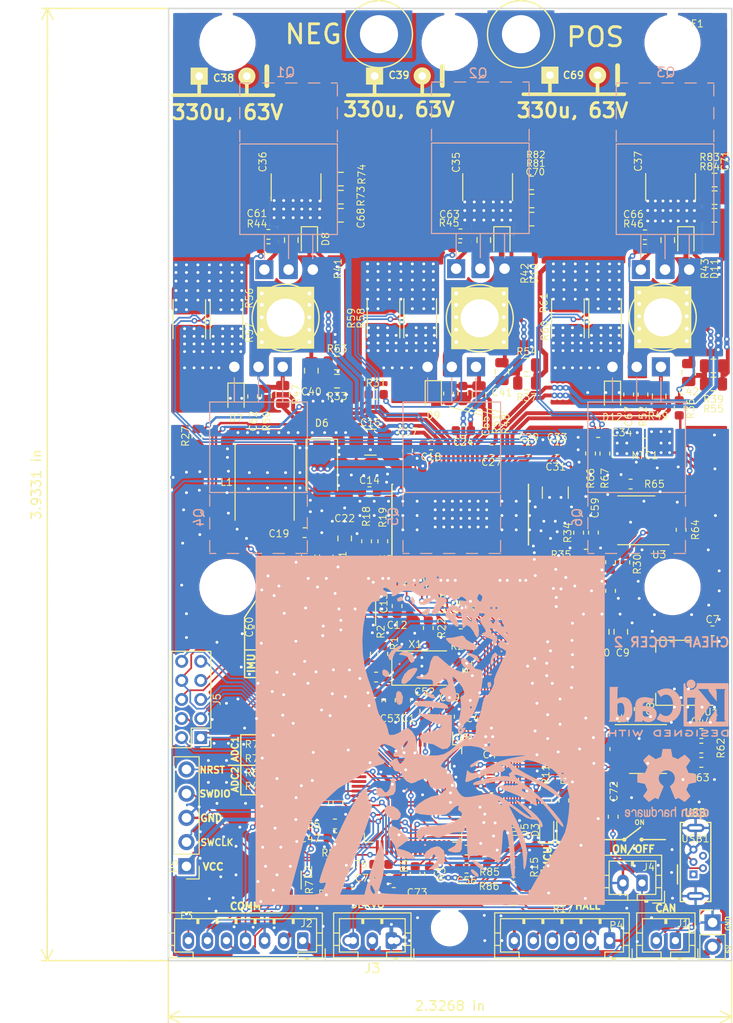
<source format=kicad_pcb>
(kicad_pcb (version 20171130) (host pcbnew "(5.1.5-0-10_14)")
  (title_block (title "Cheap FOCer 2") (date 2019-03-04) (rev 0.9) (company "Shaman Systems, LLC") (comment 1 "by Lucas Schulte"))
  (layers (0 Top_Signal signal) (31 Bottom_Signal signal) (34 B.Paste user) (35 F.Paste user) (36 B.SilkS user) (37 F.SilkS user) (38 B.Mask user) (39 F.Mask user) (44 Edge.Cuts user))
  (net 0 "")
  (net 1 +5V)
  (net 2 GND)
  (net 3 NRST)
  (net 4 SWCLK)
  (net 5 SWDIO)
  (net 6 VCC)
  (net 7 V_SUPPLY)
  (net 8 /MCU/AN_IN)
  (net 9 "/Mosfet driver/H1_VS")
  (net 10 "/Mosfet driver/H2_VS")
  (net 11 "/Mosfet driver/H3_VS")
  (net 12 /MCU/SENS1)
  (net 13 /MCU/SENS2)
  (net 14 /MCU/SENS3)
  (net 15 /MCU/BR_SO2)
  (net 16 /MCU/BR_SO1)
  (net 17 /MCU/L3)
  (net 18 /MCU/L2)
  (net 19 /MCU/L1)
  (net 20 /MCU/EN_GATE)
  (net 21 /MCU/H3)
  (net 22 /MCU/H2)
  (net 23 /MCU/H1)
  (net 24 /MCU/USB_DM)
  (net 25 /MCU/USB_DP)
  (net 26 "/CAN bus transceiver/CAN_RX")
  (net 27 "/CAN bus transceiver/CAN_TX")
  (net 28 /MCU/ADC_TEMP)
  (net 29 "/Mosfet driver/GH_A")
  (net 30 "/Mosfet driver/GL_A")
  (net 31 "/Mosfet driver/GL_B")
  (net 32 "/Mosfet driver/GH_B")
  (net 33 "/Mosfet driver/GH_C")
  (net 34 "/Mosfet driver/GL_C")
  (net 35 /MCU/CS)
  (net 36 /MCU/SLCK)
  (net 37 /MCU/SDI)
  (net 38 /MCU/SDO)
  (net 39 /MCU/BR_SO3)
  (net 40 "Net-(C14-Pad1)")
  (net 41 /MCU/SCK_ADC_EXT)
  (net 42 /MCU/MISO_ADC_EXT2)
  (net 43 /MCU/RX_SDA_NSS)
  (net 44 /MCU/TX_SCL_MOSI)
  (net 45 "/Mosfet driver/H2_LOW")
  (net 46 /MCU/SERVO)
  (net 47 PB4)
  (net 48 PB3)
  (net 49 PA15)
  (net 50 PC15)
  (net 51 PC14)
  (net 52 PD2)
  (net 53 PC13)
  (net 54 PC5)
  (net 55 PB12)
  (net 56 PB2)
  (net 57 SPA)
  (net 58 SNA)
  (net 59 SPC)
  (net 60 SNC)
  (net 61 SPB)
  (net 62 SNB)
  (net 63 "Net-(USB1-Pad4)")
  (net 64 "Net-(USB1-Pad1)")
  (net 65 "Net-(C12-Pad2)")
  (net 66 "Net-(C13-Pad2)")
  (net 67 "Net-(C17-Pad1)")
  (net 68 "Net-(C18-Pad1)")
  (net 69 "/Mosfet driver/H3_LOW")
  (net 70 "/Mosfet driver/H1_LOW")
  (net 71 "Net-(R18-Pad1)")
  (net 72 /MCU/FAULT)
  (net 73 "Net-(C51-Pad1)")
  (net 74 /HALL3)
  (net 75 /Filters/HALL1_IN)
  (net 76 /Filters/HALL2_IN)
  (net 77 /RX_SDA_IN)
  (net 78 /SCK_ADC_EXT_IN)
  (net 79 /TX_SCL_MOSI_IN)
  (net 80 /MISO_RX_SCL_IN)
  (net 81 "/CAN bus transceiver/CANH")
  (net 82 "/CAN bus transceiver/CANL")
  (net 83 /MCU/LED_RED)
  (net 84 /MCU/LED_GREEN)
  (net 85 "Net-(C17-Pad2)")
  (net 86 "Net-(C23-Pad1)")
  (net 87 "Net-(C23-Pad2)")
  (net 88 "Net-(C24-Pad1)")
  (net 89 "Net-(C25-Pad1)")
  (net 90 "Net-(C27-Pad1)")
  (net 91 "Net-(C28-Pad1)")
  (net 92 "Net-(C40-Pad2)")
  (net 93 "Net-(C41-Pad2)")
  (net 94 "Net-(C42-Pad2)")
  (net 95 "Net-(C44-Pad1)")
  (net 96 "Net-(C50-Pad1)")
  (net 97 "Net-(C55-Pad1)")
  (net 98 "Net-(C56-Pad1)")
  (net 99 "Net-(J3-Pad3)")
  (net 100 "Net-(R3-Pad2)")
  (net 101 "Net-(R4-Pad2)")
  (net 102 "Net-(R19-Pad1)")
  (net 103 "Net-(R23-Pad2)")
  (net 104 "Net-(U2-Pad12)")
  (net 105 "Net-(U2-Pad5)")
  (net 106 "Net-(U2-Pad4)")
  (net 107 "Net-(C30-Pad2)")
  (net 108 "Net-(R64-Pad2)")
  (net 109 "Net-(R65-Pad2)")
  (net 110 "Net-(R65-Pad1)")
  (net 111 "Net-(R26-Pad2)")
  (net 112 "Net-(R28-Pad2)")
  (net 113 "Net-(R30-Pad2)")
  (net 114 "Net-(C59-Pad1)")
  (net 115 "Net-(U6-Pad11)")
  (net 116 "Net-(U6-Pad10)")
  (net 117 "Net-(U6-Pad9)")
  (net 118 "Net-(U6-Pad4)")
  (net 119 "Net-(U6-Pad3)")
  (net 120 "Net-(U6-Pad2)")
  (net 121 "Net-(D3-Pad2)")
  (net 122 "Net-(D4-Pad2)")
  (net 123 "Net-(D5-Pad2)")
  (net 124 "Net-(C61-Pad1)")
  (net 125 "Net-(C62-Pad1)")
  (net 126 "Net-(C63-Pad1)")
  (net 127 "Net-(C65-Pad1)")
  (net 128 "Net-(C66-Pad1)")
  (net 129 "Net-(C67-Pad1)")
  (net 130 /Filters/TEMP_IN)
  (net 131 "Net-(C68-Pad2)")
  (net 132 "Net-(C71-Pad2)")
  (net 133 "Net-(C70-Pad2)")
  (net 134 "Net-(C72-Pad2)")
  (net 135 /Filters/HALL2_OUT)
  (net 136 /Filters/HALL1_OUT)
  (net 137 /Filters/HALL3_IN)
  (module shapes3D:JST_PH_B3B-PH-K_1x03_P2.00mm_Vertical_hybrid (layer Top_Signal) (at 134 166.8 180)
    (fp_text reference J3 (at 2 -2.9) (layer F.SilkS))
    (fp_text value Conn_01x03)
    (pad 1 thru_hole circle (at -0.54 0 180) (size 1.2 1.2) (drill 0.75) (layers *.Cu *.Mask) (net 2 GND))
    (pad 3 thru_hole circle (at 4.54 0 180) (size 1.2 1.2) (drill 0.75) (layers *.Cu *.Mask) (net 99 "Net-(J3-Pad3)"))
    (pad 1 thru_hole roundrect (at 0 0 180) (size 1.2 1.75) (drill 0.75) (layers *.Cu *.Mask) (roundrect_rratio 0.208333) (net 2 GND))
    (pad 2 thru_hole oval (at 2 0 180) (size 1.2 1.75) (drill 0.75) (layers *.Cu *.Mask) (net 1 +5V))
    (pad 3 thru_hole oval (at 4 0 180) (size 1.2 1.75) (drill 0.75) (layers *.Cu *.Mask) (net 99 "Net-(J3-Pad3)"))
  )
  (module shapes3D:CP_10x20mm_hor_with_model_mirrored_less_silk (layer Top_Signal) (at 152.4 77.3127 90)
    (fp_text reference C69 (at 1.3127 0.7) (layer F.SilkS) (effects (font (size 0.75 0.75))))
    (fp_text value "330u, 63V" (at -2.3873 0.6) (layer F.SilkS) (effects (font (size 1.5 1.5) (thickness 0.3))))
    (pad 2 thru_hole circle (at 1.3127 3.2366 270) (size 1.8 1.8) (drill 0.8) (layers *.Cu *.Mask F.SilkS) (net 2 GND))
    (pad 1 thru_hole rect (at 1.3127 -1.7634 270) (size 1.8 1.8) (drill 0.8) (layers *.Cu *.Mask F.SilkS) (net 7 V_SUPPLY))
  )
  (module shapes3D:CP_10x20mm_hor_with_model_mirrored_less_silk (layer Top_Signal) (at 134 77.4 90)
    (fp_text reference C39 (at 1.4 0.8) (layer F.SilkS) (effects (font (size 0.75 0.75))))
    (fp_text value "330u, 63V" (at -2.2 0.8) (layer F.SilkS) (effects (font (size 1.5 1.5) (thickness 0.3))))
    (pad 2 thru_hole circle (at 1.3127 3.2366 270) (size 1.8 1.8) (drill 0.8) (layers *.Cu *.Mask F.SilkS) (net 2 GND))
    (pad 1 thru_hole rect (at 1.3127 -1.7634 270) (size 1.8 1.8) (drill 0.8) (layers *.Cu *.Mask F.SilkS) (net 7 V_SUPPLY))
  )
  (module shapes3D:CP_10x20mm_hor_with_model_mirrored_less_silk (layer Top_Signal) (at 115.6 77.4127 90)
    (fp_text reference C38 (at 1.1127 0.8 180) (layer F.SilkS) (effects (font (size 0.75 0.75))))
    (fp_text value "330u, 63V" (at -2.4873 1.2) (layer F.SilkS) (effects (font (size 1.5 1.5) (thickness 0.3))))
    (pad 2 thru_hole circle (at 1.3127 3.2366 270) (size 1.8 1.8) (drill 0.8) (layers *.Cu *.Mask F.SilkS) (net 2 GND))
    (pad 1 thru_hole rect (at 1.3127 -1.7634 270) (size 1.8 1.8) (drill 0.8) (layers *.Cu *.Mask F.SilkS) (net 7 V_SUPPLY))
  )
  (module Diode_SMD:D_SOD-323 (layer Top_Signal) (at 117.7 109.8 270)
    (fp_text reference D7 (at 2.2 0 180) (layer F.SilkS) (effects (font (size 0.75 0.75) (thickness 0.1))))
    (fp_text value D_Schottky)
    (pad 2 smd rect (at 1.05 0 270) (size 0.6 0.45) (layers Top_Signal F.Paste F.Mask) (net 70 "/Mosfet driver/H1_LOW"))
    (pad 1 smd rect (at -1.05 0 270) (size 0.6 0.45) (layers Top_Signal F.Paste F.Mask) (net 125 "Net-(C62-Pad1)"))
  )
  (module shapes3D:TO-220-3_Horizontal_TabUp_no_hole (layer Bottom_Signal) (at 120.675 96.4)
    (fp_text reference Q1 (at 2.225 -20.7) (layer B.SilkS) (effects (justify mirror)))
    (fp_text value NCEP60T20)
    (pad 1 thru_hole rect (at 0 0) (size 1.905 2) (drill 1.1) (layers *.Cu *.Mask) (net 124 "Net-(C61-Pad1)"))
    (pad 2 thru_hole oval (at 2.54 0) (size 1.905 2) (drill 1.1) (layers *.Cu *.Mask) (net 7 V_SUPPLY) (clearance 0.5))
    (pad 3 thru_hole oval (at 5.08 0) (size 1.905 2) (drill 1.1) (layers *.Cu *.Mask) (net 9 "/Mosfet driver/H1_VS"))
  )
  (module Diode_SMD:D_SMB (layer Top_Signal) (at 130.2 131.6 270)
    (fp_text reference D13 (at -0.3 2.8 90) (layer F.SilkS) (effects (font (size 0.75 0.75) (thickness 0.1))))
    (fp_text value D_TVS)
    (pad 2 smd rect (at 2.15 0 270) (size 2.5 2.3) (layers Top_Signal F.Paste F.Mask) (net 2 GND))
    (pad 1 smd rect (at -2.15 0 270) (size 2.5 2.3) (layers Top_Signal F.Paste F.Mask) (net 1 +5V))
  )
  (module Resistor_SMD:R_0603_1608Metric (layer Top_Signal) (at 146.8 162.6)
    (fp_text reference R87 (at -2.5 0) (layer F.SilkS) (effects (font (size 0.75 0.75) (thickness 0.1))))
    (fp_text value 100R)
    (pad 2 smd roundrect (at 0.7875 0) (size 0.875 0.95) (layers Top_Signal F.Paste F.Mask) (net 75 /Filters/HALL1_IN))
    (pad 1 smd roundrect (at -0.7875 0) (size 0.875 0.95) (layers Top_Signal F.Paste F.Mask) (net 136 /Filters/HALL1_OUT))
  )
  (module shapes3D:Sam_J (layer Bottom_Signal) (at 138.2 144.6 180)
    (fp_text reference H3 hide)
    (fp_text value SLJ hide)
  )
  (module Resistor_SMD:R_0603_1608Metric (layer Top_Signal) (at 146.8 161.1)
    (fp_text reference R86 (at -2.55 0) (layer F.SilkS) (effects (font (size 0.75 0.75) (thickness 0.1))))
    (fp_text value 100R)
    (pad 2 smd roundrect (at 0.7875 0) (size 0.875 0.95) (layers Top_Signal F.Paste F.Mask) (net 76 /Filters/HALL2_IN))
    (pad 1 smd roundrect (at -0.7875 0) (size 0.875 0.95) (layers Top_Signal F.Paste F.Mask) (net 135 /Filters/HALL2_OUT))
  )
  (module Resistor_SMD:R_0603_1608Metric (layer Top_Signal) (at 146.8 159.625)
    (fp_text reference R85 (at -2.5 -0.025) (layer F.SilkS) (effects (font (size 0.75 0.75) (thickness 0.1))))
    (fp_text value 100R)
    (pad 2 smd roundrect (at 0.7875 0) (size 0.875 0.95) (layers Top_Signal F.Paste F.Mask) (net 137 /Filters/HALL3_IN))
    (pad 1 smd roundrect (at -0.7875 0) (size 0.875 0.95) (layers Top_Signal F.Paste F.Mask) (net 74 /HALL3))
  )
  (module Capacitor_SMD:C_0603_1608Metric (layer Top_Signal) (at 132.9125 158.8)
    (fp_text reference C75 (at -2.5125 0) (layer F.SilkS) (effects (font (size 0.75 0.75) (thickness 0.1))))
    (fp_text value 100n)
    (pad 2 smd roundrect (at 0.7875 0) (size 0.875 0.95) (layers Top_Signal F.Paste F.Mask) (net 136 /Filters/HALL1_OUT))
    (pad 1 smd roundrect (at -0.7875 0) (size 0.875 0.95) (layers Top_Signal F.Paste F.Mask) (net 2 GND))
  )
  (module Capacitor_SMD:C_0603_1608Metric (layer Top_Signal) (at 133.8 160.3)
    (fp_text reference C74 (at -2.55 -0.05) (layer F.SilkS) (effects (font (size 0.75 0.75) (thickness 0.1))))
    (fp_text value 100n)
    (pad 2 smd roundrect (at 0.7875 0) (size 0.875 0.95) (layers Top_Signal F.Paste F.Mask) (net 135 /Filters/HALL2_OUT))
    (pad 1 smd roundrect (at -0.7875 0) (size 0.875 0.95) (layers Top_Signal F.Paste F.Mask) (net 2 GND))
  )
  (module Capacitor_SMD:C_0603_1608Metric (layer Top_Signal) (at 134.25 161.75)
    (fp_text reference C73 (at 2.45 0) (layer F.SilkS) (effects (font (size 0.75 0.75) (thickness 0.1))))
    (fp_text value 100n)
    (pad 2 smd roundrect (at 0.7875 0) (size 0.875 0.95) (layers Top_Signal F.Paste F.Mask) (net 74 /HALL3))
    (pad 1 smd roundrect (at -0.7875 0) (size 0.875 0.95) (layers Top_Signal F.Paste F.Mask) (net 2 GND))
  )
  (module Capacitor_SMD:C_0603_1608Metric (layer Top_Signal) (at 157.275 153.8 270)
    (fp_text reference C72 (at -2.65 -0.075 90) (layer F.SilkS) (effects (font (size 0.75 0.75) (thickness 0.1))))
    (fp_text value 220n)
    (pad 2 smd roundrect (at 0.7875 0 270) (size 0.875 0.95) (layers Top_Signal F.Paste F.Mask) (net 134 "Net-(C72-Pad2)"))
    (pad 1 smd roundrect (at -0.7875 0 270) (size 0.875 0.95) (layers Top_Signal F.Paste F.Mask) (net 2 GND))
  )
  (module Resistor_SMD:R_0805_2012Metric (layer Top_Signal) (at 167.92 88.85)
    (fp_text reference R84 (at -0.52 -3.25) (layer F.SilkS) (effects (font (size 0.75 0.75) (thickness 0.1))))
    (fp_text value 10R)
    (pad 2 smd roundrect (at 0.9375 0) (size 0.975 1.4) (layers Top_Signal F.Paste F.Mask) (net 132 "Net-(C71-Pad2)"))
    (pad 1 smd roundrect (at -0.9375 0) (size 0.975 1.4) (layers Top_Signal F.Paste F.Mask) (net 7 V_SUPPLY))
  )
  (module Resistor_SMD:R_0805_2012Metric (layer Top_Signal) (at 167.92 87)
    (fp_text reference R83 (at -0.52 -2.4) (layer F.SilkS) (effects (font (size 0.75 0.75) (thickness 0.1))))
    (fp_text value 10R)
    (pad 2 smd roundrect (at 0.9375 0) (size 0.975 1.4) (layers Top_Signal F.Paste F.Mask) (net 132 "Net-(C71-Pad2)"))
    (pad 1 smd roundrect (at -0.9375 0) (size 0.975 1.4) (layers Top_Signal F.Paste F.Mask) (net 7 V_SUPPLY))
  )
  (module Resistor_SMD:R_0805_2012Metric (layer Top_Signal) (at 148.6625 87.3)
    (fp_text reference R82 (at 0.4875 -2.95) (layer F.SilkS) (effects (font (size 0.7 0.7) (thickness 0.1))))
    (fp_text value 10R)
    (pad 2 smd roundrect (at 0.9375 0) (size 0.975 1.4) (layers Top_Signal F.Paste F.Mask) (net 133 "Net-(C70-Pad2)"))
    (pad 1 smd roundrect (at -0.9375 0) (size 0.975 1.4) (layers Top_Signal F.Paste F.Mask) (net 7 V_SUPPLY))
  )
  (module Resistor_SMD:R_0805_2012Metric (layer Top_Signal) (at 148.7 89.2)
    (fp_text reference R81 (at 0.45 -3.95) (layer F.SilkS) (effects (font (size 0.7 0.7) (thickness 0.1))))
    (fp_text value 10R)
    (pad 2 smd roundrect (at 0.9375 0) (size 0.975 1.4) (layers Top_Signal F.Paste F.Mask) (net 133 "Net-(C70-Pad2)"))
    (pad 1 smd roundrect (at -0.9375 0) (size 0.975 1.4) (layers Top_Signal F.Paste F.Mask) (net 7 V_SUPPLY))
  )
  (module Capacitor_SMD:C_0805_2012Metric (layer Top_Signal) (at 167.9 90.7 180)
    (fp_text reference C71 (at -1.1 5.7 90) (layer F.SilkS) (effects (font (size 0.75 0.75) (thickness 0.1))))
    (fp_text value "4.7nF, 100V")
    (pad 2 smd roundrect (at 0.9375 0 180) (size 0.975 1.4) (layers Top_Signal F.Paste F.Mask) (net 132 "Net-(C71-Pad2)"))
    (pad 1 smd roundrect (at -0.9375 0 180) (size 0.975 1.4) (layers Top_Signal F.Paste F.Mask) (net 11 "/Mosfet driver/H3_VS"))
  )
  (module Capacitor_SMD:C_0805_2012Metric (layer Top_Signal) (at 148.7 91.1 180)
    (fp_text reference C70 (at -0.4 4.95) (layer F.SilkS) (effects (font (size 0.7 0.7) (thickness 0.1))))
    (fp_text value "4.7nF, 100V")
    (pad 2 smd roundrect (at 0.9375 0 180) (size 0.975 1.4) (layers Top_Signal F.Paste F.Mask) (net 133 "Net-(C70-Pad2)"))
    (pad 1 smd roundrect (at -0.9375 0 180) (size 0.975 1.4) (layers Top_Signal F.Paste F.Mask) (net 10 "/Mosfet driver/H2_VS"))
  )
  (module Diode_SMD:D_SOD-323 (layer Top_Signal) (at 157.2 109.6 270)
    (fp_text reference D12 (at 2.3 0 180) (layer F.SilkS) (effects (font (size 0.75 0.75) (thickness 0.1))))
    (fp_text value D_Schottky)
    (pad 2 smd rect (at 1.05 0 270) (size 0.6 0.45) (layers Top_Signal F.Paste F.Mask) (net 69 "/Mosfet driver/H3_LOW"))
    (pad 1 smd rect (at -1.05 0 270) (size 0.6 0.45) (layers Top_Signal F.Paste F.Mask) (net 129 "Net-(C67-Pad1)"))
  )
  (module Diode_SMD:D_SOD-323 (layer Top_Signal) (at 164.9 93.4 270)
    (fp_text reference D11 (at 2.9 -3 90) (layer F.SilkS) (effects (font (size 0.75 0.75) (thickness 0.1))))
    (fp_text value D_Schottky)
    (pad 2 smd rect (at 1.05 0 270) (size 0.6 0.45) (layers Top_Signal F.Paste F.Mask) (net 11 "/Mosfet driver/H3_VS"))
    (pad 1 smd rect (at -1.05 0 270) (size 0.6 0.45) (layers Top_Signal F.Paste F.Mask) (net 128 "Net-(C66-Pad1)"))
  )
  (module Diode_SMD:D_SOD-323 (layer Top_Signal) (at 145.6 93.4 270)
    (fp_text reference D10 (at 3.4 -3.4 90) (layer F.SilkS) (effects (font (size 0.75 0.75) (thickness 0.1))))
    (fp_text value D_Schottky)
    (pad 2 smd rect (at 1.05 0 270) (size 0.6 0.45) (layers Top_Signal F.Paste F.Mask) (net 10 "/Mosfet driver/H2_VS"))
    (pad 1 smd rect (at -1.05 0 270) (size 0.6 0.45) (layers Top_Signal F.Paste F.Mask) (net 126 "Net-(C63-Pad1)"))
  )
  (module Capacitor_SMD:C_1210_3225Metric_Pad1.42x2.65mm_HandSolder (layer Top_Signal) (at 151.2 119.8 90)
    (fp_text reference C31 (at 2.7 0.05 180) (layer F.SilkS) (effects (font (size 0.75 0.75) (thickness 0.1))))
    (fp_text value "4.7uF, 100V")
    (pad 2 smd roundrect (at 1.4875 0 90) (size 1.425 2.65) (layers Top_Signal F.Paste F.Mask) (roundrect_rratio 0.175439) (net 7 V_SUPPLY))
    (pad 1 smd roundrect (at -1.4875 0 90) (size 1.425 2.65) (layers Top_Signal F.Paste F.Mask) (roundrect_rratio 0.175439) (net 2 GND))
  )
  (module Capacitor_SMD:C_1210_3225Metric_Pad1.42x2.65mm_HandSolder (layer Top_Signal) (at 131.8 114.5)
    (fp_text reference C15 (at 0 -2.05) (layer F.SilkS) (effects (font (size 0.75 0.75) (thickness 0.1))))
    (fp_text value "4.7uF, 100V")
    (pad 2 smd roundrect (at 1.4875 0) (size 1.425 2.65) (layers Top_Signal F.Paste F.Mask) (roundrect_rratio 0.175439) (net 7 V_SUPPLY))
    (pad 1 smd roundrect (at -1.4875 0) (size 1.425 2.65) (layers Top_Signal F.Paste F.Mask) (roundrect_rratio 0.175439) (net 2 GND))
  )
  (module Diode_SMD:D_SOD-323 (layer Top_Signal) (at 138.4 109.55 270)
    (fp_text reference D9 (at 2.15 0 180) (layer F.SilkS) (effects (font (size 0.75 0.75) (thickness 0.1))))
    (fp_text value D_Schottky)
    (pad 2 smd rect (at 1.05 0 270) (size 0.6 0.45) (layers Top_Signal F.Paste F.Mask) (net 45 "/Mosfet driver/H2_LOW"))
    (pad 1 smd rect (at -1.05 0 270) (size 0.6 0.45) (layers Top_Signal F.Paste F.Mask) (net 127 "Net-(C65-Pad1)"))
  )
  (module Resistor_SMD:R_0805_2012Metric (layer Top_Signal) (at 128.7 86.9)
    (fp_text reference R74 (at 2.2 -0.5 90) (layer F.SilkS) (effects (font (size 0.75 0.75) (thickness 0.1))))
    (fp_text value 10R)
    (pad 2 smd roundrect (at 0.9375 0) (size 0.975 1.4) (layers Top_Signal F.Paste F.Mask) (net 131 "Net-(C68-Pad2)"))
    (pad 1 smd roundrect (at -0.9375 0) (size 0.975 1.4) (layers Top_Signal F.Paste F.Mask) (net 7 V_SUPPLY))
  )
  (module Capacitor_SMD:C_0603_1608Metric (layer Top_Signal) (at 119.45 109.7 270)
    (fp_text reference C62 (at 2.6 -0.05 90) (layer F.SilkS) (effects (font (size 0.75 0.75) (thickness 0.1))))
    (fp_text value 2.2nF)
    (pad 2 smd roundrect (at 0.7875 0 270) (size 0.875 0.95) (layers Top_Signal F.Paste F.Mask) (net 70 "/Mosfet driver/H1_LOW"))
    (pad 1 smd roundrect (at -0.7875 0 270) (size 0.875 0.95) (layers Top_Signal F.Paste F.Mask) (net 125 "Net-(C62-Pad1)"))
  )
  (module Resistor_SMD:R_0603_1608Metric (layer Top_Signal) (at 120.9 109.6875 270)
    (fp_text reference R50 (at 2.6125 0 90) (layer F.SilkS) (effects (font (size 0.75 0.75) (thickness 0.1))))
    (fp_text value 4.7k)
    (pad 1 smd roundrect (at -0.7875 0 270) (size 0.875 0.95) (layers Top_Signal F.Paste F.Mask) (net 125 "Net-(C62-Pad1)"))
    (pad 2 smd roundrect (at 0.7875 0 270) (size 0.875 0.95) (layers Top_Signal F.Paste F.Mask) (net 70 "/Mosfet driver/H1_LOW"))
  )
  (module Resistor_SMD:R_0805_2012Metric (layer Top_Signal) (at 128.7 88.8)
    (fp_text reference R73 (at 2.1 -0.1 90) (layer F.SilkS) (effects (font (size 0.75 0.75) (thickness 0.1))))
    (fp_text value 10R)
    (pad 2 smd roundrect (at 0.9375 0) (size 0.975 1.4) (layers Top_Signal F.Paste F.Mask) (net 131 "Net-(C68-Pad2)"))
    (pad 1 smd roundrect (at -0.9375 0) (size 0.975 1.4) (layers Top_Signal F.Paste F.Mask) (net 7 V_SUPPLY))
  )
  (module Resistor_SMD:R_0805_2012Metric (layer Top_Signal) (at 122.6 109.5 270)
    (fp_text reference R47 (at 0 -1.4 90) (layer F.SilkS) (effects (font (size 0.75 0.75) (thickness 0.1))))
    (fp_text value 10R)
    (pad 2 smd roundrect (at 0.9375 0 270) (size 0.975 1.4) (layers Top_Signal F.Paste F.Mask) (net 30 "/Mosfet driver/GL_A"))
    (pad 1 smd roundrect (at -0.9375 0 270) (size 0.975 1.4) (layers Top_Signal F.Paste F.Mask) (net 125 "Net-(C62-Pad1)"))
  )
  (module Diode_SMD:D_SOD-323 (layer Top_Signal) (at 125.4 93.4 270)
    (fp_text reference D8 (at -0.2 -1.7 90) (layer F.SilkS) (effects (font (size 0.75 0.75) (thickness 0.1))))
    (fp_text value D_Schottky)
    (pad 2 smd rect (at 1.05 0 270) (size 0.6 0.45) (layers Top_Signal F.Paste F.Mask) (net 9 "/Mosfet driver/H1_VS"))
    (pad 1 smd rect (at -1.05 0 270) (size 0.6 0.45) (layers Top_Signal F.Paste F.Mask) (net 124 "Net-(C61-Pad1)"))
  )
  (module Capacitor_SMD:C_0805_2012Metric (layer Top_Signal) (at 128.7 90.7 180)
    (fp_text reference C68 (at -2.1 -0.3 90) (layer F.SilkS) (effects (font (size 0.75 0.75) (thickness 0.1))))
    (fp_text value "4.7nF, 100V")
    (pad 2 smd roundrect (at 0.9375 0 180) (size 0.975 1.4) (layers Top_Signal F.Paste F.Mask) (net 131 "Net-(C68-Pad2)"))
    (pad 1 smd roundrect (at -0.9375 0 180) (size 0.975 1.4) (layers Top_Signal F.Paste F.Mask) (net 9 "/Mosfet driver/H1_VS"))
  )
  (module Symbol:KiCad-Logo2_5mm_SilkScreen (layer Bottom_Signal) (at 163.1 142.4 180)
    (fp_text reference H9 hide)
    (fp_text value "KiCAD Logo" hide)
  )
  (module Symbol:OSHW-Logo2_9.8x8mm_SilkScreen (layer Bottom_Signal) (at 162.9 150.4 180)
    (fp_text reference H4 hide)
    (fp_text value "Open Hardware Logo" hide)
  )
  (module Diode_SMD:D_SMA (layer Top_Signal) (at 126.7 117.6 270)
    (fp_text reference D6 (at -5.1 0 180) (layer F.SilkS) (effects (font (size 0.75 0.75) (thickness 0.1))))
    (fp_text value "100v, 1A")
    (fp_text user %R (at -5.1 0 180) (layer F.SilkS) (effects (font (size 0.75 0.75) (thickness 0.1))))
    (pad 2 smd rect (at 2 0 270) (size 2.5 1.8) (layers Top_Signal F.Paste F.Mask) (net 2 GND))
    (pad 1 smd rect (at -2 0 270) (size 2.5 1.8) (layers Top_Signal F.Paste F.Mask) (net 85 "Net-(C17-Pad2)"))
  )
  (module MountingHole:MountingHole_3.2mm_M3_ISO14580_Pad (layer Top_Signal) (at 140.125 72.6)
    (fp_text reference H13 (at 0 0.1) (layer F.SilkS) (effects (font (size 0.75 0.75) (thickness 0.1))))
    (fp_text value MountingHole)
    (pad 1 np_thru_hole oval (at 0 0) (size 3.5 3.5) (drill 3.5) (layers *.Cu *.Mask) (clearance 1.2))
  )
  (module Resistor_SMD:R_0603_1608Metric (layer Top_Signal) (at 122.1 146.2 180)
    (fp_text reference R72 (at 2.4 0) (layer F.SilkS) (effects (font (size 0.75 0.75) (thickness 0.1))))
    (fp_text value DNP)
    (pad 2 smd roundrect (at 0.7875 0 180) (size 0.875 0.95) (layers Top_Signal F.Paste F.Mask) (net 41 /MCU/SCK_ADC_EXT))
    (pad 1 smd roundrect (at -0.7875 0 180) (size 0.875 0.95) (layers Top_Signal F.Paste F.Mask) (net 6 VCC))
  )
  (module Resistor_SMD:R_0603_1608Metric (layer Top_Signal) (at 122.103732 147.633732)
    (fp_text reference R71 (at -2.403732 0.066268) (layer F.SilkS) (effects (font (size 0.75 0.75) (thickness 0.1))))
    (fp_text value DNP)
    (pad 2 smd roundrect (at 0.7875 0) (size 0.875 0.95) (layers Top_Signal F.Paste F.Mask) (net 41 /MCU/SCK_ADC_EXT))
    (pad 1 smd roundrect (at -0.7875 0) (size 0.875 0.95) (layers Top_Signal F.Paste F.Mask) (net 2 GND))
  )
  (module Resistor_SMD:R_0603_1608Metric (layer Top_Signal) (at 122.053732 149.133732)
    (fp_text reference R68 (at -2.353732 0.066268) (layer F.SilkS) (effects (font (size 0.75 0.75) (thickness 0.1))))
    (fp_text value DNP)
    (pad 2 smd roundrect (at 0.7875 0) (size 0.875 0.95) (layers Top_Signal F.Paste F.Mask) (net 42 /MCU/MISO_ADC_EXT2))
    (pad 1 smd roundrect (at -0.7875 0) (size 0.875 0.95) (layers Top_Signal F.Paste F.Mask) (net 2 GND))
  )
  (module Resistor_SMD:R_0603_1608Metric (layer Top_Signal) (at 122.05 150.6)
    (fp_text reference R40 (at -2.35 0) (layer F.SilkS) (effects (font (size 0.75 0.75) (thickness 0.1))))
    (fp_text value DNP)
    (pad 2 smd roundrect (at 0.7875 0) (size 0.875 0.95) (layers Top_Signal F.Paste F.Mask) (net 42 /MCU/MISO_ADC_EXT2))
    (pad 1 smd roundrect (at -0.7875 0) (size 0.875 0.95) (layers Top_Signal F.Paste F.Mask) (net 6 VCC))
  )
  (module Capacitor_SMD:C_0603_1608Metric (layer Top_Signal) (at 158.9 109.5 270)
    (fp_text reference C67 (at 2.3 0 90) (layer F.SilkS) (effects (font (size 0.75 0.75) (thickness 0.1))))
    (fp_text value 1nF)
    (pad 2 smd roundrect (at 0.7875 0 270) (size 0.875 0.95) (layers Top_Signal F.Paste F.Mask) (net 69 "/Mosfet driver/H3_LOW"))
    (pad 1 smd roundrect (at -0.7875 0 270) (size 0.875 0.95) (layers Top_Signal F.Paste F.Mask) (net 129 "Net-(C67-Pad1)"))
  )
  (module Capacitor_SMD:C_0603_1608Metric (layer Top_Signal) (at 160.6 92.75 180)
    (fp_text reference C66 (at 1.2 2.15) (layer F.SilkS) (effects (font (size 0.75 0.75) (thickness 0.1))))
    (fp_text value 1nF)
    (pad 2 smd roundrect (at 0.7875 0 180) (size 0.875 0.95) (layers Top_Signal F.Paste F.Mask) (net 11 "/Mosfet driver/H3_VS"))
    (pad 1 smd roundrect (at -0.7875 0 180) (size 0.875 0.95) (layers Top_Signal F.Paste F.Mask) (net 128 "Net-(C66-Pad1)"))
  )
  (module Capacitor_SMD:C_0603_1608Metric (layer Top_Signal) (at 140 109.4 270)
    (fp_text reference C65 (at 3.4 -3.9 90) (layer F.SilkS) (effects (font (size 0.75 0.75) (thickness 0.1))))
    (fp_text value 2.2nF)
    (pad 2 smd roundrect (at 0.7875 0 270) (size 0.875 0.95) (layers Top_Signal F.Paste F.Mask) (net 45 "/Mosfet driver/H2_LOW"))
    (pad 1 smd roundrect (at -0.7875 0 270) (size 0.875 0.95) (layers Top_Signal F.Paste F.Mask) (net 127 "Net-(C65-Pad1)"))
  )
  (module Capacitor_SMD:C_0603_1608Metric (layer Top_Signal) (at 141.25 92.65 180)
    (fp_text reference C63 (at 1.15 2.05 180) (layer F.SilkS) (effects (font (size 0.75 0.75) (thickness 0.1))))
    (fp_text value 2.2nF)
    (pad 2 smd roundrect (at 0.7875 0 180) (size 0.875 0.95) (layers Top_Signal F.Paste F.Mask) (net 10 "/Mosfet driver/H2_VS"))
    (pad 1 smd roundrect (at -0.7875 0 180) (size 0.875 0.95) (layers Top_Signal F.Paste F.Mask) (net 126 "Net-(C63-Pad1)"))
  )
  (module Capacitor_SMD:C_0603_1608Metric (layer Top_Signal) (at 121.1 92.7 180)
    (fp_text reference C61 (at 1.2 2.2 180) (layer F.SilkS) (effects (font (size 0.75 0.75) (thickness 0.1))))
    (fp_text value 2.2nF)
    (pad 2 smd roundrect (at 0.7875 0 180) (size 0.875 0.95) (layers Top_Signal F.Paste F.Mask) (net 9 "/Mosfet driver/H1_VS"))
    (pad 1 smd roundrect (at -0.7875 0 180) (size 0.875 0.95) (layers Top_Signal F.Paste F.Mask) (net 124 "Net-(C61-Pad1)"))
  )
  (module MountingHole:MountingHole_3.2mm_M3_ISO14580_Pad (layer Top_Signal) (at 140.1 165.45)
    (fp_text reference H5 (at 0 0.05) (layer F.SilkS) (effects (font (size 0.75 0.75) (thickness 0.1))))
    (fp_text value MountingHole)
    (pad "" np_thru_hole oval (at 0 0) (size 3.5 3.5) (drill 3.5) (layers *.Cu *.Mask) (clearance 0.2))
  )
  (module shapes3D:TO-220-3_Horizontal_TabUp_no_hole (layer Bottom_Signal) (at 140.795 96.3)
    (fp_text reference Q2 (at 2.305 -20.5) (layer B.SilkS) (effects (justify mirror)))
    (fp_text value NCEP60T20)
    (pad 1 thru_hole rect (at 0 0) (size 1.905 2) (drill 1.1) (layers *.Cu *.Mask) (net 126 "Net-(C63-Pad1)"))
    (pad 2 thru_hole oval (at 2.54 0) (size 1.905 2) (drill 1.1) (layers *.Cu *.Mask) (net 7 V_SUPPLY) (clearance 0.5))
    (pad 3 thru_hole oval (at 5.08 0) (size 1.905 2) (drill 1.1) (layers *.Cu *.Mask) (net 10 "/Mosfet driver/H2_VS"))
  )
  (module Package_LGA:Bosch_LGA-14_3x2.5mm_P0.5mm (layer Top_Signal) (at 122.75 134.04 180)
    (fp_text reference U6 (at -2.15 0.04 90) (layer F.SilkS) (effects (font (size 0.75 0.75) (thickness 0.1))))
    (fp_text value BMI160)
    (pad 11 smd rect (at 1.2625 -0.75 180) (size 0.675 0.25) (layers Top_Signal F.Paste F.Mask) (net 115 "Net-(U6-Pad11)"))
    (pad 10 smd rect (at 1.2625 -0.25 180) (size 0.675 0.25) (layers Top_Signal F.Paste F.Mask) (net 116 "Net-(U6-Pad10)"))
    (pad 9 smd rect (at 1.2625 0.25 180) (size 0.675 0.25) (layers Top_Signal F.Paste F.Mask) (net 117 "Net-(U6-Pad9)"))
    (pad 8 smd rect (at 1.2625 0.75 180) (size 0.675 0.25) (layers Top_Signal F.Paste F.Mask) (net 6 VCC))
    (pad 4 smd rect (at -1.2625 0.75 180) (size 0.675 0.25) (layers Top_Signal F.Paste F.Mask) (net 118 "Net-(U6-Pad4)"))
    (pad 3 smd rect (at -1.2625 0.25 180) (size 0.675 0.25) (layers Top_Signal F.Paste F.Mask) (net 119 "Net-(U6-Pad3)"))
    (pad 2 smd rect (at -1.2625 -0.25 180) (size 0.675 0.25) (layers Top_Signal F.Paste F.Mask) (net 120 "Net-(U6-Pad2)"))
    (pad 1 smd rect (at -1.2625 -0.75 180) (size 0.675 0.25) (layers Top_Signal F.Paste F.Mask) (net 2 GND))
    (pad 7 smd rect (at 0.5 1.0125 180) (size 0.25 0.675) (layers Top_Signal F.Paste F.Mask) (net 2 GND))
    (pad 6 smd rect (at 0 1.0125 180) (size 0.25 0.675) (layers Top_Signal F.Paste F.Mask) (net 2 GND))
    (pad 5 smd rect (at -0.5 1.0125 180) (size 0.25 0.675) (layers Top_Signal F.Paste F.Mask) (net 6 VCC))
    (pad 12 smd rect (at 0.5 -1.0125 180) (size 0.25 0.675) (layers Top_Signal F.Paste F.Mask) (net 6 VCC))
    (pad 14 smd rect (at -0.5 -1.0125 180) (size 0.25 0.675) (layers Top_Signal F.Paste F.Mask) (net 56 PB2))
    (pad 13 smd rect (at 0 -1.0125 180) (size 0.25 0.675) (layers Top_Signal F.Paste F.Mask) (net 49 PA15))
  )
  (module Resistor_SMD:R_0603_1608Metric (layer Top_Signal) (at 123 137.85)
    (fp_text reference R70 (at -2 0.25 270) (layer F.SilkS) (effects (font (size 0.75 0.75) (thickness 0.1))))
    (fp_text value 1k)
    (pad 2 smd roundrect (at 0.7875 0) (size 0.875 0.95) (layers Top_Signal F.Paste F.Mask) (net 6 VCC))
    (pad 1 smd roundrect (at -0.7875 0) (size 0.875 0.95) (layers Top_Signal F.Paste F.Mask) (net 56 PB2))
  )
  (module Resistor_SMD:R_0603_1608Metric (layer Top_Signal) (at 123 136.4 180)
    (fp_text reference R69 (at -2 -0.1 90) (layer F.SilkS) (effects (font (size 0.75 0.75) (thickness 0.1))))
    (fp_text value 1k)
    (pad 2 smd roundrect (at 0.7875 0 180) (size 0.875 0.95) (layers Top_Signal F.Paste F.Mask) (net 49 PA15))
    (pad 1 smd roundrect (at -0.7875 0 180) (size 0.875 0.95) (layers Top_Signal F.Paste F.Mask) (net 6 VCC))
  )
  (module Capacitor_SMD:C_0603_1608Metric (layer Top_Signal) (at 122.5 131.5)
    (fp_text reference C64 (at 0 -1.1) (layer F.SilkS) (effects (font (size 0.75 0.75) (thickness 0.1))))
    (fp_text value 100n)
    (pad 2 smd roundrect (at 0.7875 0) (size 0.875 0.95) (layers Top_Signal F.Paste F.Mask) (net 6 VCC))
    (pad 1 smd roundrect (at -0.7875 0) (size 0.875 0.95) (layers Top_Signal F.Paste F.Mask) (net 2 GND))
  )
  (module Capacitor_SMD:C_0603_1608Metric (layer Top_Signal) (at 120.1 133.9 90)
    (fp_text reference C60 (at 0 -1 90) (layer F.SilkS) (effects (font (size 0.75 0.75) (thickness 0.1))))
    (fp_text value 100n)
    (pad 2 smd roundrect (at 0.7875 0 90) (size 0.875 0.95) (layers Top_Signal F.Paste F.Mask) (net 6 VCC))
    (pad 1 smd roundrect (at -0.7875 0 90) (size 0.875 0.95) (layers Top_Signal F.Paste F.Mask) (net 2 GND))
  )
  (module Connector_JST:JST_PH_B7B-PH-K_1x07_P2.00mm_Vertical (layer Top_Signal) (at 124.7 166.8 180)
    (fp_text reference J2 (at -0.4 1.8) (layer F.SilkS) (effects (font (size 0.75 0.75) (thickness 0.1))))
    (fp_text value Conn_01x07)
    (pad 7 thru_hole oval (at 12 0 180) (size 1.2 1.75) (drill 0.75) (layers *.Cu *.Mask) (net 80 /MISO_RX_SCL_IN))
    (pad 6 thru_hole oval (at 10 0 180) (size 1.2 1.75) (drill 0.75) (layers *.Cu *.Mask) (net 79 /TX_SCL_MOSI_IN))
    (pad 5 thru_hole oval (at 8 0 180) (size 1.2 1.75) (drill 0.75) (layers *.Cu *.Mask) (net 77 /RX_SDA_IN))
    (pad 4 thru_hole oval (at 6 0 180) (size 1.2 1.75) (drill 0.75) (layers *.Cu *.Mask) (net 78 /SCK_ADC_EXT_IN))
    (pad 3 thru_hole oval (at 4 0 180) (size 1.2 1.75) (drill 0.75) (layers *.Cu *.Mask) (net 2 GND))
    (pad 2 thru_hole oval (at 2 0 180) (size 1.2 1.75) (drill 0.75) (layers *.Cu *.Mask) (net 6 VCC))
    (pad 1 thru_hole roundrect (at 0 0 180) (size 1.2 1.75) (drill 0.75) (layers *.Cu *.Mask) (roundrect_rratio 0.208333) (net 1 +5V))
  )
  (module Connector_JST:JST_PH_B6B-PH-K_1x06_P2.00mm_Vertical (layer Top_Signal) (at 156.9 166.8 180)
    (fp_text reference P4 (at -0.7 1.6) (layer F.SilkS) (effects (font (size 0.75 0.75) (thickness 0.1))))
    (fp_text value HALL/Encoder)
    (pad 1 thru_hole roundrect (at 0 0 180) (size 1.2 1.75) (drill 0.75) (layers *.Cu *.Mask) (roundrect_rratio 0.208333) (net 2 GND))
    (pad 2 thru_hole oval (at 2 0 180) (size 1.2 1.75) (drill 0.75) (layers *.Cu *.Mask) (net 137 /Filters/HALL3_IN))
    (pad 3 thru_hole oval (at 4 0 180) (size 1.2 1.75) (drill 0.75) (layers *.Cu *.Mask) (net 76 /Filters/HALL2_IN))
    (pad 4 thru_hole oval (at 6 0 180) (size 1.2 1.75) (drill 0.75) (layers *.Cu *.Mask) (net 75 /Filters/HALL1_IN))
    (pad 5 thru_hole oval (at 8 0 180) (size 1.2 1.75) (drill 0.75) (layers *.Cu *.Mask) (net 130 /Filters/TEMP_IN))
    (pad 6 thru_hole oval (at 10 0 180) (size 1.2 1.75) (drill 0.75) (layers *.Cu *.Mask) (net 1 +5V))
  )
  (module Connector_JST:JST_PH_B2B-PH-K_1x02_P2.00mm_Vertical (layer Top_Signal) (at 163.8 166.8 180)
    (fp_text reference J1 (at -0.8 1.8) (layer F.SilkS) (effects (font (size 0.75 0.75) (thickness 0.1))))
    (fp_text value Conn_01x02)
    (pad 1 thru_hole roundrect (at 0 0 180) (size 1.2 1.75) (drill 0.75) (layers *.Cu *.Mask) (roundrect_rratio 0.208333) (net 82 "/CAN bus transceiver/CANL"))
    (pad 2 thru_hole oval (at 2 0 180) (size 1.2 1.75) (drill 0.75) (layers *.Cu *.Mask) (net 81 "/CAN bus transceiver/CANH"))
  )
  (module Connector_JST:JST_PH_B2B-PH-K_1x02_P2.00mm_Vertical (layer Top_Signal) (at 160.3 160.75 180)
    (fp_text reference J4 (at -0.7 1.65 180) (layer F.SilkS) (effects (font (size 0.75 0.75) (thickness 0.1))))
    (fp_text value On/Off)
    (pad 2 thru_hole oval (at 2 0 180) (size 1.2 1.75) (drill 0.75) (layers *.Cu *.Mask) (net 2 GND))
    (pad 1 thru_hole roundrect (at 0 0 180) (size 1.2 1.75) (drill 0.75) (layers *.Cu *.Mask) (roundrect_rratio 0.208333) (net 134 "Net-(C72-Pad2)"))
  )
  (module Resistor_SMD:R_0603_1608Metric (layer Top_Signal) (at 160.4 109.5 90)
    (fp_text reference R52 (at -2.3 0 90) (layer F.SilkS) (effects (font (size 0.75 0.75) (thickness 0.1))))
    (fp_text value 4.7k)
    (pad 2 smd roundrect (at 0.7875 0 90) (size 0.875 0.95) (layers Top_Signal F.Paste F.Mask) (net 129 "Net-(C67-Pad1)"))
    (pad 1 smd roundrect (at -0.7875 0 90) (size 0.875 0.95) (layers Top_Signal F.Paste F.Mask) (net 69 "/Mosfet driver/H3_LOW"))
  )
  (module Resistor_SMD:R_0805_2012Metric (layer Top_Signal) (at 148.2 106.4 180)
    (fp_text reference R54 (at 0 1.4 180) (layer F.SilkS) (effects (font (size 0.75 0.75) (thickness 0.1))))
    (fp_text value 10R)
    (pad 2 smd roundrect (at 0.9375 0 180) (size 0.975 1.4) (layers Top_Signal F.Paste F.Mask) (net 93 "Net-(C41-Pad2)"))
    (pad 1 smd roundrect (at -0.9375 0 180) (size 0.975 1.4) (layers Top_Signal F.Paste F.Mask) (net 2 GND))
  )
  (module shapes3D:TO-220-3_Horizontal_TabUp_no_hole (layer Bottom_Signal) (at 142.88 106.6 180)
    (fp_text reference Q5 (at 8.68 -15.7 270) (layer B.SilkS) (effects (justify mirror)))
    (fp_text value NCEP60T20)
    (pad 1 thru_hole rect (at 0 0 180) (size 1.905 2) (drill 1.1) (layers *.Cu *.Mask) (net 127 "Net-(C65-Pad1)") (clearance 0.5))
    (pad 2 thru_hole oval (at 2.54 0 180) (size 1.905 2) (drill 1.1) (layers *.Cu *.Mask) (net 10 "/Mosfet driver/H2_VS"))
    (pad 3 thru_hole oval (at 5.08 0 180) (size 1.905 2) (drill 1.1) (layers *.Cu *.Mask) (net 45 "/Mosfet driver/H2_LOW"))
  )
  (module Capacitor_SMD:C_0603_1608Metric (layer Top_Signal) (at 135.500001 141.582486 270)
    (fp_text reference C1 (at 1.9 -0.274999) (layer F.SilkS) (effects (font (size 0.75 0.75) (thickness 0.1))))
    (fp_text value 100n)
    (pad 2 smd roundrect (at 0.7875 0 270) (size 0.875 0.95) (layers Top_Signal F.Paste F.Mask) (net 8 /MCU/AN_IN))
    (pad 1 smd roundrect (at -0.7875 0 270) (size 0.875 0.95) (layers Top_Signal F.Paste F.Mask) (net 2 GND))
  )
  (module Resistor_SMD:R_0603_1608Metric (layer Top_Signal) (at 126.95 139.85 180)
    (fp_text reference R13 (at 0 -1.25 180) (layer F.SilkS) (effects (font (size 0.75 0.75) (thickness 0.1))))
    (fp_text value 10k)
    (pad 2 smd roundrect (at 0.7875 0 180) (size 0.875 0.95) (layers Top_Signal F.Paste F.Mask) (net 2 GND))
    (pad 1 smd roundrect (at -0.7875 0 180) (size 0.875 0.95) (layers Top_Signal F.Paste F.Mask) (net 28 /MCU/ADC_TEMP))
  )
  (module Resistor_SMD:R_0603_1608Metric (layer Top_Signal) (at 127.9 136.7 90)
    (fp_text reference R32 (at 2.5 -0.5 270) (layer F.SilkS) (effects (font (size 0.75 0.75) (thickness 0.1))))
    (fp_text value 2k2)
    (pad 2 smd roundrect (at 0.7875 0 90) (size 0.875 0.95) (layers Top_Signal F.Paste F.Mask) (net 13 /MCU/SENS2))
    (pad 1 smd roundrect (at -0.7875 0 90) (size 0.875 0.95) (layers Top_Signal F.Paste F.Mask) (net 2 GND))
  )
  (module Capacitor_SMD:C_0603_1608Metric (layer Top_Signal) (at 141 138.4 90)
    (fp_text reference C51 (at -0.05 1.1 270) (layer F.SilkS) (effects (font (size 0.75 0.75) (thickness 0.1))))
    (fp_text value 15p)
    (pad 2 smd roundrect (at 0.7875 0 90) (size 0.875 0.95) (layers Top_Signal F.Paste F.Mask) (net 2 GND))
    (pad 1 smd roundrect (at -0.7875 0 90) (size 0.875 0.95) (layers Top_Signal F.Paste F.Mask) (net 73 "Net-(C51-Pad1)"))
  )
  (module Package_QFP:LQFP-64_10x10mm_P0.5mm (layer Top_Signal) (at 136.275358 151.357487 270)
    (fp_text reference U5 (at -5.857487 -5.199642) (layer F.SilkS) (effects (font (size 0.75 0.75) (thickness 0.1))))
    (fp_text value STM32F405RGT6)
    (pad 64 smd roundrect (at -3.75 -5.675 270) (size 0.3 1.55) (layers Top_Signal F.Paste F.Mask) (net 6 VCC))
    (pad 63 smd roundrect (at -3.25 -5.675 270) (size 0.3 1.55) (layers Top_Signal F.Paste F.Mask) (net 2 GND))
    (pad 62 smd roundrect (at -2.75 -5.675 270) (size 0.3 1.55) (layers Top_Signal F.Paste F.Mask) (net 27 "/CAN bus transceiver/CAN_TX"))
    (pad 61 smd roundrect (at -2.25 -5.675 270) (size 0.3 1.55) (layers Top_Signal F.Paste F.Mask) (net 26 "/CAN bus transceiver/CAN_RX"))
    (pad 60 smd roundrect (at -1.75 -5.675 270) (size 0.3 1.55) (layers Top_Signal F.Paste F.Mask) (net 2 GND))
    (pad 59 smd roundrect (at -1.25 -5.675 270) (size 0.3 1.55) (layers Top_Signal F.Paste F.Mask) (net 72 /MCU/FAULT))
    (pad 58 smd roundrect (at -0.75 -5.675 270) (size 0.3 1.55) (layers Top_Signal F.Paste F.Mask) (net 46 /MCU/SERVO))
    (pad 57 smd roundrect (at -0.25 -5.675 270) (size 0.3 1.55) (layers Top_Signal F.Paste F.Mask) (net 20 /MCU/EN_GATE))
    (pad 56 smd roundrect (at 0.25 -5.675 270) (size 0.3 1.55) (layers Top_Signal F.Paste F.Mask) (net 47 PB4))
    (pad 55 smd roundrect (at 0.75 -5.675 270) (size 0.3 1.55) (layers Top_Signal F.Paste F.Mask) (net 48 PB3))
    (pad 54 smd roundrect (at 1.25 -5.675 270) (size 0.3 1.55) (layers Top_Signal F.Paste F.Mask) (net 52 PD2))
    (pad 53 smd roundrect (at 1.75 -5.675 270) (size 0.3 1.55) (layers Top_Signal F.Paste F.Mask) (net 37 /MCU/SDI))
    (pad 52 smd roundrect (at 2.25 -5.675 270) (size 0.3 1.55) (layers Top_Signal F.Paste F.Mask) (net 38 /MCU/SDO))
    (pad 51 smd roundrect (at 2.75 -5.675 270) (size 0.3 1.55) (layers Top_Signal F.Paste F.Mask) (net 36 /MCU/SLCK))
    (pad 50 smd roundrect (at 3.25 -5.675 270) (size 0.3 1.55) (layers Top_Signal F.Paste F.Mask) (net 49 PA15))
    (pad 49 smd roundrect (at 3.75 -5.675 270) (size 0.3 1.55) (layers Top_Signal F.Paste F.Mask) (net 4 SWCLK))
    (pad 48 smd roundrect (at 5.675 -3.75 270) (size 1.55 0.3) (layers Top_Signal F.Paste F.Mask) (net 6 VCC))
    (pad 47 smd roundrect (at 5.675 -3.25 270) (size 1.55 0.3) (layers Top_Signal F.Paste F.Mask) (net 98 "Net-(C56-Pad1)"))
    (pad 46 smd roundrect (at 5.675 -2.75 270) (size 1.55 0.3) (layers Top_Signal F.Paste F.Mask) (net 5 SWDIO))
    (pad 45 smd roundrect (at 5.675 -2.25 270) (size 1.55 0.3) (layers Top_Signal F.Paste F.Mask) (net 25 /MCU/USB_DP))
    (pad 44 smd roundrect (at 5.675 -1.75 270) (size 1.55 0.3) (layers Top_Signal F.Paste F.Mask) (net 24 /MCU/USB_DM))
    (pad 43 smd roundrect (at 5.675 -1.25 270) (size 1.55 0.3) (layers Top_Signal F.Paste F.Mask) (net 21 /MCU/H3))
    (pad 42 smd roundrect (at 5.675 -0.75 270) (size 1.55 0.3) (layers Top_Signal F.Paste F.Mask) (net 22 /MCU/H2))
    (pad 41 smd roundrect (at 5.675 -0.25 270) (size 1.55 0.3) (layers Top_Signal F.Paste F.Mask) (net 23 /MCU/H1))
    (pad 40 smd roundrect (at 5.675 0.25 270) (size 1.55 0.3) (layers Top_Signal F.Paste F.Mask) (net 35 /MCU/CS))
    (pad 39 smd roundrect (at 5.675 0.75 270) (size 1.55 0.3) (layers Top_Signal F.Paste F.Mask) (net 74 /HALL3))
    (pad 38 smd roundrect (at 5.675 1.25 270) (size 1.55 0.3) (layers Top_Signal F.Paste F.Mask) (net 135 /Filters/HALL2_OUT))
    (pad 37 smd roundrect (at 5.675 1.75 270) (size 1.55 0.3) (layers Top_Signal F.Paste F.Mask) (net 136 /Filters/HALL1_OUT))
    (pad 36 smd roundrect (at 5.675 2.25 270) (size 1.55 0.3) (layers Top_Signal F.Paste F.Mask) (net 17 /MCU/L3))
    (pad 35 smd roundrect (at 5.675 2.75 270) (size 1.55 0.3) (layers Top_Signal F.Paste F.Mask) (net 18 /MCU/L2))
    (pad 34 smd roundrect (at 5.675 3.25 270) (size 1.55 0.3) (layers Top_Signal F.Paste F.Mask) (net 19 /MCU/L1))
    (pad 33 smd roundrect (at 5.675 3.75 270) (size 1.55 0.3) (layers Top_Signal F.Paste F.Mask) (net 55 PB12))
    (pad 32 smd roundrect (at 3.75 5.675 270) (size 0.3 1.55) (layers Top_Signal F.Paste F.Mask) (net 6 VCC))
    (pad 31 smd roundrect (at 3.25 5.675 270) (size 0.3 1.55) (layers Top_Signal F.Paste F.Mask) (net 97 "Net-(C55-Pad1)"))
    (pad 30 smd roundrect (at 2.75 5.675 270) (size 0.3 1.55) (layers Top_Signal F.Paste F.Mask) (net 43 /MCU/RX_SDA_NSS))
    (pad 29 smd roundrect (at 2.25 5.675 270) (size 0.3 1.55) (layers Top_Signal F.Paste F.Mask) (net 44 /MCU/TX_SCL_MOSI))
    (pad 28 smd roundrect (at 1.75 5.675 270) (size 0.3 1.55) (layers Top_Signal F.Paste F.Mask) (net 56 PB2))
    (pad 27 smd roundrect (at 1.25 5.675 270) (size 0.3 1.55) (layers Top_Signal F.Paste F.Mask) (net 83 /MCU/LED_RED))
    (pad 26 smd roundrect (at 0.75 5.675 270) (size 0.3 1.55) (layers Top_Signal F.Paste F.Mask) (net 84 /MCU/LED_GREEN))
    (pad 25 smd roundrect (at 0.25 5.675 270) (size 0.3 1.55) (layers Top_Signal F.Paste F.Mask) (net 54 PC5))
    (pad 24 smd roundrect (at -0.25 5.675 270) (size 0.3 1.55) (layers Top_Signal F.Paste F.Mask) (net 130 /Filters/TEMP_IN))
    (pad 23 smd roundrect (at -0.75 5.675 270) (size 0.3 1.55) (layers Top_Signal F.Paste F.Mask) (net 44 /MCU/TX_SCL_MOSI))
    (pad 22 smd roundrect (at -1.25 5.675 270) (size 0.3 1.55) (layers Top_Signal F.Paste F.Mask) (net 42 /MCU/MISO_ADC_EXT2))
    (pad 21 smd roundrect (at -1.75 5.675 270) (size 0.3 1.55) (layers Top_Signal F.Paste F.Mask) (net 41 /MCU/SCK_ADC_EXT))
    (pad 20 smd roundrect (at -2.25 5.675 270) (size 0.3 1.55) (layers Top_Signal F.Paste F.Mask) (net 43 /MCU/RX_SDA_NSS))
    (pad 19 smd roundrect (at -2.75 5.675 270) (size 0.3 1.55) (layers Top_Signal F.Paste F.Mask) (net 6 VCC))
    (pad 18 smd roundrect (at -3.25 5.675 270) (size 0.3 1.55) (layers Top_Signal F.Paste F.Mask) (net 2 GND))
    (pad 17 smd roundrect (at -3.75 5.675 270) (size 0.3 1.55) (layers Top_Signal F.Paste F.Mask) (net 28 /MCU/ADC_TEMP))
    (pad 16 smd roundrect (at -5.675 3.75 270) (size 1.55 0.3) (layers Top_Signal F.Paste F.Mask) (net 14 /MCU/SENS3))
    (pad 15 smd roundrect (at -5.675 3.25 270) (size 1.55 0.3) (layers Top_Signal F.Paste F.Mask) (net 13 /MCU/SENS2))
    (pad 14 smd roundrect (at -5.675 2.75 270) (size 1.55 0.3) (layers Top_Signal F.Paste F.Mask) (net 12 /MCU/SENS1))
    (pad 13 smd roundrect (at -5.675 2.25 270) (size 1.55 0.3) (layers Top_Signal F.Paste F.Mask) (net 6 VCC))
    (pad 12 smd roundrect (at -5.675 1.75 270) (size 1.55 0.3) (layers Top_Signal F.Paste F.Mask) (net 2 GND))
    (pad 11 smd roundrect (at -5.675 1.25 270) (size 1.55 0.3) (layers Top_Signal F.Paste F.Mask) (net 8 /MCU/AN_IN))
    (pad 10 smd roundrect (at -5.675 0.75 270) (size 1.55 0.3) (layers Top_Signal F.Paste F.Mask) (net 39 /MCU/BR_SO3))
    (pad 9 smd roundrect (at -5.675 0.25 270) (size 1.55 0.3) (layers Top_Signal F.Paste F.Mask) (net 15 /MCU/BR_SO2))
    (pad 8 smd roundrect (at -5.675 -0.25 270) (size 1.55 0.3) (layers Top_Signal F.Paste F.Mask) (net 16 /MCU/BR_SO1))
    (pad 7 smd roundrect (at -5.675 -0.75 270) (size 1.55 0.3) (layers Top_Signal F.Paste F.Mask) (net 3 NRST))
    (pad 6 smd roundrect (at -5.675 -1.25 270) (size 1.55 0.3) (layers Top_Signal F.Paste F.Mask) (net 73 "Net-(C51-Pad1)"))
    (pad 5 smd roundrect (at -5.675 -1.75 270) (size 1.55 0.3) (layers Top_Signal F.Paste F.Mask) (net 96 "Net-(C50-Pad1)"))
    (pad 4 smd roundrect (at -5.675 -2.25 270) (size 1.55 0.3) (layers Top_Signal F.Paste F.Mask) (net 50 PC15))
    (pad 3 smd roundrect (at -5.675 -2.75 270) (size 1.55 0.3) (layers Top_Signal F.Paste F.Mask) (net 51 PC14))
    (pad 2 smd roundrect (at -5.675 -3.25 270) (size 1.55 0.3) (layers Top_Signal F.Paste F.Mask) (net 53 PC13))
    (pad 1 smd roundrect (at -5.675 -3.75 270) (size 1.55 0.3) (layers Top_Signal F.Paste F.Mask) (net 6 VCC))
  )
  (module Capacitor_SMD:C_0603_1608Metric (layer Top_Signal) (at 137.5 142.7 270)
    (fp_text reference C52 (at -2 0.025) (layer F.SilkS) (effects (font (size 0.75 0.75) (thickness 0.1))))
    (fp_text value 100n)
    (pad 2 smd roundrect (at 0.7875 0 270) (size 0.875 0.95) (layers Top_Signal F.Paste F.Mask) (net 3 NRST))
    (pad 1 smd roundrect (at -0.7875 0 270) (size 0.875 0.95) (layers Top_Signal F.Paste F.Mask) (net 2 GND))
  )
  (module Resistor_SMD:R_0603_1608Metric (layer Top_Signal) (at 141.5 109.4 90)
    (fp_text reference R51 (at -3.2 3.5 270) (layer F.SilkS) (effects (font (size 0.75 0.75) (thickness 0.1))))
    (fp_text value 4.7k)
    (pad 1 smd roundrect (at -0.7875 0 90) (size 0.875 0.95) (layers Top_Signal F.Paste F.Mask) (net 45 "/Mosfet driver/H2_LOW"))
    (pad 2 smd roundrect (at 0.7875 0 90) (size 0.875 0.95) (layers Top_Signal F.Paste F.Mask) (net 127 "Net-(C65-Pad1)"))
  )
  (module MountingHole:MountingHole_3.2mm_M3_ISO14580_Pad (layer Top_Signal) (at 163.5 72.6)
    (fp_text reference H8 (at 0.025 0) (layer F.SilkS) (effects (font (size 0.75 0.75) (thickness 0.1))))
    (fp_text value MountingHole)
    (pad 1 np_thru_hole oval (at 0 0) (size 3.5 3.5) (drill 3.5) (layers *.Cu *.Mask) (clearance 1.2))
  )
  (module Resistor_SMD:R_0603_1608Metric (layer Top_Signal) (at 166.525 148.1 180)
    (fp_text reference R63 (at 0.225 -1.6 180) (layer F.SilkS) (effects (font (size 0.75 0.75) (thickness 0.1))))
    (fp_text value 60)
    (pad 2 smd roundrect (at 0.7875 0 180) (size 0.875 0.95) (layers Top_Signal F.Paste F.Mask) (net 82 "/CAN bus transceiver/CANL"))
    (pad 1 smd roundrect (at -0.7875 0 180) (size 0.875 0.95) (layers Top_Signal F.Paste F.Mask) (net 95 "Net-(C44-Pad1)"))
  )
  (module Connector_PinHeader_2.54mm:PinHeader_1x05_P2.54mm_Vertical (layer Top_Signal) (at 112.5 159 180)
    (fp_text reference P5 (at 1.275 0 270) (layer F.SilkS) (effects (font (size 0.75 0.75) (thickness 0.1))))
    (fp_text value SWD)
    (pad 5 thru_hole oval (at 0 10.16 180) (size 1.7 1.7) (drill 1) (layers *.Cu *.Mask) (net 3 NRST))
    (pad 4 thru_hole oval (at 0 7.62 180) (size 1.7 1.7) (drill 1) (layers *.Cu *.Mask) (net 5 SWDIO))
    (pad 3 thru_hole oval (at 0 5.08 180) (size 1.7 1.7) (drill 1) (layers *.Cu *.Mask) (net 2 GND))
    (pad 2 thru_hole oval (at 0 2.54 180) (size 1.7 1.7) (drill 1) (layers *.Cu *.Mask) (net 4 SWCLK))
    (pad 1 thru_hole rect (at 0 0 180) (size 1.7 1.7) (drill 1) (layers *.Cu *.Mask) (net 6 VCC))
  )
  (module Resistor_SMD:R_0603_1608Metric (layer Top_Signal) (at 152 161.7 270)
    (fp_text reference R17 (at 1.75 0 180) (layer F.SilkS) (effects (font (size 0.75 0.75) (thickness 0.1))))
    (fp_text value 2k2)
    (pad 2 smd roundrect (at 0.7875 0 270) (size 0.875 0.95) (layers Top_Signal F.Paste F.Mask) (net 6 VCC))
    (pad 1 smd roundrect (at -0.7875 0 270) (size 0.875 0.95) (layers Top_Signal F.Paste F.Mask) (net 75 /Filters/HALL1_IN))
  )
  (module Capacitor_SMD:C_0603_1608Metric (layer Top_Signal) (at 138.175 114.8)
    (fp_text reference C18 (at -0.025 1.25) (layer F.SilkS) (effects (font (size 0.75 0.75) (thickness 0.1))))
    (fp_text value 220n)
    (pad 2 smd roundrect (at 0.7875 0) (size 0.875 0.95) (layers Top_Signal F.Paste F.Mask) (net 9 "/Mosfet driver/H1_VS"))
    (pad 1 smd roundrect (at -0.7875 0) (size 0.875 0.95) (layers Top_Signal F.Paste F.Mask) (net 68 "Net-(C18-Pad1)"))
  )
  (module Capacitor_SMD:C_0603_1608Metric (layer Top_Signal) (at 127.5 147.050001)
    (fp_text reference C48 (at -1.225 -1.150001) (layer F.SilkS) (effects (font (size 0.75 0.75) (thickness 0.1))))
    (fp_text value 2.2u)
    (pad 2 smd roundrect (at 0.7875 0) (size 0.875 0.95) (layers Top_Signal F.Paste F.Mask) (net 6 VCC))
    (pad 1 smd roundrect (at -0.7875 0) (size 0.875 0.95) (layers Top_Signal F.Paste F.Mask) (net 2 GND))
  )
  (module MountingHole:MountingHole_3.2mm_M3_ISO14580_Pad (layer Top_Signal) (at 116.8 129.7)
    (fp_text reference H6 (at -0.075 0.1) (layer F.SilkS) (effects (font (size 0.75 0.75) (thickness 0.1))))
    (fp_text value MountingHole)
    (pad "" np_thru_hole oval (at 0 0) (size 3.5 3.5) (drill 3.5) (layers *.Cu *.Mask) (clearance 1.2))
  )
  (module Resistor_SMD:R_0603_1608Metric (layer Top_Signal) (at 131.4 124.9 90)
    (fp_text reference R18 (at 2.6 -0.025 270) (layer F.SilkS) (effects (font (size 0.75 0.75) (thickness 0.1))))
    (fp_text value 3.3k)
    (pad 2 smd roundrect (at 0.7875 0 90) (size 0.875 0.95) (layers Top_Signal F.Paste F.Mask) (net 2 GND))
    (pad 1 smd roundrect (at -0.7875 0 90) (size 0.875 0.95) (layers Top_Signal F.Paste F.Mask) (net 71 "Net-(R18-Pad1)"))
  )
  (module Resistor_SMD:R_0603_1608Metric (layer Top_Signal) (at 130.675 127.1)
    (fp_text reference R21 (at -1.775 -0.1 90) (layer F.SilkS) (effects (font (size 0.75 0.75) (thickness 0.1))))
    (fp_text value 18k)
    (pad 1 smd roundrect (at -0.7875 0) (size 0.875 0.95) (layers Top_Signal F.Paste F.Mask) (net 1 +5V))
    (pad 2 smd roundrect (at 0.7875 0) (size 0.875 0.95) (layers Top_Signal F.Paste F.Mask) (net 71 "Net-(R18-Pad1)"))
  )
  (module Resistor_SMD:R_0603_1608Metric (layer Top_Signal) (at 136.9 128.9 90)
    (fp_text reference R23 (at 0 1.175 90) (layer F.SilkS) (effects (font (size 0.75 0.75) (thickness 0.1))))
    (fp_text value 10k)
    (pad 2 smd roundrect (at 0.7875 0 90) (size 0.875 0.95) (layers Top_Signal F.Paste F.Mask) (net 103 "Net-(R23-Pad2)"))
    (pad 1 smd roundrect (at -0.7875 0 90) (size 0.875 0.95) (layers Top_Signal F.Paste F.Mask) (net 2 GND))
  )
  (module Capacitor_SMD:C_0805_2012Metric (layer Top_Signal) (at 125.275 126.6 90)
    (fp_text reference C20 (at -2.3 -0.475 180) (layer F.SilkS) (effects (font (size 0.75 0.75) (thickness 0.1))))
    (fp_text value 22uf)
    (pad 2 smd roundrect (at 0.9375 0 90) (size 0.975 1.4) (layers Top_Signal F.Paste F.Mask) (net 1 +5V))
    (pad 1 smd roundrect (at -0.9375 0 90) (size 0.975 1.4) (layers Top_Signal F.Paste F.Mask) (net 2 GND))
  )
  (module Resistor_SMD:R_0603_1608Metric (layer Top_Signal) (at 154.4 126.25)
    (fp_text reference R35 (at -2.6 0.05) (layer F.SilkS) (effects (font (size 0.75 0.75) (thickness 0.1))))
    (fp_text value 10k)
    (pad 2 smd roundrect (at 0.7875 0) (size 0.875 0.95) (layers Top_Signal F.Paste F.Mask) (net 2 GND))
    (pad 1 smd roundrect (at -0.7875 0) (size 0.875 0.95) (layers Top_Signal F.Paste F.Mask) (net 114 "Net-(C59-Pad1)"))
  )
  (module Capacitor_SMD:C_2220_5650Metric_Pad1.97x5.40mm_HandSolder (layer Top_Signal) (at 124 87.7625 270)
    (fp_text reference C36 (at -2.6625 3.5 90) (layer F.SilkS) (effects (font (size 0.75 0.75) (thickness 0.1))))
    (fp_text value "10uF, 100V")
    (pad 2 smd roundrect (at 2.6375 0 270) (size 1.975 5.4) (layers Top_Signal F.Paste F.Mask) (roundrect_rratio 0.126582) (net 7 V_SUPPLY))
    (pad 1 smd roundrect (at -2.6375 0 270) (size 1.975 5.4) (layers Top_Signal F.Paste F.Mask) (roundrect_rratio 0.126582) (net 2 GND))
  )
  (module Connector_PinHeader_2.00mm:PinHeader_2x05_P2.00mm_Vertical (layer Top_Signal) (at 114 145.5 180)
    (fp_text reference J5 (at -1.7 4 90) (layer F.SilkS) (effects (font (size 0.75 0.75) (thickness 0.1))))
    (fp_text value "UNUSED MCU PINS")
    (pad 10 thru_hole oval (at 2 8 180) (size 1.35 1.35) (drill 0.8) (layers *.Cu *.Mask) (net 47 PB4))
    (pad 9 thru_hole oval (at 0 8 180) (size 1.35 1.35) (drill 0.8) (layers *.Cu *.Mask) (net 48 PB3))
    (pad 8 thru_hole oval (at 2 6 180) (size 1.35 1.35) (drill 0.8) (layers *.Cu *.Mask) (net 49 PA15))
    (pad 7 thru_hole oval (at 0 6 180) (size 1.35 1.35) (drill 0.8) (layers *.Cu *.Mask) (net 50 PC15))
    (pad 6 thru_hole oval (at 2 4 180) (size 1.35 1.35) (drill 0.8) (layers *.Cu *.Mask) (net 51 PC14))
    (pad 5 thru_hole oval (at 0 4 180) (size 1.35 1.35) (drill 0.8) (layers *.Cu *.Mask) (net 52 PD2))
    (pad 4 thru_hole oval (at 2 2 180) (size 1.35 1.35) (drill 0.8) (layers *.Cu *.Mask) (net 53 PC13))
    (pad 3 thru_hole oval (at 0 2 180) (size 1.35 1.35) (drill 0.8) (layers *.Cu *.Mask) (net 54 PC5))
    (pad 2 thru_hole oval (at 2 0 180) (size 1.35 1.35) (drill 0.8) (layers *.Cu *.Mask) (net 55 PB12))
    (pad 1 thru_hole rect (at 0 0 180) (size 1.35 1.35) (drill 0.8) (layers *.Cu *.Mask) (net 56 PB2))
  )
  (module Capacitor_SMD:C_0603_1608Metric (layer Top_Signal) (at 126.9 152.3 90)
    (fp_text reference C3 (at -0.1 -3.8 90) (layer F.SilkS) (effects (font (size 0.75 0.75) (thickness 0.1))))
    (fp_text value 0.01uF)
    (pad 2 smd roundrect (at 0.7875 0 90) (size 0.875 0.95) (layers Top_Signal F.Paste F.Mask) (net 42 /MCU/MISO_ADC_EXT2))
    (pad 1 smd roundrect (at -0.7875 0 90) (size 0.875 0.95) (layers Top_Signal F.Paste F.Mask) (net 2 GND))
  )
  (module CRF1:1pin_4mm (layer Top_Signal) (at 132.7 71.7 270)
    (fp_text reference NEG3 (at -0.1 -0.1 270) (layer F.SilkS) (effects (font (size 0.75 0.75) (thickness 0.1))))
    (fp_text value MOTOR3 hide)
    (pad 1 thru_hole rect (at 0 0 270) (size 5 7) (drill 4) (layers *.Cu *.Mask) (net 2 GND))
  )
  (module Resistor_SMD:R_0603_1608Metric (layer Top_Signal) (at 153.65 124 270)
    (fp_text reference R34 (at 0 1.15 90) (layer F.SilkS) (effects (font (size 0.75 0.75) (thickness 0.1))))
    (fp_text value 10k)
    (pad 2 smd roundrect (at 0.7875 0 270) (size 0.875 0.95) (layers Top_Signal F.Paste F.Mask) (net 114 "Net-(C59-Pad1)"))
    (pad 1 smd roundrect (at -0.7875 0 270) (size 0.875 0.95) (layers Top_Signal F.Paste F.Mask) (net 6 VCC))
  )
  (module Resistor_SMD:R_0603_1608Metric (layer Top_Signal) (at 164.2 110.9 270)
    (fp_text reference R36 (at 0.1 -1.2 270) (layer F.SilkS) (effects (font (size 0.75 0.75) (thickness 0.1))))
    (fp_text value 39k)
    (pad 2 smd roundrect (at 0.7875 0 270) (size 0.875 0.95) (layers Top_Signal F.Paste F.Mask) (net 14 /MCU/SENS3))
    (pad 1 smd roundrect (at -0.7875 0 270) (size 0.875 0.95) (layers Top_Signal F.Paste F.Mask) (net 11 "/Mosfet driver/H3_VS"))
  )
  (module Capacitor_SMD:C_0805_2012Metric (layer Top_Signal) (at 158.075 134.4 270)
    (fp_text reference C9 (at 2.2 -0.2 180) (layer F.SilkS) (effects (font (size 0.75 0.75) (thickness 0.1))))
    (fp_text value 22uF)
    (pad 2 smd roundrect (at 0.9375 0 270) (size 0.975 1.4) (layers Top_Signal F.Paste F.Mask) (net 6 VCC))
    (pad 1 smd roundrect (at -0.9375 0 270) (size 0.975 1.4) (layers Top_Signal F.Paste F.Mask) (net 2 GND))
  )
  (module CRF1:1pin_4mm (layer Top_Signal) (at 147.6 71.7 270)
    (fp_text reference POS1 (at -0.1 0.1 90) (layer B.SilkS) (effects (font (size 0.75 0.75) (thickness 0.1)) (justify mirror)))
    (fp_text value POS hide)
    (pad 1 thru_hole rect (at 0 0 270) (size 5 7) (drill 4) (layers *.Cu *.Mask) (net 7 V_SUPPLY))
  )
  (module Resistor_SMD:R_0603_1608Metric (layer Top_Signal) (at 136.5 159.8 270)
    (fp_text reference R4 (at -0.85 1.15 90) (layer F.SilkS) (effects (font (size 0.75 0.75) (thickness 0.1))))
    (fp_text value 22R)
    (pad 2 smd roundrect (at 0.7875 0 270) (size 0.875 0.95) (layers Top_Signal F.Paste F.Mask) (net 101 "Net-(R4-Pad2)"))
    (pad 1 smd roundrect (at -0.7875 0 270) (size 0.875 0.95) (layers Top_Signal F.Paste F.Mask) (net 24 /MCU/USB_DM))
  )
  (module Resistor_SMD:R_0603_1608Metric (layer Top_Signal) (at 160.6 94.25)
    (fp_text reference R46 (at -1.2 -2.65) (layer F.SilkS) (effects (font (size 0.75 0.75) (thickness 0.1))))
    (fp_text value 4.7k)
    (pad 2 smd roundrect (at 0.7875 0) (size 0.875 0.95) (layers Top_Signal F.Paste F.Mask) (net 128 "Net-(C66-Pad1)"))
    (pad 1 smd roundrect (at -0.7875 0) (size 0.875 0.95) (layers Top_Signal F.Paste F.Mask) (net 11 "/Mosfet driver/H3_VS"))
  )
  (module Capacitor_SMD:C_0603_1608Metric (layer Top_Signal) (at 145.85 128.9 270)
    (fp_text reference C28 (at 0 1.25 270) (layer F.SilkS) (effects (font (size 0.75 0.75) (thickness 0.1))))
    (fp_text value 2.2uF)
    (pad 1 smd roundrect (at -0.7875 0 270) (size 0.875 0.95) (layers Top_Signal F.Paste F.Mask) (net 91 "Net-(C28-Pad1)"))
    (pad 2 smd roundrect (at 0.7875 0 270) (size 0.875 0.95) (layers Top_Signal F.Paste F.Mask) (net 2 GND))
  )
  (module Resistor_SMD:R_0603_1608Metric (layer Top_Signal) (at 132.4 109.5 180)
    (fp_text reference R31 (at 0 1.2) (layer F.SilkS) (effects (font (size 0.75 0.75) (thickness 0.1))))
    (fp_text value 39k)
    (pad 2 smd roundrect (at 0.7875 0 180) (size 0.875 0.95) (layers Top_Signal F.Paste F.Mask) (net 13 /MCU/SENS2))
    (pad 1 smd roundrect (at -0.7875 0 180) (size 0.875 0.95) (layers Top_Signal F.Paste F.Mask) (net 10 "/Mosfet driver/H2_VS"))
  )
  (module Resistor_SMD:R_0603_1608Metric (layer Top_Signal) (at 133.1 124.9 90)
    (fp_text reference R19 (at 2.5 0 270) (layer F.SilkS) (effects (font (size 0.75 0.75) (thickness 0.1))))
    (fp_text value 220k)
    (pad 2 smd roundrect (at 0.7875 0 90) (size 0.875 0.95) (layers Top_Signal F.Paste F.Mask) (net 2 GND))
    (pad 1 smd roundrect (at -0.7875 0 90) (size 0.875 0.95) (layers Top_Signal F.Paste F.Mask) (net 102 "Net-(R19-Pad1)"))
  )
  (module Resistor_SMD:R_0603_1608Metric (layer Top_Signal) (at 127.375 160.3 180)
    (fp_text reference R7 (at 1.975 -0.9 90) (layer F.SilkS) (effects (font (size 0.75 0.75) (thickness 0.1))))
    (fp_text value 100R)
    (pad 2 smd roundrect (at 0.7875 0 180) (size 0.875 0.95) (layers Top_Signal F.Paste F.Mask) (net 77 /RX_SDA_IN))
    (pad 1 smd roundrect (at -0.7875 0 180) (size 0.875 0.95) (layers Top_Signal F.Paste F.Mask) (net 43 /MCU/RX_SDA_NSS))
  )
  (module CRF1:1pin_4mm (layer Top_Signal) (at 122.9 101.45 90)
    (fp_text reference P1 (at -0.025 0.125 90) (layer F.SilkS) (effects (font (size 0.75 0.75) (thickness 0.1))))
    (fp_text value MOTOR1 hide)
    (pad 1 thru_hole rect (at 0 0 90) (size 6.5 6) (drill 4) (layers *.Cu *.Mask F.SilkS) (net 9 "/Mosfet driver/H1_VS") (clearance 0.55))
  )
  (module Resistor_SMD:R_0603_1608Metric (layer Top_Signal) (at 134.6 128.6875 270)
    (fp_text reference R20 (at 0 -1.2 90) (layer F.SilkS) (effects (font (size 0.75 0.75) (thickness 0.1))))
    (fp_text value 15k)
    (pad 2 smd roundrect (at 0.7875 0 270) (size 0.875 0.95) (layers Top_Signal F.Paste F.Mask) (net 65 "Net-(C12-Pad2)"))
    (pad 1 smd roundrect (at -0.7875 0 270) (size 0.875 0.95) (layers Top_Signal F.Paste F.Mask) (net 66 "Net-(C13-Pad2)"))
  )
  (module shapes3D:R_2512_Yageo_big_pads (layer Top_Signal) (at 137.025 101.5 270)
    (fp_text reference R58 (at 0 6.225 270) (layer F.SilkS) (effects (font (size 0.75 0.75) (thickness 0.1))))
    (fp_text value 0.001R)
    (pad 1 smd roundrect (at -2.135 0 270) (size 3.05 3.68) (layers Top_Signal F.Paste F.Mask) (roundrect_rratio 0.185) (net 2 GND))
    (pad 2 smd roundrect (at 2.135 0 270) (size 3.05 3.68) (layers Top_Signal F.Paste F.Mask) (roundrect_rratio 0.185) (net 45 "/Mosfet driver/H2_LOW"))
  )
  (module Resistor_SMD:R_0603_1608Metric (layer Top_Signal) (at 131.3 136.7 270)
    (fp_text reference R2 (at -2.3 -1.6 90) (layer F.SilkS) (effects (font (size 0.75 0.75) (thickness 0.1))))
    (fp_text value 2k2)
    (pad 2 smd roundrect (at 0.7875 0 270) (size 0.875 0.95) (layers Top_Signal F.Paste F.Mask) (net 8 /MCU/AN_IN))
    (pad 1 smd roundrect (at -0.7875 0 270) (size 0.875 0.95) (layers Top_Signal F.Paste F.Mask) (net 2 GND))
  )
  (module Capacitor_SMD:C_0603_1608Metric (layer Top_Signal) (at 147.8 128.9 90)
    (fp_text reference C30 (at 0.1 1.3 90) (layer F.SilkS) (effects (font (size 0.75 0.75) (thickness 0.1))))
    (fp_text value 2.2uF)
    (pad 1 smd roundrect (at -0.7875 0 90) (size 0.875 0.95) (layers Top_Signal F.Paste F.Mask) (net 2 GND))
    (pad 2 smd roundrect (at 0.7875 0 90) (size 0.875 0.95) (layers Top_Signal F.Paste F.Mask) (net 107 "Net-(C30-Pad2)"))
  )
  (module Capacitor_SMD:C_0805_2012Metric (layer Top_Signal) (at 156.125 134.4 270)
    (fp_text reference C10 (at 2.2 0.25 180) (layer F.SilkS) (effects (font (size 0.75 0.75) (thickness 0.1))))
    (fp_text value 22uF)
    (pad 2 smd roundrect (at 0.9375 0 270) (size 0.975 1.4) (layers Top_Signal F.Paste F.Mask) (net 6 VCC))
    (pad 1 smd roundrect (at -0.9375 0 270) (size 0.975 1.4) (layers Top_Signal F.Paste F.Mask) (net 2 GND))
  )
  (module shapes3D:R_2512_Yageo_big_pads (layer Top_Signal) (at 152.525 101.5 270)
    (fp_text reference R60 (at 1.3 2.425 90) (layer F.SilkS) (effects (font (size 0.75 0.75) (thickness 0.1))))
    (fp_text value 0.001R)
    (pad 1 smd roundrect (at -2.135 0 270) (size 3.05 3.68) (layers Top_Signal F.Paste F.Mask) (roundrect_rratio 0.185) (net 2 GND))
    (pad 2 smd roundrect (at 2.135 0 270) (size 3.05 3.68) (layers Top_Signal F.Paste F.Mask) (roundrect_rratio 0.185) (net 69 "/Mosfet driver/H3_LOW"))
  )
  (module Capacitor_SMD:C_0603_1608Metric (layer Top_Signal) (at 124.9 124 180)
    (fp_text reference C19 (at 2.7 -0.1) (layer F.SilkS) (effects (font (size 0.75 0.75) (thickness 0.1))))
    (fp_text value 2.2uF)
    (pad 1 smd roundrect (at -0.7875 0 180) (size 0.875 0.95) (layers Top_Signal F.Paste F.Mask) (net 2 GND))
    (pad 2 smd roundrect (at 0.7875 0 180) (size 0.875 0.95) (layers Top_Signal F.Paste F.Mask) (net 1 +5V))
  )
  (module Resistor_SMD:R_0603_1608Metric (layer Top_Signal) (at 141.275 134.6 180)
    (fp_text reference R24 (at 0 -1.3) (layer F.SilkS) (effects (font (size 0.75 0.75) (thickness 0.1))))
    (fp_text value 1k)
    (pad 2 smd roundrect (at 0.7875 0 180) (size 0.875 0.95) (layers Top_Signal F.Paste F.Mask) (net 6 VCC))
    (pad 1 smd roundrect (at -0.7875 0 180) (size 0.875 0.95) (layers Top_Signal F.Paste F.Mask) (net 38 /MCU/SDO))
  )
  (module Capacitor_SMD:C_0603_1608Metric (layer Top_Signal) (at 144.5125 115.3)
    (fp_text reference C27 (at 0 1.3) (layer F.SilkS) (effects (font (size 0.75 0.75) (thickness 0.1))))
    (fp_text value 220n)
    (pad 2 smd roundrect (at 0.7875 0) (size 0.875 0.95) (layers Top_Signal F.Paste F.Mask) (net 11 "/Mosfet driver/H3_VS"))
    (pad 1 smd roundrect (at -0.7875 0) (size 0.875 0.95) (layers Top_Signal F.Paste F.Mask) (net 90 "Net-(C27-Pad1)"))
  )
  (module Capacitor_SMD:C_0603_1608Metric (layer Top_Signal) (at 142.9 145.5 270)
    (fp_text reference C45 (at -2 0) (layer F.SilkS) (effects (font (size 0.75 0.75) (thickness 0.1))))
    (fp_text value 2.2u)
    (pad 2 smd roundrect (at 0.7875 0 270) (size 0.875 0.95) (layers Top_Signal F.Paste F.Mask) (net 6 VCC))
    (pad 1 smd roundrect (at -0.7875 0 270) (size 0.875 0.95) (layers Top_Signal F.Paste F.Mask) (net 2 GND))
  )
  (module Resistor_SMD:R_0603_1608Metric (layer Top_Signal) (at 129.975 161.8 180)
    (fp_text reference R14 (at 2.575 -0.1 180) (layer F.SilkS) (effects (font (size 0.75 0.75) (thickness 0.1))))
    (fp_text value 10k)
    (pad 2 smd roundrect (at 0.7875 0 180) (size 0.875 0.95) (layers Top_Signal F.Paste F.Mask) (net 6 VCC))
    (pad 1 smd roundrect (at -0.7875 0 180) (size 0.875 0.95) (layers Top_Signal F.Paste F.Mask) (net 130 /Filters/TEMP_IN))
  )
  (module CRF1:1pin_4mm (layer Top_Signal) (at 143.275 101.5 90)
    (fp_text reference P2 (at -0.1 -0.075 270) (layer F.SilkS) (effects (font (size 0.75 0.75) (thickness 0.1))))
    (fp_text value MOTOR1 hide)
    (pad 1 thru_hole rect (at 0 0 90) (size 6.5 6) (drill 4) (layers *.Cu *.Mask F.SilkS) (net 10 "/Mosfet driver/H2_VS") (clearance 0.55))
  )
  (module Capacitor_SMD:C_0603_1608Metric (layer Top_Signal) (at 128.4 152.3 90)
    (fp_text reference C6 (at -0.1 -4.225 90) (layer F.SilkS) (effects (font (size 0.75 0.75) (thickness 0.1))))
    (fp_text value 100n)
    (pad 2 smd roundrect (at 0.7875 0 90) (size 0.875 0.95) (layers Top_Signal F.Paste F.Mask) (net 130 /Filters/TEMP_IN))
    (pad 1 smd roundrect (at -0.7875 0 90) (size 0.875 0.95) (layers Top_Signal F.Paste F.Mask) (net 2 GND))
  )
  (module Resistor_SMD:R_0603_1608Metric (layer Top_Signal) (at 137.875 134 90)
    (fp_text reference R22 (at 0 1.4 90) (layer F.SilkS) (effects (font (size 0.75 0.75) (thickness 0.1))))
    (fp_text value 10k)
    (pad 2 smd roundrect (at 0.7875 0 90) (size 0.875 0.95) (layers Top_Signal F.Paste F.Mask) (net 72 /MCU/FAULT))
    (pad 1 smd roundrect (at -0.7875 0 90) (size 0.875 0.95) (layers Top_Signal F.Paste F.Mask) (net 6 VCC))
  )
  (module Capacitor_SMD:C_0603_1608Metric (layer Top_Signal) (at 160 142.5 270)
    (fp_text reference C8 (at 0 -1.2 90) (layer F.SilkS) (effects (font (size 0.75 0.75) (thickness 0.1))))
    (fp_text value 2.2u)
    (pad 2 smd roundrect (at 0.7875 0 270) (size 0.875 0.95) (layers Top_Signal F.Paste F.Mask) (net 2 GND))
    (pad 1 smd roundrect (at -0.7875 0 270) (size 0.875 0.95) (layers Top_Signal F.Paste F.Mask) (net 6 VCC))
  )
  (module Capacitor_SMD:C_0603_1608Metric (layer Top_Signal) (at 127.5 150.000001)
    (fp_text reference C2 (at -1.8 -0.000001 90) (layer F.SilkS) (effects (font (size 0.75 0.75) (thickness 0.1))))
    (fp_text value 0.01uF)
    (pad 2 smd roundrect (at 0.7875 0) (size 0.875 0.95) (layers Top_Signal F.Paste F.Mask) (net 41 /MCU/SCK_ADC_EXT))
    (pad 1 smd roundrect (at -0.7875 0) (size 0.875 0.95) (layers Top_Signal F.Paste F.Mask) (net 2 GND))
  )
  (module Resistor_SMD:R_0603_1608Metric (layer Top_Signal) (at 133.1 136.7 270)
    (fp_text reference R1 (at -1.1 -1.2 90) (layer F.SilkS) (effects (font (size 0.75 0.75) (thickness 0.1))))
    (fp_text value 39k)
    (pad 2 smd roundrect (at 0.7875 0 270) (size 0.875 0.95) (layers Top_Signal F.Paste F.Mask) (net 8 /MCU/AN_IN))
    (pad 1 smd roundrect (at -0.7875 0 270) (size 0.875 0.95) (layers Top_Signal F.Paste F.Mask) (net 7 V_SUPPLY))
  )
  (module Resistor_SMD:R_0603_1608Metric (layer Top_Signal) (at 152.1 152.1 90)
    (fp_text reference R12 (at 2.7 0.1 270) (layer F.SilkS) (effects (font (size 0.75 0.75) (thickness 0.1))))
    (fp_text value 2k2)
    (pad 2 smd roundrect (at 0.7875 0 90) (size 0.875 0.95) (layers Top_Signal F.Paste F.Mask) (net 6 VCC))
    (pad 1 smd roundrect (at -0.7875 0 90) (size 0.875 0.95) (layers Top_Signal F.Paste F.Mask) (net 123 "Net-(D5-Pad2)"))
  )
  (module Capacitor_SMD:C_0603_1608Metric (layer Top_Signal) (at 133.1 128.7 90)
    (fp_text reference C13 (at -2.7 0.1 270) (layer F.SilkS) (effects (font (size 0.75 0.75) (thickness 0.1))))
    (fp_text value 150p)
    (pad 2 smd roundrect (at 0.7875 0 90) (size 0.875 0.95) (layers Top_Signal F.Paste F.Mask) (net 66 "Net-(C13-Pad2)"))
    (pad 1 smd roundrect (at -0.7875 0 90) (size 0.875 0.95) (layers Top_Signal F.Paste F.Mask) (net 2 GND))
  )
  (module Resistor_SMD:R_0603_1608Metric (layer Top_Signal) (at 141.2 94.1)
    (fp_text reference R45 (at -1.15 -2.6 180) (layer F.SilkS) (effects (font (size 0.75 0.75) (thickness 0.1))))
    (fp_text value 4.7k)
    (pad 2 smd roundrect (at 0.7875 0) (size 0.875 0.95) (layers Top_Signal F.Paste F.Mask) (net 126 "Net-(C63-Pad1)"))
    (pad 1 smd roundrect (at -0.7875 0) (size 0.875 0.95) (layers Top_Signal F.Paste F.Mask) (net 10 "/Mosfet driver/H2_VS"))
  )
  (module Capacitor_SMD:C_0603_1608Metric (layer Top_Signal) (at 141.9 159.2)
    (fp_text reference C56 (at 0 1.3 180) (layer F.SilkS) (effects (font (size 0.75 0.75) (thickness 0.1))))
    (fp_text value 2.2u)
    (pad 2 smd roundrect (at 0.7875 0) (size 0.875 0.95) (layers Top_Signal F.Paste F.Mask) (net 2 GND))
    (pad 1 smd roundrect (at -0.7875 0) (size 0.875 0.95) (layers Top_Signal F.Paste F.Mask) (net 98 "Net-(C56-Pad1)"))
  )
  (module Resistor_SMD:R_0603_1608Metric (layer Top_Signal) (at 121.1 94.2 180)
    (fp_text reference R44 (at 1.2 2.6) (layer F.SilkS) (effects (font (size 0.75 0.75) (thickness 0.1))))
    (fp_text value 4.7k)
    (pad 2 smd roundrect (at 0.7875 0 180) (size 0.875 0.95) (layers Top_Signal F.Paste F.Mask) (net 9 "/Mosfet driver/H1_VS"))
    (pad 1 smd roundrect (at -0.7875 0 180) (size 0.875 0.95) (layers Top_Signal F.Paste F.Mask) (net 124 "Net-(C61-Pad1)"))
  )
  (module Resistor_SMD:R_0603_1608Metric (layer Top_Signal) (at 129.6 136.7 90)
    (fp_text reference R29 (at -2.6 0.1 90) (layer F.SilkS) (effects (font (size 0.75 0.75) (thickness 0.1))))
    (fp_text value 2k2)
    (pad 2 smd roundrect (at 0.7875 0 90) (size 0.875 0.95) (layers Top_Signal F.Paste F.Mask) (net 12 /MCU/SENS1))
    (pad 1 smd roundrect (at -0.7875 0 90) (size 0.875 0.95) (layers Top_Signal F.Paste F.Mask) (net 2 GND))
  )
  (module Capacitor_SMD:C_0603_1608Metric (layer Top_Signal) (at 128.1 156)
    (fp_text reference C47 (at -2.625 0.1) (layer F.SilkS) (effects (font (size 0.75 0.75) (thickness 0.1))))
    (fp_text value 2.2u)
    (pad 2 smd roundrect (at 0.7875 0) (size 0.875 0.95) (layers Top_Signal F.Paste F.Mask) (net 6 VCC))
    (pad 1 smd roundrect (at -0.7875 0) (size 0.875 0.95) (layers Top_Signal F.Paste F.Mask) (net 2 GND))
  )
  (module Capacitor_SMD:C_0603_1608Metric (layer Top_Signal) (at 140.7 128.9 270)
    (fp_text reference C26 (at 2.5 -0.1 90) (layer F.SilkS) (effects (font (size 0.75 0.75) (thickness 0.1))))
    (fp_text value 2.2uF)
    (pad 2 smd roundrect (at 0.7875 0 270) (size 0.875 0.95) (layers Top_Signal F.Paste F.Mask) (net 2 GND))
    (pad 1 smd roundrect (at -0.7875 0 270) (size 0.875 0.95) (layers Top_Signal F.Paste F.Mask) (net 89 "Net-(C25-Pad1)"))
  )
  (module Capacitor_SMD:C_0603_1608Metric (layer Top_Signal) (at 142.2 128.9 270)
    (fp_text reference C23 (at 2.6 -0.1 90) (layer F.SilkS) (effects (font (size 0.75 0.75) (thickness 0.1))))
    (fp_text value 22n)
    (pad 1 smd roundrect (at -0.7875 0 270) (size 0.875 0.95) (layers Top_Signal F.Paste F.Mask) (net 86 "Net-(C23-Pad1)"))
    (pad 2 smd roundrect (at 0.7875 0 270) (size 0.875 0.95) (layers Top_Signal F.Paste F.Mask) (net 87 "Net-(C23-Pad2)"))
  )
  (module Resistor_SMD:R_0603_1608Metric (layer Top_Signal) (at 113.6 113.9 270)
    (fp_text reference R27 (at 0 1.2 90) (layer F.SilkS) (effects (font (size 0.75 0.75) (thickness 0.1))))
    (fp_text value 39k)
    (pad 2 smd roundrect (at 0.7875 0 270) (size 0.875 0.95) (layers Top_Signal F.Paste F.Mask) (net 12 /MCU/SENS1))
    (pad 1 smd roundrect (at -0.7875 0 270) (size 0.875 0.95) (layers Top_Signal F.Paste F.Mask) (net 9 "/Mosfet driver/H1_VS"))
  )
  (module Resistor_SMD:R_0603_1608Metric (layer Top_Signal) (at 125.4 152.3 270)
    (fp_text reference R9 (at 0.1 3.2 90) (layer F.SilkS) (effects (font (size 0.75 0.75) (thickness 0.1))))
    (fp_text value 100R)
    (pad 2 smd roundrect (at 0.7875 0 270) (size 0.875 0.95) (layers Top_Signal F.Paste F.Mask) (net 80 /MISO_RX_SCL_IN))
    (pad 1 smd roundrect (at -0.7875 0 270) (size 0.875 0.95) (layers Top_Signal F.Paste F.Mask) (net 42 /MCU/MISO_ADC_EXT2))
  )
  (module Resistor_SMD:R_0603_1608Metric (layer Top_Signal) (at 127.375 158.8 180)
    (fp_text reference R8 (at 0 1.2) (layer F.SilkS) (effects (font (size 0.75 0.75) (thickness 0.1))))
    (fp_text value 100R)
    (pad 2 smd roundrect (at 0.7875 0 180) (size 0.875 0.95) (layers Top_Signal F.Paste F.Mask) (net 79 /TX_SCL_MOSI_IN))
    (pad 1 smd roundrect (at -0.7875 0 180) (size 0.875 0.95) (layers Top_Signal F.Paste F.Mask) (net 44 /MCU/TX_SCL_MOSI))
  )
  (module CRF1:1pin_4mm (layer Top_Signal) (at 162.475 101.4 90)
    (fp_text reference P3 (at -0.2 0.125 90) (layer F.SilkS) (effects (font (size 0.75 0.75) (thickness 0.1))))
    (fp_text value MOTOR1 hide)
    (pad 1 thru_hole rect (at 0 0 90) (size 6.5 6) (drill 4) (layers *.Cu *.Mask F.SilkS) (net 11 "/Mosfet driver/H3_VS") (clearance 0.55))
  )
  (module Package_SO:SOIC-8_3.9x4.9mm_P1.27mm (layer Top_Signal) (at 160.925 146.7)
    (fp_text reference U4 (at -2.625 -3.2 180) (layer F.SilkS) (effects (font (size 0.75 0.75) (thickness 0.1))))
    (fp_text value TJA1051T/3/1J)
    (pad 8 smd roundrect (at 2.475 -1.905) (size 1.95 0.6) (layers Top_Signal F.Paste F.Mask) (net 2 GND))
    (pad 7 smd roundrect (at 2.475 -0.635) (size 1.95 0.6) (layers Top_Signal F.Paste F.Mask) (net 81 "/CAN bus transceiver/CANH"))
    (pad 6 smd roundrect (at 2.475 0.635) (size 1.95 0.6) (layers Top_Signal F.Paste F.Mask) (net 82 "/CAN bus transceiver/CANL"))
    (pad 5 smd roundrect (at 2.475 1.905) (size 1.95 0.6) (layers Top_Signal F.Paste F.Mask) (net 6 VCC))
    (pad 4 smd roundrect (at -2.475 1.905) (size 1.95 0.6) (layers Top_Signal F.Paste F.Mask) (net 26 "/CAN bus transceiver/CAN_RX"))
    (pad 3 smd roundrect (at -2.475 0.635) (size 1.95 0.6) (layers Top_Signal F.Paste F.Mask) (net 1 +5V))
    (pad 2 smd roundrect (at -2.475 -0.635) (size 1.95 0.6) (layers Top_Signal F.Paste F.Mask) (net 2 GND))
    (pad 1 smd roundrect (at -2.475 -1.905) (size 1.95 0.6) (layers Top_Signal F.Paste F.Mask) (net 27 "/CAN bus transceiver/CAN_TX"))
  )
  (module Resistor_SMD:R_0603_1608Metric (layer Top_Signal) (at 127.499999 148.5 180)
    (fp_text reference R5 (at 1.799999 0 270) (layer F.SilkS) (effects (font (size 0.75 0.75) (thickness 0.1))))
    (fp_text value 100R)
    (pad 2 smd roundrect (at 0.7875 0 180) (size 0.875 0.95) (layers Top_Signal F.Paste F.Mask) (net 78 /SCK_ADC_EXT_IN))
    (pad 1 smd roundrect (at -0.7875 0 180) (size 0.875 0.95) (layers Top_Signal F.Paste F.Mask) (net 41 /MCU/SCK_ADC_EXT))
  )
  (module Resistor_SMD:R_0603_1608Metric (layer Top_Signal) (at 149 161.7 270)
    (fp_text reference R15 (at -2.6 0 90) (layer F.SilkS) (effects (font (size 0.75 0.75) (thickness 0.1))))
    (fp_text value 2k2)
    (pad 2 smd roundrect (at 0.7875 0 270) (size 0.875 0.95) (layers Top_Signal F.Paste F.Mask) (net 6 VCC))
    (pad 1 smd roundrect (at -0.7875 0 270) (size 0.875 0.95) (layers Top_Signal F.Paste F.Mask) (net 137 /Filters/HALL3_IN))
  )
  (module Resistor_SMD:R_0603_1608Metric (layer Top_Signal) (at 150.3 152.1 90)
    (fp_text reference R11 (at 2.7 -0.1 90) (layer F.SilkS) (effects (font (size 0.75 0.75) (thickness 0.1))))
    (fp_text value 100R)
    (pad 2 smd roundrect (at 0.7875 0 90) (size 0.875 0.95) (layers Top_Signal F.Paste F.Mask) (net 84 /MCU/LED_GREEN))
    (pad 1 smd roundrect (at -0.7875 0 90) (size 0.875 0.95) (layers Top_Signal F.Paste F.Mask) (net 122 "Net-(D4-Pad2)"))
  )
  (module Capacitor_SMD:C_0603_1608Metric (layer Top_Signal) (at 166.525 145.075 180)
    (fp_text reference C44 (at 0.025 1.275 180) (layer F.SilkS) (effects (font (size 0.75 0.75) (thickness 0.1))))
    (fp_text value 1nF)
    (pad 2 smd roundrect (at 0.7875 0 180) (size 0.875 0.95) (layers Top_Signal F.Paste F.Mask) (net 2 GND))
    (pad 1 smd roundrect (at -0.7875 0 180) (size 0.875 0.95) (layers Top_Signal F.Paste F.Mask) (net 95 "Net-(C44-Pad1)"))
  )
  (module Capacitor_SMD:C_0603_1608Metric (layer Top_Signal) (at 132.4 139.15 180)
    (fp_text reference C50 (at 1.7 -0.15 90) (layer F.SilkS) (effects (font (size 0.75 0.75) (thickness 0.1))))
    (fp_text value 15p)
    (pad 2 smd roundrect (at 0.7875 0 180) (size 0.875 0.95) (layers Top_Signal F.Paste F.Mask) (net 2 GND))
    (pad 1 smd roundrect (at -0.7875 0 180) (size 0.875 0.95) (layers Top_Signal F.Paste F.Mask) (net 96 "Net-(C50-Pad1)"))
  )
  (module Resistor_SMD:R_0603_1608Metric (layer Top_Signal) (at 138 159.8 270)
    (fp_text reference R3 (at 0 -1.275 90) (layer F.SilkS) (effects (font (size 0.75 0.75) (thickness 0.1))))
    (fp_text value 22R)
    (pad 2 smd roundrect (at 0.7875 0 270) (size 0.875 0.95) (layers Top_Signal F.Paste F.Mask) (net 100 "Net-(R3-Pad2)"))
    (pad 1 smd roundrect (at -0.7875 0 270) (size 0.875 0.95) (layers Top_Signal F.Paste F.Mask) (net 25 /MCU/USB_DP))
  )
  (module Package_TO_SOT_SMD:SOT-223-3_TabPin2 (layer Top_Signal) (at 163.65 138.7 180)
    (fp_text reference U1 (at -3.925 -4.1 180) (layer F.SilkS) (effects (font (size 0.75 0.75) (thickness 0.1))))
    (fp_text value AMS1117-3.3)
    (pad 1 smd rect (at -3.15 -2.3 180) (size 2 1.5) (layers Top_Signal F.Paste F.Mask) (net 2 GND))
    (pad 3 smd rect (at -3.15 2.3 180) (size 2 1.5) (layers Top_Signal F.Paste F.Mask) (net 1 +5V))
    (pad 2 smd rect (at -3.15 0 180) (size 2 1.5) (layers Top_Signal F.Paste F.Mask) (net 6 VCC))
    (pad 2 smd rect (at 3.15 0 180) (size 2 3.8) (layers Top_Signal F.Paste F.Mask) (net 6 VCC))
  )
  (module Resistor_SMD:R_0603_1608Metric (layer Top_Signal) (at 126.1 136.7 90)
    (fp_text reference R38 (at 2.5 -0.1 90) (layer F.SilkS) (effects (font (size 0.75 0.75) (thickness 0.1))))
    (fp_text value 2k2)
    (pad 2 smd roundrect (at 0.7875 0 90) (size 0.875 0.95) (layers Top_Signal F.Paste F.Mask) (net 14 /MCU/SENS3))
    (pad 1 smd roundrect (at -0.7875 0 90) (size 0.875 0.95) (layers Top_Signal F.Paste F.Mask) (net 2 GND))
  )
  (module Capacitor_SMD:C_0603_1608Metric (layer Top_Signal) (at 141.55 113.3)
    (fp_text reference C24 (at 0 1.2) (layer F.SilkS) (effects (font (size 0.75 0.75) (thickness 0.1))))
    (fp_text value 220n)
    (pad 2 smd roundrect (at 0.7875 0) (size 0.875 0.95) (layers Top_Signal F.Paste F.Mask) (net 10 "/Mosfet driver/H2_VS"))
    (pad 1 smd roundrect (at -0.7875 0) (size 0.875 0.95) (layers Top_Signal F.Paste F.Mask) (net 88 "Net-(C24-Pad1)"))
  )
  (module Capacitor_SMD:C_0603_1608Metric (layer Top_Signal) (at 128.075357 154.557484 180)
    (fp_text reference C55 (at 2.600357 -0.042516 180) (layer F.SilkS) (effects (font (size 0.75 0.75) (thickness 0.1))))
    (fp_text value 2.2u)
    (pad 2 smd roundrect (at 0.7875 0 180) (size 0.875 0.95) (layers Top_Signal F.Paste F.Mask) (net 2 GND))
    (pad 1 smd roundrect (at -0.7875 0 180) (size 0.875 0.95) (layers Top_Signal F.Paste F.Mask) (net 97 "Net-(C55-Pad1)"))
  )
  (module Capacitor_SMD:C_0603_1608Metric (layer Top_Signal) (at 139.2 128.9 270)
    (fp_text reference C25 (at 2.6 -0.1 90) (layer F.SilkS) (effects (font (size 0.75 0.75) (thickness 0.1))))
    (fp_text value 2.2uF)
    (pad 2 smd roundrect (at 0.7875 0 270) (size 0.875 0.95) (layers Top_Signal F.Paste F.Mask) (net 2 GND))
    (pad 1 smd roundrect (at -0.7875 0 270) (size 0.875 0.95) (layers Top_Signal F.Paste F.Mask) (net 89 "Net-(C25-Pad1)"))
  )
  (module NetTie:NetTie-2_SMD_Pad0.5mm (layer Top_Signal) (at 135.1 100.6 90)
    (fp_text reference NT5 hide)
    (fp_text value Net-Tie_2)
    (fp_poly (pts (xy -0.5 -0.25) (xy 0.5 -0.25) (xy 0.5 0.25) (xy -0.5 0.25)) (layer Top_Signal) (width 0))
    (pad 2 smd circle (at 0.5 0 90) (size 0.5 0.5) (layers Top_Signal) (net 2 GND))
    (pad 1 smd circle (at -0.5 0 90) (size 0.5 0.5) (layers Top_Signal) (net 61 SPB))
  )
  (module Capacitor_SMD:C_0603_1608Metric (layer Top_Signal) (at 134.6 131.7 90)
    (fp_text reference C12 (at -2 0 180) (layer F.SilkS) (effects (font (size 0.75 0.75) (thickness 0.1))))
    (fp_text value 6.8n)
    (pad 2 smd roundrect (at 0.7875 0 90) (size 0.875 0.95) (layers Top_Signal F.Paste F.Mask) (net 65 "Net-(C12-Pad2)"))
    (pad 1 smd roundrect (at -0.7875 0 90) (size 0.875 0.95) (layers Top_Signal F.Paste F.Mask) (net 2 GND))
  )
  (module Resistor_SMD:R_0603_1608Metric (layer Top_Signal) (at 150.5 161.7 270)
    (fp_text reference R16 (at -1.9 -0.1) (layer F.SilkS) (effects (font (size 0.75 0.75) (thickness 0.1))))
    (fp_text value 2k2)
    (pad 2 smd roundrect (at 0.7875 0 270) (size 0.875 0.95) (layers Top_Signal F.Paste F.Mask) (net 6 VCC))
    (pad 1 smd roundrect (at -0.7875 0 270) (size 0.875 0.95) (layers Top_Signal F.Paste F.Mask) (net 76 /Filters/HALL2_IN))
  )
  (module Capacitor_SMD:C_0603_1608Metric (layer Top_Signal) (at 135.7 115.4 90)
    (fp_text reference C17 (at 2 0 180) (layer F.SilkS) (effects (font (size 0.75 0.75) (thickness 0.1))))
    (fp_text value 100n)
    (pad 2 smd roundrect (at 0.7875 0 90) (size 0.875 0.95) (layers Top_Signal F.Paste F.Mask) (net 85 "Net-(C17-Pad2)"))
    (pad 1 smd roundrect (at -0.7875 0 90) (size 0.875 0.95) (layers Top_Signal F.Paste F.Mask) (net 67 "Net-(C17-Pad1)"))
  )
  (module MountingHole:MountingHole_3.2mm_M3_ISO14580_Pad (layer Top_Signal) (at 116.8 72.6)
    (fp_text reference H1 (at 0.025 0) (layer F.SilkS) (effects (font (size 0.75 0.75) (thickness 0.1))))
    (fp_text value MountingHole)
    (pad 1 np_thru_hole oval (at 0 0) (size 3.5 3.5) (drill 3.5) (layers *.Cu *.Mask) (clearance 1.2))
  )
  (module Capacitor_SMD:C_0603_1608Metric (layer Top_Signal) (at 156.425 146.7 90)
    (fp_text reference C43 (at 0.1 -1.15 90) (layer F.SilkS) (effects (font (size 0.75 0.75) (thickness 0.1))))
    (fp_text value 0.1u)
    (pad 2 smd roundrect (at 0.7875 0 90) (size 0.875 0.95) (layers Top_Signal F.Paste F.Mask) (net 2 GND))
    (pad 1 smd roundrect (at -0.7875 0 90) (size 0.875 0.95) (layers Top_Signal F.Paste F.Mask) (net 1 +5V))
  )
  (module NetTie:NetTie-2_SMD_Pad0.5mm (layer Top_Signal) (at 135.1 102.4 270)
    (fp_text reference NT2 hide)
    (fp_text value Net-Tie_2)
    (fp_poly (pts (xy -0.5 -0.25) (xy 0.5 -0.25) (xy 0.5 0.25) (xy -0.5 0.25)) (layer Top_Signal) (width 0))
    (pad 2 smd circle (at 0.5 0 270) (size 0.5 0.5) (layers Top_Signal) (net 45 "/Mosfet driver/H2_LOW"))
    (pad 1 smd circle (at -0.5 0 270) (size 0.5 0.5) (layers Top_Signal) (net 62 SNB))
  )
  (module shapes3D:TO-220-3_Horizontal_TabUp_no_hole (layer Bottom_Signal) (at 122.6 106.6 180)
    (fp_text reference Q4 (at 8.8 -15.8 90) (layer B.SilkS) (effects (justify mirror)))
    (fp_text value NCEP60T20)
    (pad 3 thru_hole oval (at 5.08 0 180) (size 1.905 2) (drill 1.1) (layers *.Cu *.Mask) (net 70 "/Mosfet driver/H1_LOW"))
    (pad 2 thru_hole oval (at 2.54 0 180) (size 1.905 2) (drill 1.1) (layers *.Cu *.Mask) (net 9 "/Mosfet driver/H1_VS"))
    (pad 1 thru_hole rect (at 0 0 180) (size 1.905 2) (drill 1.1) (layers *.Cu *.Mask) (net 125 "Net-(C62-Pad1)") (clearance 0.5))
  )
  (module NetTie:NetTie-2_SMD_Pad0.5mm (layer Top_Signal) (at 114.7 100.7 90)
    (fp_text reference NT4 hide)
    (fp_text value Net-Tie_2)
    (fp_poly (pts (xy -0.5 -0.25) (xy 0.5 -0.25) (xy 0.5 0.25) (xy -0.5 0.25)) (layer Top_Signal) (width 0))
    (pad 2 smd circle (at 0.5 0 90) (size 0.5 0.5) (layers Top_Signal) (net 2 GND))
    (pad 1 smd circle (at -0.5 0 90) (size 0.5 0.5) (layers Top_Signal) (net 57 SPA))
  )
  (module Capacitor_SMD:C_0603_1608Metric (layer Top_Signal) (at 167.7 134.3 180)
    (fp_text reference C7 (at 0 1.2) (layer F.SilkS) (effects (font (size 0.75 0.75) (thickness 0.1))))
    (fp_text value 100n)
    (pad 2 smd roundrect (at 0.7875 0 180) (size 0.875 0.95) (layers Top_Signal F.Paste F.Mask) (net 1 +5V))
    (pad 1 smd roundrect (at -0.7875 0 180) (size 0.875 0.95) (layers Top_Signal F.Paste F.Mask) (net 2 GND))
  )
  (module Resistor_SMD:R_0603_1608Metric (layer Top_Signal) (at 155.7 152.1 270)
    (fp_text reference R6 (at -2.3 -0.1 270) (layer F.SilkS) (effects (font (size 0.75 0.75) (thickness 0.1))))
    (fp_text value 100R)
    (pad 2 smd roundrect (at 0.7875 0 270) (size 0.875 0.95) (layers Top_Signal F.Paste F.Mask) (net 99 "Net-(J3-Pad3)"))
    (pad 1 smd roundrect (at -0.7875 0 270) (size 0.875 0.95) (layers Top_Signal F.Paste F.Mask) (net 46 /MCU/SERVO))
  )
  (module Capacitor_SMD:C_0603_1608Metric (layer Top_Signal) (at 140.1 143.3 270)
    (fp_text reference C49 (at -2 0 180) (layer F.SilkS) (effects (font (size 0.75 0.75) (thickness 0.1))))
    (fp_text value 2.2u)
    (pad 2 smd roundrect (at 0.7875 0 270) (size 0.875 0.95) (layers Top_Signal F.Paste F.Mask) (net 6 VCC))
    (pad 1 smd roundrect (at -0.7875 0 270) (size 0.875 0.95) (layers Top_Signal F.Paste F.Mask) (net 2 GND))
  )
  (module Capacitor_SMD:C_0603_1608Metric (layer Top_Signal) (at 129.1 145.55 180)
    (fp_text reference C5 (at 0 1.15) (layer F.SilkS) (effects (font (size 0.75 0.75) (thickness 0.1))))
    (fp_text value 2.2u)
    (pad 2 smd roundrect (at 0.7875 0 180) (size 0.875 0.95) (layers Top_Signal F.Paste F.Mask) (net 2 GND))
    (pad 1 smd roundrect (at -0.7875 0 180) (size 0.875 0.95) (layers Top_Signal F.Paste F.Mask) (net 28 /MCU/ADC_TEMP))
  )
  (module Capacitor_SMD:C_0603_1608Metric (layer Top_Signal) (at 132.500357 141.582484 270)
    (fp_text reference C54 (at -0.082484 1.325357 90) (layer F.SilkS) (effects (font (size 0.75 0.75) (thickness 0.1))))
    (fp_text value 2.2u)
    (pad 2 smd roundrect (at 0.7875 0 270) (size 0.875 0.95) (layers Top_Signal F.Paste F.Mask) (net 6 VCC))
    (pad 1 smd roundrect (at -0.7875 0 270) (size 0.875 0.95) (layers Top_Signal F.Paste F.Mask) (net 2 GND))
  )
  (module Capacitor_SMD:C_0603_1608Metric (layer Top_Signal) (at 144.4 149.3 270)
    (fp_text reference C4 (at -2 0.1 180) (layer F.SilkS) (effects (font (size 0.75 0.75) (thickness 0.1))))
    (fp_text value .01uF)
    (pad 2 smd roundrect (at 0.7875 0 270) (size 0.875 0.95) (layers Top_Signal F.Paste F.Mask) (net 46 /MCU/SERVO))
    (pad 1 smd roundrect (at -0.7875 0 270) (size 0.875 0.95) (layers Top_Signal F.Paste F.Mask) (net 2 GND))
  )
  (module Capacitor_SMD:C_0603_1608Metric (layer Top_Signal) (at 131.7 119.7 180)
    (fp_text reference C14 (at 0 1.2 180) (layer F.SilkS) (effects (font (size 0.75 0.75) (thickness 0.1))))
    (fp_text value 15nF)
    (pad 2 smd roundrect (at 0.7875 0 180) (size 0.875 0.95) (layers Top_Signal F.Paste F.Mask) (net 2 GND))
    (pad 1 smd roundrect (at -0.7875 0 180) (size 0.875 0.95) (layers Top_Signal F.Paste F.Mask) (net 40 "Net-(C14-Pad1)"))
  )
  (module NetTie:NetTie-2_SMD_Pad0.5mm (layer Top_Signal) (at 154.5 102.4 270)
    (fp_text reference NT3 hide)
    (fp_text value Net-Tie_2)
    (fp_poly (pts (xy -0.5 -0.25) (xy 0.5 -0.25) (xy 0.5 0.25) (xy -0.5 0.25)) (layer Top_Signal) (width 0))
    (pad 2 smd circle (at 0.5 0 270) (size 0.5 0.5) (layers Top_Signal) (net 69 "/Mosfet driver/H3_LOW"))
    (pad 1 smd circle (at -0.5 0 270) (size 0.5 0.5) (layers Top_Signal) (net 60 SNC))
  )
  (module Capacitor_SMD:C_0603_1608Metric (layer Top_Signal) (at 133.900357 141.582483 270)
    (fp_text reference C53 (at 1.917517 0.025357) (layer F.SilkS) (effects (font (size 0.75 0.75) (thickness 0.1))))
    (fp_text value 2.2u)
    (pad 2 smd roundrect (at 0.7875 0 270) (size 0.875 0.95) (layers Top_Signal F.Paste F.Mask) (net 6 VCC))
    (pad 1 smd roundrect (at -0.7875 0 270) (size 0.875 0.95) (layers Top_Signal F.Paste F.Mask) (net 2 GND))
  )
  (module MountingHole:MountingHole_3.2mm_M3_ISO14580_Pad (layer Top_Signal) (at 163.5 129.7)
    (fp_text reference H2 (at 0.025 0.1) (layer F.SilkS) (effects (font (size 0.75 0.75) (thickness 0.1))))
    (fp_text value MountingHole)
    (pad "" np_thru_hole oval (at 0 0) (size 3.5 3.5) (drill 3.5) (layers *.Cu *.Mask) (clearance 1.2))
  )
  (module NetTie:NetTie-2_SMD_Pad0.5mm (layer Top_Signal) (at 114.7 102.5 270)
    (fp_text reference NT1 hide)
    (fp_text value Net-Tie_2)
    (fp_poly (pts (xy -0.5 -0.25) (xy 0.5 -0.25) (xy 0.5 0.25) (xy -0.5 0.25)) (layer Top_Signal) (width 0))
    (pad 2 smd circle (at 0.5 0 270) (size 0.5 0.5) (layers Top_Signal) (net 70 "/Mosfet driver/H1_LOW"))
    (pad 1 smd circle (at -0.5 0 270) (size 0.5 0.5) (layers Top_Signal) (net 58 SNA))
  )
  (module Resistor_SMD:R_0603_1608Metric (layer Top_Signal) (at 166.525 146.600001)
    (fp_text reference R62 (at 2.05 -0.000001 90) (layer F.SilkS) (effects (font (size 0.75 0.75) (thickness 0.1))))
    (fp_text value 60)
    (pad 2 smd roundrect (at 0.7875 0) (size 0.875 0.95) (layers Top_Signal F.Paste F.Mask) (net 95 "Net-(C44-Pad1)"))
    (pad 1 smd roundrect (at -0.7875 0) (size 0.875 0.95) (layers Top_Signal F.Paste F.Mask) (net 81 "/CAN bus transceiver/CANH"))
  )
  (module NetTie:NetTie-2_SMD_Pad0.5mm (layer Top_Signal) (at 154.5 100.6 90)
    (fp_text reference NT6 hide)
    (fp_text value Net-Tie_2)
    (fp_poly (pts (xy -0.5 -0.25) (xy 0.5 -0.25) (xy 0.5 0.25) (xy -0.5 0.25)) (layer Top_Signal) (width 0))
    (pad 2 smd circle (at 0.5 0 90) (size 0.5 0.5) (layers Top_Signal) (net 2 GND))
    (pad 1 smd circle (at -0.5 0 90) (size 0.5 0.5) (layers Top_Signal) (net 59 SPC))
  )
  (module Capacitor_SMD:C_0603_1608Metric (layer Top_Signal) (at 141.9 157.300001 180)
    (fp_text reference C46 (at -2.575 -0.099999 180) (layer F.SilkS) (effects (font (size 0.75 0.75) (thickness 0.1))))
    (fp_text value 2.2u)
    (pad 2 smd roundrect (at 0.7875 0 180) (size 0.875 0.95) (layers Top_Signal F.Paste F.Mask) (net 6 VCC))
    (pad 1 smd roundrect (at -0.7875 0 180) (size 0.875 0.95) (layers Top_Signal F.Paste F.Mask) (net 2 GND))
  )
  (module shapes3D:TO-220-3_Horizontal_TabUp_no_hole (layer Bottom_Signal) (at 160.175 96.4)
    (fp_text reference Q3 (at 2.625 -20.7) (layer B.SilkS) (effects (justify mirror)))
    (fp_text value NCEP60T20)
    (pad 1 thru_hole rect (at 0 0) (size 1.905 2) (drill 1.1) (layers *.Cu *.Mask) (net 128 "Net-(C66-Pad1)"))
    (pad 2 thru_hole oval (at 2.54 0) (size 1.905 2) (drill 1.1) (layers *.Cu *.Mask) (net 7 V_SUPPLY) (clearance 0.5))
    (pad 3 thru_hole oval (at 5.08 0) (size 1.905 2) (drill 1.1) (layers *.Cu *.Mask) (net 11 "/Mosfet driver/H3_VS"))
  )
  (module Resistor_SMD:R_0805_2012Metric (layer Top_Signal) (at 167.8 108.4 180)
    (fp_text reference R55 (at 0 -2.6) (layer F.SilkS) (effects (font (size 0.75 0.75) (thickness 0.1))))
    (fp_text value 10R)
    (pad 2 smd roundrect (at 0.9375 0 180) (size 0.975 1.4) (layers Top_Signal F.Paste F.Mask) (net 94 "Net-(C42-Pad2)"))
    (pad 1 smd roundrect (at -0.9375 0 180) (size 0.975 1.4) (layers Top_Signal F.Paste F.Mask) (net 2 GND))
  )
  (module Capacitor_SMD:C_0603_1608Metric (layer Top_Signal) (at 157 127.1 90)
    (fp_text reference C32 (at -0.55 -1.05 270) (layer F.SilkS) (effects (font (size 0.75 0.75) (thickness 0.1))))
    (fp_text value 100n)
    (pad 1 smd roundrect (at -0.7875 0 90) (size 0.875 0.95) (layers Top_Signal F.Paste F.Mask) (net 2 GND))
    (pad 2 smd roundrect (at 0.7875 0 90) (size 0.875 0.95) (layers Top_Signal F.Paste F.Mask) (net 6 VCC))
  )
  (module Resistor_SMD:R_0603_1608Metric (layer Top_Signal) (at 147.8 132.3 90)
    (fp_text reference R26 (at 0 -1.1 90) (layer F.SilkS) (effects (font (size 0.75 0.75) (thickness 0.1))))
    (fp_text value 1.5k)
    (pad 2 smd roundrect (at 0.7875 0 90) (size 0.875 0.95) (layers Top_Signal F.Paste F.Mask) (net 111 "Net-(R26-Pad2)"))
    (pad 1 smd roundrect (at -0.7875 0 90) (size 0.875 0.95) (layers Top_Signal F.Paste F.Mask) (net 16 /MCU/BR_SO1))
  )
  (module Capacitor_SMD:C_0603_1608Metric (layer Top_Signal) (at 148.25 135.6 90)
    (fp_text reference C16 (at 0 -1.43 90) (layer F.SilkS) (effects (font (size 0.75 0.75) (thickness 0.1))))
    (fp_text value 1nF)
    (pad 2 smd roundrect (at 0.7875 0 90) (size 0.875 0.95) (layers Top_Signal F.Paste F.Mask) (net 16 /MCU/BR_SO1))
    (pad 1 smd roundrect (at -0.7875 0 90) (size 0.875 0.95) (layers Top_Signal F.Paste F.Mask) (net 2 GND))
  )
  (module Capacitor_SMD:C_0805_2012Metric (layer Top_Signal) (at 156.3 142.4 90)
    (fp_text reference C11 (at 0 -1.525 90) (layer F.SilkS) (effects (font (size 0.75 0.75) (thickness 0.1))))
    (fp_text value 22uF)
    (pad 2 smd roundrect (at 0.9375 0 90) (size 0.975 1.4) (layers Top_Signal F.Paste F.Mask) (net 6 VCC))
    (pad 1 smd roundrect (at -0.9375 0 90) (size 0.975 1.4) (layers Top_Signal F.Paste F.Mask) (net 2 GND))
  )
  (module Resistor_SMD:R_0805_2012Metric (layer Top_Signal) (at 167.8 106.5 180)
    (fp_text reference R39 (at 0 -3.5) (layer F.SilkS) (effects (font (size 0.75 0.75) (thickness 0.1))))
    (fp_text value 10R)
    (pad 2 smd roundrect (at 0.9375 0 180) (size 0.975 1.4) (layers Top_Signal F.Paste F.Mask) (net 94 "Net-(C42-Pad2)"))
    (pad 1 smd roundrect (at -0.9375 0 180) (size 0.975 1.4) (layers Top_Signal F.Paste F.Mask) (net 2 GND))
  )
  (module Resistor_SMD:R_0603_1608Metric (layer Top_Signal) (at 158.5 127.1 90)
    (fp_text reference R30 (at -0.2 1.3 90) (layer F.SilkS) (effects (font (size 0.75 0.75) (thickness 0.1))))
    (fp_text value 1.5k)
    (pad 2 smd roundrect (at 0.7875 0 90) (size 0.875 0.95) (layers Top_Signal F.Paste F.Mask) (net 113 "Net-(R30-Pad2)"))
    (pad 1 smd roundrect (at -0.7875 0 90) (size 0.875 0.95) (layers Top_Signal F.Paste F.Mask) (net 39 /MCU/BR_SO3))
  )
  (module Resistor_SMD:R_0603_1608Metric (layer Top_Signal) (at 160.6 114.6)
    (fp_text reference NTC1 (at 0 1.3) (layer F.SilkS) (effects (font (size 0.75 0.75) (thickness 0.1))))
    (fp_text value "NTC 10k")
    (pad 2 smd roundrect (at 0.7875 0) (size 0.875 0.95) (layers Top_Signal F.Paste F.Mask) (net 28 /MCU/ADC_TEMP))
    (pad 1 smd roundrect (at -0.7875 0) (size 0.875 0.95) (layers Top_Signal F.Paste F.Mask) (net 6 VCC))
  )
  (module Connector_PinHeader_2.54mm:PinHeader_1x02_P2.54mm_Vertical (layer Top_Signal) (at 167.7 164.9)
    (fp_text reference J6 hide)
    (fp_text value Conn_01x03)
    (pad 2 thru_hole oval (at 0 2.54) (size 1.7 1.7) (drill 1) (layers *.Cu *.Mask) (net 1 +5V))
    (pad 1 thru_hole rect (at 0 0) (size 1.7 1.7) (drill 1) (layers *.Cu *.Mask) (net 2 GND))
  )
  (module shapes3D:TO-220-3_Horizontal_TabUp_no_hole (layer Bottom_Signal) (at 162.28 106.6 180)
    (fp_text reference Q6 (at 8.78 -15.8 270) (layer B.SilkS) (effects (justify mirror)))
    (fp_text value NCEP60T20)
    (pad 1 thru_hole rect (at 0 0 180) (size 1.905 2) (drill 1.1) (layers *.Cu *.Mask) (net 129 "Net-(C67-Pad1)") (clearance 0.5))
    (pad 2 thru_hole oval (at 2.54 0 180) (size 1.905 2) (drill 1.1) (layers *.Cu *.Mask) (net 11 "/Mosfet driver/H3_VS"))
    (pad 3 thru_hole oval (at 5.08 0 180) (size 1.905 2) (drill 1.1) (layers *.Cu *.Mask) (net 69 "/Mosfet driver/H3_LOW"))
  )
  (module Capacitor_SMD:C_0603_1608Metric (layer Top_Signal) (at 149.75 135.6 90)
    (fp_text reference C57 (at 0 1.35 90) (layer F.SilkS) (effects (font (size 0.75 0.75) (thickness 0.1))))
    (fp_text value 1nF)
    (pad 2 smd roundrect (at 0.7875 0 90) (size 0.875 0.95) (layers Top_Signal F.Paste F.Mask) (net 15 /MCU/BR_SO2))
    (pad 1 smd roundrect (at -0.7875 0 90) (size 0.875 0.95) (layers Top_Signal F.Paste F.Mask) (net 2 GND))
  )
  (module Package_SO:HTSSOP-56-1EP_6.1x14mm_P0.5mm_EP3.61x6.35mm (layer Top_Signal) (at 141.26 122.1 90)
    (fp_text reference U2 (at -4.7 -7.86 180) (layer F.SilkS) (effects (font (size 0.75 0.75) (thickness 0.1))))
    (fp_text value DRV8301)
    (pad 1 smd rect (at -3.75 -6.75 90) (size 1.55 0.3) (layers Top_Signal F.Paste F.Mask) (net 102 "Net-(R19-Pad1)"))
    (pad 2 smd rect (at -3.75 -6.25 90) (size 1.55 0.3) (layers Top_Signal F.Paste F.Mask) (net 66 "Net-(C13-Pad2)"))
    (pad 3 smd rect (at -3.75 -5.75 90) (size 1.55 0.3) (layers Top_Signal F.Paste F.Mask) (net 71 "Net-(R18-Pad1)"))
    (pad 4 smd rect (at -3.75 -5.25 90) (size 1.55 0.3) (layers Top_Signal F.Paste F.Mask) (net 106 "Net-(U2-Pad4)"))
    (pad 5 smd rect (at -3.75 -4.75 90) (size 1.55 0.3) (layers Top_Signal F.Paste F.Mask) (net 105 "Net-(U2-Pad5)"))
    (pad 6 smd rect (at -3.75 -4.25 90) (size 1.55 0.3) (layers Top_Signal F.Paste F.Mask) (net 72 /MCU/FAULT))
    (pad 7 smd rect (at -3.75 -3.75 90) (size 1.55 0.3) (layers Top_Signal F.Paste F.Mask) (net 103 "Net-(R23-Pad2)"))
    (pad 8 smd rect (at -3.75 -3.25 90) (size 1.55 0.3) (layers Top_Signal F.Paste F.Mask) (net 35 /MCU/CS))
    (pad 9 smd rect (at -3.75 -2.75 90) (size 1.55 0.3) (layers Top_Signal F.Paste F.Mask) (net 37 /MCU/SDI))
    (pad 10 smd rect (at -3.75 -2.25 90) (size 1.55 0.3) (layers Top_Signal F.Paste F.Mask) (net 38 /MCU/SDO))
    (pad 11 smd rect (at -3.75 -1.75 90) (size 1.55 0.3) (layers Top_Signal F.Paste F.Mask) (net 36 /MCU/SLCK))
    (pad 12 smd rect (at -3.75 -1.25 90) (size 1.55 0.3) (layers Top_Signal F.Paste F.Mask) (net 104 "Net-(U2-Pad12)"))
    (pad 13 smd rect (at -3.75 -0.75 90) (size 1.55 0.3) (layers Top_Signal F.Paste F.Mask) (net 89 "Net-(C25-Pad1)"))
    (pad 14 smd rect (at -3.75 -0.25 90) (size 1.55 0.3) (layers Top_Signal F.Paste F.Mask) (net 87 "Net-(C23-Pad2)"))
    (pad 15 smd rect (at -3.75 0.25 90) (size 1.55 0.3) (layers Top_Signal F.Paste F.Mask) (net 86 "Net-(C23-Pad1)"))
    (pad 16 smd rect (at -3.75 0.75 90) (size 1.55 0.3) (layers Top_Signal F.Paste F.Mask) (net 20 /MCU/EN_GATE))
    (pad 17 smd rect (at -3.75 1.25 90) (size 1.55 0.3) (layers Top_Signal F.Paste F.Mask) (net 23 /MCU/H1))
    (pad 18 smd rect (at -3.75 1.75 90) (size 1.55 0.3) (layers Top_Signal F.Paste F.Mask) (net 19 /MCU/L1))
    (pad 19 smd rect (at -3.75 2.25 90) (size 1.55 0.3) (layers Top_Signal F.Paste F.Mask) (net 22 /MCU/H2))
    (pad 20 smd rect (at -3.75 2.75 90) (size 1.55 0.3) (layers Top_Signal F.Paste F.Mask) (net 18 /MCU/L2))
    (pad 21 smd rect (at -3.75 3.25 90) (size 1.55 0.3) (layers Top_Signal F.Paste F.Mask) (net 21 /MCU/H3))
    (pad 22 smd rect (at -3.75 3.75 90) (size 1.55 0.3) (layers Top_Signal F.Paste F.Mask) (net 17 /MCU/L3))
    (pad 23 smd rect (at -3.75 4.25 90) (size 1.55 0.3) (layers Top_Signal F.Paste F.Mask) (net 91 "Net-(C28-Pad1)"))
    (pad 24 smd rect (at -3.75 4.75 90) (size 1.55 0.3) (layers Top_Signal F.Paste F.Mask) (net 6 VCC))
    (pad 25 smd rect (at -3.75 5.25 90) (size 1.55 0.3) (layers Top_Signal F.Paste F.Mask) (net 111 "Net-(R26-Pad2)"))
    (pad 26 smd rect (at -3.75 5.75 90) (size 1.55 0.3) (layers Top_Signal F.Paste F.Mask) (net 112 "Net-(R28-Pad2)"))
    (pad 27 smd rect (at -3.75 6.25 90) (size 1.55 0.3) (layers Top_Signal F.Paste F.Mask) (net 107 "Net-(C30-Pad2)"))
    (pad 28 smd rect (at -3.75 6.75 90) (size 1.55 0.3) (layers Top_Signal F.Paste F.Mask) (net 2 GND))
    (pad 29 smd rect (at 3.75 6.75 90) (size 1.55 0.3) (layers Top_Signal F.Paste F.Mask) (net 7 V_SUPPLY))
    (pad 30 smd rect (at 3.75 6.25 90) (size 1.55 0.3) (layers Top_Signal F.Paste F.Mask) (net 61 SPB))
    (pad 31 smd rect (at 3.75 5.75 90) (size 1.55 0.3) (layers Top_Signal F.Paste F.Mask) (net 62 SNB))
    (pad 32 smd rect (at 3.75 5.25 90) (size 1.55 0.3) (layers Top_Signal F.Paste F.Mask) (net 57 SPA))
    (pad 33 smd rect (at 3.75 4.75 90) (size 1.55 0.3) (layers Top_Signal F.Paste F.Mask) (net 58 SNA))
    (pad 34 smd rect (at 3.75 4.25 90) (size 1.55 0.3) (layers Top_Signal F.Paste F.Mask) (net 69 "/Mosfet driver/H3_LOW"))
    (pad 35 smd rect (at 3.75 3.75 90) (size 1.55 0.3) (layers Top_Signal F.Paste F.Mask) (net 34 "/Mosfet driver/GL_C"))
    (pad 36 smd rect (at 3.75 3.25 90) (size 1.55 0.3) (layers Top_Signal F.Paste F.Mask) (net 11 "/Mosfet driver/H3_VS"))
    (pad 37 smd rect (at 3.75 2.75 90) (size 1.55 0.3) (layers Top_Signal F.Paste F.Mask) (net 33 "/Mosfet driver/GH_C"))
    (pad 38 smd rect (at 3.75 2.25 90) (size 1.55 0.3) (layers Top_Signal F.Paste F.Mask) (net 90 "Net-(C27-Pad1)"))
    (pad 39 smd rect (at 3.75 1.75 90) (size 1.55 0.3) (layers Top_Signal F.Paste F.Mask) (net 45 "/Mosfet driver/H2_LOW"))
    (pad 40 smd rect (at 3.75 1.25 90) (size 1.55 0.3) (layers Top_Signal F.Paste F.Mask) (net 31 "/Mosfet driver/GL_B"))
    (pad 41 smd rect (at 3.75 0.75 90) (size 1.55 0.3) (layers Top_Signal F.Paste F.Mask) (net 10 "/Mosfet driver/H2_VS"))
    (pad 42 smd rect (at 3.75 0.25 90) (size 1.55 0.3) (layers Top_Signal F.Paste F.Mask) (net 32 "/Mosfet driver/GH_B"))
    (pad 43 smd rect (at 3.75 -0.25 90) (size 1.55 0.3) (layers Top_Signal F.Paste F.Mask) (net 88 "Net-(C24-Pad1)"))
    (pad 44 smd rect (at 3.75 -0.75 90) (size 1.55 0.3) (layers Top_Signal F.Paste F.Mask) (net 70 "/Mosfet driver/H1_LOW"))
    (pad 45 smd rect (at 3.75 -1.25 90) (size 1.55 0.3) (layers Top_Signal F.Paste F.Mask) (net 30 "/Mosfet driver/GL_A"))
    (pad 46 smd rect (at 3.75 -1.75 90) (size 1.55 0.3) (layers Top_Signal F.Paste F.Mask) (net 9 "/Mosfet driver/H1_VS"))
    (pad 47 smd rect (at 3.75 -2.25 90) (size 1.55 0.3) (layers Top_Signal F.Paste F.Mask) (net 29 "/Mosfet driver/GH_A"))
    (pad 48 smd rect (at 3.75 -2.75 90) (size 1.55 0.3) (layers Top_Signal F.Paste F.Mask) (net 68 "Net-(C18-Pad1)"))
    (pad 49 smd rect (at 3.75 -3.25 90) (size 1.55 0.3) (layers Top_Signal F.Paste F.Mask) (net 6 VCC))
    (pad 50 smd rect (at 3.75 -3.75 90) (size 1.55 0.3) (layers Top_Signal F.Paste F.Mask) (net 85 "Net-(C17-Pad2)"))
    (pad 51 smd rect (at 3.75 -4.25 90) (size 1.55 0.3) (layers Top_Signal F.Paste F.Mask) (net 85 "Net-(C17-Pad2)"))
    (pad 52 smd rect (at 3.75 -4.75 90) (size 1.55 0.3) (layers Top_Signal F.Paste F.Mask) (net 67 "Net-(C17-Pad1)"))
    (pad 53 smd rect (at 3.75 -5.25 90) (size 1.55 0.3) (layers Top_Signal F.Paste F.Mask) (net 7 V_SUPPLY))
    (pad 54 smd rect (at 3.75 -5.75 90) (size 1.55 0.3) (layers Top_Signal F.Paste F.Mask) (net 7 V_SUPPLY))
    (pad 55 smd rect (at 3.75 -6.25 90) (size 1.55 0.3) (layers Top_Signal F.Paste F.Mask) (net 134 "Net-(C72-Pad2)"))
    (pad 56 smd rect (at 3.75 -6.75 90) (size 1.55 0.3) (layers Top_Signal F.Paste F.Mask) (net 40 "Net-(C14-Pad1)"))
    (pad 57 smd rect (at 0 0 90) (size 3.61 6.35) (layers Top_Signal F.Mask) (net 2 GND))
  )
  (module Resistor_SMD:R_0805_2012Metric (layer Top_Signal) (at 163 93.3 270)
    (fp_text reference R43 (at 3 -3.9 90) (layer F.SilkS) (effects (font (size 0.75 0.75) (thickness 0.1))))
    (fp_text value 10R)
    (pad 2 smd roundrect (at 0.9375 0 270) (size 0.975 1.4) (layers Top_Signal F.Paste F.Mask) (net 33 "/Mosfet driver/GH_C"))
    (pad 1 smd roundrect (at -0.9375 0 270) (size 0.975 1.4) (layers Top_Signal F.Paste F.Mask) (net 128 "Net-(C66-Pad1)"))
  )
  (module Resistor_SMD:R_0805_2012Metric (layer Top_Signal) (at 148.2 108.3 180)
    (fp_text reference R37 (at 0 -1.5) (layer F.SilkS) (effects (font (size 0.75 0.75) (thickness 0.1))))
    (fp_text value 10R)
    (pad 2 smd roundrect (at 0.9375 0 180) (size 0.975 1.4) (layers Top_Signal F.Paste F.Mask) (net 93 "Net-(C41-Pad2)"))
    (pad 1 smd roundrect (at -0.9375 0 180) (size 0.975 1.4) (layers Top_Signal F.Paste F.Mask) (net 2 GND))
  )
  (module Capacitor_SMD:C_0805_2012Metric (layer Top_Signal) (at 125.6 107 270)
    (fp_text reference C40 (at 2.2 0 180) (layer F.SilkS) (effects (font (size 0.75 0.75) (thickness 0.1))))
    (fp_text value "4.7nF, 100V")
    (pad 2 smd roundrect (at 0.9375 0 270) (size 0.975 1.4) (layers Top_Signal F.Paste F.Mask) (net 92 "Net-(C40-Pad2)"))
    (pad 1 smd roundrect (at -0.9375 0 270) (size 0.975 1.4) (layers Top_Signal F.Paste F.Mask) (net 9 "/Mosfet driver/H1_VS"))
  )
  (module Capacitor_SMD:C_0805_2012Metric (layer Top_Signal) (at 145.6 107.1 270)
    (fp_text reference C41 (at 2.2 0 180) (layer F.SilkS) (effects (font (size 0.75 0.75) (thickness 0.1))))
    (fp_text value "4.7nF, 100V")
    (pad 2 smd roundrect (at 0.9375 0 270) (size 0.975 1.4) (layers Top_Signal F.Paste F.Mask) (net 93 "Net-(C41-Pad2)"))
    (pad 1 smd roundrect (at -0.9375 0 270) (size 0.975 1.4) (layers Top_Signal F.Paste F.Mask) (net 10 "/Mosfet driver/H2_VS"))
  )
  (module Resistor_SMD:R_0603_1608Metric (layer Top_Signal) (at 149.3 132.3 90)
    (fp_text reference R28 (at 0 1.3 270) (layer F.SilkS) (effects (font (size 0.75 0.75) (thickness 0.1))))
    (fp_text value 1.5k)
    (pad 2 smd roundrect (at 0.7875 0 90) (size 0.875 0.95) (layers Top_Signal F.Paste F.Mask) (net 112 "Net-(R28-Pad2)"))
    (pad 1 smd roundrect (at -0.7875 0 90) (size 0.875 0.95) (layers Top_Signal F.Paste F.Mask) (net 15 /MCU/BR_SO2))
  )
  (module Capacitor_SMD:C_0603_1608Metric (layer Top_Signal) (at 157 130.1 90)
    (fp_text reference C58 (at -0.3 -1.2 90) (layer F.SilkS) (effects (font (size 0.75 0.75) (thickness 0.1))))
    (fp_text value 1nF)
    (pad 2 smd roundrect (at 0.7875 0 90) (size 0.875 0.95) (layers Top_Signal F.Paste F.Mask) (net 39 /MCU/BR_SO3))
    (pad 1 smd roundrect (at -0.7875 0 90) (size 0.875 0.95) (layers Top_Signal F.Paste F.Mask) (net 2 GND))
  )
  (module Resistor_SMD:R_0603_1608Metric (layer Top_Signal) (at 159.1 118.9)
    (fp_text reference R65 (at 2.5 0 180) (layer F.SilkS) (effects (font (size 0.75 0.75) (thickness 0.1))))
    (fp_text value 10k)
    (pad 2 smd roundrect (at 0.7875 0) (size 0.875 0.95) (layers Top_Signal F.Paste F.Mask) (net 109 "Net-(R65-Pad2)"))
    (pad 1 smd roundrect (at -0.7875 0) (size 0.875 0.95) (layers Top_Signal F.Paste F.Mask) (net 110 "Net-(R65-Pad1)"))
  )
  (module Resistor_SMD:R_0603_1608Metric (layer Top_Signal) (at 153.900001 152.1 90)
    (fp_text reference R10 (at 2.6 -0.000001 90) (layer F.SilkS) (effects (font (size 0.75 0.75) (thickness 0.1))))
    (fp_text value 100R)
    (pad 2 smd roundrect (at 0.7875 0 90) (size 0.875 0.95) (layers Top_Signal F.Paste F.Mask) (net 83 /MCU/LED_RED))
    (pad 1 smd roundrect (at -0.7875 0 90) (size 0.875 0.95) (layers Top_Signal F.Paste F.Mask) (net 121 "Net-(D3-Pad2)"))
  )
  (module Capacitor_SMD:C_0603_1608Metric (layer Top_Signal) (at 155.2 123.987501 270)
    (fp_text reference C59 (at -2.587501 -0.175 90) (layer F.SilkS) (effects (font (size 0.75 0.75) (thickness 0.1))))
    (fp_text value 100n)
    (pad 2 smd roundrect (at 0.7875 0 270) (size 0.875 0.95) (layers Top_Signal F.Paste F.Mask) (net 2 GND))
    (pad 1 smd roundrect (at -0.7875 0 270) (size 0.875 0.95) (layers Top_Signal F.Paste F.Mask) (net 114 "Net-(C59-Pad1)"))
  )
  (module LED_SMD:LED_0603_1608Metric (layer Top_Signal) (at 153.900001 155.1 90)
    (fp_text reference D3 (at -0.1 -4.800001 270) (layer F.SilkS) (effects (font (size 0.75 0.75) (thickness 0.1))))
    (fp_text value RED)
    (pad 2 smd roundrect (at 0.7875 0 90) (size 0.875 0.95) (layers Top_Signal F.Paste F.Mask) (net 121 "Net-(D3-Pad2)"))
    (pad 1 smd roundrect (at -0.7875 0 90) (size 0.875 0.95) (layers Top_Signal F.Paste F.Mask) (net 2 GND))
  )
  (module Capacitor_SMD:C_0805_2012Metric (layer Top_Signal) (at 165.2 107.2 270)
    (fp_text reference C42 (at 2 0 180) (layer F.SilkS) (effects (font (size 0.75 0.75) (thickness 0.1))))
    (fp_text value "4.7nF, 100V")
    (pad 2 smd roundrect (at 0.9375 0 270) (size 0.975 1.4) (layers Top_Signal F.Paste F.Mask) (net 94 "Net-(C42-Pad2)"))
    (pad 1 smd roundrect (at -0.9375 0 270) (size 0.975 1.4) (layers Top_Signal F.Paste F.Mask) (net 11 "/Mosfet driver/H3_VS"))
  )
  (module Resistor_SMD:R_0805_2012Metric (layer Top_Signal) (at 128.3 108.1 180)
    (fp_text reference R33 (at 0 -1.6 180) (layer F.SilkS) (effects (font (size 0.75 0.75) (thickness 0.1))))
    (fp_text value 10R)
    (pad 2 smd roundrect (at 0.9375 0 180) (size 0.975 1.4) (layers Top_Signal F.Paste F.Mask) (net 92 "Net-(C40-Pad2)"))
    (pad 1 smd roundrect (at -0.9375 0 180) (size 0.975 1.4) (layers Top_Signal F.Paste F.Mask) (net 2 GND))
  )
  (module Package_SO:SOIC-8_3.9x4.9mm_P1.27mm (layer Top_Signal) (at 159.7 122.7 180)
    (fp_text reference U3 (at -2.4 -3.6) (layer F.SilkS) (effects (font (size 0.75 0.75) (thickness 0.1))))
    (fp_text value TP2604-SR)
    (pad 1 smd roundrect (at -2.475 -1.905 180) (size 1.95 0.6) (layers Top_Signal F.Paste F.Mask) (net 113 "Net-(R30-Pad2)"))
    (pad 2 smd roundrect (at -2.475 -0.635 180) (size 1.95 0.6) (layers Top_Signal F.Paste F.Mask) (net 108 "Net-(R64-Pad2)"))
    (pad 3 smd roundrect (at -2.475 0.635 180) (size 1.95 0.6) (layers Top_Signal F.Paste F.Mask) (net 109 "Net-(R65-Pad2)"))
    (pad 4 smd roundrect (at -2.475 1.905 180) (size 1.95 0.6) (layers Top_Signal F.Paste F.Mask) (net 2 GND))
    (pad 5 smd roundrect (at 2.475 1.905 180) (size 1.95 0.6) (layers Top_Signal F.Paste F.Mask) (net 114 "Net-(C59-Pad1)"))
    (pad 6 smd roundrect (at 2.475 0.635 180) (size 1.95 0.6) (layers Top_Signal F.Paste F.Mask) (net 110 "Net-(R65-Pad1)"))
    (pad 7 smd roundrect (at 2.475 -0.635 180) (size 1.95 0.6) (layers Top_Signal F.Paste F.Mask) (net 110 "Net-(R65-Pad1)"))
    (pad 8 smd roundrect (at 2.475 -1.905 180) (size 1.95 0.6) (layers Top_Signal F.Paste F.Mask) (net 6 VCC))
  )
  (module Resistor_SMD:R_0805_2012Metric (layer Top_Signal) (at 128.3 106.2 180)
    (fp_text reference R53 (at 0 1.5 180) (layer F.SilkS) (effects (font (size 0.75 0.75) (thickness 0.1))))
    (fp_text value 10R)
    (pad 2 smd roundrect (at 0.9375 0 180) (size 0.975 1.4) (layers Top_Signal F.Paste F.Mask) (net 92 "Net-(C40-Pad2)"))
    (pad 1 smd roundrect (at -0.9375 0 180) (size 0.975 1.4) (layers Top_Signal F.Paste F.Mask) (net 2 GND))
  )
  (module Resistor_SMD:R_0603_1608Metric (layer Top_Signal) (at 164.4 123.7 90)
    (fp_text reference R64 (at 0 1.5 90) (layer F.SilkS) (effects (font (size 0.75 0.75) (thickness 0.1))))
    (fp_text value 10k)
    (pad 1 smd roundrect (at -0.7875 0 90) (size 0.875 0.95) (layers Top_Signal F.Paste F.Mask) (net 113 "Net-(R30-Pad2)"))
    (pad 2 smd roundrect (at 0.7875 0 90) (size 0.875 0.95) (layers Top_Signal F.Paste F.Mask) (net 108 "Net-(R64-Pad2)"))
  )
  (module Resistor_SMD:R_0603_1608Metric (layer Top_Signal) (at 156.4 115.7 90)
    (fp_text reference R67 (at -2.6 0 90) (layer F.SilkS) (effects (font (size 0.75 0.75) (thickness 0.1))))
    (fp_text value 1k)
    (pad 2 smd roundrect (at 0.7875 0 90) (size 0.875 0.95) (layers Top_Signal F.Paste F.Mask) (net 59 SPC))
    (pad 1 smd roundrect (at -0.7875 0 90) (size 0.875 0.95) (layers Top_Signal F.Paste F.Mask) (net 109 "Net-(R65-Pad2)"))
  )
  (module Resistor_SMD:R_0603_1608Metric (layer Top_Signal) (at 154.9 115.6875 90)
    (fp_text reference R66 (at -2.6125 0 270) (layer F.SilkS) (effects (font (size 0.75 0.75) (thickness 0.1))))
    (fp_text value 1k)
    (pad 1 smd roundrect (at -0.7875 0 90) (size 0.875 0.95) (layers Top_Signal F.Paste F.Mask) (net 108 "Net-(R64-Pad2)"))
    (pad 2 smd roundrect (at 0.7875 0 90) (size 0.875 0.95) (layers Top_Signal F.Paste F.Mask) (net 60 SNC))
  )
  (module Resistor_SMD:R_0805_2012Metric (layer Top_Signal) (at 143.7 93.3 270)
    (fp_text reference R42 (at 3.5 -4.3 90) (layer F.SilkS) (effects (font (size 0.75 0.75) (thickness 0.1))))
    (fp_text value 10R)
    (pad 1 smd roundrect (at -0.9375 0 270) (size 0.975 1.4) (layers Top_Signal F.Paste F.Mask) (net 126 "Net-(C63-Pad1)"))
    (pad 2 smd roundrect (at 0.9375 0 270) (size 0.975 1.4) (layers Top_Signal F.Paste F.Mask) (net 32 "/Mosfet driver/GH_B"))
  )
  (module Resistor_SMD:R_0805_2012Metric (layer Top_Signal) (at 143.2 109.5375 270)
    (fp_text reference R48 (at 3.0625 -2.8 90) (layer F.SilkS) (effects (font (size 0.75 0.75) (thickness 0.1))))
    (fp_text value 10R)
    (pad 2 smd roundrect (at 0.9375 0 270) (size 0.975 1.4) (layers Top_Signal F.Paste F.Mask) (net 31 "/Mosfet driver/GL_B"))
    (pad 1 smd roundrect (at -0.9375 0 270) (size 0.975 1.4) (layers Top_Signal F.Paste F.Mask) (net 127 "Net-(C65-Pad1)"))
  )
  (module Fiducial:Fiducial_1mm_Dia_2mm_Outer (layer Top_Signal) (at 112.5 162.2 180)
    (fp_text reference F3 (at 0 -2) (layer F.SilkS) (effects (font (size 0.75 0.75) (thickness 0.1))))
    (fp_text value Fiducial)
    (pad "" smd circle (at 0 0 180) (size 1 1) (layers Top_Signal F.Mask) (clearance 0.5))
  )
  (module Capacitor_SMD:C_0805_2012Metric (layer Top_Signal) (at 129.1 124.6 270)
    (fp_text reference C22 (at -2.1 0 180) (layer F.SilkS) (effects (font (size 0.75 0.75) (thickness 0.1))))
    (fp_text value 22uf)
    (pad 2 smd roundrect (at 0.9375 0 270) (size 0.975 1.4) (layers Top_Signal F.Paste F.Mask) (net 1 +5V))
    (pad 1 smd roundrect (at -0.9375 0 270) (size 0.975 1.4) (layers Top_Signal F.Paste F.Mask) (net 2 GND))
  )
  (module Inductor_SMD:L_Taiyo-Yuden_NR-60xx_HandSoldering (layer Top_Signal) (at 120.7 118.7 270)
    (fp_text reference L1 (at 0 4 180) (layer F.SilkS) (effects (font (size 0.75 0.75) (thickness 0.1))))
    (fp_text value 22u)
    (pad 2 smd rect (at 2.775 0 270) (size 2.45 5.9) (layers Top_Signal F.Paste F.Mask) (net 1 +5V))
    (pad 1 smd rect (at -2.775 0 270) (size 2.45 5.9) (layers Top_Signal F.Paste F.Mask) (net 85 "Net-(C17-Pad2)"))
  )
  (module Resistor_SMD:R_0805_2012Metric (layer Top_Signal) (at 123.5 93.3 270)
    (fp_text reference R41 (at 3 -4.9 90) (layer F.SilkS) (effects (font (size 0.75 0.75) (thickness 0.1))))
    (fp_text value 10R)
    (pad 2 smd roundrect (at 0.9375 0 270) (size 0.975 1.4) (layers Top_Signal F.Paste F.Mask) (net 29 "/Mosfet driver/GH_A"))
    (pad 1 smd roundrect (at -0.9375 0 270) (size 0.975 1.4) (layers Top_Signal F.Paste F.Mask) (net 124 "Net-(C61-Pad1)"))
  )
  (module Connector_USB:USB_Micro-B_Wuerth_614105150721_Vertical (layer Top_Signal) (at 165.7 159.85 90)
    (fp_text reference USB1 (at 3.75 0.2) (layer F.SilkS) (effects (font (size 0.75 0.75) (thickness 0.1))))
    (fp_text value "USB Micro  U-D-M5DD-W-1")
    (pad 6 thru_hole oval (at 4.875 0.22 90) (size 0.85 1.85) (drill oval 0.35 1.35) (layers *.Cu *.Mask) (net 2 GND))
    (pad 6 thru_hole oval (at -2.275 0.22 90) (size 0.85 1.85) (drill oval 0.35 1.35) (layers *.Cu *.Mask) (net 2 GND))
    (pad 5 thru_hole circle (at 2.6 0 90) (size 0.84 0.84) (drill 0.44) (layers *.Cu *.Mask) (net 2 GND))
    (pad 4 thru_hole circle (at 1.95 1 90) (size 0.84 0.84) (drill 0.44) (layers *.Cu *.Mask) (net 63 "Net-(USB1-Pad4)"))
    (pad 3 thru_hole circle (at 1.3 0 90) (size 0.84 0.84) (drill 0.44) (layers *.Cu *.Mask) (net 100 "Net-(R3-Pad2)"))
    (pad 2 thru_hole circle (at 0.65 1 90) (size 0.84 0.84) (drill 0.44) (layers *.Cu *.Mask) (net 101 "Net-(R4-Pad2)"))
    (pad 1 thru_hole rect (at 0 0 90) (size 0.84 0.84) (drill 0.44) (layers *.Cu *.Mask) (net 64 "Net-(USB1-Pad1)"))
  )
  (module LED_SMD:LED_0603_1608Metric (layer Top_Signal) (at 152.1 155.1 90)
    (fp_text reference D5 (at -0.1 -4.1 270) (layer F.SilkS) (effects (font (size 0.75 0.75) (thickness 0.1))))
    (fp_text value BLU)
    (pad 2 smd roundrect (at 0.7875 0 90) (size 0.875 0.95) (layers Top_Signal F.Paste F.Mask) (net 123 "Net-(D5-Pad2)"))
    (pad 1 smd roundrect (at -0.7875 0 90) (size 0.875 0.95) (layers Top_Signal F.Paste F.Mask) (net 2 GND))
  )
  (module shapes3D:R_2512_Yageo_big_pads (layer Top_Signal) (at 133.175 101.5 270)
    (fp_text reference R59 (at 0 3.375 270) (layer F.SilkS) (effects (font (size 0.75 0.75) (thickness 0.1))))
    (fp_text value 0.001R)
    (pad 1 smd roundrect (at -2.135 0 270) (size 3.05 3.68) (layers Top_Signal F.Paste F.Mask) (roundrect_rratio 0.185) (net 2 GND))
    (pad 2 smd roundrect (at 2.135 0 270) (size 3.05 3.68) (layers Top_Signal F.Paste F.Mask) (roundrect_rratio 0.185) (net 45 "/Mosfet driver/H2_LOW"))
  )
  (module Crystal:Crystal_SMD_5032-2Pin_5.0x3.2mm (layer Top_Signal) (at 137.1 138.2)
    (fp_text reference X1 (at -0.6 -2.5) (layer F.SilkS) (effects (font (size 0.75 0.75) (thickness 0.1))))
    (fp_text value "8MHz 10ppm (X50328MSB2GI)")
    (pad 2 smd rect (at 1.85 0) (size 2 2.4) (layers Top_Signal F.Paste F.Mask) (net 73 "Net-(C51-Pad1)"))
    (pad 1 smd rect (at -1.85 0) (size 2 2.4) (layers Top_Signal F.Paste F.Mask) (net 96 "Net-(C50-Pad1)"))
  )
  (module Package_TO_SOT_SMD:SOT-363_SC-70-6 (layer Top_Signal) (at 154.325 160.7 90)
    (fp_text reference D1 (at 2.05 0.925 180) (layer F.SilkS) (effects (font (size 0.75 0.75) (thickness 0.1))))
    (fp_text value " SMF05CT1G")
    (pad 6 smd rect (at 0.95 -0.65 90) (size 0.65 0.4) (layers Top_Signal F.Paste F.Mask) (net 137 /Filters/HALL3_IN))
    (pad 4 smd rect (at 0.95 0.65 90) (size 0.65 0.4) (layers Top_Signal F.Paste F.Mask) (net 75 /Filters/HALL1_IN))
    (pad 2 smd rect (at -0.95 0 90) (size 0.65 0.4) (layers Top_Signal F.Paste F.Mask) (net 2 GND))
    (pad 5 smd rect (at 0.95 0 90) (size 0.65 0.4) (layers Top_Signal F.Paste F.Mask) (net 76 /Filters/HALL2_IN))
    (pad 3 smd rect (at -0.95 0.65 90) (size 0.65 0.4) (layers Top_Signal F.Paste F.Mask) (net 130 /Filters/TEMP_IN))
    (pad 1 smd rect (at -0.95 -0.65 90) (size 0.65 0.4) (layers Top_Signal F.Paste F.Mask) (net 1 +5V))
  )
  (module Package_TO_SOT_SMD:SOT-363_SC-70-6 (layer Top_Signal) (at 123.375 160.7 270)
    (fp_text reference D2 (at -1.1 -1.925 90) (layer F.SilkS) (effects (font (size 0.75 0.75) (thickness 0.1))))
    (fp_text value " SMF05CT1G")
    (pad 6 smd rect (at 0.95 -0.65 270) (size 0.65 0.4) (layers Top_Signal F.Paste F.Mask) (net 6 VCC))
    (pad 4 smd rect (at 0.95 0.65 270) (size 0.65 0.4) (layers Top_Signal F.Paste F.Mask) (net 77 /RX_SDA_IN))
    (pad 2 smd rect (at -0.95 0 270) (size 0.65 0.4) (layers Top_Signal F.Paste F.Mask) (net 2 GND))
    (pad 5 smd rect (at 0.95 0 270) (size 0.65 0.4) (layers Top_Signal F.Paste F.Mask) (net 78 /SCK_ADC_EXT_IN))
    (pad 3 smd rect (at -0.95 0.65 270) (size 0.65 0.4) (layers Top_Signal F.Paste F.Mask) (net 79 /TX_SCL_MOSI_IN))
    (pad 1 smd rect (at -0.95 -0.65 270) (size 0.65 0.4) (layers Top_Signal F.Paste F.Mask) (net 80 /MISO_RX_SCL_IN))
  )
  (module LED_SMD:LED_0603_1608Metric (layer Top_Signal) (at 150.3 155.1 90)
    (fp_text reference D4 (at -0.1 -3.3 90) (layer F.SilkS) (effects (font (size 0.75 0.75) (thickness 0.1))))
    (fp_text value GRN)
    (pad 2 smd roundrect (at 0.7875 0 90) (size 0.875 0.95) (layers Top_Signal F.Paste F.Mask) (net 122 "Net-(D4-Pad2)"))
    (pad 1 smd roundrect (at -0.7875 0 90) (size 0.875 0.95) (layers Top_Signal F.Paste F.Mask) (net 2 GND))
  )
  (module Capacitor_SMD:C_2220_5650Metric_Pad1.97x5.40mm_HandSolder (layer Top_Signal) (at 163.3 87.7375 270)
    (fp_text reference C37 (at -2.7 3.4 270) (layer F.SilkS) (effects (font (size 0.75 0.75) (thickness 0.1))))
    (fp_text value "10uF, 100V")
    (pad 2 smd roundrect (at 2.6375 0 270) (size 1.975 5.4) (layers Top_Signal F.Paste F.Mask) (roundrect_rratio 0.126582) (net 7 V_SUPPLY))
    (pad 1 smd roundrect (at -2.6375 0 270) (size 1.975 5.4) (layers Top_Signal F.Paste F.Mask) (roundrect_rratio 0.126582) (net 2 GND))
  )
  (module Capacitor_SMD:C_0603_1608Metric (layer Top_Signal) (at 155.7 113.5)
    (fp_text reference C34 (at 2.5 0) (layer F.SilkS) (effects (font (size 0.75 0.75) (thickness 0.1))))
    (fp_text value 1nF)
    (pad 2 smd roundrect (at 0.7875 0) (size 0.875 0.95) (layers Top_Signal F.Paste F.Mask) (net 59 SPC))
    (pad 1 smd roundrect (at -0.7875 0) (size 0.875 0.95) (layers Top_Signal F.Paste F.Mask) (net 60 SNC))
  )
  (module Capacitor_SMD:C_0603_1608Metric (layer Top_Signal) (at 151.4 115.3)
    (fp_text reference C33 (at 0 -1.3 180) (layer F.SilkS) (effects (font (size 0.75 0.75) (thickness 0.1))))
    (fp_text value 1nF)
    (pad 2 smd roundrect (at 0.7875 0) (size 0.875 0.95) (layers Top_Signal F.Paste F.Mask) (net 61 SPB))
    (pad 1 smd roundrect (at -0.7875 0) (size 0.875 0.95) (layers Top_Signal F.Paste F.Mask) (net 62 SNB))
  )
  (module shapes3D:R_2512_Yageo_big_pads (layer Top_Signal) (at 116.7 101.6 270)
    (fp_text reference R56 (at -2.2 -2.4 90) (layer F.SilkS) (effects (font (size 0.75 0.75) (thickness 0.1))))
    (fp_text value 0.001R)
    (pad 1 smd roundrect (at -2.135 0 270) (size 3.05 3.68) (layers Top_Signal F.Paste F.Mask) (roundrect_rratio 0.185) (net 2 GND))
    (pad 2 smd roundrect (at 2.135 0 270) (size 3.05 3.68) (layers Top_Signal F.Paste F.Mask) (roundrect_rratio 0.185) (net 70 "/Mosfet driver/H1_LOW"))
  )
  (module Capacitor_SMD:C_0603_1608Metric (layer Top_Signal) (at 148.4 115.3 180)
    (fp_text reference C29 (at 0 1.3) (layer F.SilkS) (effects (font (size 0.75 0.75) (thickness 0.1))))
    (fp_text value 1nF)
    (pad 2 smd roundrect (at 0.7875 0 180) (size 0.875 0.95) (layers Top_Signal F.Paste F.Mask) (net 58 SNA))
    (pad 1 smd roundrect (at -0.7875 0 180) (size 0.875 0.95) (layers Top_Signal F.Paste F.Mask) (net 57 SPA))
  )
  (module shapes3D:R_2512_Yageo_big_pads (layer Top_Signal) (at 112.8 101.6 270)
    (fp_text reference R57 (at 1.4 -6.3 90) (layer F.SilkS) (effects (font (size 0.75 0.75) (thickness 0.1))))
    (fp_text value 0.001R)
    (pad 1 smd roundrect (at -2.135 0 270) (size 3.05 3.68) (layers Top_Signal F.Paste F.Mask) (roundrect_rratio 0.185) (net 2 GND))
    (pad 2 smd roundrect (at 2.135 0 270) (size 3.05 3.68) (layers Top_Signal F.Paste F.Mask) (roundrect_rratio 0.185) (net 70 "/Mosfet driver/H1_LOW"))
  )
  (module Resistor_SMD:R_0603_1608Metric (layer Top_Signal) (at 144.5 151.8)
    (fp_text reference R25 (at 0 1.6) (layer F.SilkS) (effects (font (size 0.75 0.75) (thickness 0.1))))
    (fp_text value 2k2)
    (pad 2 smd roundrect (at 0.7875 0) (size 0.875 0.95) (layers Top_Signal F.Paste F.Mask) (net 6 VCC))
    (pad 1 smd roundrect (at -0.7875 0) (size 0.875 0.95) (layers Top_Signal F.Paste F.Mask) (net 20 /MCU/EN_GATE))
  )
  (module shapes3D:R_2512_Yageo_big_pads (layer Top_Signal) (at 156.425 101.5 270)
    (fp_text reference R61 (at -1.6 6.425 270) (layer F.SilkS) (effects (font (size 0.75 0.75) (thickness 0.1))))
    (fp_text value 0.001R)
    (pad 1 smd roundrect (at -2.135 0 270) (size 3.05 3.68) (layers Top_Signal F.Paste F.Mask) (roundrect_rratio 0.185) (net 2 GND))
    (pad 2 smd roundrect (at 2.135 0 270) (size 3.05 3.68) (layers Top_Signal F.Paste F.Mask) (roundrect_rratio 0.185) (net 69 "/Mosfet driver/H3_LOW"))
  )
  (module Capacitor_SMD:C_0805_2012Metric (layer Top_Signal) (at 127.175 126.6 90)
    (fp_text reference C21 (at -2.3 -0.175 180) (layer F.SilkS) (effects (font (size 0.75 0.75) (thickness 0.1))))
    (fp_text value 22uf)
    (pad 2 smd roundrect (at 0.9375 0 90) (size 0.975 1.4) (layers Top_Signal F.Paste F.Mask) (net 1 +5V))
    (pad 1 smd roundrect (at -0.9375 0 90) (size 0.975 1.4) (layers Top_Signal F.Paste F.Mask) (net 2 GND))
  )
  (module Fiducial:Fiducial_1mm_Dia_2mm_Outer (layer Top_Signal) (at 112 70.4)
    (fp_text reference F2 hide)
    (fp_text value Fiducial)
    (pad "" smd circle (at 0 0) (size 1 1) (layers Top_Signal F.Mask) (clearance 0.5))
  )
  (module Resistor_SMD:R_0805_2012Metric (layer Top_Signal) (at 162.1 109.7 270)
    (fp_text reference R49 (at 2.05 0.125) (layer F.SilkS) (effects (font (size 0.75 0.75) (thickness 0.1))))
    (fp_text value 10R)
    (pad 2 smd roundrect (at 0.9375 0 270) (size 0.975 1.4) (layers Top_Signal F.Paste F.Mask) (net 34 "/Mosfet driver/GL_C"))
    (pad 1 smd roundrect (at -0.9375 0 270) (size 0.975 1.4) (layers Top_Signal F.Paste F.Mask) (net 129 "Net-(C67-Pad1)"))
  )
  (module Capacitor_SMD:C_2220_5650Metric_Pad1.97x5.40mm_HandSolder (layer Top_Signal) (at 144.1 87.7375 270)
    (fp_text reference C35 (at -2.5875 3.3 270) (layer F.SilkS) (effects (font (size 0.75 0.75) (thickness 0.1))))
    (fp_text value "10uF, 100V")
    (pad 2 smd roundrect (at 2.6375 0 270) (size 1.975 5.4) (layers Top_Signal F.Paste F.Mask) (roundrect_rratio 0.126582) (net 7 V_SUPPLY))
    (pad 1 smd roundrect (at -2.6375 0 270) (size 1.975 5.4) (layers Top_Signal F.Paste F.Mask) (roundrect_rratio 0.126582) (net 2 GND))
  )
  (module Fiducial:Fiducial_1mm_Dia_2mm_Outer (layer Top_Signal) (at 168.2 70.5)
    (fp_text reference F1 (at -2.1 0.1) (layer F.SilkS) (effects (font (size 0.75 0.75) (thickness 0.1))))
    (fp_text value Fiducial)
    (pad "" smd circle (at 0 0) (size 1 1) (layers Top_Signal F.Mask) (clearance 0.5))
  )
  (gr_line (start 144 111) (end 145.8 111.4) (layer F.SilkS) (width 0.1))
  (gr_line (start 141.6 110.8) (end 144.8 111.6) (layer F.SilkS) (width 0.1))
  (gr_line (start 140.1 110.8) (end 143.6 111.7) (layer F.SilkS) (width 0.1))
  (dimension 99.900003 (width 0.15) (layer F.SilkS) (gr_text "99.900 mm" (at 96.600339 118.946494 89.98566172) (layer F.SilkS) (effects (font (size 1 1) (thickness 0.15)))) (feature1 (pts (xy 110.625 69) (xy 97.326419 68.996672))) (feature2 (pts (xy 110.6 168.9) (xy 97.301419 168.896672))) (crossbar (pts (xy 97.887839 168.896819) (xy 97.912839 68.996819))) (arrow1a (pts (xy 97.912839 68.996819) (xy 98.498978 70.123469))) (arrow1b (pts (xy 97.912839 68.996819) (xy 97.326136 70.123176))) (arrow2a (pts (xy 97.887839 168.896819) (xy 98.474542 167.770462))) (arrow2b (pts (xy 97.887839 168.896819) (xy 97.3017 167.770169))))
  (gr_line (start 120.5 136.3) (end 118.6 136.3) (layer F.SilkS) (width 0.15))
  (gr_line (start 120 139.2) (end 120 136.7) (layer F.SilkS) (width 0.15))
  (gr_line (start 120.6 129.9) (end 118.6 132.9) (layer F.SilkS) (width 0.15))
  (gr_text ADC2 (at 117.6 149.9 90) (layer F.SilkS) (effects (font (size 0.7 0.7) (thickness 0.175))))
  (gr_text ADC1 (at 117.6 146.7 90) (layer F.SilkS) (effects (font (size 0.7 0.7) (thickness 0.175))))
  (gr_line (start 125 148.4) (end 116.9 148.4) (layer F.SilkS) (width 0.15))
  (gr_text PD (at 124.2 147.7) (layer F.SilkS) (effects (font (size 0.75 0.75) (thickness 0.1875))))
  (gr_text PD (at 124.2 149.2) (layer F.SilkS) (effects (font (size 0.75 0.75) (thickness 0.1875))))
  (gr_text PU (at 124.2 150.7) (layer F.SilkS) (effects (font (size 0.75 0.75) (thickness 0.1875))))
  (gr_text PU (at 124.2 146.3) (layer F.SilkS) (effects (font (size 0.75 0.75) (thickness 0.1875))))
  (gr_line (start 118.2 151.5) (end 118.2 145.2) (layer F.SilkS) (width 0.15))
  (gr_line (start 125 145.2) (end 118.2 145.2) (layer F.SilkS) (width 0.15))
  (gr_line (start 125 151.5) (end 125 145.2) (layer F.SilkS) (width 0.15))
  (gr_line (start 118.2 151.5) (end 125 151.5) (layer F.SilkS) (width 0.15))
  (gr_line (start 120.5 134.6) (end 120.4 134.6) (layer F.SilkS) (width 0.15))
  (gr_text IMU (at 119.3 137.7 90) (layer F.SilkS) (effects (font (size 0.75 0.75) (thickness 0.1875))))
  (gr_line (start 125.4 129.9) (end 120.6 129.9) (layer F.SilkS) (width 0.15))
  (gr_line (start 125.4 139.2) (end 125.4 129.9) (layer F.SilkS) (width 0.15))
  (gr_line (start 118.7 139.2) (end 125.4 139.2) (layer F.SilkS) (width 0.15))
  (gr_line (start 118.6 132.9) (end 118.6 139.2) (layer F.SilkS) (width 0.15))
  (gr_text MCU (at 150.4 158.1 90) (layer F.SilkS) (effects (font (size 0.75 0.75) (thickness 0.1875))))
  (gr_text FAULT (at 155.3 155.4 90) (layer F.SilkS) (effects (font (size 0.75 0.75) (thickness 0.1875))))
  (gr_text PWR (at 152.2 158.1 90) (layer F.SilkS) (effects (font (size 0.75 0.75) (thickness 0.1875))))
  (gr_text ON (at 160.05 154.4) (layer F.SilkS) (effects (font (size 0.5 0.5) (thickness 0.1))))
  (gr_circle (center 160.25 156.2) (end 160.35 156.3) (layer F.SilkS) (width 0.15))
  (gr_circle (center 158.45 156.2) (end 158.55 156.3) (layer F.SilkS) (width 0.15))
  (gr_line (start 160.25 156.2) (end 162.75 156.2) (layer F.SilkS) (width 0.15))
  (gr_line (start 158.45 156.2) (end 160.15 154.9) (layer F.SilkS) (width 0.15))
  (gr_line (start 155.95 156.2) (end 158.45 156.2) (layer F.SilkS) (width 0.15))
  (gr_text GND (at 169.3 165 90) (layer F.SilkS) (effects (font (size 0.5 0.5) (thickness 0.1))))
  (gr_text 5V (at 169.4 167.7 90) (layer F.SilkS) (effects (font (size 0.5 0.5) (thickness 0.1))))
  (gr_text USB (at 165.9 153.4) (layer F.SilkS) (effects (font (size 0.75 0.75) (thickness 0.1875))))
  (gr_text ON/OFF (at 159.4 157.2) (layer F.SilkS) (effects (font (size 0.75 0.75) (thickness 0.1875))))
  (gr_text CAN (at 162.8 163.4) (layer F.SilkS) (effects (font (size 0.75 0.75) (thickness 0.1875))))
  (gr_text HALL (at 154.6 163.15) (layer F.SilkS) (effects (font (size 0.75 0.75) (thickness 0.1875))))
  (gr_text SERVO (at 131.5 163.05) (layer F.SilkS) (effects (font (size 0.65 0.75) (thickness 0.14))))
  (gr_text "COMM\n" (at 118.7 163.2) (layer F.SilkS) (effects (font (size 0.75 0.75) (thickness 0.1875))))
  (gr_line (start 169.7 69) (end 110.625 69) (layer Edge.Cuts) (width 0.15))
  (gr_line (start 110.6 168.9) (end 169.7 168.9) (layer Edge.Cuts) (width 0.15))
  (gr_line (start 110.625 69) (end 110.6 168.9) (layer Edge.Cuts) (width 0.15))
  (gr_line (start 169.7 168.9) (end 169.7 69) (layer Edge.Cuts) (width 0.15))
  (gr_text GND (at 115.1 153.95) (layer F.SilkS) (effects (font (size 0.75 0.75) (thickness 0.1875))))
  (gr_text NRST (at 115.2 148.9) (layer F.SilkS) (effects (font (size 0.7 0.7) (thickness 0.175))))
  (gr_text POS (at 155.4 72) (layer F.SilkS) (effects (font (size 2 2) (thickness 0.3))))
  (gr_text VCC (at 115.3 159.05) (layer F.SilkS) (effects (font (size 0.75 0.75) (thickness 0.1875))))
  (gr_text NEG (at 125.8 71.7) (layer F.SilkS) (effects (font (size 2 2) (thickness 0.3))))
  (gr_text "CHEAP FOCER 2" (at 163.4 135.5) (layer B.SilkS) (effects (font (size 1 1) (thickness 0.2)) (justify mirror)))
  (gr_text SWCLK (at 115.7 156.5) (layer F.SilkS) (effects (font (size 0.7 0.7))))
  (gr_text SWDIO (at 115.5 151.4) (layer F.SilkS) (effects (font (size 0.7 0.7) (thickness 0.175))))
  (dimension 59.1 (width 0.15) (layer F.SilkS) (gr_text "59.100 mm" (at 140.15 176.1) (layer F.SilkS) (effects (font (size 1 1) (thickness 0.15)))) (feature1 (pts (xy 169.7 168.9) (xy 169.7 175.386421))) (feature2 (pts (xy 110.6 168.9) (xy 110.6 175.386421))) (crossbar (pts (xy 110.6 174.8) (xy 169.7 174.8))) (arrow1a (pts (xy 169.7 174.8) (xy 168.573496 175.386421))) (arrow1b (pts (xy 169.7 174.8) (xy 168.573496 174.213579))) (arrow2a (pts (xy 110.6 174.8) (xy 111.726504 175.386421))) (arrow2b (pts (xy 110.6 174.8) (xy 111.726504 174.213579))))
  (segment (start 166.85 134.575774) (end 166.85 135.000039) (width 0.508) (layer Top_Signal) (net 1))
  (segment (start 164.95 133.9) (end 166.7375 133.899999) (width 0.508) (layer Top_Signal) (net 1))
  (segment (start 156.425 147.4875) (end 156.2725 147.335) (width 0.3048) (layer Top_Signal) (net 1))
  (segment (start 166.85 134.012499) (end 166.85 134.575774) (width 0.508) (layer Top_Signal) (net 1))
  (segment (start 161.7 145.2) (end 161.7 144.3) (width 0.3048) (layer Top_Signal) (net 1))
  (segment (start 129.8875 126.325) (end 129.8875 127.1) (width 0.635) (layer Top_Signal) (net 1))
  (segment (start 163.550001 133.8875) (end 166.8375 133.8875) (width 0.1778) (layer Top_Signal) (net 1))
  (segment (start 158.225 147.335) (end 156.19 147.335) (width 0.1778) (layer Top_Signal) (net 1))
  (segment (start 163.65 133.9) (end 166.7375 133.899999) (width 1.016) (layer Top_Signal) (net 1))
  (segment (start 156.2725 147.335) (end 159.565 147.335) (width 0.3048) (layer Top_Signal) (net 1))
  (segment (start 159.565 147.335) (end 161.7 145.2) (width 0.3048) (layer Top_Signal) (net 1))
  (segment (start 166.8 136.4) (end 167.05 136.4) (width 0.635) (layer Top_Signal) (net 1))
  (segment (start 162.9 143.1) (end 168.5 143.1) (width 0.3048) (layer Top_Signal) (net 1))
  (segment (start 125.275 125.6625) (end 129.225 125.6625) (width 0.635) (layer Top_Signal) (net 1))
  (segment (start 129.225 125.6625) (end 129.8875 126.325) (width 0.635) (layer Top_Signal) (net 1))
  (segment (start 128.3375 125.65) (end 126.925 125.65) (width 0.254) (layer Top_Signal) (net 1))
  (segment (start 126.925 125.65) (end 126.74375 125.83125) (width 0.254) (layer Top_Signal) (net 1))
  (segment (start 126.74375 125.83125) (end 126.74375 125.93125) (width 0.254) (layer Top_Signal) (net 1))
  (segment (start 168.8 138.15) (end 168.8 142.8) (width 0.635) (layer Top_Signal) (net 1))
  (segment (start 166.85 133.875001) (end 166.850001 134.9) (width 1.016) (layer Top_Signal) (net 1))
  (segment (start 163.65 133.9) (end 164.95 133.9) (width 0.508) (layer Top_Signal) (net 1))
  (segment (start 166.8375 133.8875) (end 166.85 133.9) (width 0.1778) (layer Top_Signal) (net 1))
  (segment (start 166.85 133.787499) (end 166.7375 133.899999) (width 0.508) (layer Top_Signal) (net 1))
  (segment (start 168.5 143.1) (end 168.8 142.8) (width 0.3048) (layer Top_Signal) (net 1))
  (segment (start 167.05 136.4) (end 168.8 138.15) (width 0.635) (layer Top_Signal) (net 1))
  (segment (start 166.85 136.350001) (end 166.8 136.4) (width 0.635) (layer Top_Signal) (net 1))
  (segment (start 127.0625 125.55) (end 127.175 125.6625) (width 0.635) (layer Top_Signal) (net 1))
  (segment (start 166.7375 133.899999) (end 166.85 134.012499) (width 0.508) (layer Top_Signal) (net 1))
  (segment (start 166.85 134.999999) (end 166.85 136.350001) (width 1.016) (layer Top_Signal) (net 1))
  (segment (start 161.7 144.3) (end 162.9 143.1) (width 0.3048) (layer Top_Signal) (net 1))
  (segment (start 163.475 133.9) (end 163.65 133.9) (width 1.016) (layer Top_Signal) (net 1))
  (via (at 131.6 128.8) (size 0.6) (drill 0.3) (layers Top_Signal Bottom_Signal) (net 1))
  (via (at 132.1 129.2) (size 0.6) (drill 0.3) (layers Top_Signal Bottom_Signal) (net 1))
  (segment (start 151 129.85) (end 151.000001 129.85) (width 0.508) (layer Top_Signal) (net 1))
  (via (at 151.8 129.9) (size 0.6) (drill 0.3) (layers Top_Signal Bottom_Signal) (net 1))
  (segment (start 151.000001 129.85) (end 151.050001 129.9) (width 0.508) (layer Top_Signal) (net 1))
  (segment (start 151.375736 129.9) (end 151.8 129.9) (width 0.508) (layer Top_Signal) (net 1))
  (segment (start 151.050001 129.9) (end 151.375736 129.9) (width 0.508) (layer Top_Signal) (net 1))
  (via (at 151.00001 129.85) (size 0.6) (drill 0.3) (layers Top_Signal Bottom_Signal) (net 1))
  (segment (start 151.000001 129.85) (end 151.00001 129.85) (width 0.635) (layer Top_Signal) (net 1))
  (segment (start 151.05001 129.9) (end 151.00001 129.85) (width 0.635) (layer Bottom_Signal) (net 1))
  (segment (start 151.8 129.9) (end 151.05001 129.9) (width 0.635) (layer Bottom_Signal) (net 1))
  (segment (start 152.4 130.55) (end 152.4 131.25) (width 0.508) (layer Top_Signal) (net 1))
  (segment (start 151 129.85) (end 151.7 129.85) (width 0.508) (layer Top_Signal) (net 1))
  (segment (start 151.7 129.85) (end 152.4 130.55) (width 0.508) (layer Top_Signal) (net 1))
  (segment (start 151.05 129.9) (end 151 129.85) (width 0.635) (layer Top_Signal) (net 1))
  (segment (start 151.8 129.9) (end 151.05 129.9) (width 0.635) (layer Top_Signal) (net 1))
  (segment (start 148.78049 168.11951) (end 148.01951 168.11951) (width 0.508) (layer Top_Signal) (net 1))
  (segment (start 147 166.6) (end 147 168.11951) (width 0.508) (layer Top_Signal) (net 1))
  (segment (start 147 168.11951) (end 148.78049 168.11951) (width 0.508) (layer Top_Signal) (net 1))
  (segment (start 132.88049 168.11951) (end 148.01951 168.11951) (width 0.635) (layer Top_Signal) (net 1))
  (segment (start 152.95 131.8) (end 152.4 131.25) (width 0.635) (layer Top_Signal) (net 1))
  (segment (start 163.65 133.9) (end 163.2 133.9) (width 0.635) (layer Top_Signal) (net 1))
  (segment (start 163.2 133.9) (end 162.9 133.6) (width 0.635) (layer Top_Signal) (net 1))
  (segment (start 162.9 133.6) (end 161.2 133.6) (width 0.635) (layer Top_Signal) (net 1))
  (segment (start 161.2 133.6) (end 159.4 131.8) (width 0.635) (layer Top_Signal) (net 1))
  (segment (start 159.4 131.8) (end 152.95 131.8) (width 0.635) (layer Top_Signal) (net 1))
  (segment (start 168.905601 163.605499) (end 168.994501 163.694399) (width 0.635) (layer Top_Signal) (net 1))
  (segment (start 168.994501 163.694399) (end 168.994501 166.205601) (width 0.635) (layer Top_Signal) (net 1))
  (segment (start 168.8 163.605499) (end 168.905601 163.605499) (width 0.635) (layer Top_Signal) (net 1))
  (segment (start 168.994501 166.205601) (end 167.760102 167.44) (width 0.635) (layer Top_Signal) (net 1))
  (segment (start 168.8 142.8) (end 168.8 163.605499) (width 0.635) (layer Top_Signal) (net 1))
  (segment (start 167.760102 167.44) (end 167.7 167.44) (width 0.635) (layer Top_Signal) (net 1))
  (segment (start 167.12049 168.11951) (end 148.01951 168.11951) (width 0.635) (layer Top_Signal) (net 1))
  (segment (start 167.7 167.44) (end 167.7 167.54) (width 0.635) (layer Top_Signal) (net 1))
  (segment (start 167.7 167.54) (end 167.12049 168.11951) (width 0.635) (layer Top_Signal) (net 1))
  (segment (start 126.01951 168.11951) (end 132.88049 168.11951) (width 0.635) (layer Top_Signal) (net 1))
  (segment (start 124.7 166.8) (end 126.01951 168.11951) (width 0.635) (layer Top_Signal) (net 1))
  (segment (start 153.675 162.525) (end 153.675 161.65) (width 0.1778) (layer Top_Signal) (net 1))
  (segment (start 132.23651 168.11951) (end 132.88049 168.11951) (width 0.508) (layer Top_Signal) (net 1))
  (segment (start 132 166.8) (end 132 167.883) (width 0.508) (layer Top_Signal) (net 1))
  (segment (start 132 167.883) (end 132.23651 168.11951) (width 0.508) (layer Top_Signal) (net 1))
  (segment (start 152.09587 164.675) (end 147.8452 164.675) (width 0.3048) (layer Top_Signal) (net 1))
  (segment (start 146.9 165.6202) (end 146.9 166.8) (width 0.3048) (layer Top_Signal) (net 1))
  (segment (start 153.675 161.65) (end 153.675 163.09587) (width 0.3048) (layer Top_Signal) (net 1))
  (segment (start 147.8452 164.675) (end 146.9 165.6202) (width 0.3048) (layer Top_Signal) (net 1))
  (segment (start 153.675 163.09587) (end 152.09587 164.675) (width 0.3048) (layer Top_Signal) (net 1))
  (segment (start 130.225 128.8) (end 131.7 128.8) (width 0.635) (layer Top_Signal) (net 1))
  (segment (start 129.8875 127.1) (end 129.8875 129.1375) (width 0.635) (layer Top_Signal) (net 1))
  (segment (start 129.8875 129.1375) (end 130.225 128.8) (width 0.635) (layer Top_Signal) (net 1))
  (segment (start 131.7 128.8) (end 132.1 129.2) (width 0.635) (layer Top_Signal) (net 1))
  (segment (start 131.999999 129.099999) (end 131.7 128.8) (width 0.635) (layer Bottom_Signal) (net 1))
  (segment (start 151.8 129.9) (end 132.8 129.9) (width 0.635) (layer Bottom_Signal) (net 1))
  (segment (start 132.8 129.9) (end 131.999999 129.099999) (width 0.635) (layer Bottom_Signal) (net 1))
  (via (at 132.6 95.8) (size 0.6) (drill 0.3) (layers Top_Signal Bottom_Signal) (net 2))
  (via (at 131.5 95.8) (size 0.6) (drill 0.3) (layers Top_Signal Bottom_Signal) (net 2))
  (via (at 131.5 99.5) (size 0.6) (drill 0.3) (layers Top_Signal Bottom_Signal) (net 2))
  (via (at 135 99.5) (size 0.6) (drill 0.3) (layers Top_Signal Bottom_Signal) (net 2))
  (via (at 138.4 99.5) (size 0.6) (drill 0.3) (layers Top_Signal Bottom_Signal) (net 2))
  (via (at 132.6 99.5) (size 0.6) (drill 0.3) (layers Top_Signal Bottom_Signal) (net 2))
  (via (at 136.2 99.5) (size 0.6) (drill 0.3) (layers Top_Signal Bottom_Signal) (net 2))
  (via (at 133.8 99.5) (size 0.6) (drill 0.3) (layers Top_Signal Bottom_Signal) (net 2))
  (via (at 137.4 99.5) (size 0.6) (drill 0.3) (layers Top_Signal Bottom_Signal) (net 2))
  (via (at 137.4 98.5) (size 0.6) (drill 0.3) (layers Top_Signal Bottom_Signal) (net 2))
  (via (at 138.4 95.8) (size 0.6) (drill 0.3) (layers Top_Signal Bottom_Signal) (net 2))
  (via (at 135 95.8) (size 0.6) (drill 0.3) (layers Top_Signal Bottom_Signal) (net 2))
  (via (at 136.2 95.8) (size 0.6) (drill 0.3) (layers Top_Signal Bottom_Signal) (net 2))
  (via (at 137.4 95.8) (size 0.6) (drill 0.3) (layers Top_Signal Bottom_Signal) (net 2))
  (via (at 133.8 95.8) (size 0.6) (drill 0.3) (layers Top_Signal Bottom_Signal) (net 2))
  (via (at 136.2 96.6) (size 0.6) (drill 0.3) (layers Top_Signal Bottom_Signal) (net 2))
  (via (at 132.6 97.5) (size 0.6) (drill 0.3) (layers Top_Signal Bottom_Signal) (net 2))
  (via (at 131.5 97.5) (size 0.6) (drill 0.3) (layers Top_Signal Bottom_Signal) (net 2))
  (via (at 138.4 96.6) (size 0.6) (drill 0.3) (layers Top_Signal Bottom_Signal) (net 2))
  (via (at 137.4 96.6) (size 0.6) (drill 0.3) (layers Top_Signal Bottom_Signal) (net 2))
  (via (at 133.8 96.6) (size 0.6) (drill 0.3) (layers Top_Signal Bottom_Signal) (net 2))
  (via (at 135 97.5) (size 0.6) (drill 0.3) (layers Top_Signal Bottom_Signal) (net 2))
  (via (at 137.4 97.5) (size 0.6) (drill 0.3) (layers Top_Signal Bottom_Signal) (net 2))
  (via (at 132.6 96.6) (size 0.6) (drill 0.3) (layers Top_Signal Bottom_Signal) (net 2))
  (via (at 131.5 96.6) (size 0.6) (drill 0.3) (layers Top_Signal Bottom_Signal) (net 2))
  (via (at 136.2 97.5) (size 0.6) (drill 0.3) (layers Top_Signal Bottom_Signal) (net 2))
  (via (at 135 96.6) (size 0.6) (drill 0.3) (layers Top_Signal Bottom_Signal) (net 2))
  (via (at 138.4 97.5) (size 0.6) (drill 0.3) (layers Top_Signal Bottom_Signal) (net 2))
  (via (at 133.8 98.5) (size 0.6) (drill 0.3) (layers Top_Signal Bottom_Signal) (net 2))
  (via (at 133.8 97.5) (size 0.6) (drill 0.3) (layers Top_Signal Bottom_Signal) (net 2))
  (via (at 138.4 100.5) (size 0.6) (drill 0.3) (layers Top_Signal Bottom_Signal) (net 2))
  (via (at 132.6 100.5) (size 0.6) (drill 0.3) (layers Top_Signal Bottom_Signal) (net 2))
  (via (at 136.2 100.5) (size 0.6) (drill 0.3) (layers Top_Signal Bottom_Signal) (net 2))
  (via (at 131.5 100.5) (size 0.6) (drill 0.3) (layers Top_Signal Bottom_Signal) (net 2))
  (via (at 137.4 100.5) (size 0.6) (drill 0.3) (layers Top_Signal Bottom_Signal) (net 2))
  (via (at 138.4 98.5) (size 0.6) (drill 0.3) (layers Top_Signal Bottom_Signal) (net 2))
  (via (at 135 98.5) (size 0.6) (drill 0.3) (layers Top_Signal Bottom_Signal) (net 2))
  (via (at 132.6 98.5) (size 0.6) (drill 0.3) (layers Top_Signal Bottom_Signal) (net 2))
  (via (at 136.2 98.5) (size 0.6) (drill 0.3) (layers Top_Signal Bottom_Signal) (net 2))
  (via (at 131.5 98.5) (size 0.6) (drill 0.3) (layers Top_Signal Bottom_Signal) (net 2))
  (via (at 112.5 97.6) (size 0.6) (drill 0.3) (layers Top_Signal Bottom_Signal) (net 2))
  (via (at 111.4 97.6) (size 0.6) (drill 0.3) (layers Top_Signal Bottom_Signal) (net 2))
  (via (at 118.3 97.6) (size 0.6) (drill 0.3) (layers Top_Signal Bottom_Signal) (net 2))
  (via (at 114.9 97.6) (size 0.6) (drill 0.3) (layers Top_Signal Bottom_Signal) (net 2))
  (via (at 116.1 97.6) (size 0.6) (drill 0.3) (layers Top_Signal Bottom_Signal) (net 2))
  (via (at 117.3 97.6) (size 0.6) (drill 0.3) (layers Top_Signal Bottom_Signal) (net 2))
  (via (at 113.7 97.6) (size 0.6) (drill 0.3) (layers Top_Signal Bottom_Signal) (net 2))
  (via (at 112.5 96.7) (size 0.6) (drill 0.3) (layers Top_Signal Bottom_Signal) (net 2))
  (via (at 111.4 96.7) (size 0.6) (drill 0.3) (layers Top_Signal Bottom_Signal) (net 2))
  (via (at 118.3 96.7) (size 0.6) (drill 0.3) (layers Top_Signal Bottom_Signal) (net 2))
  (via (at 114.9 96.7) (size 0.6) (drill 0.3) (layers Top_Signal Bottom_Signal) (net 2))
  (via (at 116.1 96.7) (size 0.6) (drill 0.3) (layers Top_Signal Bottom_Signal) (net 2))
  (via (at 117.3 96.7) (size 0.6) (drill 0.3) (layers Top_Signal Bottom_Signal) (net 2))
  (via (at 113.7 96.7) (size 0.6) (drill 0.3) (layers Top_Signal Bottom_Signal) (net 2))
  (via (at 112.5 98.6) (size 0.6) (drill 0.3) (layers Top_Signal Bottom_Signal) (net 2))
  (via (at 111.4 98.6) (size 0.6) (drill 0.3) (layers Top_Signal Bottom_Signal) (net 2))
  (via (at 118.3 98.6) (size 0.6) (drill 0.3) (layers Top_Signal Bottom_Signal) (net 2))
  (via (at 114.9 98.6) (size 0.6) (drill 0.3) (layers Top_Signal Bottom_Signal) (net 2))
  (via (at 116.1 98.6) (size 0.6) (drill 0.3) (layers Top_Signal Bottom_Signal) (net 2))
  (via (at 117.3 98.6) (size 0.6) (drill 0.3) (layers Top_Signal Bottom_Signal) (net 2))
  (via (at 113.7 98.6) (size 0.6) (drill 0.3) (layers Top_Signal Bottom_Signal) (net 2))
  (via (at 112.5 99.6) (size 0.6) (drill 0.3) (layers Top_Signal Bottom_Signal) (net 2))
  (via (at 111.4 99.6) (size 0.6) (drill 0.3) (layers Top_Signal Bottom_Signal) (net 2))
  (via (at 118.3 99.6) (size 0.6) (drill 0.3) (layers Top_Signal Bottom_Signal) (net 2))
  (via (at 114.9 99.6) (size 0.6) (drill 0.3) (layers Top_Signal Bottom_Signal) (net 2))
  (via (at 116.1 99.6) (size 0.6) (drill 0.3) (layers Top_Signal Bottom_Signal) (net 2))
  (via (at 117.3 99.6) (size 0.6) (drill 0.3) (layers Top_Signal Bottom_Signal) (net 2))
  (via (at 113.7 99.6) (size 0.6) (drill 0.3) (layers Top_Signal Bottom_Signal) (net 2))
  (via (at 112.5 100.6) (size 0.6) (drill 0.3) (layers Top_Signal Bottom_Signal) (net 2))
  (via (at 111.4 100.6) (size 0.6) (drill 0.3) (layers Top_Signal Bottom_Signal) (net 2))
  (via (at 118.3 100.6) (size 0.6) (drill 0.3) (layers Top_Signal Bottom_Signal) (net 2))
  (via (at 116.1 100.6) (size 0.6) (drill 0.3) (layers Top_Signal Bottom_Signal) (net 2))
  (via (at 117.3 100.6) (size 0.6) (drill 0.3) (layers Top_Signal Bottom_Signal) (net 2))
  (via (at 111.4 95.9) (size 0.6) (drill 0.3) (layers Top_Signal Bottom_Signal) (net 2))
  (via (at 139.5 123.4) (size 0.6) (drill 0.3) (layers Top_Signal Bottom_Signal) (net 2))
  (via (at 140.4 123.4) (size 0.6) (drill 0.3) (layers Top_Signal Bottom_Signal) (net 2))
  (via (at 142.2 123.4) (size 0.6) (drill 0.3) (layers Top_Signal Bottom_Signal) (net 2))
  (via (at 144 123.4) (size 0.6) (drill 0.3) (layers Top_Signal Bottom_Signal) (net 2))
  (via (at 143.1 123.4) (size 0.6) (drill 0.3) (layers Top_Signal Bottom_Signal) (net 2))
  (via (at 141.3 123.4) (size 0.6) (drill 0.3) (layers Top_Signal Bottom_Signal) (net 2))
  (via (at 138.6 123.4) (size 0.6) (drill 0.3) (layers Top_Signal Bottom_Signal) (net 2))
  (via (at 139.5 122.5) (size 0.6) (drill 0.3) (layers Top_Signal Bottom_Signal) (net 2))
  (via (at 140.4 122.5) (size 0.6) (drill 0.3) (layers Top_Signal Bottom_Signal) (net 2))
  (via (at 142.2 122.5) (size 0.6) (drill 0.3) (layers Top_Signal Bottom_Signal) (net 2))
  (via (at 144 122.5) (size 0.6) (drill 0.3) (layers Top_Signal Bottom_Signal) (net 2))
  (via (at 143.1 122.5) (size 0.6) (drill 0.3) (layers Top_Signal Bottom_Signal) (net 2))
  (via (at 141.3 122.5) (size 0.6) (drill 0.3) (layers Top_Signal Bottom_Signal) (net 2))
  (via (at 138.6 122.5) (size 0.6) (drill 0.3) (layers Top_Signal Bottom_Signal) (net 2))
  (via (at 139.5 121.6) (size 0.6) (drill 0.3) (layers Top_Signal Bottom_Signal) (net 2))
  (via (at 140.4 121.6) (size 0.6) (drill 0.3) (layers Top_Signal Bottom_Signal) (net 2))
  (via (at 142.2 121.6) (size 0.6) (drill 0.3) (layers Top_Signal Bottom_Signal) (net 2))
  (via (at 144 121.6) (size 0.6) (drill 0.3) (layers Top_Signal Bottom_Signal) (net 2))
  (via (at 143.1 121.6) (size 0.6) (drill 0.3) (layers Top_Signal Bottom_Signal) (net 2))
  (via (at 141.3 121.6) (size 0.6) (drill 0.3) (layers Top_Signal Bottom_Signal) (net 2))
  (via (at 138.6 121.6) (size 0.6) (drill 0.3) (layers Top_Signal Bottom_Signal) (net 2))
  (via (at 144 120.7) (size 0.6) (drill 0.3) (layers Top_Signal Bottom_Signal) (net 2))
  (via (at 143.1 120.7) (size 0.6) (drill 0.3) (layers Top_Signal Bottom_Signal) (net 2))
  (via (at 142.2 120.7) (size 0.6) (drill 0.3) (layers Top_Signal Bottom_Signal) (net 2))
  (via (at 141.3 120.7) (size 0.6) (drill 0.3) (layers Top_Signal Bottom_Signal) (net 2))
  (via (at 140.4 120.7) (size 0.6) (drill 0.3) (layers Top_Signal Bottom_Signal) (net 2))
  (via (at 139.5 120.7) (size 0.6) (drill 0.3) (layers Top_Signal Bottom_Signal) (net 2))
  (via (at 166.6 142.3) (size 0.6) (drill 0.3) (layers Top_Signal Bottom_Signal) (net 2))
  (via (at 127.175 128.8) (size 0.6) (drill 0.3) (layers Top_Signal Bottom_Signal) (net 2))
  (via (at 136.7 123.7) (size 0.6) (drill 0.3) (layers Top_Signal Bottom_Signal) (net 2))
  (via (at 124.075 156.4) (size 0.6) (drill 0.3) (layers Top_Signal Bottom_Signal) (net 2))
  (via (at 165.375 143.9) (size 0.6) (drill 0.3) (layers Top_Signal Bottom_Signal) (net 2))
  (via (at 134.475 146.9) (size 0.6) (drill 0.3) (layers Top_Signal Bottom_Signal) (net 2))
  (via (at 127.8 122.8) (size 0.6) (drill 0.3) (layers Top_Signal Bottom_Signal) (net 2))
  (via (at 130.7 120.7) (size 0.6) (drill 0.3) (layers Top_Signal Bottom_Signal) (net 2))
  (via (at 165.175 140.4) (size 0.6) (drill 0.3) (layers Top_Signal Bottom_Signal) (net 2))
  (via (at 163.375 143.9) (size 0.6) (drill 0.3) (layers Top_Signal Bottom_Signal) (net 2))
  (via (at 167.475 143.9) (size 0.6) (drill 0.3) (layers Top_Signal Bottom_Signal) (net 2))
  (via (at 164 120.8) (size 0.6) (drill 0.3) (layers Top_Signal Bottom_Signal) (net 2))
  (via (at 133.7 122.2) (size 0.6) (drill 0.3) (layers Top_Signal Bottom_Signal) (net 2))
  (via (at 165.1 142.3) (size 0.6) (drill 0.3) (layers Top_Signal Bottom_Signal) (net 2))
  (via (at 142.275 141.6) (size 0.6) (drill 0.3) (layers Top_Signal Bottom_Signal) (net 2))
  (via (at 128.1 130.375) (size 0.6) (drill 0.3) (layers Top_Signal Bottom_Signal) (net 2))
  (via (at 117.7 159.9) (size 0.6) (drill 0.3) (layers Top_Signal Bottom_Signal) (net 2))
  (via (at 139.2 135) (size 0.6) (drill 0.3) (layers Top_Signal Bottom_Signal) (net 2))
  (via (at 112.5 132.5) (size 0.6) (drill 0.3) (layers Top_Signal Bottom_Signal) (net 2))
  (via (at 130.699999 139.299999) (size 0.6) (drill 0.3) (layers Top_Signal Bottom_Signal) (net 2))
  (via (at 148.5 157.3) (size 0.6) (drill 0.3) (layers Top_Signal Bottom_Signal) (net 2))
  (via (at 147.1 123.7) (size 0.6) (drill 0.3) (layers Top_Signal Bottom_Signal) (net 2))
  (via (at 163.7 140.4) (size 0.6) (drill 0.3) (layers Top_Signal Bottom_Signal) (net 2))
  (via (at 148.55 152.8) (size 0.6) (drill 0.3) (layers Top_Signal Bottom_Signal) (net 2))
  (via (at 115.6 163.7) (size 0.6) (drill 0.3) (layers Top_Signal Bottom_Signal) (net 2))
  (via (at 147.1 122.2) (size 0.6) (drill 0.3) (layers Top_Signal Bottom_Signal) (net 2))
  (via (at 148.5 120.7) (size 0.6) (drill 0.3) (layers Top_Signal Bottom_Signal) (net 2))
  (via (at 148.5 123.7) (size 0.6) (drill 0.3) (layers Top_Signal Bottom_Signal) (net 2))
  (via (at 145.6 123.7) (size 0.6) (drill 0.3) (layers Top_Signal Bottom_Signal) (net 2))
  (via (at 150.4 157.3) (size 0.6) (drill 0.3) (layers Top_Signal Bottom_Signal) (net 2))
  (via (at 145.6 122.2) (size 0.6) (drill 0.3) (layers Top_Signal Bottom_Signal) (net 2))
  (via (at 146.2 155.5) (size 0.6) (drill 0.3) (layers Top_Signal Bottom_Signal) (net 2))
  (via (at 157.7 143.5) (size 0.6) (drill 0.3) (layers Top_Signal Bottom_Signal) (net 2))
  (via (at 133.2 141.5) (size 0.6) (drill 0.3) (layers Top_Signal Bottom_Signal) (net 2))
  (via (at 148.5 122.2) (size 0.6) (drill 0.3) (layers Top_Signal Bottom_Signal) (net 2))
  (via (at 161.2 143.3) (size 0.6) (drill 0.3) (layers Top_Signal Bottom_Signal) (net 2))
  (via (at 145.1 157.3) (size 0.6) (drill 0.3) (layers Top_Signal Bottom_Signal) (net 2))
  (via (at 164.4 141.3) (size 0.6) (drill 0.3) (layers Top_Signal Bottom_Signal) (net 2))
  (via (at 158.8 143.5) (size 0.6) (drill 0.3) (layers Top_Signal Bottom_Signal) (net 2))
  (via (at 147.45 154.2) (size 0.6) (drill 0.3) (layers Top_Signal Bottom_Signal) (net 2))
  (via (at 149.3 149) (size 0.6) (drill 0.3) (layers Top_Signal Bottom_Signal) (net 2))
  (via (at 160 145.6) (size 0.6) (drill 0.3) (layers Top_Signal Bottom_Signal) (net 2))
  (via (at 142.5 139) (size 0.6) (drill 0.3) (layers Top_Signal Bottom_Signal) (net 2))
  (via (at 125.5 120.6) (size 0.6) (drill 0.3) (layers Top_Signal Bottom_Signal) (net 2))
  (via (at 117.7 156.9) (size 0.6) (drill 0.3) (layers Top_Signal Bottom_Signal) (net 2))
  (segment (start 125.6625 124) (end 126.600004 124) (width 0.254) (layer Top_Signal) (net 2))
  (segment (start 158.8 143.5) (end 157.7 143.5) (width 0.3048) (layer Top_Signal) (net 2))
  (segment (start 130.849998 139.15) (end 130.699999 139.299999) (width 0.3048) (layer Top_Signal) (net 2))
  (segment (start 157.5375 143.3375) (end 157.7 143.5) (width 0.3048) (layer Top_Signal) (net 2))
  (segment (start 129.1 123.6625) (end 129.1 122.8) (width 0.3048) (layer Top_Signal) (net 2))
  (segment (start 133.1 122.8) (end 133.7 122.2) (width 0.3048) (layer Top_Signal) (net 2))
  (segment (start 125.275 127.5375) (end 125.275 128.8) (width 0.3048) (layer Top_Signal) (net 2))
  (segment (start 131.6125 139.15) (end 130.849998 139.15) (width 0.3048) (layer Top_Signal) (net 2))
  (segment (start 156.3 143.3375) (end 157.5375 143.3375) (width 0.3048) (layer Top_Signal) (net 2))
  (segment (start 130.9 119.575) (end 130.925 119.6) (width 0.254) (layer Top_Signal) (net 2))
  (segment (start 127.175 127.5375) (end 128.3375 127.5375) (width 0.3048) (layer Top_Signal) (net 2))
  (segment (start 160 143.2875) (end 161.1875 143.2875) (width 0.3048) (layer Top_Signal) (net 2))
  (segment (start 131.54211 139.49539) (end 131.54211 140.8) (width 0.1778) (layer Top_Signal) (net 2))
  (segment (start 144.370711 148.580266) (end 144.374978 148.575999) (width 0.1778) (layer Top_Signal) (net 2))
  (segment (start 133.900357 140.794983) (end 133.900357 140.799643) (width 0.3048) (layer Top_Signal) (net 2))
  (segment (start 144.374978 148.575999) (end 144.374978 147.824264) (width 0.1778) (layer Top_Signal) (net 2))
  (segment (start 128.3375 127.5375) (end 128.4 127.6) (width 0.3048) (layer Top_Signal) (net 2))
  (segment (start 159.0125 143.2875) (end 158.8 143.5) (width 0.3048) (layer Top_Signal) (net 2))
  (segment (start 166.8 141) (end 166.8 142.1) (width 0.4064) (layer Top_Signal) (net 2))
  (segment (start 156.425 145.9125) (end 155.6125 145.9125) (width 0.3048) (layer Top_Signal) (net 2))
  (segment (start 166.8 142.1) (end 166.6 142.3) (width 0.4064) (layer Top_Signal) (net 2))
  (segment (start 126.600004 124) (end 126.7 124.099996) (width 0.254) (layer Top_Signal) (net 2))
  (segment (start 142.6875 157.300001) (end 142.6875 157.287488) (width 0.3048) (layer Top_Signal) (net 2))
  (segment (start 134.475 146.475736) (end 134.475 146.9) (width 0.1778) (layer Top_Signal) (net 2))
  (segment (start 155.6125 145.9125) (end 155.2 145.5) (width 0.3048) (layer Top_Signal) (net 2))
  (segment (start 160 143.2875) (end 159.0125 143.2875) (width 0.3048) (layer Top_Signal) (net 2))
  (segment (start 133.900357 140.799643) (end 133.2 141.5) (width 0.3048) (layer Top_Signal) (net 2))
  (segment (start 141 137.6125) (end 141.8125 137.6125) (width 0.3048) (layer Top_Signal) (net 2))
  (segment (start 142.6875 157.287488) (end 143.374988 156.6) (width 0.3048) (layer Top_Signal) (net 2))
  (segment (start 161.1875 143.2875) (end 161.2 143.3) (width 0.3048) (layer Top_Signal) (net 2))
  (segment (start 141.8125 137.6125) (end 141.9 137.7) (width 0.3048) (layer Top_Signal) (net 2))
  (segment (start 163.7 142.3) (end 167.9 142.3) (width 0.4064) (layer Top_Signal) (net 2))
  (segment (start 127.175 128.8) (end 127.175 127.5375) (width 0.3048) (layer Top_Signal) (net 2))
  (segment (start 140.5 142.512501) (end 141.21249 142.5125) (width 0.254) (layer Top_Signal) (net 2))
  (segment (start 135.400357 140.794986) (end 136.694986 140.794986) (width 0.1778) (layer Top_Signal) (net 2))
  (segment (start 163.375 144.77) (end 163.4 144.795) (width 0.254) (layer Top_Signal) (net 2))
  (segment (start 127.287858 154.557484) (end 126.880351 154.149978) (width 0.3048) (layer Top_Signal) (net 2))
  (segment (start 126.880351 154.149978) (end 126.199978 154.149978) (width 0.3048) (layer Top_Signal) (net 2))
  (segment (start 141 137.6125) (end 141 136.80002) (width 0.254) (layer Top_Signal) (net 2))
  (segment (start 129.6 138.3) (end 129.6 138.4) (width 0.1778) (layer Top_Signal) (net 2))
  (segment (start 129.6 137.4875) (end 129.6 138.3) (width 0.1778) (layer Top_Signal) (net 2))
  (segment (start 131.342571 148.133168) (end 131.766835 148.133168) (width 0.1778) (layer Top_Signal) (net 2))
  (segment (start 166.8 141) (end 164.7 141) (width 0.4064) (layer Top_Signal) (net 2))
  (segment (start 131.8875 139.15) (end 131.54211 139.49539) (width 0.1778) (layer Top_Signal) (net 2))
  (segment (start 130.575356 148.107487) (end 130.601037 148.133168) (width 0.1778) (layer Top_Signal) (net 2))
  (segment (start 134.475 145.707842) (end 134.475 146.475736) (width 0.1778) (layer Top_Signal) (net 2))
  (segment (start 134.525356 145.657486) (end 134.475 145.707842) (width 0.1778) (layer Top_Signal) (net 2))
  (segment (start 127.287858 153.912143) (end 127.287858 154.557484) (width 0.3048) (layer Top_Signal) (net 2))
  (segment (start 142.9 144.7125) (end 142.9 143.7) (width 0.254) (layer Top_Signal) (net 2))
  (segment (start 127.3 153.900001) (end 127.287858 153.912143) (width 0.3048) (layer Top_Signal) (net 2))
  (segment (start 126.9 153.5) (end 127.3 153.900001) (width 0.3048) (layer Top_Signal) (net 2))
  (segment (start 165.175 140.4) (end 163.7 140.4) (width 0.4064) (layer Top_Signal) (net 2))
  (segment (start 168.3875 134.7875) (end 168.375002 134.799998) (width 0.254) (layer Top_Signal) (net 2))
  (segment (start 127.9 137.4875) (end 127.9 138.370392) (width 0.1778) (layer Top_Signal) (net 2))
  (segment (start 126.9 153.0875) (end 126.9 153.5) (width 0.3048) (layer Top_Signal) (net 2))
  (segment (start 141.959557 148.123283) (end 141.936274 148.1) (width 0.1778) (layer Top_Signal) (net 2))
  (segment (start 127.9 138.370392) (end 127.914804 138.385196) (width 0.1778) (layer Top_Signal) (net 2))
  (segment (start 141.936274 148.1) (end 141 148.1) (width 0.254) (layer Top_Signal) (net 2))
  (segment (start 163.375 143.9) (end 163.375 144.77) (width 0.254) (layer Top_Signal) (net 2))
  (segment (start 131.410032 140.8) (end 131.54211 140.8) (width 0.1778) (layer Top_Signal) (net 2))
  (segment (start 168.3875 133.6) (end 168.3875 134.7875) (width 0.254) (layer Top_Signal) (net 2))
  (segment (start 127.3 155.199999) (end 127.3 155.9875) (width 0.3048) (layer Top_Signal) (net 2))
  (segment (start 140.1 142.5125) (end 140.1 141.3) (width 0.254) (layer Top_Signal) (net 2))
  (segment (start 132.500357 140.794984) (end 131.405016 140.794984) (width 0.254) (layer Top_Signal) (net 2))
  (segment (start 127.9 155.199999) (end 128 155.3) (width 0.3048) (layer Top_Signal) (net 2))
  (segment (start 128.4 153.0875) (end 126.9 153.0875) (width 0.3048) (layer Top_Signal) (net 2))
  (segment (start 144.374978 147.824264) (end 144.374978 147.4) (width 0.1778) (layer Top_Signal) (net 2))
  (segment (start 127.3 153.900001) (end 127.3 155.199999) (width 0.3048) (layer Top_Signal) (net 2))
  (segment (start 165.7375 145.075) (end 165.4575 144.795) (width 0.254) (layer Top_Signal) (net 2))
  (segment (start 165.4575 144.795) (end 163.4 144.795) (width 0.254) (layer Top_Signal) (net 2))
  (segment (start 141 136.80002) (end 141.100019 136.700001) (width 0.254) (layer Top_Signal) (net 2))
  (segment (start 164.7 141) (end 164.4 141.3) (width 0.4064) (layer Top_Signal) (net 2))
  (segment (start 130.601037 148.133168) (end 131.342571 148.133168) (width 0.1778) (layer Top_Signal) (net 2))
  (segment (start 126.1 137.4875) (end 126.1 138.4) (width 0.1778) (layer Top_Signal) (net 2))
  (segment (start 148.01 125.85) (end 148.51979 125.85) (width 0.254) (layer Top_Signal) (net 2))
  (segment (start 140.899999 148.200001) (end 140.6 148.5) (width 0.254) (layer Top_Signal) (net 2))
  (segment (start 130.9125 119.7) (end 130.7 119.9125) (width 0.254) (layer Top_Signal) (net 2))
  (segment (start 125.298121 139.85) (end 125.248121 139.8) (width 0.3048) (layer Top_Signal) (net 2))
  (segment (start 127.3 155.9875) (end 127.3125 156) (width 0.3048) (layer Top_Signal) (net 2))
  (segment (start 127.3 155.199999) (end 127.9 155.199999) (width 0.3048) (layer Top_Signal) (net 2))
  (segment (start 148.51979 125.85) (end 148.56979 125.9) (width 0.254) (layer Top_Signal) (net 2))
  (segment (start 132.500358 140.794986) (end 133.900358 140.794986) (width 0.254) (layer Top_Signal) (net 2))
  (segment (start 133.1 124.1125) (end 133.1 122.8) (width 0.3048) (layer Top_Signal) (net 2))
  (segment (start 135.500001 140.794986) (end 136.694986 140.794986) (width 0.3048) (layer Top_Signal) (net 2))
  (segment (start 130.7 119.9125) (end 130.7 120.7) (width 0.254) (layer Top_Signal) (net 2))
  (segment (start 126.1625 139.85) (end 125.298121 139.85) (width 0.3048) (layer Top_Signal) (net 2))
  (segment (start 162.3 120.67) (end 162.175 120.795) (width 0.1778) (layer Top_Signal) (net 2))
  (segment (start 131.405016 140.794984) (end 131.410032 140.8) (width 0.1778) (layer Top_Signal) (net 2))
  (segment (start 137.06882 141.48132) (end 137.5 141.9125) (width 0.3048) (layer Top_Signal) (net 2))
  (segment (start 126.6625 147.050001) (end 125.8 147.05) (width 0.1778) (layer Top_Signal) (net 2))
  (segment (start 149.9 121.2875) (end 149.9 120.775) (width 0.254) (layer Top_Signal) (net 2))
  (segment (start 141.975357 149.607486) (end 141.94663 149.636212) (width 0.1778) (layer Top_Signal) (net 2))
  (segment (start 136.18131 141.48132) (end 137.06882 141.48132) (width 0.3048) (layer Top_Signal) (net 2))
  (segment (start 126.7125 150) (end 125.7 150) (width 0.1778) (layer Top_Signal) (net 2))
  (segment (start 141 148.1) (end 140.899999 148.200001) (width 0.254) (layer Top_Signal) (net 2))
  (segment (start 156.5775 146.065) (end 158.225001 146.065) (width 0.1778) (layer Top_Signal) (net 2))
  (segment (start 162.3 120) (end 162.3 120.67) (width 0.1778) (layer Top_Signal) (net 2))
  (segment (start 141.94663 149.636212) (end 141.191957 149.636213) (width 0.1778) (layer Top_Signal) (net 2))
  (segment (start 141.191957 149.636213) (end 140.767693 149.636213) (width 0.1778) (layer Top_Signal) (net 2))
  (segment (start 148.8 139.999992) (end 148.800008 140) (width 0.254) (layer Top_Signal) (net 2))
  (segment (start 148.8 139.8) (end 148.8 138.975) (width 0.254) (layer Top_Signal) (net 2))
  (segment (start 149.1375 107.1625) (end 149.1375 108.3) (width 0.4064) (layer Top_Signal) (net 2))
  (segment (start 149.1375 106.4) (end 149.1375 107.1625) (width 0.4064) (layer Top_Signal) (net 2))
  (segment (start 156.125 133.4625) (end 156.125 132.475) (width 0.4064) (layer Top_Signal) (net 2))
  (segment (start 150.3 138.0875) (end 150.3 138.999998) (width 0.1778) (layer Top_Signal) (net 2))
  (segment (start 129.3375 108) (end 129.3375 107.0375) (width 0.4064) (layer Top_Signal) (net 2))
  (segment (start 155.2 124.775001) (end 155.95 125.525001) (width 0.3048) (layer Top_Signal) (net 2))
  (segment (start 155.1875 126.25) (end 155.1875 124.787501) (width 0.254) (layer Top_Signal) (net 2))
  (segment (start 150.3 138.999998) (end 150.299998 139) (width 0.1778) (layer Top_Signal) (net 2))
  (segment (start 129.3375 107.0375) (end 129.3375 106.1) (width 0.4064) (layer Top_Signal) (net 2))
  (via (at 131.766835 148.133168) (size 0.6) (drill 0.3) (layers Top_Signal Bottom_Signal) (net 2))
  (via (at 129.6 138.4) (size 0.6) (drill 0.3) (layers Top_Signal Bottom_Signal) (net 2))
  (via (at 140.1 141.3) (size 0.6) (drill 0.3) (layers Top_Signal Bottom_Signal) (net 2))
  (via (at 127.914804 138.385196) (size 0.6) (drill 0.3) (layers Top_Signal Bottom_Signal) (net 2))
  (via (at 126.1 138.6) (size 0.6) (drill 0.3) (layers Top_Signal Bottom_Signal) (net 2))
  (via (at 135.1 135.7) (size 0.6) (drill 0.3) (layers Top_Signal Bottom_Signal) (net 2))
  (via (at 133.6 134.5) (size 0.6) (drill 0.3) (layers Top_Signal Bottom_Signal) (net 2))
  (via (at 136.7 120.7) (size 0.6) (drill 0.3) (layers Top_Signal Bottom_Signal) (net 2))
  (via (at 125.8 147.05) (size 0.6) (drill 0.3) (layers Top_Signal Bottom_Signal) (net 2))
  (via (at 128.4 127.6) (size 0.6) (drill 0.3) (layers Top_Signal Bottom_Signal) (net 2))
  (via (at 145.6 120.7) (size 0.6) (drill 0.3) (layers Top_Signal Bottom_Signal) (net 2))
  (via (at 140.6 148.5) (size 0.6) (drill 0.3) (layers Top_Signal Bottom_Signal) (net 2))
  (via (at 131.54211 140.8) (size 0.6) (drill 0.3) (layers Top_Signal Bottom_Signal) (net 2))
  (via (at 149.275 141.9) (size 0.6) (drill 0.3) (layers Top_Signal Bottom_Signal) (net 2))
  (via (at 127.175 162) (size 0.6) (drill 0.3) (layers Top_Signal Bottom_Signal) (net 2))
  (via (at 128 155.3) (size 0.6) (drill 0.3) (layers Top_Signal Bottom_Signal) (net 2))
  (via (at 125.7 150) (size 0.6) (drill 0.3) (layers Top_Signal Bottom_Signal) (net 2))
  (via (at 143.374988 156.6) (size 0.6) (drill 0.3) (layers Top_Signal Bottom_Signal) (net 2))
  (via (at 136.18131 141.48132) (size 0.6) (drill 0.3) (layers Top_Signal Bottom_Signal) (net 2))
  (via (at 129.175 141.2) (size 0.6) (drill 0.3) (layers Top_Signal Bottom_Signal) (net 2))
  (via (at 144.374978 147.4) (size 0.6) (drill 0.3) (layers Top_Signal Bottom_Signal) (net 2))
  (via (at 136.694986 140.794986) (size 0.6) (drill 0.3) (layers Top_Signal Bottom_Signal) (net 2))
  (via (at 125.248121 139.8) (size 0.6) (drill 0.3) (layers Top_Signal Bottom_Signal) (net 2))
  (via (at 124.4 117.7) (size 0.6) (drill 0.3) (layers Top_Signal Bottom_Signal) (net 2))
  (via (at 132.9 149.1) (size 0.6) (drill 0.3) (layers Top_Signal Bottom_Signal) (net 2))
  (via (at 148.8 139.8) (size 0.6) (drill 0.3) (layers Top_Signal Bottom_Signal) (net 2))
  (via (at 159.1 122.9) (size 0.6) (drill 0.3) (layers Top_Signal Bottom_Signal) (net 2))
  (via (at 126.8 134.8) (size 0.6) (drill 0.3) (layers Top_Signal Bottom_Signal) (net 2))
  (via (at 124.4 119.3) (size 0.6) (drill 0.3) (layers Top_Signal Bottom_Signal) (net 2))
  (via (at 135.3 151.1) (size 0.6) (drill 0.3) (layers Top_Signal Bottom_Signal) (net 2))
  (via (at 141.1 142.5125) (size 0.6) (drill 0.3) (layers Top_Signal Bottom_Signal) (net 2))
  (via (at 129.2 153.55) (size 0.6) (drill 0.3) (layers Top_Signal Bottom_Signal) (net 2))
  (via (at 126.199978 154.149978) (size 0.6) (drill 0.3) (layers Top_Signal Bottom_Signal) (net 2))
  (via (at 114.9 162.4) (size 0.6) (drill 0.3) (layers Top_Signal Bottom_Signal) (net 2))
  (via (at 140.767693 149.636213) (size 0.6) (drill 0.3) (layers Top_Signal Bottom_Signal) (net 2))
  (via (at 149.075 144.8) (size 0.6) (drill 0.3) (layers Top_Signal Bottom_Signal) (net 2))
  (via (at 121 117.7) (size 0.6) (drill 0.3) (layers Top_Signal Bottom_Signal) (net 2))
  (via (at 122.9 119.3) (size 0.6) (drill 0.3) (layers Top_Signal Bottom_Signal) (net 2))
  (via (at 149.9 114.25) (size 0.6) (drill 0.3) (layers Top_Signal Bottom_Signal) (net 2))
  (via (at 121 119.3) (size 0.6) (drill 0.3) (layers Top_Signal Bottom_Signal) (net 2))
  (via (at 134.1 150.4) (size 0.6) (drill 0.3) (layers Top_Signal Bottom_Signal) (net 2))
  (via (at 142.9 143.7) (size 0.6) (drill 0.3) (layers Top_Signal Bottom_Signal) (net 2))
  (via (at 155.95 125.6) (size 0.6) (drill 0.3) (layers Top_Signal Bottom_Signal) (net 2))
  (via (at 128.5 115.8) (size 0.6) (drill 0.3) (layers Top_Signal Bottom_Signal) (net 2))
  (via (at 117.4 162.3) (size 0.6) (drill 0.3) (layers Top_Signal Bottom_Signal) (net 2))
  (via (at 151.8 120.3) (size 0.6) (drill 0.3) (layers Top_Signal Bottom_Signal) (net 2))
  (via (at 122.9 117.7) (size 0.6) (drill 0.3) (layers Top_Signal Bottom_Signal) (net 2))
  (via (at 112.5 164) (size 0.6) (drill 0.3) (layers Top_Signal Bottom_Signal) (net 2))
  (via (at 129.8 117.95) (size 0.6) (drill 0.3) (layers Top_Signal Bottom_Signal) (net 2))
  (via (at 116.1 160.1) (size 0.6) (drill 0.3) (layers Top_Signal Bottom_Signal) (net 2))
  (via (at 133.5 118.7) (size 0.6) (drill 0.3) (layers Top_Signal Bottom_Signal) (net 2))
  (via (at 134.45 143.9) (size 0.6) (drill 0.3) (layers Top_Signal Bottom_Signal) (net 2))
  (via (at 156.7 120) (size 0.6) (drill 0.3) (layers Top_Signal Bottom_Signal) (net 2))
  (via (at 126.25 129.7) (size 0.6) (drill 0.3) (layers Top_Signal Bottom_Signal) (net 2))
  (via (at 133.6 117.85) (size 0.6) (drill 0.3) (layers Top_Signal Bottom_Signal) (net 2))
  (via (at 155.25 148.2) (size 0.6) (drill 0.3) (layers Top_Signal Bottom_Signal) (net 2))
  (via (at 150.299998 139) (size 0.6) (drill 0.3) (layers Top_Signal Bottom_Signal) (net 2))
  (via (at 150 122.8) (size 0.6) (drill 0.3) (layers Top_Signal Bottom_Signal) (net 2))
  (via (at 152.3 128.7) (size 0.6) (drill 0.3) (layers Top_Signal Bottom_Signal) (net 2))
  (via (at 135.2 123.7) (size 0.6) (drill 0.3) (layers Top_Signal Bottom_Signal) (net 2))
  (via (at 141.9 137.7) (size 0.6) (drill 0.3) (layers Top_Signal Bottom_Signal) (net 2))
  (via (at 132.2 122.2) (size 0.6) (drill 0.3) (layers Top_Signal Bottom_Signal) (net 2))
  (via (at 133.7 120.7) (size 0.6) (drill 0.3) (layers Top_Signal Bottom_Signal) (net 2))
  (via (at 167.9 142.3) (size 0.6) (drill 0.3) (layers Top_Signal Bottom_Signal) (net 2))
  (via (at 150.6 120.3) (size 0.6) (drill 0.3) (layers Top_Signal Bottom_Signal) (net 2))
  (via (at 130.7 122.2) (size 0.6) (drill 0.3) (layers Top_Signal Bottom_Signal) (net 2))
  (via (at 124 127.1) (size 0.6) (drill 0.3) (layers Top_Signal Bottom_Signal) (net 2))
  (via (at 129.1 122.8) (size 0.6) (drill 0.3) (layers Top_Signal Bottom_Signal) (net 2))
  (via (at 126.7 124) (size 0.6) (drill 0.3) (layers Top_Signal Bottom_Signal) (net 2))
  (via (at 132.2 120.7) (size 0.6) (drill 0.3) (layers Top_Signal Bottom_Signal) (net 2))
  (via (at 160.9 148.2) (size 0.6) (drill 0.3) (layers Top_Signal Bottom_Signal) (net 2))
  (via (at 136.7 122.2) (size 0.6) (drill 0.3) (layers Top_Signal Bottom_Signal) (net 2))
  (via (at 141.100019 136.700001) (size 0.6) (drill 0.3) (layers Top_Signal Bottom_Signal) (net 2))
  (via (at 129.1 121.4) (size 0.6) (drill 0.3) (layers Top_Signal Bottom_Signal) (net 2))
  (via (at 135.2 120.7) (size 0.6) (drill 0.3) (layers Top_Signal Bottom_Signal) (net 2))
  (via (at 125.5 121.8) (size 0.6) (drill 0.3) (layers Top_Signal Bottom_Signal) (net 2))
  (via (at 137.275 151.5) (size 0.6) (drill 0.3) (layers Top_Signal Bottom_Signal) (net 2))
  (via (at 168.4 133.1) (size 0.6) (drill 0.3) (layers Top_Signal Bottom_Signal) (net 2))
  (via (at 149.275 147.3) (size 0.6) (drill 0.3) (layers Top_Signal Bottom_Signal) (net 2))
  (via (at 129.475 146.8) (size 0.6) (drill 0.3) (layers Top_Signal Bottom_Signal) (net 2))
  (via (at 155.2 145.5) (size 0.6) (drill 0.3) (layers Top_Signal Bottom_Signal) (net 2))
  (via (at 159.2 151.8) (size 0.6) (drill 0.3) (layers Top_Signal Bottom_Signal) (net 2))
  (via (at 147.1 120.7) (size 0.6) (drill 0.3) (layers Top_Signal Bottom_Signal) (net 2))
  (via (at 135.2 122.2) (size 0.6) (drill 0.3) (layers Top_Signal Bottom_Signal) (net 2))
  (via (at 168.4 135.4) (size 0.6) (drill 0.3) (layers Top_Signal Bottom_Signal) (net 2))
  (via (at 137.2 137.1) (size 0.6) (drill 0.3) (layers Top_Signal Bottom_Signal) (net 2))
  (via (at 125.275 128.8) (size 0.6) (drill 0.3) (layers Top_Signal Bottom_Signal) (net 2))
  (via (at 163.7 142.3) (size 0.6) (drill 0.3) (layers Top_Signal Bottom_Signal) (net 2))
  (via (at 154.35 162.375) (size 0.6) (drill 0.3) (layers Top_Signal Bottom_Signal) (net 2))
  (via (at 162.2 119.7) (size 0.6) (drill 0.3) (layers Top_Signal Bottom_Signal) (net 2))
  (via (at 149.1 128.5) (size 0.6) (drill 0.3) (layers Top_Signal Bottom_Signal) (net 2))
  (segment (start 168.7375 107.4375) (end 168.7375 106.5) (width 0.4064) (layer Top_Signal) (net 2))
  (segment (start 168.7375 108.4) (end 168.7375 107.4375) (width 0.4064) (layer Top_Signal) (net 2))
  (via (at 127.3 109.5) (size 0.6) (drill 0.3) (layers Top_Signal Bottom_Signal) (net 2))
  (via (at 129.3 109.5) (size 0.6) (drill 0.3) (layers Top_Signal Bottom_Signal) (net 2))
  (via (at 128.2 113.5) (size 0.6) (drill 0.3) (layers Top_Signal Bottom_Signal) (net 2))
  (via (at 125.3 109.5) (size 0.6) (drill 0.3) (layers Top_Signal Bottom_Signal) (net 2))
  (via (at 128.4 107.1) (size 0.6) (drill 0.3) (layers Top_Signal Bottom_Signal) (net 2))
  (via (at 160.5 120.7) (size 0.6) (drill 0.3) (layers Top_Signal Bottom_Signal) (net 2))
  (via (at 159.7 116.6) (size 0.6) (drill 0.3) (layers Top_Signal Bottom_Signal) (net 2))
  (via (at 164.1 117.1) (size 0.6) (drill 0.3) (layers Top_Signal Bottom_Signal) (net 2))
  (via (at 161.9 117.2) (size 0.6) (drill 0.3) (layers Top_Signal Bottom_Signal) (net 2))
  (via (at 153.6 114) (size 0.6) (drill 0.3) (layers Top_Signal Bottom_Signal) (net 2))
  (via (at 153.6 115.3) (size 0.6) (drill 0.3) (layers Top_Signal Bottom_Signal) (net 2))
  (via (at 153.7 116.6) (size 0.6) (drill 0.3) (layers Top_Signal Bottom_Signal) (net 2))
  (via (at 154.9 117.9) (size 0.6) (drill 0.3) (layers Top_Signal Bottom_Signal) (net 2))
  (via (at 158.1 117.9) (size 0.6) (drill 0.3) (layers Top_Signal Bottom_Signal) (net 2))
  (via (at 154.9 122.2) (size 0.6) (drill 0.3) (layers Top_Signal Bottom_Signal) (net 2))
  (via (at 127 113.5) (size 0.6) (drill 0.3) (layers Top_Signal Bottom_Signal) (net 2))
  (via (at 125.7 113.5) (size 0.6) (drill 0.3) (layers Top_Signal Bottom_Signal) (net 2))
  (via (at 123.2 113.5) (size 0.6) (drill 0.3) (layers Top_Signal Bottom_Signal) (net 2))
  (via (at 124.2 113.5) (size 0.6) (drill 0.3) (layers Top_Signal Bottom_Signal) (net 2))
  (via (at 123.4 158.999994) (size 0.6) (drill 0.3) (layers Top_Signal Bottom_Signal) (net 2))
  (via (at 126.975 156.953755) (size 0.6) (drill 0.3) (layers Top_Signal Bottom_Signal) (net 2))
  (segment (start 127.3125 156) (end 127.3125 156.616255) (width 0.1778) (layer Top_Signal) (net 2))
  (segment (start 127.3125 156.616255) (end 127.274999 156.653756) (width 0.1778) (layer Top_Signal) (net 2))
  (segment (start 127.274999 156.653756) (end 126.975 156.953755) (width 0.1778) (layer Top_Signal) (net 2))
  (via (at 144.63409 145.4) (size 0.6) (drill 0.3) (layers Top_Signal Bottom_Signal) (net 2))
  (via (at 149.4 156) (size 0.6) (drill 0.3) (layers Top_Signal Bottom_Signal) (net 2))
  (via (at 128.4 117.95) (size 0.6) (drill 0.3) (layers Top_Signal Bottom_Signal) (net 2))
  (via (at 128.45 119.05) (size 0.6) (drill 0.3) (layers Top_Signal Bottom_Signal) (net 2))
  (via (at 142.3 131.2) (size 0.6) (drill 0.3) (layers Top_Signal Bottom_Signal) (net 2))
  (segment (start 154.325 161.675) (end 154.325 162.35) (width 0.3048) (layer Top_Signal) (net 2))
  (via (at 126.836458 165.3) (size 0.6) (drill 0.3) (layers Top_Signal Bottom_Signal) (net 2))
  (via (at 120.3 162.7) (size 0.6) (drill 0.3) (layers Top_Signal Bottom_Signal) (net 2))
  (via (at 116.7 150.2) (size 0.6) (drill 0.3) (layers Top_Signal Bottom_Signal) (net 2))
  (via (at 123.984052 135.384052) (size 0.6) (drill 0.3) (layers Top_Signal Bottom_Signal) (net 2))
  (segment (start 124.0125 134.79) (end 124.0125 135.355604) (width 0.1778) (layer Top_Signal) (net 2))
  (segment (start 124.0125 135.355604) (end 123.984052 135.384052) (width 0.1778) (layer Top_Signal) (net 2))
  (via (at 117.9 141.45) (size 0.6) (drill 0.3) (layers Top_Signal Bottom_Signal) (net 2))
  (via (at 118.25 138.1) (size 0.6) (drill 0.3) (layers Top_Signal Bottom_Signal) (net 2))
  (via (at 119.1 138.85) (size 0.6) (drill 0.3) (layers Top_Signal Bottom_Signal) (net 2))
  (via (at 120 139.8) (size 0.6) (drill 0.3) (layers Top_Signal Bottom_Signal) (net 2))
  (segment (start 128.3125 145.6375) (end 129.475 146.8) (width 0.1778) (layer Top_Signal) (net 2))
  (segment (start 128.3125 145.55) (end 128.3125 145.6375) (width 0.1778) (layer Top_Signal) (net 2))
  (via (at 123.7 144) (size 0.6) (drill 0.3) (layers Top_Signal Bottom_Signal) (net 2))
  (via (at 122.6 143.15) (size 0.6) (drill 0.3) (layers Top_Signal Bottom_Signal) (net 2))
  (via (at 122.7 141) (size 0.6) (drill 0.3) (layers Top_Signal Bottom_Signal) (net 2))
  (via (at 120.35 135.6) (size 0.6) (drill 0.3) (layers Top_Signal Bottom_Signal) (net 2))
  (via (at 118.35 134.6) (size 0.6) (drill 0.3) (layers Top_Signal Bottom_Signal) (net 2))
  (via (at 112.2 121.6) (size 0.6) (drill 0.3) (layers Top_Signal Bottom_Signal) (net 2))
  (via (at 112.5 119.8) (size 0.6) (drill 0.3) (layers Top_Signal Bottom_Signal) (net 2))
  (via (at 113.85 119.55) (size 0.6) (drill 0.3) (layers Top_Signal Bottom_Signal) (net 2))
  (via (at 113.9 117.6) (size 0.6) (drill 0.3) (layers Top_Signal Bottom_Signal) (net 2))
  (via (at 112.5 117.65) (size 0.6) (drill 0.3) (layers Top_Signal Bottom_Signal) (net 2))
  (via (at 111.1 118.2) (size 0.6) (drill 0.3) (layers Top_Signal Bottom_Signal) (net 2))
  (via (at 116.75 119.8) (size 0.6) (drill 0.3) (layers Top_Signal Bottom_Signal) (net 2))
  (via (at 116.9 121.95) (size 0.6) (drill 0.3) (layers Top_Signal Bottom_Signal) (net 2))
  (via (at 116.9 117.55) (size 0.6) (drill 0.3) (layers Top_Signal Bottom_Signal) (net 2))
  (via (at 116.8 115.2) (size 0.6) (drill 0.3) (layers Top_Signal Bottom_Signal) (net 2))
  (via (at 116.8 116.1) (size 0.6) (drill 0.3) (layers Top_Signal Bottom_Signal) (net 2))
  (via (at 121.1 113.5) (size 0.6) (drill 0.3) (layers Top_Signal Bottom_Signal) (net 2))
  (via (at 122.2 113.5) (size 0.6) (drill 0.3) (layers Top_Signal Bottom_Signal) (net 2))
  (via (at 122.2 129.6) (size 0.6) (drill 0.3) (layers Top_Signal Bottom_Signal) (net 2))
  (via (at 125 131.9) (size 0.6) (drill 0.3) (layers Top_Signal Bottom_Signal) (net 2))
  (via (at 133 132) (size 0.6) (drill 0.3) (layers Top_Signal Bottom_Signal) (net 2))
  (via (at 132.95 130.7) (size 0.6) (drill 0.3) (layers Top_Signal Bottom_Signal) (net 2))
  (via (at 128.5 132) (size 0.6) (drill 0.3) (layers Top_Signal Bottom_Signal) (net 2))
  (via (at 136.45 134.55) (size 0.6) (drill 0.3) (layers Top_Signal Bottom_Signal) (net 2))
  (via (at 148.75 159.05) (size 0.6) (drill 0.3) (layers Top_Signal Bottom_Signal) (net 2))
  (via (at 150.45 158.95) (size 0.6) (drill 0.3) (layers Top_Signal Bottom_Signal) (net 2))
  (via (at 142.37717 160.07119) (size 0.6) (drill 0.3) (layers Top_Signal Bottom_Signal) (net 2))
  (segment (start 142.6875 159.2) (end 142.6875 159.775) (width 0.3048) (layer Top_Signal) (net 2))
  (segment (start 142.6875 159.775) (end 142.39131 160.07119) (width 0.3048) (layer Top_Signal) (net 2))
  (segment (start 142.39131 160.07119) (end 142.37717 160.07119) (width 0.3048) (layer Top_Signal) (net 2))
  (via (at 143.75 164.15) (size 0.6) (drill 0.3) (layers Top_Signal Bottom_Signal) (net 2))
  (via (at 145.5 164.2) (size 0.6) (drill 0.3) (layers Top_Signal Bottom_Signal) (net 2))
  (via (at 145.6 166.8) (size 0.6) (drill 0.3) (layers Top_Signal Bottom_Signal) (net 2))
  (via (at 143.8 166.8) (size 0.6) (drill 0.3) (layers Top_Signal Bottom_Signal) (net 2))
  (via (at 130 163.1) (size 0.6) (drill 0.3) (layers Top_Signal Bottom_Signal) (net 2))
  (via (at 136.75 164.4) (size 0.6) (drill 0.3) (layers Top_Signal Bottom_Signal) (net 2))
  (via (at 121.7 165.45) (size 0.6) (drill 0.3) (layers Top_Signal Bottom_Signal) (net 2))
  (via (at 117.5 165.35) (size 0.6) (drill 0.3) (layers Top_Signal Bottom_Signal) (net 2))
  (via (at 164.6 149.9) (size 0.6) (drill 0.3) (layers Top_Signal Bottom_Signal) (net 2))
  (via (at 166.3 152.25) (size 0.6) (drill 0.3) (layers Top_Signal Bottom_Signal) (net 2))
  (via (at 163.45 157.25) (size 0.6) (drill 0.3) (layers Top_Signal Bottom_Signal) (net 2))
  (via (at 163.4 159.65) (size 0.6) (drill 0.3) (layers Top_Signal Bottom_Signal) (net 2))
  (via (at 163.5 162.35) (size 0.6) (drill 0.3) (layers Top_Signal Bottom_Signal) (net 2))
  (via (at 158.7 163.4) (size 0.6) (drill 0.3) (layers Top_Signal Bottom_Signal) (net 2))
  (via (at 159.5 157.15) (size 0.6) (drill 0.3) (layers Top_Signal Bottom_Signal) (net 2))
  (via (at 159.5 158.95) (size 0.6) (drill 0.3) (layers Top_Signal Bottom_Signal) (net 2))
  (via (at 151.5 147) (size 0.6) (drill 0.3) (layers Top_Signal Bottom_Signal) (net 2))
  (via (at 151.7 144.1) (size 0.6) (drill 0.3) (layers Top_Signal Bottom_Signal) (net 2))
  (via (at 151.7 141.45) (size 0.6) (drill 0.3) (layers Top_Signal Bottom_Signal) (net 2))
  (via (at 152.9 140.25) (size 0.6) (drill 0.3) (layers Top_Signal Bottom_Signal) (net 2))
  (via (at 154.4 143.45) (size 0.6) (drill 0.3) (layers Top_Signal Bottom_Signal) (net 2))
  (via (at 153.75 146.7) (size 0.6) (drill 0.3) (layers Top_Signal Bottom_Signal) (net 2))
  (via (at 153 138.1) (size 0.6) (drill 0.3) (layers Top_Signal Bottom_Signal) (net 2))
  (via (at 153 136.8) (size 0.6) (drill 0.3) (layers Top_Signal Bottom_Signal) (net 2))
  (via (at 152.95 135.3) (size 0.6) (drill 0.3) (layers Top_Signal Bottom_Signal) (net 2))
  (via (at 153 133.5) (size 0.6) (drill 0.3) (layers Top_Signal Bottom_Signal) (net 2))
  (via (at 151.3 130.8) (size 0.6) (drill 0.3) (layers Top_Signal Bottom_Signal) (net 2))
  (via (at 151.3 131.75) (size 0.6) (drill 0.3) (layers Top_Signal Bottom_Signal) (net 2))
  (via (at 153.25 129.6) (size 0.6) (drill 0.3) (layers Top_Signal Bottom_Signal) (net 2))
  (via (at 151.25 127.85) (size 0.6) (drill 0.3) (layers Top_Signal Bottom_Signal) (net 2))
  (via (at 151.55 126.4) (size 0.6) (drill 0.3) (layers Top_Signal Bottom_Signal) (net 2))
  (via (at 152.75 125.6) (size 0.6) (drill 0.3) (layers Top_Signal Bottom_Signal) (net 2))
  (via (at 167.25 125.8) (size 0.6) (drill 0.3) (layers Top_Signal Bottom_Signal) (net 2))
  (via (at 168 122.2) (size 0.6) (drill 0.3) (layers Top_Signal Bottom_Signal) (net 2))
  (via (at 167.95 117.3) (size 0.6) (drill 0.3) (layers Top_Signal Bottom_Signal) (net 2))
  (via (at 167.9 113.75) (size 0.6) (drill 0.3) (layers Top_Signal Bottom_Signal) (net 2))
  (via (at 154.4 120.2) (size 0.6) (drill 0.3) (layers Top_Signal Bottom_Signal) (net 2))
  (via (at 156.7 117.95) (size 0.6) (drill 0.3) (layers Top_Signal Bottom_Signal) (net 2))
  (via (at 121.6 145.25) (size 0.6) (drill 0.3) (layers Top_Signal Bottom_Signal) (net 2))
  (via (at 119.85 143.5) (size 0.6) (drill 0.3) (layers Top_Signal Bottom_Signal) (net 2))
  (via (at 116.7 147.9) (size 0.6) (drill 0.3) (layers Top_Signal Bottom_Signal) (net 2))
  (via (at 120.45 147.65) (size 0.6) (drill 0.3) (layers Top_Signal Bottom_Signal) (net 2))
  (segment (start 121.316232 147.633732) (end 120.466268 147.633732) (width 0.1778) (layer Top_Signal) (net 2))
  (via (at 113.952304 155.377304) (size 0.6) (drill 0.3) (layers Top_Signal Bottom_Signal) (net 2))
  (via (at 114.8 147.9) (size 0.6) (drill 0.3) (layers Top_Signal Bottom_Signal) (net 2))
  (via (at 114.8 150.2) (size 0.6) (drill 0.3) (layers Top_Signal Bottom_Signal) (net 2))
  (via (at 115.7 152.4) (size 0.6) (drill 0.3) (layers Top_Signal Bottom_Signal) (net 2))
  (via (at 118.7 152.4) (size 0.6) (drill 0.3) (layers Top_Signal Bottom_Signal) (net 2))
  (via (at 118.7 149.1) (size 0.6) (drill 0.3) (layers Top_Signal Bottom_Signal) (net 2))
  (via (at 113.835196 152.764804) (size 0.6) (drill 0.3) (layers Top_Signal Bottom_Signal) (net 2))
  (via (at 118.1 154.9) (size 0.6) (drill 0.3) (layers Top_Signal Bottom_Signal) (net 2))
  (via (at 118.5 146.2) (size 0.6) (drill 0.3) (layers Top_Signal Bottom_Signal) (net 2))
  (via (at 115.2 143.6) (size 0.6) (drill 0.3) (layers Top_Signal Bottom_Signal) (net 2))
  (via (at 118.6 144.5) (size 0.6) (drill 0.3) (layers Top_Signal Bottom_Signal) (net 2))
  (via (at 116.7 141.9) (size 0.6) (drill 0.3) (layers Top_Signal Bottom_Signal) (net 2))
  (segment (start 149.317793 156) (end 149.224281 155.906488) (width 0.254) (layer Top_Signal) (net 2))
  (segment (start 150.3125 156) (end 149.517793 156) (width 0.254) (layer Top_Signal) (net 2))
  (via (at 151.3 155.3) (size 0.6) (drill 0.3) (layers Top_Signal Bottom_Signal) (net 2))
  (segment (start 152.1 155.8875) (end 151.8875 155.8875) (width 0.1778) (layer Top_Signal) (net 2))
  (segment (start 151.8875 155.8875) (end 151.3 155.3) (width 0.1778) (layer Top_Signal) (net 2))
  (via (at 167.9 149.9) (size 0.6) (drill 0.3) (layers Top_Signal Bottom_Signal) (net 2))
  (via (at 148.2 151.1) (size 0.6) (drill 0.3) (layers Top_Signal Bottom_Signal) (net 2))
  (via (at 157.3 150.3) (size 0.6) (drill 0.3) (layers Top_Signal Bottom_Signal) (net 2))
  (segment (start 153.900001 155.8875) (end 153.9 156.425001) (width 0.1778) (layer Top_Signal) (net 2))
  (segment (start 153.9 156.425001) (end 153.9 156.8) (width 0.1778) (layer Top_Signal) (net 2))
  (via (at 153.9 156.8) (size 0.6) (drill 0.3) (layers Top_Signal Bottom_Signal) (net 2))
  (via (at 122 149.8) (size 0.6) (drill 0.3) (layers Top_Signal Bottom_Signal) (net 2))
  (segment (start 121.266232 149.133732) (end 121.333732 149.133732) (width 0.1778) (layer Top_Signal) (net 2))
  (segment (start 121.333732 149.133732) (end 122 149.8) (width 0.1778) (layer Top_Signal) (net 2))
  (via (at 120.4 152.7) (size 0.6) (drill 0.3) (layers Top_Signal Bottom_Signal) (net 2))
  (via (at 120.5 157) (size 0.6) (drill 0.3) (layers Top_Signal Bottom_Signal) (net 2))
  (via (at 122.4 157) (size 0.6) (drill 0.3) (layers Top_Signal Bottom_Signal) (net 2))
  (via (at 121.8 155) (size 0.6) (drill 0.3) (layers Top_Signal Bottom_Signal) (net 2))
  (via (at 120.8 159) (size 0.6) (drill 0.3) (layers Top_Signal Bottom_Signal) (net 2))
  (via (at 120 160.6) (size 0.6) (drill 0.3) (layers Top_Signal Bottom_Signal) (net 2))
  (via (at 116.4 155.9) (size 0.6) (drill 0.3) (layers Top_Signal Bottom_Signal) (net 2))
  (via (at 162 158.9) (size 0.6) (drill 0.3) (layers Top_Signal Bottom_Signal) (net 2))
  (via (at 159.8 166.9) (size 0.6) (drill 0.3) (layers Top_Signal Bottom_Signal) (net 2))
  (via (at 161.3 164.4) (size 0.6) (drill 0.3) (layers Top_Signal Bottom_Signal) (net 2))
  (via (at 158.3 165.5) (size 0.6) (drill 0.3) (layers Top_Signal Bottom_Signal) (net 2))
  (via (at 117.816745 123.633255) (size 0.6) (drill 0.3) (layers Top_Signal Bottom_Signal) (net 2))
  (segment (start 120.1 135.35) (end 120.35 135.6) (width 0.1778) (layer Top_Signal) (net 2))
  (segment (start 120.1 134.6875) (end 120.1 135.35) (width 0.1778) (layer Top_Signal) (net 2))
  (via (at 121.7 130.6) (size 0.6) (drill 0.3) (layers Top_Signal Bottom_Signal) (net 2))
  (segment (start 121.7125 131.5) (end 121.7125 130.6125) (width 0.1778) (layer Top_Signal) (net 2))
  (segment (start 121.7125 130.6125) (end 121.7 130.6) (width 0.1778) (layer Top_Signal) (net 2))
  (via (at 122.755717 132.455717) (size 0.6) (drill 0.3) (layers Top_Signal Bottom_Signal) (net 2))
  (via (at 118.8 124.6) (size 0.6) (drill 0.3) (layers Top_Signal Bottom_Signal) (net 2))
  (via (at 112.1 125.1) (size 0.6) (drill 0.3) (layers Top_Signal Bottom_Signal) (net 2))
  (via (at 112 129.5) (size 0.6) (drill 0.3) (layers Top_Signal Bottom_Signal) (net 2))
  (via (at 112.5 135) (size 0.6) (drill 0.3) (layers Top_Signal Bottom_Signal) (net 2))
  (via (at 115.7 135.5) (size 0.6) (drill 0.3) (layers Top_Signal Bottom_Signal) (net 2))
  (via (at 113.9 124.2) (size 0.6) (drill 0.3) (layers Top_Signal Bottom_Signal) (net 2))
  (via (at 168.4 128) (size 0.6) (drill 0.3) (layers Top_Signal Bottom_Signal) (net 2))
  (via (at 168.4 130.1) (size 0.6) (drill 0.3) (layers Top_Signal Bottom_Signal) (net 2))
  (via (at 167.3 131.6) (size 0.6) (drill 0.3) (layers Top_Signal Bottom_Signal) (net 2))
  (via (at 158 132.54451) (size 0.6) (drill 0.3) (layers Top_Signal Bottom_Signal) (net 2))
  (via (at 154.15 132.54451) (size 0.6) (drill 0.3) (layers Top_Signal Bottom_Signal) (net 2))
  (via (at 156.1 132.54451) (size 0.6) (drill 0.3) (layers Top_Signal Bottom_Signal) (net 2))
  (via (at 156.1 127.9) (size 0.6) (drill 0.3) (layers Top_Signal Bottom_Signal) (net 2))
  (segment (start 156.1125 127.8875) (end 156.1 127.9) (width 0.254) (layer Top_Signal) (net 2))
  (segment (start 157 127.8875) (end 156.1125 127.8875) (width 0.254) (layer Top_Signal) (net 2))
  (via (at 160.3 125.8) (size 0.6) (drill 0.3) (layers Top_Signal Bottom_Signal) (net 2))
  (via (at 157.812498 130.8875) (size 0.6) (drill 0.3) (layers Top_Signal Bottom_Signal) (net 2))
  (segment (start 157 130.8875) (end 157.812498 130.8875) (width 0.1778) (layer Top_Signal) (net 2))
  (via (at 159.262495 133.462495) (size 0.6) (drill 0.3) (layers Top_Signal Bottom_Signal) (net 2))
  (segment (start 159.26249 133.4625) (end 159.262495 133.462495) (width 0.4064) (layer Top_Signal) (net 2))
  (segment (start 156.125 133.4625) (end 159.26249 133.4625) (width 0.4064) (layer Top_Signal) (net 2))
  (segment (start 158 133.3875) (end 158.075 133.4625) (width 0.3048) (layer Top_Signal) (net 2))
  (segment (start 158 132.54451) (end 158 133.3875) (width 0.3048) (layer Top_Signal) (net 2))
  (via (at 120.4 130) (size 0.6) (drill 0.3) (layers Top_Signal Bottom_Signal) (net 2))
  (via (at 159.9 129.1) (size 0.6) (drill 0.3) (layers Top_Signal Bottom_Signal) (net 2))
  (via (at 160 130.9) (size 0.6) (drill 0.3) (layers Top_Signal Bottom_Signal) (net 2))
  (via (at 113.931834 158.159418) (size 0.6) (drill 0.3) (layers Top_Signal Bottom_Signal) (net 2))
  (via (at 161.369996 134.34451) (size 0.6) (drill 0.3) (layers Top_Signal Bottom_Signal) (net 2))
  (via (at 161.6 132.6) (size 0.6) (drill 0.3) (layers Top_Signal Bottom_Signal) (net 2))
  (via (at 165.5 132.6) (size 0.6) (drill 0.3) (layers Top_Signal Bottom_Signal) (net 2))
  (via (at 115.4 146.1) (size 0.6) (drill 0.3) (layers Top_Signal Bottom_Signal) (net 2))
  (via (at 116.9 146.1) (size 0.6) (drill 0.3) (layers Top_Signal Bottom_Signal) (net 2))
  (segment (start 122.755717 133.021783) (end 122.75 133.0275) (width 0.1778) (layer Top_Signal) (net 2))
  (segment (start 122.755717 132.455717) (end 122.755717 133.021783) (width 0.1778) (layer Top_Signal) (net 2))
  (segment (start 122.75 133.0275) (end 122.25 133.0275) (width 0.1778) (layer Top_Signal) (net 2))
  (segment (start 122.25 132.961434) (end 122.755717 132.455717) (width 0.1778) (layer Top_Signal) (net 2))
  (segment (start 122.25 133.0275) (end 122.25 132.961434) (width 0.1778) (layer Top_Signal) (net 2))
  (segment (start 128.4625 107.0375) (end 128.4 107.1) (width 0.4064) (layer Top_Signal) (net 2))
  (segment (start 129.3375 107.0375) (end 128.4625 107.0375) (width 0.4064) (layer Top_Signal) (net 2))
  (segment (start 168.7375 107.4375) (end 169.0625 107.4375) (width 0.4064) (layer Top_Signal) (net 2))
  (segment (start 169.0625 107.4375) (end 169.29479 107.20521) (width 0.4064) (layer Top_Signal) (net 2))
  (segment (start 163.6625 85.4625) (end 163.7 85.4625) (width 0.4064) (layer Top_Signal) (net 2))
  (segment (start 163.3 85.1) (end 163.6625 85.4625) (width 0.4064) (layer Top_Signal) (net 2))
  (via (at 169.198 104.5) (size 0.6) (drill 0.3) (layers Top_Signal Bottom_Signal) (net 2))
  (segment (start 169.29479 107.20521) (end 169.29479 104.59679) (width 0.4064) (layer Top_Signal) (net 2))
  (segment (start 169.29479 104.59679) (end 169.198 104.5) (width 0.4064) (layer Top_Signal) (net 2))
  (via (at 169.198 84.8) (size 0.6) (drill 0.3) (layers Top_Signal Bottom_Signal) (net 2))
  (via (at 169.198 85.602) (size 0.6) (drill 0.3) (layers Top_Signal Bottom_Signal) (net 2))
  (segment (start 169.198 84.8) (end 169.198 85.602) (width 0.508) (layer Top_Signal) (net 2))
  (segment (start 169.198 104.5) (end 169.198 85.602) (width 0.508) (layer Bottom_Signal) (net 2))
  (segment (start 169.198 85.602) (end 169.198 84.8) (width 0.508) (layer Bottom_Signal) (net 2))
  (via (at 169.198 103.7) (size 0.6) (drill 0.3) (layers Top_Signal Bottom_Signal) (net 2))
  (segment (start 169.198 104.5) (end 169.198 103.7) (width 0.508) (layer Top_Signal) (net 2))
  (via (at 126.3 109.5) (size 0.6) (drill 0.3) (layers Top_Signal Bottom_Signal) (net 2))
  (via (at 128.3 109.5) (size 0.6) (drill 0.3) (layers Top_Signal Bottom_Signal) (net 2))
  (via (at 131.8 115.3) (size 0.6) (drill 0.3) (layers Top_Signal Bottom_Signal) (net 2))
  (via (at 151.2 122.8) (size 0.6) (drill 0.3) (layers Top_Signal Bottom_Signal) (net 2))
  (via (at 119.1 117.7) (size 0.6) (drill 0.3) (layers Top_Signal Bottom_Signal) (net 2))
  (via (at 119 119.4) (size 0.6) (drill 0.3) (layers Top_Signal Bottom_Signal) (net 2))
  (via (at 125.8 110.2) (size 0.6) (drill 0.3) (layers Top_Signal Bottom_Signal) (net 2))
  (via (at 126.8 110.2) (size 0.6) (drill 0.3) (layers Top_Signal Bottom_Signal) (net 2))
  (via (at 127.8 110.2) (size 0.6) (drill 0.3) (layers Top_Signal Bottom_Signal) (net 2))
  (via (at 128.8 110.2) (size 0.6) (drill 0.3) (layers Top_Signal Bottom_Signal) (net 2))
  (via (at 129.2 113.5) (size 0.6) (drill 0.3) (layers Top_Signal Bottom_Signal) (net 2))
  (via (at 138.6 120.7) (size 0.6) (drill 0.3) (layers Top_Signal Bottom_Signal) (net 2))
  (via (at 120 113.5) (size 0.6) (drill 0.3) (layers Top_Signal Bottom_Signal) (net 2))
  (via (at 118.9 113.5) (size 0.6) (drill 0.3) (layers Top_Signal Bottom_Signal) (net 2))
  (via (at 117.9 113.5) (size 0.6) (drill 0.3) (layers Top_Signal Bottom_Signal) (net 2))
  (segment (start 124.4375 127.5375) (end 124 127.1) (width 0.3048) (layer Top_Signal) (net 2))
  (segment (start 125.275 127.5375) (end 124.4375 127.5375) (width 0.3048) (layer Top_Signal) (net 2))
  (segment (start 155.075 97.8) (end 153.885 97.8) (width 0.1778) (layer Top_Signal) (net 2))
  (segment (start 155.735 99.4) (end 156.6 98.535) (width 1.016) (layer Top_Signal) (net 2))
  (segment (start 157.05 98.585) (end 157.05 99.35) (width 1.016) (layer Top_Signal) (net 2))
  (segment (start 153.885 97.8) (end 153.15 98.535) (width 0.1778) (layer Top_Signal) (net 2))
  (segment (start 152.75 99.35) (end 152.8 99.4) (width 1.016) (layer Top_Signal) (net 2))
  (segment (start 157 98.535) (end 157.05 98.585) (width 1.016) (layer Top_Signal) (net 2))
  (segment (start 117.3 99.2) (end 117.3 98.635) (width 1.27) (layer Top_Signal) (net 2))
  (segment (start 117.3 98.635) (end 116.535 99.4) (width 1.27) (layer Top_Signal) (net 2))
  (segment (start 117.5 99.4) (end 117.3 99.2) (width 1.27) (layer Top_Signal) (net 2))
  (segment (start 130.025 85.125) (end 124 85.125) (width 0.4064) (layer Top_Signal) (net 2))
  (segment (start 130.4 86.150796) (end 130.4 85.5) (width 0.4064) (layer Top_Signal) (net 2))
  (segment (start 130.45521 87.593994) (end 130.45521 86.206006) (width 0.4064) (layer Top_Signal) (net 2))
  (segment (start 130.45521 86.206006) (end 130.4 86.150796) (width 0.4064) (layer Top_Signal) (net 2))
  (segment (start 130.45521 90.006006) (end 130.4 89.950796) (width 0.4064) (layer Top_Signal) (net 2))
  (segment (start 130.45521 91.393994) (end 130.45521 90.006006) (width 0.4064) (layer Top_Signal) (net 2))
  (segment (start 130.4 85.5) (end 130.025 85.125) (width 0.4064) (layer Top_Signal) (net 2))
  (segment (start 129.2375 106.2) (end 130.4 105.0375) (width 0.4064) (layer Top_Signal) (net 2))
  (segment (start 130.4 105.0375) (end 130.4 91.449204) (width 0.4064) (layer Top_Signal) (net 2))
  (segment (start 130.4 89.950796) (end 130.4 89.549204) (width 0.4064) (layer Top_Signal) (net 2))
  (segment (start 130.45521 88.106006) (end 130.4 88.050796) (width 0.4064) (layer Top_Signal) (net 2))
  (segment (start 130.4 91.449204) (end 130.45521 91.393994) (width 0.4064) (layer Top_Signal) (net 2))
  (segment (start 130.4 89.549204) (end 130.45521 89.493994) (width 0.4064) (layer Top_Signal) (net 2))
  (segment (start 130.45521 89.493994) (end 130.45521 88.106006) (width 0.4064) (layer Top_Signal) (net 2))
  (segment (start 130.4 87.649204) (end 130.45521 87.593994) (width 0.4064) (layer Top_Signal) (net 2))
  (segment (start 130.4 88.050796) (end 130.4 87.649204) (width 0.4064) (layer Top_Signal) (net 2))
  (segment (start 133.71 99.9) (end 133.175 99.365) (width 0.4064) (layer Top_Signal) (net 2))
  (segment (start 135.1 99.9) (end 133.71 99.9) (width 0.4064) (layer Top_Signal) (net 2))
  (segment (start 135.635 99.365) (end 135.1 99.9) (width 0.4064) (layer Top_Signal) (net 2))
  (segment (start 137.025 99.365) (end 135.635 99.365) (width 0.4064) (layer Top_Signal) (net 2))
  (segment (start 155.89 99.9) (end 156.425 99.365) (width 0.508) (layer Top_Signal) (net 2))
  (segment (start 154.5 99.9) (end 155.89 99.9) (width 0.508) (layer Top_Signal) (net 2))
  (segment (start 154.5 99.9) (end 154.5 97.45) (width 1.016) (layer Top_Signal) (net 2))
  (segment (start 152.085 94.265) (end 153.025 94.265) (width 0.508) (layer Top_Signal) (net 2))
  (segment (start 149.7375 107.4625) (end 150.2 107) (width 0.508) (layer Top_Signal) (net 2))
  (segment (start 149.1375 107.4625) (end 149.7375 107.4625) (width 0.508) (layer Top_Signal) (net 2))
  (segment (start 150.2 107) (end 150.2 105.3) (width 0.508) (layer Top_Signal) (net 2))
  (segment (start 149.6 96.75) (end 152.085 94.265) (width 0.508) (layer Top_Signal) (net 2))
  (segment (start 150.2 105.3) (end 149.6 104.7) (width 0.508) (layer Top_Signal) (net 2))
  (segment (start 149.6 104.7) (end 149.6 96.75) (width 0.508) (layer Top_Signal) (net 2))
  (segment (start 114.315 99.465) (end 114.15 99.3) (width 1.27) (layer Top_Signal) (net 2))
  (segment (start 116.7 99.465) (end 114.315 99.465) (width 1.27) (layer Top_Signal) (net 2))
  (segment (start 113.535 100.2) (end 112.8 99.465) (width 0.1778) (layer Top_Signal) (net 2))
  (segment (start 114.7 100.2) (end 113.535 100.2) (width 0.1778) (layer Top_Signal) (net 2))
  (via (at 121.6 161.5) (size 0.6) (drill 0.3) (layers Top_Signal Bottom_Signal) (net 2))
  (via (at 119.5 165.4) (size 0.6) (drill 0.3) (layers Top_Signal Bottom_Signal) (net 2))
  (via (at 126.2 163.4) (size 0.6) (drill 0.3) (layers Top_Signal Bottom_Signal) (net 2))
  (via (at 124.5 163.4) (size 0.6) (drill 0.3) (layers Top_Signal Bottom_Signal) (net 2))
  (segment (start 123.375 159.75) (end 123.4 159.725) (width 0.254) (layer Top_Signal) (net 2))
  (segment (start 123.4 159.424258) (end 123.4 158.999994) (width 0.254) (layer Top_Signal) (net 2))
  (segment (start 123.4 159.725) (end 123.4 159.424258) (width 0.254) (layer Top_Signal) (net 2))
  (segment (start 150.3 120.6) (end 150.6 120.3) (width 0.1778) (layer Top_Signal) (net 2))
  (segment (start 150.3 121.2) (end 150.3 120.6) (width 0.1778) (layer Top_Signal) (net 2))
  (segment (start 130.3 117.45) (end 129.8 117.95) (width 0.254) (layer Top_Signal) (net 2))
  (segment (start 130.3125 114.5) (end 130.3125 114.875) (width 0.254) (layer Top_Signal) (net 2))
  (segment (start 130.3 114.8875) (end 130.3 117.45) (width 0.254) (layer Top_Signal) (net 2))
  (segment (start 130.3125 114.875) (end 130.3 114.8875) (width 0.254) (layer Top_Signal) (net 2))
  (via (at 134.4 133.7) (size 0.6) (drill 0.3) (layers Top_Signal Bottom_Signal) (net 2))
  (segment (start 165.175 141) (end 165.175 140.4) (width 0.4064) (layer Top_Signal) (net 2))
  (segment (start 166.8 141) (end 165.175 141) (width 0.4064) (layer Top_Signal) (net 2))
  (via (at 124.9 137.5) (size 0.6) (drill 0.3) (layers Top_Signal Bottom_Signal) (net 2))
  (via (at 124.4 115.1) (size 0.6) (drill 0.3) (layers Top_Signal Bottom_Signal) (net 2))
  (via (at 125.1 115.1) (size 0.6) (drill 0.3) (layers Top_Signal Bottom_Signal) (net 2))
  (via (at 128.5 115.1) (size 0.6) (drill 0.3) (layers Top_Signal Bottom_Signal) (net 2))
  (via (at 126.7 121.7) (size 0.6) (drill 0.3) (layers Top_Signal Bottom_Signal) (net 2))
  (segment (start 131.4 124.1125) (end 130.4125 124.1125) (width 0.3048) (layer Top_Signal) (net 2))
  (segment (start 130.4125 124.1125) (end 130.4 124.1) (width 0.3048) (layer Top_Signal) (net 2))
  (via (at 130.4 124.1) (size 0.6) (drill 0.3) (layers Top_Signal Bottom_Signal) (net 2))
  (via (at 112.5 95.9) (size 0.6) (drill 0.3) (layers Top_Signal Bottom_Signal) (net 2))
  (via (at 113.7 95.9) (size 0.6) (drill 0.3) (layers Top_Signal Bottom_Signal) (net 2))
  (via (at 114.9 95.9) (size 0.6) (drill 0.3) (layers Top_Signal Bottom_Signal) (net 2))
  (via (at 116.1 95.9) (size 0.6) (drill 0.3) (layers Top_Signal Bottom_Signal) (net 2))
  (via (at 117.3 95.9) (size 0.6) (drill 0.3) (layers Top_Signal Bottom_Signal) (net 2))
  (via (at 118.3 95.9) (size 0.6) (drill 0.3) (layers Top_Signal Bottom_Signal) (net 2))
  (via (at 152.1 95.8) (size 0.6) (drill 0.3) (layers Top_Signal Bottom_Signal) (net 2))
  (via (at 151 95.8) (size 0.6) (drill 0.3) (layers Top_Signal Bottom_Signal) (net 2))
  (via (at 157.9 99.5) (size 0.6) (drill 0.3) (layers Top_Signal Bottom_Signal) (net 2))
  (via (at 151 99.5) (size 0.6) (drill 0.3) (layers Top_Signal Bottom_Signal) (net 2))
  (via (at 154.5 99.5) (size 0.6) (drill 0.3) (layers Top_Signal Bottom_Signal) (net 2))
  (via (at 157.9 98.5) (size 0.6) (drill 0.3) (layers Top_Signal Bottom_Signal) (net 2))
  (via (at 152.1 98.5) (size 0.6) (drill 0.3) (layers Top_Signal Bottom_Signal) (net 2))
  (via (at 154.5 98.5) (size 0.6) (drill 0.3) (layers Top_Signal Bottom_Signal) (net 2))
  (via (at 155.7 100.5) (size 0.6) (drill 0.3) (layers Top_Signal Bottom_Signal) (net 2))
  (via (at 155.7 98.5) (size 0.6) (drill 0.3) (layers Top_Signal Bottom_Signal) (net 2))
  (via (at 156.9 100.5) (size 0.6) (drill 0.3) (layers Top_Signal Bottom_Signal) (net 2))
  (via (at 151 98.5) (size 0.6) (drill 0.3) (layers Top_Signal Bottom_Signal) (net 2))
  (via (at 152.1 99.5) (size 0.6) (drill 0.3) (layers Top_Signal Bottom_Signal) (net 2))
  (via (at 155.7 99.5) (size 0.6) (drill 0.3) (layers Top_Signal Bottom_Signal) (net 2))
  (via (at 151 96.6) (size 0.6) (drill 0.3) (layers Top_Signal Bottom_Signal) (net 2))
  (via (at 155.7 95.8) (size 0.6) (drill 0.3) (layers Top_Signal Bottom_Signal) (net 2))
  (via (at 155.7 97.5) (size 0.6) (drill 0.3) (layers Top_Signal Bottom_Signal) (net 2))
  (via (at 157.9 97.5) (size 0.6) (drill 0.3) (layers Top_Signal Bottom_Signal) (net 2))
  (via (at 152.1 97.5) (size 0.6) (drill 0.3) (layers Top_Signal Bottom_Signal) (net 2))
  (via (at 154.5 96.6) (size 0.6) (drill 0.3) (layers Top_Signal Bottom_Signal) (net 2))
  (via (at 156.9 96.6) (size 0.6) (drill 0.3) (layers Top_Signal Bottom_Signal) (net 2))
  (via (at 152.1 96.6) (size 0.6) (drill 0.3) (layers Top_Signal Bottom_Signal) (net 2))
  (via (at 157.9 95.8) (size 0.6) (drill 0.3) (layers Top_Signal Bottom_Signal) (net 2))
  (via (at 153.3 98.5) (size 0.6) (drill 0.3) (layers Top_Signal Bottom_Signal) (net 2))
  (via (at 154.5 95.8) (size 0.6) (drill 0.3) (layers Top_Signal Bottom_Signal) (net 2))
  (via (at 153.3 95.8) (size 0.6) (drill 0.3) (layers Top_Signal Bottom_Signal) (net 2))
  (via (at 155.7 96.6) (size 0.6) (drill 0.3) (layers Top_Signal Bottom_Signal) (net 2))
  (via (at 153.3 97.5) (size 0.6) (drill 0.3) (layers Top_Signal Bottom_Signal) (net 2))
  (via (at 157.9 100.5) (size 0.6) (drill 0.3) (layers Top_Signal Bottom_Signal) (net 2))
  (via (at 156.9 95.8) (size 0.6) (drill 0.3) (layers Top_Signal Bottom_Signal) (net 2))
  (via (at 156.9 98.5) (size 0.6) (drill 0.3) (layers Top_Signal Bottom_Signal) (net 2))
  (via (at 151 97.5) (size 0.6) (drill 0.3) (layers Top_Signal Bottom_Signal) (net 2))
  (via (at 157.9 96.6) (size 0.6) (drill 0.3) (layers Top_Signal Bottom_Signal) (net 2))
  (via (at 153.3 99.5) (size 0.6) (drill 0.3) (layers Top_Signal Bottom_Signal) (net 2))
  (via (at 154.5 97.5) (size 0.6) (drill 0.3) (layers Top_Signal Bottom_Signal) (net 2))
  (via (at 153.3 96.6) (size 0.6) (drill 0.3) (layers Top_Signal Bottom_Signal) (net 2))
  (via (at 156.9 99.5) (size 0.6) (drill 0.3) (layers Top_Signal Bottom_Signal) (net 2))
  (via (at 156.9 97.5) (size 0.6) (drill 0.3) (layers Top_Signal Bottom_Signal) (net 2))
  (via (at 150.3 137.7) (size 0.6) (drill 0.3) (layers Top_Signal Bottom_Signal) (net 2))
  (segment (start 149.75 136.3875) (end 149.75 137.15) (width 0.1778) (layer Top_Signal) (net 2))
  (segment (start 149.75 137.15) (end 150.3 137.7) (width 0.1778) (layer Top_Signal) (net 2))
  (segment (start 148.25 136.3875) (end 148.25 137.95) (width 0.1778) (layer Top_Signal) (net 2))
  (via (at 148.3 138) (size 0.6) (drill 0.3) (layers Top_Signal Bottom_Signal) (net 2))
  (segment (start 148.25 137.95) (end 148.3 138) (width 0.1778) (layer Top_Signal) (net 2))
  (via (at 150.7 136.4) (size 0.6) (drill 0.3) (layers Top_Signal Bottom_Signal) (net 2))
  (segment (start 149.75 136.3875) (end 150.6875 136.3875) (width 0.1778) (layer Top_Signal) (net 2))
  (segment (start 150.6875 136.3875) (end 150.7 136.4) (width 0.1778) (layer Top_Signal) (net 2))
  (segment (start 129.6 113.5) (end 129.2 113.5) (width 0.4064) (layer Top_Signal) (net 2))
  (segment (start 129.6 113.7875) (end 129.6 113.5) (width 0.1778) (layer Top_Signal) (net 2))
  (segment (start 130.3125 114.5) (end 129.6 113.7875) (width 0.1778) (layer Top_Signal) (net 2))
  (via (at 150.7 124.6) (size 0.6) (drill 0.3) (layers Top_Signal Bottom_Signal) (net 2))
  (via (at 149.7 123.8) (size 0.6) (drill 0.3) (layers Top_Signal Bottom_Signal) (net 2))
  (via (at 151.4 123.9) (size 0.6) (drill 0.3) (layers Top_Signal Bottom_Signal) (net 2))
  (via (at 152.2 123) (size 0.6) (drill 0.3) (layers Top_Signal Bottom_Signal) (net 2))
  (segment (start 148.5 120.7) (end 148.5 122.2) (width 0.254) (layer Top_Signal) (net 2))
  (via (at 149.1 121.3) (size 0.6) (drill 0.3) (layers Top_Signal Bottom_Signal) (net 2))
  (via (at 152.9 121.3) (size 0.6) (drill 0.3) (layers Top_Signal Bottom_Signal) (net 2))
  (via (at 137.2 138) (size 0.6) (drill 0.3) (layers Top_Signal Bottom_Signal) (net 2))
  (via (at 137.2 139) (size 0.6) (drill 0.3) (layers Top_Signal Bottom_Signal) (net 2))
  (segment (start 151.8 120.6875) (end 151.2 121.2875) (width 0.508) (layer Top_Signal) (net 2))
  (segment (start 151.8 120.3) (end 151.8 120.6875) (width 0.508) (layer Top_Signal) (net 2))
  (segment (start 150.6 120.6875) (end 151.2 121.2875) (width 0.635) (layer Top_Signal) (net 2))
  (segment (start 150.6 120.3) (end 150.6 120.6875) (width 0.635) (layer Top_Signal) (net 2))
  (segment (start 113.655196 152.764804) (end 112.5 153.92) (width 0.254) (layer Bottom_Signal) (net 2))
  (segment (start 113.835196 152.764804) (end 113.655196 152.764804) (width 0.254) (layer Bottom_Signal) (net 2))
  (via (at 157.3 152.075) (size 0.6) (drill 0.3) (layers Top_Signal Bottom_Signal) (net 2))
  (segment (start 157.275 153.0125) (end 157.275 152.1) (width 0.1778) (layer Top_Signal) (net 2))
  (segment (start 157.275 152.1) (end 157.3 152.075) (width 0.1778) (layer Top_Signal) (net 2))
  (segment (start 131.6 159.8) (end 131.6 160.5) (width 0.1778) (layer Top_Signal) (net 2))
  (via (at 131.6 160.5) (size 0.6) (drill 0.3) (layers Top_Signal Bottom_Signal) (net 2))
  (segment (start 132.125 158.8) (end 132.125 159.275) (width 0.1778) (layer Top_Signal) (net 2))
  (segment (start 132.125 159.275) (end 131.6 159.8) (width 0.1778) (layer Top_Signal) (net 2))
  (via (at 132.7159 161.75) (size 0.6) (drill 0.3) (layers Top_Signal Bottom_Signal) (net 2))
  (segment (start 133.4625 161.75) (end 132.7159 161.75) (width 0.1778) (layer Top_Signal) (net 2))
  (via (at 133.65 160.85) (size 0.6) (drill 0.3) (layers Top_Signal Bottom_Signal) (net 2))
  (segment (start 133.0125 160.3) (end 133.1 160.3) (width 0.1778) (layer Top_Signal) (net 2))
  (segment (start 133.1 160.3) (end 133.65 160.85) (width 0.1778) (layer Top_Signal) (net 2))
  (via (at 143.85 159.25) (size 0.6) (drill 0.3) (layers Top_Signal Bottom_Signal) (net 2))
  (segment (start 142.6875 159.2) (end 143.8 159.2) (width 0.1778) (layer Top_Signal) (net 2))
  (segment (start 143.8 159.2) (end 143.85 159.25) (width 0.1778) (layer Top_Signal) (net 2))
  (via (at 132 134.5) (size 0.6) (drill 0.3) (layers Top_Signal Bottom_Signal) (net 2))
  (segment (start 132 135.1) (end 132 134.5) (width 0.254) (layer Top_Signal) (net 2))
  (segment (start 131.3 135.9125) (end 131.3 135.8) (width 0.254) (layer Top_Signal) (net 2))
  (segment (start 131.3 135.8) (end 132 135.1) (width 0.254) (layer Top_Signal) (net 2))
  (via (at 132.1 133.7) (size 0.6) (drill 0.3) (layers Top_Signal Bottom_Signal) (net 2))
  (via (at 130.2 132) (size 0.6) (drill 0.3) (layers Top_Signal Bottom_Signal) (net 2))
  (via (at 128.7 134.2) (size 0.6) (drill 0.3) (layers Top_Signal Bottom_Signal) (net 2))
  (via (at 128.7 133.2) (size 0.6) (drill 0.3) (layers Top_Signal Bottom_Signal) (net 2))
  (segment (start 130.95 134.5) (end 132 134.5) (width 0.508) (layer Top_Signal) (net 2))
  (segment (start 130.2 133.75) (end 130.95 134.5) (width 0.508) (layer Top_Signal) (net 2))
  (segment (start 132.05 133.75) (end 132.1 133.7) (width 0.508) (layer Top_Signal) (net 2))
  (segment (start 130.2 133.75) (end 132.05 133.75) (width 0.508) (layer Top_Signal) (net 2))
  (segment (start 129.25 133.75) (end 128.7 133.2) (width 0.508) (layer Top_Signal) (net 2))
  (segment (start 130.2 133.75) (end 129.25 133.75) (width 0.508) (layer Top_Signal) (net 2))
  (segment (start 129.15 133.75) (end 128.7 134.2) (width 0.508) (layer Top_Signal) (net 2))
  (segment (start 130.2 133.75) (end 129.15 133.75) (width 0.508) (layer Top_Signal) (net 2))
  (segment (start 130.2 132) (end 130.2 133.75) (width 0.508) (layer Top_Signal) (net 2))
  (segment (start 130.2 133.7) (end 128.5 132) (width 0.508) (layer Top_Signal) (net 2))
  (segment (start 130.2 133.75) (end 130.2 133.7) (width 0.508) (layer Top_Signal) (net 2))
  (segment (start 145.6 129) (end 145.4 129) (width 0.4064) (layer Top_Signal) (net 2))
  (segment (start 145.85 129.25) (end 145.6 129) (width 0.4064) (layer Top_Signal) (net 2))
  (via (at 145.4 129) (size 0.6) (drill 0.3) (layers Top_Signal Bottom_Signal) (net 2))
  (via (at 146.163377 129) (size 0.6) (drill 0.3) (layers Top_Signal Bottom_Signal) (net 2))
  (segment (start 145.85 129.25) (end 146.1 129) (width 0.3048) (layer Top_Signal) (net 2))
  (segment (start 145.85 129.6875) (end 145.85 129.25) (width 0.3048) (layer Top_Signal) (net 2))
  (segment (start 146.1 129) (end 146.163377 129) (width 0.3048) (layer Top_Signal) (net 2))
  (via (at 147.5 129) (size 0.6) (drill 0.3) (layers Top_Signal Bottom_Signal) (net 2))
  (segment (start 147.55 129) (end 147.5 129) (width 0.254) (layer Top_Signal) (net 2))
  (segment (start 147.8 129.25) (end 147.55 129) (width 0.254) (layer Top_Signal) (net 2))
  (segment (start 147.8 129.6875) (end 147.8 129.25) (width 0.254) (layer Top_Signal) (net 2))
  (via (at 148.1 129) (size 0.6) (drill 0.3) (layers Top_Signal Bottom_Signal) (net 2))
  (segment (start 147.8 129.6875) (end 147.8 129.3) (width 0.3048) (layer Top_Signal) (net 2))
  (segment (start 147.8 129.3) (end 148.1 129) (width 0.3048) (layer Top_Signal) (net 2))
  (via (at 139.2 129) (size 0.6) (drill 0.3) (layers Top_Signal Bottom_Signal) (net 2))
  (via (at 139.9 129) (size 0.6) (drill 0.3) (layers Top_Signal Bottom_Signal) (net 2))
  (segment (start 140.225 129.6875) (end 139.9 129.3625) (width 0.4064) (layer Top_Signal) (net 2))
  (segment (start 139.675 129.6875) (end 139.9 129.4625) (width 0.4064) (layer Top_Signal) (net 2))
  (segment (start 139.9 129.4625) (end 139.9 129) (width 0.4064) (layer Top_Signal) (net 2))
  (segment (start 139.2 129.6875) (end 139.675 129.6875) (width 0.4064) (layer Top_Signal) (net 2))
  (segment (start 139.9 129.3625) (end 139.9 129) (width 0.4064) (layer Top_Signal) (net 2))
  (segment (start 140.7 129.6875) (end 140.225 129.6875) (width 0.4064) (layer Top_Signal) (net 2))
  (via (at 140.7 129) (size 0.6) (drill 0.3) (layers Top_Signal Bottom_Signal) (net 2))
  (segment (start 140.7 129) (end 140.7 129.6875) (width 0.3048) (layer Top_Signal) (net 2))
  (segment (start 139.2 129.6875) (end 139.2 129) (width 0.3048) (layer Top_Signal) (net 2))
  (segment (start 136.9 129.8875) (end 136.9 129.6875) (width 0.4064) (layer Top_Signal) (net 2))
  (segment (start 136.9 129.6875) (end 136.9 129.174478) (width 0.3048) (layer Top_Signal) (net 2))
  (via (at 137.074478 129) (size 0.6) (drill 0.3) (layers Top_Signal Bottom_Signal) (net 2))
  (segment (start 136.9 129.174478) (end 137.074478 129) (width 0.3048) (layer Top_Signal) (net 2))
  (via (at 136.400012 129) (size 0.6) (drill 0.3) (layers Top_Signal Bottom_Signal) (net 2))
  (segment (start 136.400012 129.187512) (end 136.9 129.6875) (width 0.3048) (layer Top_Signal) (net 2))
  (segment (start 136.400012 129) (end 136.400012 129.187512) (width 0.3048) (layer Top_Signal) (net 2))
  (via (at 133.1 128.8) (size 0.6) (drill 0.3) (layers Top_Signal Bottom_Signal) (net 2))
  (via (at 133.7 128.799988) (size 0.6) (drill 0.3) (layers Top_Signal Bottom_Signal) (net 2))
  (segment (start 133.7 128.8875) (end 133.7 128.799988) (width 0.3048) (layer Top_Signal) (net 2))
  (segment (start 133.1 129.4875) (end 133.7 128.8875) (width 0.3048) (layer Top_Signal) (net 2))
  (segment (start 133.699988 128.8) (end 133.7 128.799988) (width 0.3048) (layer Top_Signal) (net 2))
  (segment (start 133.1 128.8) (end 133.699988 128.8) (width 0.3048) (layer Top_Signal) (net 2))
  (segment (start 133.1 128.8) (end 133.1 129.4875) (width 0.3048) (layer Top_Signal) (net 2))
  (segment (start 147.5 129) (end 148.1 129) (width 0.508) (layer Top_Signal) (net 2))
  (segment (start 145.4 129) (end 146.163377 129) (width 0.508) (layer Top_Signal) (net 2))
  (segment (start 139.2 129) (end 140.7 129) (width 0.508) (layer Top_Signal) (net 2))
  (segment (start 136.400012 129) (end 137.074478 129) (width 0.508) (layer Top_Signal) (net 2))
  (segment (start 139.2 129.6875) (end 140.7 129.6875) (width 0.508) (layer Top_Signal) (net 2))
  (via (at 149 126.1) (size 0.6) (drill 0.3) (layers Top_Signal Bottom_Signal) (net 2))
  (segment (start 148.45 125.85) (end 149 126.4) (width 0.1778) (layer Top_Signal) (net 2))
  (via (at 148.9 125.4) (size 0.6) (drill 0.3) (layers Top_Signal Bottom_Signal) (net 2))
  (segment (start 148.1 125.2) (end 148.7 125.2) (width 0.1778) (layer Top_Signal) (net 2))
  (segment (start 148.7 125.2) (end 148.9 125.4) (width 0.1778) (layer Top_Signal) (net 2))
  (segment (start 148.01 125.85) (end 148.01 125.29) (width 0.1778) (layer Top_Signal) (net 2))
  (segment (start 148.01 125.29) (end 148.1 125.2) (width 0.1778) (layer Top_Signal) (net 2))
  (via (at 148.999994 126.8) (size 0.6) (drill 0.3) (layers Top_Signal Bottom_Signal) (net 2))
  (segment (start 148.45 125.85) (end 148.01 125.85) (width 0.1778) (layer Top_Signal) (net 2))
  (segment (start 148.699994 126.5) (end 148.999994 126.8) (width 0.1778) (layer Top_Signal) (net 2))
  (segment (start 148.2 126.5) (end 148.699994 126.5) (width 0.1778) (layer Top_Signal) (net 2))
  (segment (start 148.01 125.85) (end 148.01 126.31) (width 0.1778) (layer Top_Signal) (net 2))
  (segment (start 148.01 126.31) (end 148.2 126.5) (width 0.1778) (layer Top_Signal) (net 2))
  (via (at 131.1 118) (size 0.6) (drill 0.3) (layers Top_Signal Bottom_Signal) (net 2))
  (via (at 132.5 118) (size 0.6) (drill 0.3) (layers Top_Signal Bottom_Signal) (net 2))
  (segment (start 149.1125 121.2875) (end 149.1 121.3) (width 0.4064) (layer Top_Signal) (net 2))
  (segment (start 151.2 121.2875) (end 149.1125 121.2875) (width 0.4064) (layer Top_Signal) (net 2))
  (segment (start 151.2 121.2875) (end 151.2 122.8) (width 0.4064) (layer Top_Signal) (net 2))
  (segment (start 152.8875 121.2875) (end 152.9 121.3) (width 0.4064) (layer Top_Signal) (net 2))
  (segment (start 151.2 121.2875) (end 152.8875 121.2875) (width 0.4064) (layer Top_Signal) (net 2))
  (via (at 134 165.1) (size 0.6) (drill 0.3) (layers Top_Signal Bottom_Signal) (net 2))
  (via (at 135.9 166.799994) (size 0.6) (drill 0.3) (layers Top_Signal Bottom_Signal) (net 2))
  (segment (start 135.899994 166.8) (end 135.9 166.799994) (width 0.4064) (layer Top_Signal) (net 2))
  (segment (start 134 166.8) (end 135.899994 166.8) (width 0.4064) (layer Top_Signal) (net 2))
  (segment (start 135.899994 166.8) (end 135.9 166.799994) (width 0.4064) (layer Bottom_Signal) (net 2))
  (segment (start 134.54 166.8) (end 135.899994 166.8) (width 0.4064) (layer Bottom_Signal) (net 2))
  (segment (start 134 165.1) (end 134 166.8) (width 0.4064) (layer Bottom_Signal) (net 2))
  (segment (start 134.54 166.8) (end 134 166.8) (width 0.254) (layer Bottom_Signal) (net 2))
  (segment (start 134 166.8) (end 134 168) (width 0.254) (layer Bottom_Signal) (net 2))
  (segment (start 135.7 168.1) (end 135.9 167.9) (width 0.254) (layer Bottom_Signal) (net 2))
  (segment (start 134 168) (end 134.1 168.1) (width 0.254) (layer Bottom_Signal) (net 2))
  (segment (start 135.9 167.9) (end 135.9 166.799994) (width 0.254) (layer Bottom_Signal) (net 2))
  (segment (start 134.1 168.1) (end 135.7 168.1) (width 0.254) (layer Bottom_Signal) (net 2))
  (segment (start 134 168) (end 133.9 168.1) (width 0.254) (layer Bottom_Signal) (net 2))
  (segment (start 132.9 168.1) (end 132.7 167.9) (width 0.254) (layer Bottom_Signal) (net 2))
  (segment (start 133.9 168.1) (end 132.9 168.1) (width 0.254) (layer Bottom_Signal) (net 2))
  (segment (start 135.799999 148.574469) (end 135.5 148.874468) (width 0.1778) (layer Top_Signal) (net 3))
  (segment (start 137.038388 147.33608) (end 135.799999 148.574469) (width 0.1778) (layer Top_Signal) (net 3))
  (segment (start 137.025356 144.979686) (end 137.025356 145.657486) (width 0.1778) (layer Top_Signal) (net 3))
  (segment (start 137.5 143.4875) (end 137.038388 143.949112) (width 0.1778) (layer Top_Signal) (net 3))
  (segment (start 137.038388 143.949112) (end 137.038388 147.33608) (width 0.1778) (layer Top_Signal) (net 3))
  (via (at 135.5 148.874468) (size 0.6) (drill 0.3) (layers Top_Signal Bottom_Signal) (net 3))
  (segment (start 112.175 148.84) (end 113.377081 148.84) (width 0.1778) (layer Bottom_Signal) (net 3))
  (segment (start 134.636968 149.7375) (end 135.200001 149.174467) (width 0.1778) (layer Bottom_Signal) (net 3))
  (segment (start 112.175 148.84) (end 117.377081 148.84) (width 0.1778) (layer Bottom_Signal) (net 3))
  (segment (start 117.377081 148.84) (end 120.927081 152.39) (width 0.1778) (layer Bottom_Signal) (net 3))
  (segment (start 120.927081 152.39) (end 129.51 152.39) (width 0.1778) (layer Bottom_Signal) (net 3))
  (segment (start 129.51 152.39) (end 132.1625 149.7375) (width 0.1778) (layer Bottom_Signal) (net 3))
  (segment (start 132.1625 149.7375) (end 134.636968 149.7375) (width 0.1778) (layer Bottom_Signal) (net 3))
  (segment (start 135.200001 149.174467) (end 135.5 148.874468) (width 0.1778) (layer Bottom_Signal) (net 3))
  (segment (start 112.175 156.46) (end 112.215 156.5) (width 0.1778) (layer Bottom_Signal) (net 4))
  (via (at 126.14211 155.2) (size 0.6) (drill 0.3) (layers Top_Signal Bottom_Signal) (net 4))
  (segment (start 112.175 156.46) (end 112.335 156.3) (width 0.1778) (layer Bottom_Signal) (net 4))
  (segment (start 136.323112 152.623112) (end 135.748321 152.623112) (width 0.1778) (layer Top_Signal) (net 4))
  (segment (start 138.157487 155.107487) (end 137.242102 154.192102) (width 0.1778) (layer Top_Signal) (net 4))
  (segment (start 126.550366 157.469665) (end 126.14211 157.061409) (width 0.1778) (layer Top_Signal) (net 4))
  (segment (start 126.14211 157.061409) (end 126.14211 155.624264) (width 0.1778) (layer Top_Signal) (net 4))
  (segment (start 126.14211 155.624264) (end 126.14211 155.2) (width 0.1778) (layer Top_Signal) (net 4))
  (segment (start 130.096013 156.727675) (end 129.354023 157.469665) (width 0.1778) (layer Top_Signal) (net 4))
  (segment (start 137.242102 154.192102) (end 137.242101 153.542101) (width 0.1778) (layer Top_Signal) (net 4))
  (segment (start 135.748321 152.623112) (end 131.643758 156.727675) (width 0.1778) (layer Top_Signal) (net 4))
  (segment (start 129.354023 157.469665) (end 126.550366 157.469665) (width 0.1778) (layer Top_Signal) (net 4))
  (segment (start 137.242101 153.542101) (end 136.323112 152.623112) (width 0.1778) (layer Top_Signal) (net 4))
  (segment (start 131.643758 156.727675) (end 130.096013 156.727675) (width 0.1778) (layer Top_Signal) (net 4))
  (segment (start 141.975358 155.107487) (end 138.157487 155.107487) (width 0.1778) (layer Top_Signal) (net 4))
  (segment (start 113.024999 155.610001) (end 112.175 156.46) (width 0.1778) (layer Bottom_Signal) (net 4))
  (segment (start 113.024999 155.275001) (end 113.024999 155.610001) (width 0.1778) (layer Bottom_Signal) (net 4))
  (segment (start 115 153.3) (end 113.024999 155.275001) (width 0.1778) (layer Bottom_Signal) (net 4))
  (segment (start 126.14211 155.2) (end 124.24211 153.3) (width 0.1778) (layer Bottom_Signal) (net 4))
  (segment (start 124.24211 153.3) (end 115 153.3) (width 0.1778) (layer Bottom_Signal) (net 4))
  (segment (start 139.1 158.475736) (end 139.1 158.9) (width 0.1778) (layer Top_Signal) (net 5))
  (segment (start 138.675736 158.9) (end 139.1 158.9) (width 0.1778) (layer Bottom_Signal) (net 5))
  (segment (start 134.375 158.9) (end 138.675736 158.9) (width 0.1778) (layer Bottom_Signal) (net 5))
  (segment (start 131.700016 157.8) (end 133.275 157.8) (width 0.1778) (layer Bottom_Signal) (net 5))
  (segment (start 133.275 157.8) (end 134.375 158.9) (width 0.1778) (layer Bottom_Signal) (net 5))
  (segment (start 139.1 157.132129) (end 139.1 158.475736) (width 0.1778) (layer Top_Signal) (net 5))
  (segment (start 139.025358 157.057487) (end 139.1 157.132129) (width 0.1778) (layer Top_Signal) (net 5))
  (via (at 139.1 158.9) (size 0.6) (drill 0.3) (layers Top_Signal Bottom_Signal) (net 5))
  (via (at 131.757108 157.788159) (size 0.6) (drill 0.3) (layers Top_Signal Bottom_Signal) (net 5))
  (segment (start 113.18 151.38) (end 112.175 151.38) (width 0.1778) (layer Top_Signal) (net 5))
  (segment (start 119.879287 158.079287) (end 113.18 151.38) (width 0.1778) (layer Top_Signal) (net 5))
  (segment (start 129.606535 158.079287) (end 119.879287 158.079287) (width 0.1778) (layer Top_Signal) (net 5))
  (segment (start 129.885822 157.8) (end 129.606535 158.079287) (width 0.1778) (layer Top_Signal) (net 5))
  (segment (start 131.700016 157.8) (end 129.885822 157.8) (width 0.1778) (layer Top_Signal) (net 5))
  (segment (start 160.25 141.9125) (end 160.25 138.95) (width 0.508) (layer Top_Signal) (net 6))
  (segment (start 132.500357 142.369984) (end 131.885015 142.369984) (width 0.1778) (layer Top_Signal) (net 6))
  (segment (start 143.8875 146.2875) (end 143.9 146.3) (width 0.254) (layer Top_Signal) (net 6))
  (segment (start 140.1 144.0875) (end 140.025358 144.162142) (width 0.1778) (layer Top_Signal) (net 6))
  (segment (start 143.279279 137.379279) (end 143.279279 140.375736) (width 0.508) (layer Top_Signal) (net 6))
  (segment (start 166.8 138.7) (end 160.499999 138.7) (width 1.27) (layer Top_Signal) (net 6))
  (segment (start 141.784101 135.884101) (end 143.279279 137.379279) (width 0.508) (layer Top_Signal) (net 6))
  (segment (start 140.5 144.0875) (end 140.1 144.0875) (width 0.1778) (layer Top_Signal) (net 6))
  (segment (start 141.950358 147.237142) (end 141.950358 147.607487) (width 0.254) (layer Top_Signal) (net 6))
  (segment (start 128.2875 147.0875) (end 128.2875 147.05) (width 0.1778) (layer Top_Signal) (net 6))
  (segment (start 149.9 140.8) (end 143.703543 140.8) (width 0.508) (layer Bottom_Signal) (net 6))
  (segment (start 150.8875 139.8125) (end 149.9 140.8) (width 0.508) (layer Bottom_Signal) (net 6))
  (segment (start 140.025358 144.162142) (end 140.025358 145.682487) (width 0.254) (layer Top_Signal) (net 6))
  (segment (start 141.992513 147.607487) (end 141.975358 147.607487) (width 0.1778) (layer Top_Signal) (net 6))
  (segment (start 143 146.2875) (end 142.9 146.2875) (width 0.254) (layer Top_Signal) (net 6))
  (segment (start 155.675 139.1) (end 155.3 139.1) (width 0.4064) (layer Top_Signal) (net 6))
  (segment (start 151.6 127.1) (end 153.0125 127.1) (width 0.3048) (layer Top_Signal) (net 6))
  (segment (start 142.9 146.2875) (end 141.950358 147.237142) (width 0.254) (layer Top_Signal) (net 6))
  (segment (start 159.8125 115.612499) (end 159.8125 114.5) (width 0.1778) (layer Top_Signal) (net 6))
  (segment (start 143.279279 140.375736) (end 143.279279 140.8) (width 0.508) (layer Top_Signal) (net 6))
  (segment (start 128.8875 156) (end 128.775 156) (width 0.254) (layer Top_Signal) (net 6))
  (segment (start 143.703543 140.8) (end 143.279279 140.8) (width 0.508) (layer Bottom_Signal) (net 6))
  (segment (start 130.392515 155.107485) (end 130.575356 155.107485) (width 0.1778) (layer Top_Signal) (net 6))
  (segment (start 140.659101 135.884101) (end 141.784101 135.884101) (width 0.508) (layer Top_Signal) (net 6))
  (segment (start 131.65936 141.54064) (end 137.315899 135.884101) (width 0.3048) (layer Bottom_Signal) (net 6))
  (segment (start 145.2875 151.9) (end 145.175858 151.9) (width 0.1778) (layer Top_Signal) (net 6))
  (segment (start 142.9 146.2875) (end 143.8875 146.2875) (width 0.254) (layer Top_Signal) (net 6))
  (segment (start 128.775 161) (end 128.075 160.3) (width 0.4064) (layer Bottom_Signal) (net 6))
  (segment (start 140.4875 134.6) (end 140.4875 135.7125) (width 0.4064) (layer Top_Signal) (net 6))
  (segment (start 131.375 159.6) (end 131.275 159.6) (width 0.254) (layer Bottom_Signal) (net 6))
  (segment (start 150.4 145.6) (end 149.7 146.3) (width 0.4064) (layer Bottom_Signal) (net 6))
  (segment (start 150.4 143.1) (end 150.4 145.6) (width 0.4064) (layer Top_Signal) (net 6))
  (segment (start 138.575 159.6) (end 131.375 159.6) (width 0.4064) (layer Bottom_Signal) (net 6))
  (segment (start 140.659101 135.884101) (end 137.940163 135.884101) (width 0.508) (layer Top_Signal) (net 6))
  (segment (start 157.45 139.1) (end 160.1 139.1) (width 1.016) (layer Top_Signal) (net 6))
  (segment (start 149.7 146.3) (end 144.324264 146.3) (width 0.4064) (layer Bottom_Signal) (net 6))
  (segment (start 129.317514 155.857486) (end 130.067515 155.107485) (width 0.254) (layer Top_Signal) (net 6))
  (segment (start 144.324264 146.3) (end 143.9 146.3) (width 0.4064) (layer Bottom_Signal) (net 6))
  (segment (start 141.1 144.1) (end 142.1 143.1) (width 0.254) (layer Bottom_Signal) (net 6))
  (segment (start 129.875 161) (end 129.875 161.1125) (width 0.254) (layer Top_Signal) (net 6))
  (segment (start 129.875 161.1125) (end 129.1875 161.8) (width 0.254) (layer Top_Signal) (net 6))
  (segment (start 127.825888 146.588389) (end 128.2875 147.050001) (width 0.508) (layer Top_Signal) (net 6))
  (segment (start 128.862858 155.857486) (end 129.317514 155.857486) (width 0.254) (layer Top_Signal) (net 6))
  (segment (start 130.067515 155.107485) (end 130.392515 155.107485) (width 0.254) (layer Top_Signal) (net 6))
  (segment (start 160.1 139.1) (end 160.5 138.7) (width 1.016) (layer Top_Signal) (net 6))
  (segment (start 140.869987 157.057487) (end 140.642513 157.057487) (width 0.1778) (layer Top_Signal) (net 6))
  (segment (start 131.65936 142.144329) (end 130.603691 143.199998) (width 0.4064) (layer Bottom_Signal) (net 6))
  (segment (start 157.45 139.1) (end 155.3 139.1) (width 0.508) (layer Top_Signal) (net 6))
  (segment (start 141.1 157.2875) (end 140.869987 157.057487) (width 0.1778) (layer Top_Signal) (net 6))
  (segment (start 140.869987 157.057487) (end 140.025358 157.057487) (width 0.254) (layer Top_Signal) (net 6))
  (segment (start 128.775 156) (end 128.075 156.7) (width 0.254) (layer Top_Signal) (net 6))
  (segment (start 131.65936 142.144329) (end 131.65936 141.54064) (width 0.3048) (layer Bottom_Signal) (net 6))
  (segment (start 142.1 143.1) (end 142.680078 143.1) (width 0.254) (layer Bottom_Signal) (net 6))
  (segment (start 140.35 144.0875) (end 140.3625 144.1) (width 0.1778) (layer Top_Signal) (net 6))
  (segment (start 128.075 160.3) (end 128.075 156.7) (width 0.4064) (layer Bottom_Signal) (net 6))
  (segment (start 130.603691 143.199998) (end 127.999264 143.199998) (width 0.4064) (layer Bottom_Signal) (net 6))
  (segment (start 137.315899 135.884101) (end 137.515899 135.884101) (width 0.254) (layer Bottom_Signal) (net 6))
  (segment (start 127.999264 143.199998) (end 127.575 143.199998) (width 0.4064) (layer Bottom_Signal) (net 6))
  (segment (start 155.675 139.1) (end 157.45 139.1) (width 0.254) (layer Top_Signal) (net 6))
  (segment (start 142.180211 158.105211) (end 141.91771 158.105211) (width 0.4064) (layer Top_Signal) (net 6))
  (segment (start 142.680078 143.1) (end 150.4 143.1) (width 0.254) (layer Bottom_Signal) (net 6))
  (segment (start 139.175 160.2) (end 138.575 159.6) (width 0.4064) (layer Bottom_Signal) (net 6))
  (segment (start 140.3625 144.1) (end 141.1 144.1) (width 0.254) (layer Top_Signal) (net 6))
  (segment (start 137.940163 135.884101) (end 137.515899 135.884101) (width 0.508) (layer Top_Signal) (net 6))
  (segment (start 133.5 144.391274) (end 133.830166 144.721443) (width 0.1778) (layer Top_Signal) (net 6))
  (segment (start 140.67503 160.2) (end 139.175 160.2) (width 0.4064) (layer Bottom_Signal) (net 6))
  (segment (start 140.67503 160.2) (end 139.175 160.2) (width 0.4064) (layer Top_Signal) (net 6))
  (segment (start 161.85 149.25) (end 162.495 148.605) (width 0.4064) (layer Top_Signal) (net 6))
  (segment (start 141.91771 158.105211) (end 141.574112 157.761613) (width 0.4064) (layer Top_Signal) (net 6))
  (segment (start 140.4875 135.7125) (end 140.659101 135.884101) (width 0.4064) (layer Top_Signal) (net 6))
  (segment (start 127.575 143.199998) (end 126.693999 144.080999) (width 0.508) (layer Top_Signal) (net 6))
  (segment (start 131.275 159.6) (end 129.875 161) (width 0.4064) (layer Bottom_Signal) (net 6))
  (segment (start 133.5 142.770341) (end 133.5 144.391274) (width 0.1778) (layer Top_Signal) (net 6))
  (segment (start 156.125 149.25) (end 155.225 149.25) (width 0.254) (layer Top_Signal) (net 6))
  (segment (start 134.025358 145.657484) (end 134.025357 145.657485) (width 0.1778) (layer Top_Signal) (net 6))
  (segment (start 133.830169 144.721443) (end 134.025358 144.916632) (width 0.1778) (layer Top_Signal) (net 6))
  (segment (start 141.574112 157.761613) (end 141.1125 157.300001) (width 0.4064) (layer Top_Signal) (net 6))
  (segment (start 131.885015 142.369984) (end 131.65936 142.144329) (width 0.1778) (layer Top_Signal) (net 6))
  (segment (start 160.35 149.25) (end 161.85 149.25) (width 0.4064) (layer Top_Signal) (net 6))
  (segment (start 133.900356 142.369985) (end 133.5 142.770341) (width 0.1778) (layer Top_Signal) (net 6))
  (segment (start 162.495 148.605) (end 163.4 148.605) (width 0.4064) (layer Top_Signal) (net 6))
  (segment (start 133.830166 144.721443) (end 133.830169 144.721443) (width 0.1778) (layer Top_Signal) (net 6))
  (segment (start 145.2875 151.9) (end 145.2875 151.7375) (width 0.1778) (layer Top_Signal) (net 6))
  (segment (start 132.500358 142.369985) (end 133.900356 142.369985) (width 0.1778) (layer Top_Signal) (net 6))
  (segment (start 156.625 149.25) (end 156.125 149.25) (width 0.254) (layer Top_Signal) (net 6))
  (segment (start 134.025358 144.916632) (end 134.025358 145.657484) (width 0.1778) (layer Top_Signal) (net 6))
  (segment (start 130.575358 148.607485) (end 129.607485 148.607485) (width 0.254) (layer Top_Signal) (net 6))
  (segment (start 126.693999 145.4565) (end 127.825888 146.588389) (width 0.508) (layer Top_Signal) (net 6))
  (segment (start 160.35 149.25) (end 156.625 149.25) (width 0.254) (layer Top_Signal) (net 6))
  (segment (start 129.875 161) (end 128.775 161) (width 0.4064) (layer Bottom_Signal) (net 6))
  (segment (start 129.607485 148.607485) (end 128.2875 147.2875) (width 0.254) (layer Top_Signal) (net 6))
  (segment (start 128.2875 147.2875) (end 128.2875 147.0875) (width 0.254) (layer Top_Signal) (net 6))
  (via (at 139.175 160.2) (size 0.6) (drill 0.3) (layers Top_Signal Bottom_Signal) (net 6))
  (via (at 128.075 156.7) (size 0.6) (drill 0.3) (layers Top_Signal Bottom_Signal) (net 6))
  (via (at 159.8 115.7) (size 0.6) (drill 0.3) (layers Top_Signal Bottom_Signal) (net 6))
  (via (at 159.800002 113.5) (size 0.6) (drill 0.3) (layers Top_Signal Bottom_Signal) (net 6))
  (via (at 150.4 145.6) (size 0.6) (drill 0.3) (layers Top_Signal Bottom_Signal) (net 6))
  (via (at 143.279279 140.8) (size 0.6) (drill 0.3) (layers Top_Signal Bottom_Signal) (net 6))
  (via (at 158.7 114.6) (size 0.6) (drill 0.3) (layers Top_Signal Bottom_Signal) (net 6))
  (via (at 137.515899 135.884101) (size 0.6) (drill 0.3) (layers Top_Signal Bottom_Signal) (net 6))
  (via (at 158.7 115.699999) (size 0.6) (drill 0.3) (layers Top_Signal Bottom_Signal) (net 6))
  (via (at 158.699999 113.5) (size 0.6) (drill 0.3) (layers Top_Signal Bottom_Signal) (net 6))
  (via (at 127.575 143.199998) (size 0.6) (drill 0.3) (layers Top_Signal Bottom_Signal) (net 6))
  (via (at 150.4 143.1) (size 0.6) (drill 0.3) (layers Top_Signal Bottom_Signal) (net 6))
  (via (at 150.8875 139.8125) (size 0.6) (drill 0.3) (layers Top_Signal Bottom_Signal) (net 6))
  (via (at 139.975 160.2) (size 0.6) (drill 0.3) (layers Top_Signal Bottom_Signal) (net 6))
  (via (at 131.65936 142.144329) (size 0.6) (drill 0.3) (layers Top_Signal Bottom_Signal) (net 6))
  (via (at 141.1 144.1) (size 0.6) (drill 0.3) (layers Top_Signal Bottom_Signal) (net 6))
  (via (at 129.875 161) (size 0.6) (drill 0.3) (layers Top_Signal Bottom_Signal) (net 6))
  (via (at 143.9 146.3) (size 0.6) (drill 0.3) (layers Top_Signal Bottom_Signal) (net 6))
  (via (at 140.67503 160.2) (size 0.6) (drill 0.3) (layers Top_Signal Bottom_Signal) (net 6))
  (via (at 157.7 115.7) (size 0.6) (drill 0.3) (layers Top_Signal Bottom_Signal) (net 6))
  (segment (start 160.2 116.1) (end 159.8 115.7) (width 0.254) (layer Top_Signal) (net 6))
  (segment (start 150.3 127.1) (end 156.2 127.1) (width 0.4064) (layer Top_Signal) (net 6))
  (segment (start 151.6 127.1) (end 155.3 127.1) (width 0.4064) (layer Top_Signal) (net 6))
  (segment (start 156.350888 126.949112) (end 156.2 127.1) (width 0.254) (layer Top_Signal) (net 6))
  (segment (start 156.8125 126.4875) (end 156.350888 126.949112) (width 0.254) (layer Top_Signal) (net 6))
  (segment (start 157.125001 124.65) (end 156.8125 124.962501) (width 0.254) (layer Top_Signal) (net 6))
  (segment (start 156.8125 124.962501) (end 156.8125 126.4875) (width 0.254) (layer Top_Signal) (net 6))
  (segment (start 160.505274 116.405274) (end 159.8 115.7) (width 0.254) (layer Top_Signal) (net 6))
  (segment (start 165.005274 116.405274) (end 160.505274 116.405274) (width 0.254) (layer Top_Signal) (net 6))
  (segment (start 166 118.4) (end 166 117.4) (width 0.254) (layer Top_Signal) (net 6))
  (segment (start 166 117.4) (end 165.005274 116.405274) (width 0.254) (layer Top_Signal) (net 6))
  (segment (start 166 122.6) (end 166 118.4) (width 0.3048) (layer Top_Signal) (net 6))
  (via (at 157.7 114.6) (size 0.6) (drill 0.3) (layers Top_Signal Bottom_Signal) (net 6))
  (via (at 157.7 113.5) (size 0.6) (drill 0.3) (layers Top_Signal Bottom_Signal) (net 6))
  (segment (start 123.975 154.1) (end 123.2 154.1) (width 0.4064) (layer Bottom_Signal) (net 6))
  (segment (start 125.875 156) (end 123.975 154.1) (width 0.4064) (layer Bottom_Signal) (net 6))
  (segment (start 128.075 156.7) (end 127.375 156) (width 0.4064) (layer Bottom_Signal) (net 6))
  (segment (start 127.375 156) (end 125.875 156) (width 0.4064) (layer Bottom_Signal) (net 6))
  (segment (start 151.6 139.1) (end 150.8875 139.8125) (width 0.508) (layer Top_Signal) (net 6))
  (via (at 145.460035 150.9) (size 0.6) (drill 0.3) (layers Top_Signal Bottom_Signal) (net 6))
  (segment (start 145.2875 151.072535) (end 145.460035 150.9) (width 0.1778) (layer Top_Signal) (net 6))
  (segment (start 145.2875 151.8) (end 145.2875 151.072535) (width 0.1778) (layer Top_Signal) (net 6))
  (segment (start 153.25 139.1) (end 151.6 139.1) (width 0.508) (layer Top_Signal) (net 6))
  (segment (start 155.3 139.1) (end 153.25 139.1) (width 0.508) (layer Top_Signal) (net 6))
  (segment (start 137.875 135.525) (end 137.515899 135.884101) (width 0.4064) (layer Top_Signal) (net 6))
  (segment (start 137.875 134.7875) (end 137.875 135.525) (width 0.4064) (layer Top_Signal) (net 6))
  (segment (start 129.875 161) (end 128.3375 162.5375) (width 0.508) (layer Top_Signal) (net 6))
  (segment (start 128.175 162.7) (end 128.3375 162.5375) (width 0.1778) (layer Top_Signal) (net 6))
  (segment (start 124.025 161.925) (end 124.8 162.7) (width 0.1778) (layer Top_Signal) (net 6))
  (segment (start 124.8 162.7) (end 128.175 162.7) (width 0.1778) (layer Top_Signal) (net 6))
  (segment (start 150.4 142.8) (end 150.4 143.1) (width 0.4064) (layer Top_Signal) (net 6))
  (segment (start 151.6 139.1) (end 150.4 140.3) (width 0.4064) (layer Top_Signal) (net 6))
  (segment (start 150.4 140.3) (end 150.4 142.8) (width 0.4064) (layer Top_Signal) (net 6))
  (segment (start 126.417484 143.199998) (end 123.8 140.582514) (width 0.3048) (layer Bottom_Signal) (net 6))
  (segment (start 127.575 143.199998) (end 126.417484 143.199998) (width 0.3048) (layer Bottom_Signal) (net 6))
  (segment (start 123.8 140.582514) (end 123.8 138.85) (width 0.3048) (layer Bottom_Signal) (net 6))
  (via (at 123.8 138.850004) (size 0.6) (drill 0.3) (layers Top_Signal Bottom_Signal) (net 6))
  (segment (start 123.8875 137.8) (end 123.8 137.8875) (width 0.1778) (layer Top_Signal) (net 6))
  (segment (start 123.8 138.42574) (end 123.8 138.850004) (width 0.1778) (layer Top_Signal) (net 6))
  (segment (start 123.8 137.8875) (end 123.8 138.42574) (width 0.1778) (layer Top_Signal) (net 6))
  (segment (start 123.8 136.4125) (end 123.7875 136.4) (width 0.3048) (layer Top_Signal) (net 6))
  (segment (start 123.8 138.850004) (end 123.8 136.4125) (width 0.3048) (layer Top_Signal) (net 6))
  (segment (start 120.302501 133.29) (end 121.4875 133.29) (width 0.1778) (layer Top_Signal) (net 6))
  (segment (start 120.100001 133.0875) (end 120.302501 133.29) (width 0.1778) (layer Top_Signal) (net 6))
  (segment (start 123.25 133.55) (end 123.25 133.0275) (width 0.1778) (layer Top_Signal) (net 6))
  (segment (start 122.25 135.0525) (end 122.25 134.55) (width 0.1778) (layer Top_Signal) (net 6))
  (segment (start 122.25 134.55) (end 123.25 133.55) (width 0.1778) (layer Top_Signal) (net 6))
  (segment (start 126.693999 144.080999) (end 126.693999 145.093999) (width 0.508) (layer Top_Signal) (net 6))
  (segment (start 126.693999 145.093999) (end 126.693999 145.4565) (width 0.508) (layer Top_Signal) (net 6))
  (via (at 123.975 154.1) (size 0.6) (drill 0.3) (layers Top_Signal Bottom_Signal) (net 6))
  (segment (start 121.2625 152.2) (end 123.1625 154.1) (width 0.1778) (layer Top_Signal) (net 6))
  (segment (start 123.1625 154.1) (end 123.975 154.1) (width 0.1778) (layer Top_Signal) (net 6))
  (segment (start 142.180211 158.105211) (end 141.88021 158.405212) (width 0.4064) (layer Top_Signal) (net 6))
  (segment (start 141.099294 160.2) (end 140.67503 160.2) (width 0.4064) (layer Top_Signal) (net 6))
  (segment (start 141.363848 160.2) (end 141.099294 160.2) (width 0.4064) (layer Top_Signal) (net 6))
  (segment (start 141.88021 159.683638) (end 141.363848 160.2) (width 0.4064) (layer Top_Signal) (net 6))
  (segment (start 141.88021 158.405212) (end 141.88021 159.683638) (width 0.4064) (layer Top_Signal) (net 6))
  (segment (start 145.460035 150.9) (end 145.960034 150.400001) (width 0.1778) (layer Bottom_Signal) (net 6))
  (segment (start 148.899997 150.400001) (end 149.199996 150.7) (width 0.1778) (layer Bottom_Signal) (net 6))
  (segment (start 149.499995 150.400001) (end 149.199996 150.7) (width 0.4064) (layer Top_Signal) (net 6))
  (segment (start 150.649996 149.25) (end 149.499995 150.400001) (width 0.4064) (layer Top_Signal) (net 6))
  (segment (start 160.35 149.25) (end 150.649996 149.25) (width 0.4064) (layer Top_Signal) (net 6))
  (via (at 149.199996 150.7) (size 0.6) (drill 0.3) (layers Top_Signal Bottom_Signal) (net 6))
  (segment (start 145.960034 150.400001) (end 148.899997 150.400001) (width 0.1778) (layer Bottom_Signal) (net 6))
  (segment (start 151.15 149.25) (end 150.649996 149.25) (width 0.254) (layer Top_Signal) (net 6))
  (segment (start 151.2 149.3) (end 151.15 149.25) (width 0.254) (layer Top_Signal) (net 6))
  (segment (start 151.184099 149.415901) (end 151.35 149.25) (width 0.1778) (layer Top_Signal) (net 6))
  (segment (start 151.638388 150.850888) (end 151.487354 150.850888) (width 0.1778) (layer Top_Signal) (net 6))
  (segment (start 151.487354 150.850888) (end 151.184099 150.547633) (width 0.1778) (layer Top_Signal) (net 6))
  (segment (start 151.184099 150.547633) (end 151.184099 149.415901) (width 0.1778) (layer Top_Signal) (net 6))
  (segment (start 152.1 151.3125) (end 151.638388 150.850888) (width 0.1778) (layer Top_Signal) (net 6))
  (segment (start 144.738849 156.5) (end 143.133638 158.105211) (width 0.4064) (layer Top_Signal) (net 6))
  (segment (start 149.189979 153.117309) (end 148.46979 153.837498) (width 0.4064) (layer Top_Signal) (net 6))
  (segment (start 143.133638 158.105211) (end 142.180211 158.105211) (width 0.4064) (layer Top_Signal) (net 6))
  (segment (start 150.4 149.499996) (end 149.189979 150.710017) (width 0.4064) (layer Top_Signal) (net 6))
  (segment (start 146.475 156.5) (end 144.738849 156.5) (width 0.4064) (layer Top_Signal) (net 6))
  (segment (start 150.4 145.6) (end 150.4 149.499996) (width 0.4064) (layer Top_Signal) (net 6))
  (segment (start 148.46979 154.50521) (end 146.475 156.5) (width 0.4064) (layer Top_Signal) (net 6))
  (segment (start 148.46979 153.837498) (end 148.46979 154.50521) (width 0.4064) (layer Top_Signal) (net 6))
  (segment (start 149.189979 150.710017) (end 149.189979 153.117309) (width 0.4064) (layer Top_Signal) (net 6))
  (segment (start 126.437998 145.35) (end 126.693999 145.093999) (width 0.1778) (layer Top_Signal) (net 6))
  (segment (start 122.8875 146.2) (end 123.7375 145.35) (width 0.1778) (layer Top_Signal) (net 6))
  (segment (start 123.7375 145.35) (end 126.437998 145.35) (width 0.1778) (layer Top_Signal) (net 6))
  (segment (start 121.2625 152.2) (end 121.2625 150.6) (width 0.1778) (layer Top_Signal) (net 6))
  (segment (start 124.9 133.1125) (end 123.2875 131.5) (width 0.3048) (layer Top_Signal) (net 6))
  (segment (start 123.7875 136.4) (end 124.9 135.2875) (width 0.3048) (layer Top_Signal) (net 6))
  (segment (start 124.9 135.2875) (end 124.9 133.1125) (width 0.3048) (layer Top_Signal) (net 6))
  (segment (start 123.2875 132.99) (end 123.25 133.0275) (width 0.1778) (layer Top_Signal) (net 6))
  (segment (start 123.2875 131.5) (end 123.2875 132.99) (width 0.1778) (layer Top_Signal) (net 6))
  (segment (start 122.892006 131.5) (end 123.2875 131.5) (width 0.3048) (layer Top_Signal) (net 6))
  (segment (start 122.137596 132.25441) (end 122.892006 131.5) (width 0.3048) (layer Top_Signal) (net 6))
  (segment (start 120.64559 132.25441) (end 122.137596 132.25441) (width 0.3048) (layer Top_Signal) (net 6))
  (segment (start 120.100001 133.0875) (end 120.100001 132.799999) (width 0.3048) (layer Top_Signal) (net 6))
  (segment (start 120.100001 132.799999) (end 120.64559 132.25441) (width 0.3048) (layer Top_Signal) (net 6))
  (segment (start 161.553408 125.5) (end 164.999445 125.5) (width 0.4064) (layer Top_Signal) (net 6))
  (segment (start 164.999445 125.5) (end 166 124.499445) (width 0.4064) (layer Top_Signal) (net 6))
  (segment (start 159.953408 127.1) (end 161.553408 125.5) (width 0.4064) (layer Top_Signal) (net 6))
  (segment (start 156.2 127.1) (end 159.953408 127.1) (width 0.4064) (layer Top_Signal) (net 6))
  (segment (start 166 124.499445) (end 166 122.6) (width 0.4064) (layer Top_Signal) (net 6))
  (segment (start 112.2 159) (end 112.175 159) (width 0.4064) (layer Bottom_Signal) (net 6))
  (segment (start 113.5 157.7) (end 112.2 159) (width 0.4064) (layer Bottom_Signal) (net 6))
  (segment (start 113.5 157.1) (end 113.5 157.7) (width 0.4064) (layer Bottom_Signal) (net 6))
  (segment (start 113.5 157.1) (end 113.5 157.2) (width 0.4064) (layer Bottom_Signal) (net 6))
  (segment (start 123.6 154.1) (end 116.5 154.1) (width 0.4064) (layer Bottom_Signal) (net 6))
  (segment (start 116.5 154.1) (end 113.5 157.1) (width 0.4064) (layer Bottom_Signal) (net 6))
  (via (at 137.99409 116.28547) (size 0.6) (drill 0.3) (layers Top_Signal Bottom_Signal) (net 6))
  (segment (start 138.01 118.35) (end 138.01 116.30138) (width 0.254) (layer Top_Signal) (net 6))
  (segment (start 138.01 116.30138) (end 137.99409 116.28547) (width 0.254) (layer Top_Signal) (net 6))
  (segment (start 151.5 116.2) (end 152.1 116.8) (width 0.254) (layer Bottom_Signal) (net 6))
  (segment (start 137.99409 116.28547) (end 138.07956 116.2) (width 0.254) (layer Bottom_Signal) (net 6))
  (segment (start 152.1 116.8) (end 152.6 116.8) (width 0.254) (layer Bottom_Signal) (net 6))
  (segment (start 138.07956 116.2) (end 151.5 116.2) (width 0.254) (layer Bottom_Signal) (net 6))
  (via (at 152.6 116.8) (size 0.6) (drill 0.3) (layers Top_Signal Bottom_Signal) (net 6))
  (segment (start 151.6 127.1) (end 150.7 127.1) (width 0.4064) (layer Top_Signal) (net 6))
  (segment (start 150.3 127.1) (end 150.3 126.5625) (width 0.508) (layer Top_Signal) (net 6))
  (segment (start 150.3 126.5625) (end 150.3 126.7) (width 0.508) (layer Top_Signal) (net 6))
  (segment (start 150.3 126.5625) (end 153.65 123.2125) (width 0.508) (layer Top_Signal) (net 6))
  (segment (start 150.2 126.4625) (end 150.3 126.5625) (width 0.254) (layer Top_Signal) (net 6))
  (segment (start 146.01 125.065) (end 146.375 124.7) (width 0.254) (layer Top_Signal) (net 6))
  (segment (start 146.01 125.85) (end 146.01 125.065) (width 0.254) (layer Top_Signal) (net 6))
  (segment (start 149.3 124.7) (end 150.2 125.6) (width 0.254) (layer Top_Signal) (net 6))
  (segment (start 146.375 124.7) (end 149.3 124.7) (width 0.254) (layer Top_Signal) (net 6))
  (segment (start 150.2 125.6) (end 150.2 126.4625) (width 0.254) (layer Top_Signal) (net 6))
  (segment (start 125.2 164.3) (end 122.7 166.8) (width 0.508) (layer Top_Signal) (net 6))
  (segment (start 128.3375 162.5375) (end 126.575 164.3) (width 0.508) (layer Top_Signal) (net 6))
  (segment (start 126.575 164.3) (end 125.2 164.3) (width 0.508) (layer Top_Signal) (net 6))
  (segment (start 152.6 116.857514) (end 152.6 116.8) (width 0.3048) (layer Top_Signal) (net 6))
  (segment (start 153.5 117.757514) (end 152.6 116.857514) (width 0.3048) (layer Top_Signal) (net 6))
  (segment (start 153.65 123.2125) (end 153.5 123.0625) (width 0.3048) (layer Top_Signal) (net 6))
  (segment (start 153.5 123.0625) (end 153.5 117.757514) (width 0.3048) (layer Top_Signal) (net 6))
  (segment (start 151.6 134.05) (end 150.3 132.75) (width 0.508) (layer Top_Signal) (net 6))
  (segment (start 151.6 139.1) (end 151.6 134.05) (width 0.508) (layer Top_Signal) (net 6))
  (segment (start 150.3 132.75) (end 150.3 127.1) (width 0.508) (layer Top_Signal) (net 6))
  (segment (start 149 162.4875) (end 152 162.4875) (width 0.3048) (layer Top_Signal) (net 6))
  (via (at 150.5 161.8) (size 0.6) (drill 0.3) (layers Top_Signal Bottom_Signal) (net 6))
  (segment (start 150.5 162.4875) (end 150.5 161.8) (width 0.3048) (layer Top_Signal) (net 6))
  (segment (start 150.5 161.8) (end 147.6 161.8) (width 0.1778) (layer Bottom_Signal) (net 6))
  (segment (start 147.6 161.8) (end 146.35 160.55) (width 0.1778) (layer Bottom_Signal) (net 6))
  (segment (start 140.975029 160.499999) (end 140.67503 160.2) (width 0.1778) (layer Bottom_Signal) (net 6))
  (segment (start 141.062121 160.587091) (end 140.975029 160.499999) (width 0.1778) (layer Bottom_Signal) (net 6))
  (segment (start 142.624803 160.587091) (end 141.062121 160.587091) (width 0.1778) (layer Bottom_Signal) (net 6))
  (segment (start 142.661894 160.55) (end 142.624803 160.587091) (width 0.1778) (layer Bottom_Signal) (net 6))
  (segment (start 146.35 160.55) (end 142.661894 160.55) (width 0.1778) (layer Bottom_Signal) (net 6))
  (via (at 163.3 91.3) (size 0.6) (drill 0.3) (layers Top_Signal Bottom_Signal) (net 7))
  (via (at 165.8 91.3) (size 0.6) (drill 0.3) (layers Top_Signal Bottom_Signal) (net 7))
  (via (at 162.5 91.3) (size 0.6) (drill 0.3) (layers Top_Signal Bottom_Signal) (net 7))
  (via (at 161.7 91.3) (size 0.6) (drill 0.3) (layers Top_Signal Bottom_Signal) (net 7))
  (via (at 165 91.3) (size 0.6) (drill 0.3) (layers Top_Signal Bottom_Signal) (net 7))
  (via (at 160.9 91.3) (size 0.6) (drill 0.3) (layers Top_Signal Bottom_Signal) (net 7))
  (via (at 164.1 91.3) (size 0.6) (drill 0.3) (layers Top_Signal Bottom_Signal) (net 7))
  (via (at 163.3 90.2) (size 0.6) (drill 0.3) (layers Top_Signal Bottom_Signal) (net 7))
  (via (at 165.8 90.2) (size 0.6) (drill 0.3) (layers Top_Signal Bottom_Signal) (net 7))
  (via (at 162.5 90.2) (size 0.6) (drill 0.3) (layers Top_Signal Bottom_Signal) (net 7))
  (via (at 161.7 90.2) (size 0.6) (drill 0.3) (layers Top_Signal Bottom_Signal) (net 7))
  (via (at 165 90.2) (size 0.6) (drill 0.3) (layers Top_Signal Bottom_Signal) (net 7))
  (via (at 160.9 90.2) (size 0.6) (drill 0.3) (layers Top_Signal Bottom_Signal) (net 7))
  (via (at 164.1 90.2) (size 0.6) (drill 0.3) (layers Top_Signal Bottom_Signal) (net 7))
  (via (at 121.7 90.95) (size 0.6) (drill 0.3) (layers Top_Signal Bottom_Signal) (net 7))
  (via (at 125.5 90.95) (size 0.6) (drill 0.3) (layers Top_Signal Bottom_Signal) (net 7))
  (via (at 122.7 90.95) (size 0.6) (drill 0.3) (layers Top_Signal Bottom_Signal) (net 7))
  (via (at 123.7 90.95) (size 0.6) (drill 0.3) (layers Top_Signal Bottom_Signal) (net 7))
  (via (at 124.6 90.95) (size 0.6) (drill 0.3) (layers Top_Signal Bottom_Signal) (net 7))
  (via (at 126.475 90.95) (size 0.6) (drill 0.3) (layers Top_Signal Bottom_Signal) (net 7))
  (via (at 121.7 90.05) (size 0.6) (drill 0.3) (layers Top_Signal Bottom_Signal) (net 7))
  (via (at 125.5 90.05) (size 0.6) (drill 0.3) (layers Top_Signal Bottom_Signal) (net 7))
  (via (at 122.7 90.05) (size 0.6) (drill 0.3) (layers Top_Signal Bottom_Signal) (net 7))
  (via (at 123.7 90.05) (size 0.6) (drill 0.3) (layers Top_Signal Bottom_Signal) (net 7))
  (via (at 124.6 90.05) (size 0.6) (drill 0.3) (layers Top_Signal Bottom_Signal) (net 7))
  (via (at 126.475 90.05) (size 0.6) (drill 0.3) (layers Top_Signal Bottom_Signal) (net 7))
  (via (at 146.5 91.2) (size 0.6) (drill 0.3) (layers Top_Signal Bottom_Signal) (net 7))
  (via (at 143.7 91.2) (size 0.6) (drill 0.3) (layers Top_Signal Bottom_Signal) (net 7))
  (via (at 145.6 91.2) (size 0.6) (drill 0.3) (layers Top_Signal Bottom_Signal) (net 7))
  (via (at 142.7 91.2) (size 0.6) (drill 0.3) (layers Top_Signal Bottom_Signal) (net 7))
  (via (at 141.7 91.2) (size 0.6) (drill 0.3) (layers Top_Signal Bottom_Signal) (net 7))
  (via (at 144.7 91.2) (size 0.6) (drill 0.3) (layers Top_Signal Bottom_Signal) (net 7))
  (via (at 146.5 90.2) (size 0.6) (drill 0.3) (layers Top_Signal Bottom_Signal) (net 7))
  (via (at 143.7 90.2) (size 0.6) (drill 0.3) (layers Top_Signal Bottom_Signal) (net 7))
  (via (at 145.6 90.2) (size 0.6) (drill 0.3) (layers Top_Signal Bottom_Signal) (net 7))
  (via (at 142.7 90.2) (size 0.6) (drill 0.3) (layers Top_Signal Bottom_Signal) (net 7))
  (via (at 141.7 90.2) (size 0.6) (drill 0.3) (layers Top_Signal Bottom_Signal) (net 7))
  (via (at 144.7 90.2) (size 0.6) (drill 0.3) (layers Top_Signal Bottom_Signal) (net 7))
  (segment (start 149.9 118.1125) (end 150.1 118.3125) (width 0.3048) (layer Top_Signal) (net 7))
  (segment (start 150.3 118.4) (end 148.36 118.4) (width 0.635) (layer Top_Signal) (net 7))
  (segment (start 135.54399 117.00601) (end 135.853958 117.00601) (width 0.508) (layer Top_Signal) (net 7))
  (segment (start 132.8 135.9125) (end 133.1 135.9125) (width 0.3048) (layer Top_Signal) (net 7))
  (segment (start 124.425 89.75) (end 123.3 89.75) (width 0.4064) (layer Top_Signal) (net 7))
  (segment (start 147.668999 119.506001) (end 147.933799 119.506001) (width 0.3048) (layer Top_Signal) (net 7))
  (segment (start 135.454612 117.06951) (end 135.48049 117.06951) (width 0.508) (layer Top_Signal) (net 7))
  (segment (start 149.7875 118.3125) (end 148.2725 118.3125) (width 0.4064) (layer Top_Signal) (net 7))
  (segment (start 148.01 118.46) (end 148.01 118.35) (width 0.254) (layer Top_Signal) (net 7))
  (segment (start 135.48049 117.06951) (end 135.54399 117.00601) (width 0.508) (layer Top_Signal) (net 7))
  (segment (start 135.853958 117.00601) (end 135.853958 117.36094) (width 0.508) (layer Top_Signal) (net 7))
  (segment (start 135.8 118.7) (end 135.8 117.414898) (width 0.635) (layer Top_Signal) (net 7))
  (segment (start 148.01 118.09) (end 148.01 118.35) (width 0.254) (layer Top_Signal) (net 7))
  (segment (start 149.9 118.2) (end 149.7875 118.3125) (width 0.4064) (layer Top_Signal) (net 7))
  (segment (start 135.853958 117.36094) (end 135.8 117.414898) (width 0.508) (layer Top_Signal) (net 7))
  (via (at 162.5 89.2) (size 0.6) (drill 0.3) (layers Top_Signal Bottom_Signal) (net 7))
  (via (at 165.8 89.2) (size 0.6) (drill 0.3) (layers Top_Signal Bottom_Signal) (net 7))
  (via (at 125.5 89.15) (size 0.6) (drill 0.3) (layers Top_Signal Bottom_Signal) (net 7))
  (via (at 122.7 89.15) (size 0.6) (drill 0.3) (layers Top_Signal Bottom_Signal) (net 7))
  (via (at 123.7 89.15) (size 0.6) (drill 0.3) (layers Top_Signal Bottom_Signal) (net 7))
  (via (at 164.1 89.2) (size 0.6) (drill 0.3) (layers Top_Signal Bottom_Signal) (net 7))
  (via (at 163.3 89.2) (size 0.6) (drill 0.3) (layers Top_Signal Bottom_Signal) (net 7))
  (via (at 165 89.2) (size 0.6) (drill 0.3) (layers Top_Signal Bottom_Signal) (net 7))
  (via (at 124.6 89.15) (size 0.6) (drill 0.3) (layers Top_Signal Bottom_Signal) (net 7))
  (via (at 161.7 89.2) (size 0.6) (drill 0.3) (layers Top_Signal Bottom_Signal) (net 7))
  (via (at 160.9 89.2) (size 0.6) (drill 0.3) (layers Top_Signal Bottom_Signal) (net 7))
  (via (at 121.7 89.15) (size 0.6) (drill 0.3) (layers Top_Signal Bottom_Signal) (net 7))
  (via (at 141.7 89.3) (size 0.6) (drill 0.3) (layers Top_Signal Bottom_Signal) (net 7))
  (via (at 146.5 89.3) (size 0.6) (drill 0.3) (layers Top_Signal Bottom_Signal) (net 7))
  (via (at 145.6 89.3) (size 0.6) (drill 0.3) (layers Top_Signal Bottom_Signal) (net 7))
  (via (at 144.7 89.3) (size 0.6) (drill 0.3) (layers Top_Signal Bottom_Signal) (net 7))
  (via (at 143.7 89.3) (size 0.6) (drill 0.3) (layers Top_Signal Bottom_Signal) (net 7))
  (via (at 142.7 89.3) (size 0.6) (drill 0.3) (layers Top_Signal Bottom_Signal) (net 7))
  (segment (start 165.6 91.1) (end 165.8 91.3) (width 0.1778) (layer Bottom_Signal) (net 7))
  (segment (start 146.5 91.2) (end 166 91.2) (width 0.1778) (layer Bottom_Signal) (net 7))
  (segment (start 131.5 107.5) (end 131.6 107.6) (width 0.635) (layer Bottom_Signal) (net 7))
  (segment (start 127.7625 88.0625) (end 127.7625 88.8) (width 0.635) (layer Top_Signal) (net 7))
  (segment (start 127.7625 86.9) (end 127.7625 88.0625) (width 0.635) (layer Top_Signal) (net 7))
  (segment (start 126.75 87.9) (end 125.5 89.15) (width 0.635) (layer Top_Signal) (net 7))
  (segment (start 127.7625 88.0625) (end 127.6 87.9) (width 0.635) (layer Top_Signal) (net 7))
  (segment (start 127.6 87.9) (end 126.75 87.9) (width 0.635) (layer Top_Signal) (net 7))
  (segment (start 147.7625 88.2375) (end 147.7625 89.2) (width 0.508) (layer Top_Signal) (net 7))
  (segment (start 147.7625 88.2375) (end 146.1625 88.2375) (width 0.508) (layer Top_Signal) (net 7))
  (segment (start 147.7625 87.3) (end 147.7625 88.2375) (width 0.508) (layer Top_Signal) (net 7))
  (segment (start 145.6 88.8) (end 145.6 89.3) (width 0.508) (layer Top_Signal) (net 7))
  (segment (start 146.1625 88.2375) (end 145.6 88.8) (width 0.508) (layer Top_Signal) (net 7))
  (segment (start 166.9625 87.8625) (end 166.9625 88.8) (width 0.508) (layer Top_Signal) (net 7))
  (segment (start 166.9625 86.9) (end 166.9625 87.8625) (width 0.508) (layer Top_Signal) (net 7))
  (segment (start 165 89.1) (end 165 89.2) (width 0.508) (layer Top_Signal) (net 7))
  (segment (start 166.9625 87.8625) (end 166.0375 87.8625) (width 0.508) (layer Top_Signal) (net 7))
  (segment (start 166.0375 87.8625) (end 165 88.9) (width 0.508) (layer Top_Signal) (net 7))
  (segment (start 131.6 111.399986) (end 132.000015 111.800001) (width 0.635) (layer Bottom_Signal) (net 7))
  (segment (start 132.000015 111.800001) (end 132.300014 112.1) (width 0.635) (layer Bottom_Signal) (net 7))
  (segment (start 131.6 107.6) (end 131.6 111.399986) (width 0.635) (layer Bottom_Signal) (net 7))
  (via (at 132.300014 112.1) (size 0.6) (drill 0.3) (layers Top_Signal Bottom_Signal) (net 7))
  (via (at 132.9 112.612457) (size 0.6) (drill 0.3) (layers Top_Signal Bottom_Signal) (net 7))
  (segment (start 132.812471 112.612457) (end 132.9 112.612457) (width 0.508) (layer Bottom_Signal) (net 7))
  (segment (start 132.300014 112.1) (end 132.812471 112.612457) (width 0.635) (layer Top_Signal) (net 7))
  (segment (start 132.300014 112.1) (end 132.812471 112.612457) (width 0.508) (layer Bottom_Signal) (net 7))
  (segment (start 133.2875 114.5) (end 133.2875 112.999957) (width 0.635) (layer Top_Signal) (net 7))
  (segment (start 132.812471 112.612457) (end 132.9 112.612457) (width 0.635) (layer Top_Signal) (net 7))
  (segment (start 133.2875 112.999957) (end 132.9 112.612457) (width 0.635) (layer Top_Signal) (net 7))
  (segment (start 133.2875 115.3875) (end 133.2875 114.5) (width 0.635) (layer Top_Signal) (net 7))
  (segment (start 135.454612 117.06951) (end 134.96951 117.06951) (width 0.635) (layer Top_Signal) (net 7))
  (segment (start 134.96951 117.06951) (end 133.2875 115.3875) (width 0.635) (layer Top_Signal) (net 7))
  (segment (start 151.5125 118.3125) (end 151.2 118.3125) (width 0.508) (layer Top_Signal) (net 7))
  (segment (start 135.8 119.250802) (end 136.055199 119.506001) (width 0.508) (layer Top_Signal) (net 7))
  (segment (start 135.8 118.7) (end 135.8 119.250802) (width 0.508) (layer Top_Signal) (net 7))
  (segment (start 136.055199 119.506001) (end 151.693999 119.506001) (width 0.508) (layer Top_Signal) (net 7))
  (segment (start 152.2 119) (end 151.5125 118.3125) (width 0.508) (layer Top_Signal) (net 7))
  (segment (start 151.693999 119.506001) (end 152.2 119) (width 0.508) (layer Top_Signal) (net 7))
  (segment (start 126.475 89.175) (end 126.5 89.2) (width 0.635) (layer Top_Signal) (net 7))
  (segment (start 126.6125 89.0125) (end 126.475 89.15) (width 0.635) (layer Top_Signal) (net 7))
  (via (at 126.5 89.2) (size 0.6) (drill 0.3) (layers Top_Signal Bottom_Signal) (net 7))
  (segment (start 126.475 89.15) (end 126.475 89.175) (width 0.635) (layer Top_Signal) (net 7))
  (segment (start 132.000015 112.399999) (end 132.300014 112.1) (width 0.254) (layer Top_Signal) (net 7))
  (segment (start 131.771004 112.62901) (end 132.000015 112.399999) (width 0.254) (layer Top_Signal) (net 7))
  (segment (start 118.997924 112.62901) (end 131.771004 112.62901) (width 0.254) (layer Top_Signal) (net 7))
  (segment (start 130.8 131.3) (end 126.7 131.3) (width 0.254) (layer Top_Signal) (net 7))
  (segment (start 126.7 131.3) (end 123 127.6) (width 0.254) (layer Top_Signal) (net 7))
  (segment (start 115.218989 122.460159) (end 115.218989 113.361087) (width 0.254) (layer Top_Signal) (net 7))
  (segment (start 132.8 133.3) (end 130.8 131.3) (width 0.254) (layer Top_Signal) (net 7))
  (segment (start 116.080076 112.5) (end 118.868914 112.5) (width 0.254) (layer Top_Signal) (net 7))
  (segment (start 132.8 135.6125) (end 132.8 133.3) (width 0.254) (layer Top_Signal) (net 7))
  (segment (start 133.1 135.9125) (end 132.8 135.6125) (width 0.254) (layer Top_Signal) (net 7))
  (segment (start 118.868914 112.5) (end 118.997924 112.62901) (width 0.254) (layer Top_Signal) (net 7))
  (segment (start 123 127.6) (end 120.35883 127.6) (width 0.254) (layer Top_Signal) (net 7))
  (segment (start 120.35883 127.6) (end 115.218989 122.460159) (width 0.254) (layer Top_Signal) (net 7))
  (segment (start 115.218989 113.361087) (end 116.080076 112.5) (width 0.254) (layer Top_Signal) (net 7))
  (segment (start 129.5 92.5) (end 129.4 92.4) (width 0.635) (layer Bottom_Signal) (net 7))
  (segment (start 131.6 107.6) (end 129.5 105.5) (width 0.635) (layer Bottom_Signal) (net 7))
  (segment (start 129.5 105.5) (end 129.5 92.5) (width 0.635) (layer Bottom_Signal) (net 7))
  (segment (start 128.25 91.25) (end 129.5 92.5) (width 0.635) (layer Bottom_Signal) (net 7))
  (segment (start 126.475 91.25) (end 128.25 91.25) (width 0.635) (layer Bottom_Signal) (net 7))
  (segment (start 129.6 92.3) (end 129.6 92.95) (width 0.1778) (layer Bottom_Signal) (net 7))
  (segment (start 141.7 91.2) (end 130.7 91.2) (width 0.1778) (layer Bottom_Signal) (net 7))
  (segment (start 130.7 91.2) (end 129.6 92.3) (width 0.1778) (layer Bottom_Signal) (net 7))
  (segment (start 132.9 140) (end 132.3 139.4) (width 0.1778) (layer Top_Signal) (net 8))
  (segment (start 134.368215 140.065373) (end 134.365373 140.065373) (width 0.1778) (layer Top_Signal) (net 8))
  (segment (start 135.35 144.671432) (end 135.025358 144.996074) (width 0.1778) (layer Top_Signal) (net 8))
  (segment (start 134.3 140) (end 132.9 140) (width 0.1778) (layer Top_Signal) (net 8))
  (segment (start 132.9 137.4875) (end 131.4 137.4875) (width 0.1778) (layer Top_Signal) (net 8))
  (segment (start 135.5 142.369986) (end 135.35 142.519986) (width 0.1778) (layer Top_Signal) (net 8))
  (segment (start 134.667467 141.217467) (end 134.667467 140.364625) (width 0.1778) (layer Top_Signal) (net 8))
  (segment (start 135.400358 142.369985) (end 135.400359 142.369986) (width 0.1778) (layer Top_Signal) (net 8))
  (segment (start 132.9 138.025) (end 132.9 137.4875) (width 0.1778) (layer Top_Signal) (net 8))
  (segment (start 135.6 142.15) (end 134.667467 141.217467) (width 0.1778) (layer Top_Signal) (net 8))
  (segment (start 134.667467 140.364625) (end 134.368215 140.065373) (width 0.1778) (layer Top_Signal) (net 8))
  (segment (start 131.4 137.4875) (end 131.325 137.5625) (width 0.1778) (layer Top_Signal) (net 8))
  (segment (start 132.3 139.4) (end 132.3 138.625) (width 0.1778) (layer Top_Signal) (net 8))
  (segment (start 135.025358 145.657484) (end 135.025357 145.657485) (width 0.1778) (layer Top_Signal) (net 8))
  (segment (start 135.6 142.369986) (end 135.6 142.15) (width 0.1778) (layer Top_Signal) (net 8))
  (segment (start 135.025358 144.996074) (end 135.025358 145.657484) (width 0.1778) (layer Top_Signal) (net 8))
  (segment (start 135.35 142.519986) (end 135.35 144.671432) (width 0.1778) (layer Top_Signal) (net 8))
  (segment (start 135.400359 142.369986) (end 135.5 142.369986) (width 0.1778) (layer Top_Signal) (net 8))
  (segment (start 132.3 138.625) (end 132.9 138.025) (width 0.1778) (layer Top_Signal) (net 8))
  (segment (start 134.365373 140.065373) (end 134.3 140) (width 0.1778) (layer Top_Signal) (net 8))
  (via (at 120.4 98.9) (size 0.8) (drill 0.4) (layers Top_Signal Bottom_Signal) (net 9))
  (segment (start 139.51 117.24) (end 139.51 117.065) (width 0.254) (layer Top_Signal) (net 9))
  (segment (start 123.6 103.199999) (end 121.9 101.499999) (width 0.4064) (layer Top_Signal) (net 9))
  (segment (start 123.150001 101.45) (end 124.9 103.199999) (width 0.4064) (layer Top_Signal) (net 9))
  (segment (start 139.51 115.3475) (end 138.9625 114.8) (width 0.3048) (layer Top_Signal) (net 9))
  (segment (start 139.51 117.24) (end 139.51 115.3475) (width 0.3048) (layer Top_Signal) (net 9))
  (segment (start 122.9 101.45) (end 123.150001 101.45) (width 0.4064) (layer Top_Signal) (net 9))
  (segment (start 139.51 118.35) (end 139.51 117.24) (width 0.3048) (layer Top_Signal) (net 9))
  (segment (start 124.9 103.199999) (end 124.9 103.199999) (width 0.4064) (layer Top_Signal) (net 9))
  (segment (start 122.9 101.2) (end 122.9 101.45) (width 0.1778) (layer Top_Signal) (net 9))
  (segment (start 121.9 101.499999) (end 121.825 101.574999) (width 0.4064) (layer Bottom_Signal) (net 9))
  (via (at 125.4 104) (size 0.8) (drill 0.4) (layers Top_Signal Bottom_Signal) (net 9))
  (via (at 125.4 102.7) (size 0.8) (drill 0.4) (layers Top_Signal Bottom_Signal) (net 9))
  (via (at 120.4 104) (size 0.8) (drill 0.4) (layers Top_Signal Bottom_Signal) (net 9))
  (via (at 120.4 101.4) (size 0.8) (drill 0.4) (layers Top_Signal Bottom_Signal) (net 9))
  (via (at 125.4 100.1) (size 0.8) (drill 0.4) (layers Top_Signal Bottom_Signal) (net 9))
  (via (at 125.4 101.4) (size 0.8) (drill 0.4) (layers Top_Signal Bottom_Signal) (net 9))
  (via (at 120.4 102.7) (size 0.8) (drill 0.4) (layers Top_Signal Bottom_Signal) (net 9))
  (via (at 125.4 98.9) (size 0.8) (drill 0.4) (layers Top_Signal Bottom_Signal) (net 9))
  (via (at 120.4 100.1) (size 0.8) (drill 0.4) (layers Top_Signal Bottom_Signal) (net 9))
  (via (at 128.1 103.2) (size 0.6) (drill 0.3) (layers Top_Signal Bottom_Signal) (net 9))
  (via (at 128.1 104) (size 0.6) (drill 0.3) (layers Top_Signal Bottom_Signal) (net 9))
  (via (at 128.145626 104.754374) (size 0.6) (drill 0.3) (layers Top_Signal Bottom_Signal) (net 9))
  (segment (start 128.1 104.708748) (end 128.145626 104.754374) (width 0.4064) (layer Bottom_Signal) (net 9))
  (segment (start 128.1 103.2) (end 128.1 104.708748) (width 0.4064) (layer Bottom_Signal) (net 9))
  (segment (start 128.1 104) (end 128.1 104.708748) (width 0.4064) (layer Bottom_Signal) (net 9))
  (via (at 135.5 112.8) (size 0.6) (drill 0.3) (layers Top_Signal Bottom_Signal) (net 9))
  (via (at 120.3 94.972972) (size 0.6) (drill 0.3) (layers Top_Signal Bottom_Signal) (net 9))
  (segment (start 119.775712 94.972972) (end 120.3 94.972972) (width 0.1778) (layer Bottom_Signal) (net 9))
  (segment (start 119.506599 95.242085) (end 119.775712 94.972972) (width 0.1778) (layer Bottom_Signal) (net 9))
  (segment (start 119.506599 97.806599) (end 119.506599 95.242085) (width 0.1778) (layer Bottom_Signal) (net 9))
  (segment (start 122.9 101.45) (end 122.9 101.2) (width 0.1778) (layer Bottom_Signal) (net 9))
  (segment (start 122.9 101.2) (end 119.506599 97.806599) (width 0.1778) (layer Bottom_Signal) (net 9))
  (segment (start 120.3125 94.960472) (end 120.3 94.972972) (width 0.3048) (layer Top_Signal) (net 9))
  (segment (start 120.3125 92.7) (end 120.3125 94.960472) (width 0.3048) (layer Top_Signal) (net 9))
  (via (at 114.8 112.7) (size 0.6) (drill 0.3) (layers Top_Signal Bottom_Signal) (net 9))
  (segment (start 113.6 113.1125) (end 114.3875 113.1125) (width 0.254) (layer Top_Signal) (net 9))
  (segment (start 114.3875 113.1125) (end 114.8 112.7) (width 0.254) (layer Top_Signal) (net 9))
  (segment (start 125.45 94.4) (end 125.4 94.45) (width 0.4064) (layer Top_Signal) (net 9))
  (segment (start 125.4 96.045) (end 125.755 96.4) (width 0.4064) (layer Top_Signal) (net 9))
  (segment (start 125.4 94.45) (end 125.4 96.045) (width 0.4064) (layer Top_Signal) (net 9))
  (segment (start 137.491288 112.8) (end 135.324264 112.8) (width 0.4064) (layer Top_Signal) (net 9))
  (segment (start 138.9625 114.271212) (end 137.491288 112.8) (width 0.4064) (layer Top_Signal) (net 9))
  (via (at 134.9 112.8) (size 0.6) (drill 0.3) (layers Top_Signal Bottom_Signal) (net 9))
  (segment (start 138.9625 114.8) (end 138.9625 114.271212) (width 0.4064) (layer Top_Signal) (net 9))
  (segment (start 135.324264 112.8) (end 134.9 112.8) (width 0.4064) (layer Top_Signal) (net 9))
  (via (at 136.1 112.8) (size 0.6) (drill 0.3) (layers Top_Signal Bottom_Signal) (net 9))
  (segment (start 125.1 103.65) (end 122.9 101.45) (width 0.4064) (layer Top_Signal) (net 9))
  (segment (start 125.6 106.0625) (end 125.6 104.15) (width 0.4064) (layer Top_Signal) (net 9))
  (segment (start 125.6 104.15) (end 125.1 103.65) (width 0.4064) (layer Top_Signal) (net 9))
  (segment (start 120.06 107.854) (end 120.06 106.6) (width 0.254) (layer Bottom_Signal) (net 9))
  (segment (start 120.3 111.9) (end 121.2 111) (width 0.254) (layer Bottom_Signal) (net 9))
  (segment (start 114.8 112.7) (end 115.6 111.9) (width 0.254) (layer Bottom_Signal) (net 9))
  (segment (start 121.2 111) (end 121.2 108.994) (width 0.254) (layer Bottom_Signal) (net 9))
  (segment (start 115.6 111.9) (end 120.3 111.9) (width 0.254) (layer Bottom_Signal) (net 9))
  (segment (start 121.2 108.994) (end 120.06 107.854) (width 0.254) (layer Bottom_Signal) (net 9))
  (segment (start 135.675736 112.8) (end 136.1 112.8) (width 0.4064) (layer Bottom_Signal) (net 9))
  (segment (start 133.7327 112.8) (end 135.675736 112.8) (width 0.4064) (layer Bottom_Signal) (net 9))
  (segment (start 133.290033 113.242667) (end 133.7327 112.8) (width 0.4064) (layer Bottom_Signal) (net 9))
  (segment (start 130.9 111.632701) (end 132.509966 113.242667) (width 0.4064) (layer Bottom_Signal) (net 9))
  (segment (start 128.145626 104.754374) (end 128.145626 105.061626) (width 0.4064) (layer Bottom_Signal) (net 9))
  (segment (start 128.145626 105.061626) (end 130.9 107.816) (width 0.4064) (layer Bottom_Signal) (net 9))
  (segment (start 130.9 107.816) (end 130.9 111.632701) (width 0.4064) (layer Bottom_Signal) (net 9))
  (segment (start 132.509966 113.242667) (end 133.290033 113.242667) (width 0.4064) (layer Bottom_Signal) (net 9))
  (via (at 128.3 96.8) (size 0.6) (drill 0.3) (layers Top_Signal Bottom_Signal) (net 9))
  (segment (start 128.3 96.8) (end 128.3 96.100008) (width 0.4064) (layer Top_Signal) (net 9))
  (via (at 128.3 96.100008) (size 0.6) (drill 0.3) (layers Top_Signal Bottom_Signal) (net 9))
  (segment (start 128.599999 95.800009) (end 128.3 96.100008) (width 0.4064) (layer Top_Signal) (net 9))
  (segment (start 128.9 95.500008) (end 128.599999 95.800009) (width 0.4064) (layer Top_Signal) (net 9))
  (segment (start 128.9 93.9) (end 128.9 95.500008) (width 0.4064) (layer Top_Signal) (net 9))
  (segment (start 129.6375 93.1625) (end 129.4 93.4) (width 0.635) (layer Top_Signal) (net 9))
  (segment (start 129.6375 90.7) (end 129.6375 93.1625) (width 0.635) (layer Top_Signal) (net 9))
  (segment (start 128.9 95.517517) (end 128.317509 96.100008) (width 0.635) (layer Top_Signal) (net 9))
  (segment (start 128.9 93.9) (end 128.9 95.517517) (width 0.635) (layer Top_Signal) (net 9))
  (segment (start 128.9 93.9) (end 129.4 93.4) (width 0.635) (layer Top_Signal) (net 9))
  (via (at 140.8 101.4) (size 0.8) (drill 0.4) (layers Top_Signal Bottom_Signal) (net 10))
  (segment (start 145.200001 103.425001) (end 143.275 101.5) (width 0.4064) (layer Top_Signal) (net 10))
  (segment (start 143.1 101.6) (end 143.1 101.325) (width 0.254) (layer Bottom_Signal) (net 10))
  (segment (start 142.3375 113.5625) (end 142.01 113.89) (width 0.3048) (layer Top_Signal) (net 10))
  (segment (start 143.275 101.5) (end 143.275 101.75) (width 0.4064) (layer Bottom_Signal) (net 10))
  (segment (start 142.01 113.89) (end 142.01 118.35) (width 0.3048) (layer Top_Signal) (net 10))
  (segment (start 142.3375 113.3) (end 142.3375 113.5625) (width 0.3048) (layer Top_Signal) (net 10))
  (segment (start 140.34 107.278914) (end 140.34 106.6) (width 0.254) (layer Top_Signal) (net 10))
  (segment (start 143.275 101.05) (end 143.275 101.5) (width 0.1778) (layer Top_Signal) (net 10))
  (segment (start 145.900001 106.5) (end 145.900001 103.425001) (width 0.4064) (layer Top_Signal) (net 10))
  (via (at 145.8 102.7) (size 0.8) (drill 0.4) (layers Top_Signal Bottom_Signal) (net 10))
  (via (at 140.8 104) (size 0.8) (drill 0.4) (layers Top_Signal Bottom_Signal) (net 10))
  (via (at 145.8 98.9) (size 0.8) (drill 0.4) (layers Top_Signal Bottom_Signal) (net 10))
  (via (at 140.8 98.9) (size 0.8) (drill 0.4) (layers Top_Signal Bottom_Signal) (net 10))
  (via (at 145.8 100.1) (size 0.8) (drill 0.4) (layers Top_Signal Bottom_Signal) (net 10))
  (via (at 145.8 101.4) (size 0.8) (drill 0.4) (layers Top_Signal Bottom_Signal) (net 10))
  (via (at 145.8 104) (size 0.8) (drill 0.4) (layers Top_Signal Bottom_Signal) (net 10))
  (via (at 140.8 102.7) (size 0.8) (drill 0.4) (layers Top_Signal Bottom_Signal) (net 10))
  (via (at 140.8 100.1) (size 0.8) (drill 0.4) (layers Top_Signal Bottom_Signal) (net 10))
  (segment (start 140.8 98.9) (end 140.8 101.654357) (width 0.4064) (layer Bottom_Signal) (net 10))
  (via (at 148.7 103.8) (size 0.6) (drill 0.3) (layers Top_Signal Bottom_Signal) (net 10))
  (via (at 148.7 104.489653) (size 0.6) (drill 0.3) (layers Top_Signal Bottom_Signal) (net 10))
  (via (at 148.525 105.125) (size 0.6) (drill 0.3) (layers Top_Signal Bottom_Signal) (net 10))
  (via (at 142.3 112.1) (size 0.6) (drill 0.3) (layers Top_Signal Bottom_Signal) (net 10))
  (segment (start 142.3 113.2625) (end 142.3375 113.3) (width 0.4064) (layer Top_Signal) (net 10))
  (segment (start 142.3 112.1) (end 142.3 113.2625) (width 0.4064) (layer Top_Signal) (net 10))
  (segment (start 140.5625 94.3) (end 140.5625 94.125) (width 0.254) (layer Top_Signal) (net 10))
  (segment (start 140.8 98.9) (end 140.8 98.714702) (width 0.254) (layer Bottom_Signal) (net 10))
  (segment (start 140.400001 98.500001) (end 140.8 98.9) (width 0.1778) (layer Bottom_Signal) (net 10))
  (segment (start 139.588499 97.688499) (end 140.400001 98.500001) (width 0.1778) (layer Bottom_Signal) (net 10))
  (segment (start 139.588499 95.096799) (end 139.588499 97.688499) (width 0.1778) (layer Bottom_Signal) (net 10))
  (via (at 140.4 94.872974) (size 0.6) (drill 0.3) (layers Top_Signal Bottom_Signal) (net 10))
  (segment (start 139.812324 94.872974) (end 139.975736 94.872974) (width 0.254) (layer Bottom_Signal) (net 10))
  (segment (start 139.975736 94.872974) (end 140.4 94.872974) (width 0.254) (layer Bottom_Signal) (net 10))
  (segment (start 139.588499 95.096799) (end 139.812324 94.872974) (width 0.254) (layer Bottom_Signal) (net 10))
  (segment (start 140.4 92.9875) (end 140.4 94.44871) (width 0.254) (layer Top_Signal) (net 10))
  (segment (start 140.475 92.9125) (end 140.4 92.9875) (width 0.254) (layer Top_Signal) (net 10))
  (segment (start 140.4 94.44871) (end 140.4 94.872974) (width 0.254) (layer Top_Signal) (net 10))
  (segment (start 140.4625 92.65) (end 140.4625 94.1) (width 0.4064) (layer Top_Signal) (net 10))
  (segment (start 142.3 112.1) (end 142.3 111.429849) (width 0.4064) (layer Bottom_Signal) (net 10))
  (segment (start 148.53021 105.199639) (end 142.3 111.429849) (width 0.4064) (layer Bottom_Signal) (net 10))
  (segment (start 148.53021 104.489653) (end 148.53021 105.199639) (width 0.4064) (layer Bottom_Signal) (net 10))
  (segment (start 145.6 96.025) (end 145.875 96.3) (width 0.635) (layer Top_Signal) (net 10))
  (segment (start 145.6 94.45) (end 145.6 96.025) (width 0.635) (layer Top_Signal) (net 10))
  (via (at 133.441999 110.2) (size 0.6) (drill 0.3) (layers Top_Signal Bottom_Signal) (net 10))
  (segment (start 133.1875 109.5) (end 133.1875 109.945501) (width 0.1778) (layer Top_Signal) (net 10))
  (segment (start 133.1875 109.945501) (end 133.441999 110.2) (width 0.1778) (layer Top_Signal) (net 10))
  (segment (start 142.3 112.1) (end 142.3 111.566747) (width 0.4064) (layer Top_Signal) (net 10))
  (segment (start 142.3 111.566747) (end 142.395455 111.471292) (width 0.4064) (layer Top_Signal) (net 10))
  (segment (start 142.3375 111.529247) (end 142.395455 111.471292) (width 0.4064) (layer Top_Signal) (net 10))
  (segment (start 142.3375 113.3) (end 142.3375 111.529247) (width 0.4064) (layer Top_Signal) (net 10))
  (segment (start 142.3 111.429849) (end 142.341443 111.471292) (width 0.4064) (layer Bottom_Signal) (net 10))
  (via (at 142.395455 111.471292) (size 0.6) (drill 0.3) (layers Top_Signal Bottom_Signal) (net 10))
  (segment (start 142.341443 111.471292) (end 142.395455 111.471292) (width 0.4064) (layer Bottom_Signal) (net 10))
  (segment (start 148.53021 103.96979) (end 148.7 103.8) (width 0.4064) (layer Bottom_Signal) (net 10))
  (segment (start 148.53021 104.489653) (end 148.53021 103.96979) (width 0.4064) (layer Bottom_Signal) (net 10))
  (segment (start 141.338599 107.598599) (end 140.34 106.6) (width 0.1778) (layer Bottom_Signal) (net 10))
  (segment (start 133.441999 110.241999) (end 134 110.8) (width 0.1778) (layer Bottom_Signal) (net 10))
  (segment (start 141.338599 110.061401) (end 141.338599 107.598599) (width 0.1778) (layer Bottom_Signal) (net 10))
  (segment (start 133.441999 110.2) (end 133.441999 110.241999) (width 0.1778) (layer Bottom_Signal) (net 10))
  (segment (start 134 110.8) (end 140.6 110.8) (width 0.1778) (layer Bottom_Signal) (net 10))
  (segment (start 140.6 110.8) (end 141.338599 110.061401) (width 0.1778) (layer Bottom_Signal) (net 10))
  (via (at 148.611211 96) (size 0.6) (drill 0.3) (layers Top_Signal Bottom_Signal) (net 10))
  (via (at 148.611211 96.6) (size 0.6) (drill 0.3) (layers Top_Signal Bottom_Signal) (net 10))
  (segment (start 148.611211 96) (end 148.611211 96.6) (width 0.3048) (layer Bottom_Signal) (net 10))
  (via (at 148.611211 97.2) (size 0.6) (drill 0.3) (layers Top_Signal Bottom_Signal) (net 10))
  (segment (start 148.611211 96.6) (end 148.611211 97.2) (width 0.3048) (layer Top_Signal) (net 10))
  (segment (start 148.9 95.711211) (end 148.611211 96) (width 0.3048) (layer Top_Signal) (net 10))
  (segment (start 149.6 93.8) (end 148.9 94.5) (width 0.3048) (layer Top_Signal) (net 10))
  (segment (start 148.9 94.5) (end 148.9 95.711211) (width 0.3048) (layer Top_Signal) (net 10))
  (segment (start 149.05 95.561211) (end 148.611211 96) (width 0.635) (layer Top_Signal) (net 10))
  (segment (start 149.6 93.8) (end 149.05 94.35) (width 0.635) (layer Top_Signal) (net 10))
  (segment (start 149.05 94.35) (end 149.05 95.561211) (width 0.635) (layer Top_Signal) (net 10))
  (segment (start 148.611211 96) (end 148.611211 97.2) (width 0.635) (layer Top_Signal) (net 10))
  (segment (start 149.6 91.1375) (end 149.6375 91.1) (width 0.635) (layer Top_Signal) (net 10))
  (segment (start 149.6 93.8) (end 149.6 91.1375) (width 0.635) (layer Top_Signal) (net 10))
  (segment (start 164.5 104.300001) (end 160.099999 99.9) (width 0.4064) (layer Top_Signal) (net 11))
  (segment (start 163.5 103.300001) (end 161.8 101.600001) (width 0.4064) (layer Bottom_Signal) (net 11))
  (segment (start 144.51 116.49) (end 145.3875 115.6125) (width 0.3048) (layer Top_Signal) (net 11))
  (segment (start 164.6 104.8) (end 162.475 102.675) (width 0.254) (layer Top_Signal) (net 11))
  (segment (start 144.51 118.35) (end 144.51 116.49) (width 0.3048) (layer Top_Signal) (net 11))
  (segment (start 165.4 106.2625) (end 165.4 104.300001) (width 0.4064) (layer Top_Signal) (net 11))
  (segment (start 145.3875 115.6125) (end 145.3875 115.3) (width 0.3048) (layer Top_Signal) (net 11))
  (segment (start 159.600001 98.400001) (end 160 98.8) (width 0.1778) (layer Top_Signal) (net 11))
  (segment (start 165.4 106.3) (end 165.4 104.5) (width 0.254) (layer Top_Signal) (net 11))
  (segment (start 162.475 102.675) (end 162.475 101.4) (width 0.254) (layer Top_Signal) (net 11))
  (segment (start 162.725 101.4) (end 163.225 101.9) (width 0.254) (layer Top_Signal) (net 11))
  (segment (start 162.475 101.4) (end 162.725 101.4) (width 0.254) (layer Top_Signal) (net 11))
  (via (at 160 98.8) (size 0.8) (drill 0.4) (layers Top_Signal Bottom_Signal) (net 11))
  (via (at 165 102.6) (size 0.8) (drill 0.4) (layers Top_Signal Bottom_Signal) (net 11))
  (via (at 160 102.6) (size 0.8) (drill 0.4) (layers Top_Signal Bottom_Signal) (net 11))
  (via (at 165 98.8) (size 0.8) (drill 0.4) (layers Top_Signal Bottom_Signal) (net 11))
  (via (at 165 103.9) (size 0.8) (drill 0.4) (layers Top_Signal Bottom_Signal) (net 11))
  (via (at 160 101.3) (size 0.8) (drill 0.4) (layers Top_Signal Bottom_Signal) (net 11))
  (via (at 165 100) (size 0.8) (drill 0.4) (layers Top_Signal Bottom_Signal) (net 11))
  (via (at 160 100) (size 0.8) (drill 0.4) (layers Top_Signal Bottom_Signal) (net 11))
  (via (at 160 103.9) (size 0.8) (drill 0.4) (layers Top_Signal Bottom_Signal) (net 11))
  (via (at 165 101.3) (size 0.8) (drill 0.4) (layers Top_Signal Bottom_Signal) (net 11))
  (via (at 168.3 104.8) (size 0.6) (drill 0.3) (layers Top_Signal Bottom_Signal) (net 11))
  (via (at 168.3 104.1) (size 0.6) (drill 0.3) (layers Top_Signal Bottom_Signal) (net 11))
  (via (at 168.3 103.3) (size 0.6) (drill 0.3) (layers Top_Signal Bottom_Signal) (net 11))
  (via (at 151.7 109.6) (size 0.6) (drill 0.3) (layers Top_Signal Bottom_Signal) (net 11))
  (segment (start 162.475 101.15) (end 162.475 101.4) (width 0.1778) (layer Bottom_Signal) (net 11))
  (segment (start 158.968499 97.643499) (end 162.475 101.15) (width 0.1778) (layer Bottom_Signal) (net 11))
  (segment (start 158.968499 96.056501) (end 158.968499 97.643499) (width 0.1778) (layer Bottom_Signal) (net 11))
  (via (at 159.3 94.972974) (size 0.6) (drill 0.3) (layers Top_Signal Bottom_Signal) (net 11))
  (segment (start 159.006599 95.7) (end 159.000001 95.693402) (width 0.1778) (layer Bottom_Signal) (net 11))
  (segment (start 159.599999 94.672975) (end 159.3 94.972974) (width 0.254) (layer Top_Signal) (net 11))
  (segment (start 159.000001 95.693402) (end 159.000001 95.272973) (width 0.1778) (layer Bottom_Signal) (net 11))
  (segment (start 159.8125 92.95) (end 159.8125 94.460474) (width 0.254) (layer Top_Signal) (net 11))
  (segment (start 159.8125 94.460474) (end 159.599999 94.672975) (width 0.254) (layer Top_Signal) (net 11))
  (segment (start 159.000001 95.272973) (end 159.3 94.972974) (width 0.1778) (layer Bottom_Signal) (net 11))
  (segment (start 158.968499 95.196799) (end 158.968499 96.056501) (width 0.254) (layer Bottom_Signal) (net 11))
  (segment (start 159.019299 95.145999) (end 158.968499 95.196799) (width 0.254) (layer Bottom_Signal) (net 11))
  (segment (start 159.3 94.972974) (end 159.126975 95.145999) (width 0.254) (layer Bottom_Signal) (net 11))
  (segment (start 159.126975 95.145999) (end 159.019299 95.145999) (width 0.254) (layer Bottom_Signal) (net 11))
  (segment (start 168.3 104.8) (end 168.3 103.3) (width 0.4064) (layer Bottom_Signal) (net 11))
  (segment (start 168.3 104.8) (end 168.3 103.3) (width 0.4064) (layer Top_Signal) (net 11))
  (segment (start 164.9 96.045) (end 165.255 96.4) (width 0.508) (layer Top_Signal) (net 11))
  (segment (start 164.9 94.45) (end 164.9 96.045) (width 0.508) (layer Top_Signal) (net 11))
  (via (at 152.3 109.6) (size 0.6) (drill 0.3) (layers Top_Signal Bottom_Signal) (net 11))
  (segment (start 162.475 101.4) (end 162.475 101.65) (width 0.254) (layer Bottom_Signal) (net 11))
  (via (at 164.2 108.966589) (size 0.6) (drill 0.3) (layers Top_Signal Bottom_Signal) (net 11))
  (segment (start 165.729 107.437589) (end 164.499999 108.66659) (width 0.254) (layer Bottom_Signal) (net 11))
  (segment (start 162.475 101.65) (end 165.729 104.904) (width 0.254) (layer Bottom_Signal) (net 11))
  (segment (start 164.499999 108.66659) (end 164.2 108.966589) (width 0.254) (layer Bottom_Signal) (net 11))
  (segment (start 165.729 104.904) (end 165.729 107.437589) (width 0.254) (layer Bottom_Signal) (net 11))
  (segment (start 164.2 110.1125) (end 164.2 108.966589) (width 0.254) (layer Top_Signal) (net 11))
  (via (at 151.1 109.6) (size 0.6) (drill 0.3) (layers Top_Signal Bottom_Signal) (net 11))
  (segment (start 152.3 109.6) (end 151.1 109.6) (width 0.4064) (layer Bottom_Signal) (net 11))
  (segment (start 151.524264 109.6) (end 151.1 109.6) (width 0.4064) (layer Bottom_Signal) (net 11))
  (segment (start 152.3 109.6) (end 151.524264 109.6) (width 0.4064) (layer Bottom_Signal) (net 11))
  (segment (start 152.6 109.6) (end 152.3 109.6) (width 0.4064) (layer Bottom_Signal) (net 11))
  (segment (start 168.1 105) (end 168.1 108.654357) (width 0.4064) (layer Bottom_Signal) (net 11))
  (segment (start 168.3 104.8) (end 168.1 105) (width 0.4064) (layer Bottom_Signal) (net 11))
  (segment (start 153.733411 110.733411) (end 152.6 109.6) (width 0.4064) (layer Bottom_Signal) (net 11))
  (segment (start 168.1 108.654357) (end 166.020946 110.733411) (width 0.4064) (layer Bottom_Signal) (net 11))
  (segment (start 166.020946 110.733411) (end 153.733411 110.733411) (width 0.4064) (layer Bottom_Signal) (net 11))
  (segment (start 145.3875 115.3) (end 145.621799 115.065701) (width 0.4064) (layer Top_Signal) (net 11))
  (segment (start 148.982022 109.863621) (end 149.83994 109.863621) (width 0.4064) (layer Top_Signal) (net 11))
  (segment (start 151.875736 109.6) (end 152.3 109.6) (width 0.4064) (layer Top_Signal) (net 11))
  (segment (start 145.621799 113.223844) (end 148.982022 109.863621) (width 0.4064) (layer Top_Signal) (net 11))
  (segment (start 150.103561 109.6) (end 151.875736 109.6) (width 0.4064) (layer Top_Signal) (net 11))
  (segment (start 145.621799 115.065701) (end 145.621799 113.223844) (width 0.4064) (layer Top_Signal) (net 11))
  (segment (start 149.83994 109.863621) (end 150.103561 109.6) (width 0.4064) (layer Top_Signal) (net 11))
  (segment (start 168.7 90.8375) (end 168.8375 90.7) (width 0.635) (layer Top_Signal) (net 11))
  (segment (start 168.7 93.4) (end 168.7 90.8375) (width 0.635) (layer Top_Signal) (net 11))
  (via (at 168.4 95.5) (size 0.6) (drill 0.3) (layers Top_Signal Bottom_Signal) (net 11))
  (segment (start 168.7 93.4) (end 168.7 95.2) (width 0.635) (layer Top_Signal) (net 11))
  (segment (start 168.7 95.2) (end 168.4 95.5) (width 0.635) (layer Top_Signal) (net 11))
  (via (at 168.4 96.2) (size 0.6) (drill 0.3) (layers Top_Signal Bottom_Signal) (net 11))
  (segment (start 168.4 95.5) (end 168.4 96.2) (width 0.635) (layer Bottom_Signal) (net 11))
  (via (at 168.4 96.9) (size 0.6) (drill 0.3) (layers Top_Signal Bottom_Signal) (net 11))
  (segment (start 168.4 96.2) (end 168.4 96.9) (width 0.635) (layer Top_Signal) (net 11))
  (segment (start 168.4 96.9) (end 168.4 96.7) (width 0.635) (layer Bottom_Signal) (net 11))
  (segment (start 168.4 95.5) (end 168.4 96.9) (width 0.635) (layer Top_Signal) (net 11))
  (segment (start 130.95 140.65) (end 128.90909 138.60909) (width 0.1778) (layer Top_Signal) (net 12))
  (segment (start 133.525358 145.657485) (end 133.525357 144.847698) (width 0.1778) (layer Top_Signal) (net 12))
  (segment (start 128.90909 138.60909) (end 128.90909 136.60341) (width 0.1778) (layer Top_Signal) (net 12))
  (segment (start 130.95 142.27234) (end 130.95 140.65) (width 0.1778) (layer Top_Signal) (net 12))
  (segment (start 129.138388 136.374112) (end 129.6 135.9125) (width 0.1778) (layer Top_Signal) (net 12))
  (segment (start 128.90909 136.60341) (end 129.138388 136.374112) (width 0.1778) (layer Top_Signal) (net 12))
  (segment (start 133.525357 144.847698) (end 130.95 142.27234) (width 0.1778) (layer Top_Signal) (net 12))
  (segment (start 129.9125 135.9125) (end 129.6 135.9125) (width 0.1778) (layer Top_Signal) (net 12))
  (segment (start 114.075 114.6875) (end 113.6 114.6875) (width 0.254) (layer Top_Signal) (net 12))
  (segment (start 120.201011 127.981011) (end 114.837978 122.617978) (width 0.254) (layer Top_Signal) (net 12))
  (segment (start 129.4125 135.9125) (end 127.9 134.4) (width 0.254) (layer Top_Signal) (net 12))
  (segment (start 114.837978 115.450478) (end 114.075 114.6875) (width 0.254) (layer Top_Signal) (net 12))
  (segment (start 129.6 135.9125) (end 129.4125 135.9125) (width 0.254) (layer Top_Signal) (net 12))
  (segment (start 127.9 134.4) (end 127.9 133.03883) (width 0.254) (layer Top_Signal) (net 12))
  (segment (start 114.837978 122.617978) (end 114.837978 115.450478) (width 0.254) (layer Top_Signal) (net 12))
  (segment (start 127.9 133.03883) (end 122.842181 127.981011) (width 0.254) (layer Top_Signal) (net 12))
  (segment (start 122.842181 127.981011) (end 120.201011 127.981011) (width 0.254) (layer Top_Signal) (net 12))
  (segment (start 127.9 135.9125) (end 128.6 136.6125) (width 0.1778) (layer Top_Signal) (net 13))
  (segment (start 133.025358 144.886528) (end 130.35789 142.21906) (width 0.1778) (layer Top_Signal) (net 13))
  (segment (start 128.6 136.6125) (end 128.6 139) (width 0.1778) (layer Top_Signal) (net 13))
  (segment (start 127.6 135.9125) (end 127.9 135.9125) (width 0.1778) (layer Top_Signal) (net 13))
  (segment (start 128.6 139) (end 130.35789 140.75789) (width 0.1778) (layer Top_Signal) (net 13))
  (segment (start 130.35789 142.21906) (end 130.35789 141.989737) (width 0.1778) (layer Top_Signal) (net 13))
  (segment (start 133.025358 145.657485) (end 133.025358 144.886528) (width 0.1778) (layer Top_Signal) (net 13))
  (segment (start 130.35789 140.75789) (end 130.35789 141.989737) (width 0.1778) (layer Top_Signal) (net 13))
  (segment (start 119.2 125.8) (end 119.27116 125.72884) (width 0.254) (layer Top_Signal) (net 13))
  (segment (start 119.2 125.9) (end 119.2 125.8) (width 0.254) (layer Top_Signal) (net 13))
  (via (at 119.27116 125.72884) (size 0.6) (drill 0.3) (layers Top_Signal Bottom_Signal) (net 13))
  (segment (start 130.5875 111) (end 124.954474 111) (width 0.1778) (layer Top_Signal) (net 13))
  (segment (start 131.6125 109.975) (end 130.5875 111) (width 0.1778) (layer Top_Signal) (net 13))
  (segment (start 124.954474 111) (end 124.754474 110.8) (width 0.1778) (layer Top_Signal) (net 13))
  (segment (start 124.754474 110.8) (end 124.33021 110.8) (width 0.1778) (layer Top_Signal) (net 13))
  (via (at 124.33021 110.8) (size 0.6) (drill 0.3) (layers Top_Signal Bottom_Signal) (net 13))
  (segment (start 131.6125 109.5) (end 131.6125 109.975) (width 0.1778) (layer Top_Signal) (net 13))
  (segment (start 119.27116 125.72884) (end 121.05 127.50768) (width 0.254) (layer Bottom_Signal) (net 13))
  (segment (start 121.05 127.50768) (end 121.05 128.535021) (width 0.254) (layer Bottom_Signal) (net 13))
  (via (at 121.05 128.535021) (size 0.6) (drill 0.3) (layers Top_Signal Bottom_Signal) (net 13))
  (via (at 116.3 113.1) (size 0.6) (drill 0.3) (layers Top_Signal Bottom_Signal) (net 13))
  (segment (start 115.6 113.8) (end 116.3 113.1) (width 0.254) (layer Top_Signal) (net 13))
  (segment (start 115.6 122.30234) (end 115.6 113.8) (width 0.254) (layer Top_Signal) (net 13))
  (segment (start 118.971161 125.428841) (end 118.726501 125.428841) (width 0.254) (layer Top_Signal) (net 13))
  (segment (start 119.27116 125.72884) (end 118.971161 125.428841) (width 0.254) (layer Top_Signal) (net 13))
  (segment (start 118.726501 125.428841) (end 115.6 122.30234) (width 0.254) (layer Top_Signal) (net 13))
  (segment (start 116.499999 112.900001) (end 116.3 113.1) (width 0.254) (layer Bottom_Signal) (net 13))
  (segment (start 124.33021 110.8) (end 122.230209 112.900001) (width 0.254) (layer Bottom_Signal) (net 13))
  (segment (start 122.230209 112.900001) (end 116.499999 112.900001) (width 0.254) (layer Bottom_Signal) (net 13))
  (segment (start 122.835021 128.535021) (end 121.474264 128.535021) (width 0.254) (layer Top_Signal) (net 13))
  (segment (start 127.4 133.1) (end 122.835021 128.535021) (width 0.254) (layer Top_Signal) (net 13))
  (segment (start 127.4 135.4125) (end 127.4 133.1) (width 0.254) (layer Top_Signal) (net 13))
  (segment (start 121.474264 128.535021) (end 121.05 128.535021) (width 0.254) (layer Top_Signal) (net 13))
  (segment (start 127.9 135.9125) (end 127.4 135.4125) (width 0.254) (layer Top_Signal) (net 13))
  (segment (start 127 138.6) (end 127 136.8) (width 0.1778) (layer Top_Signal) (net 14))
  (segment (start 128.033926 139) (end 127.4 139) (width 0.1778) (layer Top_Signal) (net 14))
  (segment (start 129.975 140.941074) (end 128.033926 139) (width 0.1778) (layer Top_Signal) (net 14))
  (segment (start 132.525357 145.025357) (end 129.975 142.475) (width 0.1778) (layer Top_Signal) (net 14))
  (segment (start 132.525357 145.657485) (end 132.525357 145.025357) (width 0.1778) (layer Top_Signal) (net 14))
  (segment (start 126.9875 136.8) (end 126.1 135.9125) (width 0.1778) (layer Top_Signal) (net 14))
  (segment (start 129.975 142.475) (end 129.975 140.941074) (width 0.1778) (layer Top_Signal) (net 14))
  (segment (start 127 136.8) (end 126.9875 136.8) (width 0.1778) (layer Top_Signal) (net 14))
  (segment (start 127.4 139) (end 127 138.6) (width 0.1778) (layer Top_Signal) (net 14))
  (via (at 160.4 124) (size 0.6) (drill 0.3) (layers Top_Signal Bottom_Signal) (net 14))
  (segment (start 165.100001 114.900001) (end 165.4 115.2) (width 0.254) (layer Top_Signal) (net 14))
  (segment (start 164.3125 111.8) (end 164.3125 114.1125) (width 0.254) (layer Top_Signal) (net 14))
  (segment (start 164.3125 114.1125) (end 165.100001 114.900001) (width 0.254) (layer Top_Signal) (net 14))
  (via (at 165.4 115.2) (size 0.6) (drill 0.3) (layers Top_Signal Bottom_Signal) (net 14))
  (segment (start 165.4 117.4) (end 165.3 117.5) (width 0.254) (layer Bottom_Signal) (net 14))
  (segment (start 165.4 115.2) (end 165.4 117.4) (width 0.254) (layer Bottom_Signal) (net 14))
  (via (at 165.3 117.5) (size 0.6) (drill 0.3) (layers Top_Signal Bottom_Signal) (net 14))
  (segment (start 165.3 117.924264) (end 165.3 117.5) (width 0.254) (layer Top_Signal) (net 14))
  (segment (start 165.3 123.156086) (end 165.3 117.924264) (width 0.254) (layer Top_Signal) (net 14))
  (segment (start 164.740075 123.716011) (end 165.3 123.156086) (width 0.254) (layer Top_Signal) (net 14))
  (segment (start 164.027903 123.716011) (end 164.740075 123.716011) (width 0.254) (layer Top_Signal) (net 14))
  (segment (start 160.4 124) (end 163.743914 124) (width 0.254) (layer Top_Signal) (net 14))
  (segment (start 163.743914 124) (end 164.027903 123.716011) (width 0.254) (layer Top_Signal) (net 14))
  (segment (start 159.245998 125.83408) (end 156.534079 128.545999) (width 0.254) (layer Bottom_Signal) (net 14))
  (segment (start 160.4 124) (end 159.245998 125.154002) (width 0.254) (layer Bottom_Signal) (net 14))
  (segment (start 151.680078 132.6) (end 128 132.6) (width 0.254) (layer Bottom_Signal) (net 14))
  (segment (start 159.245998 125.154002) (end 159.245998 125.83408) (width 0.254) (layer Bottom_Signal) (net 14))
  (segment (start 156.534079 128.545999) (end 155.734079 128.545999) (width 0.254) (layer Bottom_Signal) (net 14))
  (segment (start 128 132.6) (end 126.8 133.8) (width 0.254) (layer Bottom_Signal) (net 14))
  (segment (start 155.734079 128.545999) (end 151.680078 132.6) (width 0.254) (layer Bottom_Signal) (net 14))
  (segment (start 126.1 134.54599) (end 126.545991 134.099999) (width 0.254) (layer Top_Signal) (net 14))
  (segment (start 126.545991 134.099999) (end 126.84599 133.8) (width 0.254) (layer Top_Signal) (net 14))
  (segment (start 126.1 135.9125) (end 126.1 134.54599) (width 0.254) (layer Top_Signal) (net 14))
  (via (at 126.84599 133.8) (size 0.6) (drill 0.3) (layers Top_Signal Bottom_Signal) (net 14))
  (segment (start 136.100017 144.299999) (end 136.400016 143.999999) (width 0.1778) (layer Top_Signal) (net 15))
  (segment (start 136.025356 145.657485) (end 136.025355 144.37466) (width 0.1778) (layer Top_Signal) (net 15))
  (segment (start 136.025355 144.37466) (end 136.100017 144.299999) (width 0.1778) (layer Top_Signal) (net 15))
  (via (at 136.400016 143.999999) (size 0.6) (drill 0.3) (layers Top_Signal Bottom_Signal) (net 15))
  (via (at 150.4 135.45) (size 0.6) (drill 0.3) (layers Top_Signal Bottom_Signal) (net 15))
  (segment (start 136.400016 143.999999) (end 144.950015 135.45) (width 0.1778) (layer Bottom_Signal) (net 15))
  (segment (start 144.950015 135.45) (end 149.975736 135.45) (width 0.1778) (layer Bottom_Signal) (net 15))
  (segment (start 149.975736 135.45) (end 150.4 135.45) (width 0.1778) (layer Bottom_Signal) (net 15))
  (segment (start 149.75 134.8125) (end 150.3875 135.45) (width 0.1778) (layer Top_Signal) (net 15))
  (segment (start 150.3875 135.45) (end 150.4 135.45) (width 0.1778) (layer Top_Signal) (net 15))
  (segment (start 149.3 134.3625) (end 149.75 134.8125) (width 0.1778) (layer Top_Signal) (net 15))
  (segment (start 149.3 133.0875) (end 149.3 134.3625) (width 0.1778) (layer Top_Signal) (net 15))
  (segment (start 136.525358 145.657487) (end 136.475 145.707845) (width 0.1778) (layer Top_Signal) (net 16))
  (segment (start 136.475 146.675736) (end 136.475 147.1) (width 0.1778) (layer Top_Signal) (net 16))
  (segment (start 136.475 145.707845) (end 136.475 146.675736) (width 0.1778) (layer Top_Signal) (net 16))
  (via (at 136.475 147.1) (size 0.6) (drill 0.3) (layers Top_Signal Bottom_Signal) (net 16))
  (segment (start 136.475 146.000736) (end 145.275736 137.2) (width 0.1778) (layer Bottom_Signal) (net 16))
  (segment (start 145.275736 137.2) (end 148.625736 137.2) (width 0.1778) (layer Bottom_Signal) (net 16))
  (segment (start 149.05 135.6125) (end 149.05 136.775736) (width 0.1778) (layer Top_Signal) (net 16))
  (segment (start 149.05 136.775736) (end 149.05 137.2) (width 0.1778) (layer Top_Signal) (net 16))
  (segment (start 148.25 134.8125) (end 149.05 135.6125) (width 0.1778) (layer Top_Signal) (net 16))
  (segment (start 148.625736 137.2) (end 149.05 137.2) (width 0.1778) (layer Bottom_Signal) (net 16))
  (segment (start 136.475 147.1) (end 136.475 146.000736) (width 0.1778) (layer Bottom_Signal) (net 16))
  (via (at 149.05 137.2) (size 0.6) (drill 0.3) (layers Top_Signal Bottom_Signal) (net 16))
  (segment (start 148.2 134.7625) (end 148.25 134.8125) (width 0.1778) (layer Top_Signal) (net 16))
  (segment (start 147.7 133.0875) (end 148.2 133.5875) (width 0.1778) (layer Top_Signal) (net 16))
  (segment (start 148.2 133.5875) (end 148.2 134.7625) (width 0.1778) (layer Top_Signal) (net 16))
  (segment (start 135.099991 156) (end 134.799992 155.7) (width 0.1778) (layer Bottom_Signal) (net 17))
  (segment (start 135.149992 156.05) (end 135.099991 156) (width 0.1778) (layer Bottom_Signal) (net 17))
  (segment (start 134.025357 157.057486) (end 134.025357 156.050371) (width 0.1778) (layer Top_Signal) (net 17))
  (segment (start 134.375728 155.7) (end 134.799992 155.7) (width 0.1778) (layer Top_Signal) (net 17))
  (segment (start 144.48737 156.05) (end 135.149992 156.05) (width 0.1778) (layer Bottom_Signal) (net 17))
  (segment (start 134.025357 156.050371) (end 134.375728 155.7) (width 0.1778) (layer Top_Signal) (net 17))
  (segment (start 144.718688 155.818682) (end 144.48737 156.05) (width 0.1778) (layer Bottom_Signal) (net 17))
  (via (at 134.799992 155.7) (size 0.6) (drill 0.3) (layers Top_Signal Bottom_Signal) (net 17))
  (via (at 144.718688 155.818682) (size 0.6) (drill 0.3) (layers Top_Signal Bottom_Signal) (net 17))
  (segment (start 145.01 126.8028) (end 145.01 125.85) (width 0.1778) (layer Top_Signal) (net 17))
  (segment (start 144.875 127.369958) (end 145.01 127.234958) (width 0.1778) (layer Top_Signal) (net 17))
  (segment (start 144.875 131.975) (end 144.875 127.369958) (width 0.1778) (layer Top_Signal) (net 17))
  (segment (start 147.5 153.03737) (end 147.5 134.6) (width 0.1778) (layer Top_Signal) (net 17))
  (segment (start 144.718688 155.818682) (end 147.5 153.03737) (width 0.1778) (layer Top_Signal) (net 17))
  (segment (start 145.01 127.234958) (end 145.01 126.8028) (width 0.1778) (layer Top_Signal) (net 17))
  (segment (start 147.5 134.6) (end 144.875 131.975) (width 0.1778) (layer Top_Signal) (net 17))
  (segment (start 133.525357 157.057484) (end 133.525357 155.998333) (width 0.1778) (layer Top_Signal) (net 18))
  (segment (start 143.840051 155.499275) (end 144.591461 154.747865) (width 0.1778) (layer Bottom_Signal) (net 18))
  (segment (start 133.525357 155.998333) (end 134.535523 154.988167) (width 0.1778) (layer Top_Signal) (net 18))
  (segment (start 134.535523 154.988167) (end 135.222139 154.988167) (width 0.1778) (layer Top_Signal) (net 18))
  (segment (start 135.733247 155.499275) (end 143.840051 155.499275) (width 0.1778) (layer Bottom_Signal) (net 18))
  (segment (start 144.591461 154.747865) (end 144.89146 154.447866) (width 0.1778) (layer Bottom_Signal) (net 18))
  (segment (start 135.433248 155.199276) (end 135.733247 155.499275) (width 0.1778) (layer Bottom_Signal) (net 18))
  (segment (start 135.222139 154.988167) (end 135.433248 155.199276) (width 0.1778) (layer Top_Signal) (net 18))
  (via (at 135.433248 155.199276) (size 0.6) (drill 0.3) (layers Top_Signal Bottom_Signal) (net 18))
  (via (at 144.89146 154.447866) (size 0.6) (drill 0.3) (layers Top_Signal Bottom_Signal) (net 18))
  (segment (start 144.195189 126.987989) (end 144.01 126.8028) (width 0.1778) (layer Top_Signal) (net 18))
  (segment (start 145.190002 154.447866) (end 146.890378 152.74749) (width 0.1778) (layer Top_Signal) (net 18))
  (segment (start 144.89146 154.447866) (end 145.190002 154.447866) (width 0.1778) (layer Top_Signal) (net 18))
  (segment (start 144.195189 132.157322) (end 144.195189 126.987989) (width 0.1778) (layer Top_Signal) (net 18))
  (segment (start 146.890378 134.852511) (end 144.195189 132.157322) (width 0.1778) (layer Top_Signal) (net 18))
  (segment (start 146.890378 152.74749) (end 146.890378 134.852511) (width 0.1778) (layer Top_Signal) (net 18))
  (segment (start 144.01 126.8028) (end 144.01 125.85) (width 0.1778) (layer Top_Signal) (net 18))
  (segment (start 135.433248 154.396066) (end 136.22826 155.191078) (width 0.1778) (layer Bottom_Signal) (net 19))
  (segment (start 136.22826 155.191078) (end 142.91353 155.191078) (width 0.1778) (layer Bottom_Signal) (net 19))
  (segment (start 143.397746 154.706862) (end 143.697745 154.406863) (width 0.1778) (layer Bottom_Signal) (net 19))
  (segment (start 135.008984 154.396066) (end 135.433248 154.396066) (width 0.1778) (layer Top_Signal) (net 19))
  (segment (start 142.91353 155.191078) (end 143.397746 154.706862) (width 0.1778) (layer Bottom_Signal) (net 19))
  (segment (start 133.025358 157.057486) (end 133.025358 155.959502) (width 0.1778) (layer Top_Signal) (net 19))
  (segment (start 133.025358 155.959502) (end 134.588794 154.396066) (width 0.1778) (layer Top_Signal) (net 19))
  (segment (start 134.588794 154.396066) (end 135.008984 154.396066) (width 0.1778) (layer Top_Signal) (net 19))
  (via (at 143.697745 154.406863) (size 0.6) (drill 0.3) (layers Top_Signal Bottom_Signal) (net 19))
  (via (at 135.433248 154.396066) (size 0.6) (drill 0.3) (layers Top_Signal Bottom_Signal) (net 19))
  (segment (start 143.697745 154.406863) (end 144.504608 153.6) (width 0.1778) (layer Top_Signal) (net 19))
  (segment (start 143.01 126.8028) (end 143.01 125.85) (width 0.1778) (layer Top_Signal) (net 19))
  (segment (start 143.01 126.970667) (end 143.01 126.8028) (width 0.1778) (layer Top_Signal) (net 19))
  (segment (start 143.585567 127.546234) (end 143.01 126.970667) (width 0.1778) (layer Top_Signal) (net 19))
  (segment (start 144.504608 153.6) (end 145.008271 153.6) (width 0.1778) (layer Top_Signal) (net 19))
  (segment (start 146.280756 135.105023) (end 143.585567 132.409834) (width 0.1778) (layer Top_Signal) (net 19))
  (segment (start 146.280756 152.327515) (end 146.280756 135.105023) (width 0.1778) (layer Top_Signal) (net 19))
  (segment (start 145.008271 153.6) (end 146.280756 152.327515) (width 0.1778) (layer Top_Signal) (net 19))
  (segment (start 143.585567 132.409834) (end 143.585567 127.546234) (width 0.1778) (layer Top_Signal) (net 19))
  (segment (start 143.169987 151.494987) (end 142.782487 151.107487) (width 0.1778) (layer Top_Signal) (net 20))
  (segment (start 142.782487 151.107487) (end 141.975358 151.107487) (width 0.1778) (layer Top_Signal) (net 20))
  (segment (start 143.7125 151.8) (end 143.407487 151.494987) (width 0.1778) (layer Top_Signal) (net 20))
  (segment (start 143.407487 151.494987) (end 143.169987 151.494987) (width 0.1778) (layer Top_Signal) (net 20))
  (segment (start 142.975945 127.798747) (end 142.975945 132.662346) (width 0.1778) (layer Top_Signal) (net 20))
  (segment (start 144.120756 151.494987) (end 143.407487 151.494987) (width 0.1778) (layer Top_Signal) (net 20))
  (segment (start 145.549996 150.065747) (end 144.120756 151.494987) (width 0.1778) (layer Top_Signal) (net 20))
  (segment (start 142.975945 132.662346) (end 145.549996 135.236397) (width 0.1778) (layer Top_Signal) (net 20))
  (segment (start 145.549996 135.236397) (end 145.549996 150.065747) (width 0.1778) (layer Top_Signal) (net 20))
  (segment (start 142.01 126.832802) (end 142.975945 127.798747) (width 0.1778) (layer Top_Signal) (net 20))
  (segment (start 142.01 125.85) (end 142.01 126.832802) (width 0.1778) (layer Top_Signal) (net 20))
  (segment (start 137.525358 157.057487) (end 137.525358 156.224642) (width 0.1778) (layer Top_Signal) (net 21))
  (segment (start 137.525358 156.224642) (end 137.819392 155.930608) (width 0.1778) (layer Top_Signal) (net 21))
  (segment (start 137.819392 155.930608) (end 143.559636 155.930608) (width 0.1778) (layer Top_Signal) (net 21))
  (segment (start 143.559636 155.930608) (end 144.263663 155.226581) (width 0.1778) (layer Top_Signal) (net 21))
  (segment (start 144.842353 155.226581) (end 147.195189 152.873746) (width 0.1778) (layer Top_Signal) (net 21))
  (segment (start 144.51 132.041066) (end 144.51 126.8028) (width 0.1778) (layer Top_Signal) (net 21))
  (segment (start 144.51 126.8028) (end 144.51 125.85) (width 0.1778) (layer Top_Signal) (net 21))
  (segment (start 147.195189 152.873746) (end 147.195189 134.726255) (width 0.1778) (layer Top_Signal) (net 21))
  (segment (start 147.195189 134.726255) (end 144.51 132.041066) (width 0.1778) (layer Top_Signal) (net 21))
  (segment (start 144.263663 155.226581) (end 144.842353 155.226581) (width 0.1778) (layer Top_Signal) (net 21))
  (segment (start 144.643826 153.931964) (end 145.107374 153.931964) (width 0.1778) (layer Top_Signal) (net 22))
  (segment (start 144.375558 154.200232) (end 144.643826 153.931964) (width 0.1778) (layer Top_Signal) (net 22))
  (segment (start 146.585567 152.453771) (end 146.585567 134.978767) (width 0.1778) (layer Top_Signal) (net 22))
  (segment (start 144.375558 154.575856) (end 144.375558 154.200232) (width 0.1778) (layer Top_Signal) (net 22))
  (segment (start 143.890378 127.419978) (end 143.51 127.0396) (width 0.1778) (layer Top_Signal) (net 22))
  (segment (start 143.51 127.0396) (end 143.51 126.8028) (width 0.1778) (layer Top_Signal) (net 22))
  (segment (start 143.890378 132.283578) (end 143.890378 127.419978) (width 0.1778) (layer Top_Signal) (net 22))
  (segment (start 143.51 126.8028) (end 143.51 125.85) (width 0.1778) (layer Top_Signal) (net 22))
  (segment (start 137.025357 156.174643) (end 137.650403 155.549597) (width 0.1778) (layer Top_Signal) (net 22))
  (segment (start 146.585567 134.978767) (end 143.890378 132.283578) (width 0.1778) (layer Top_Signal) (net 22))
  (segment (start 137.650403 155.549597) (end 143.401817 155.549597) (width 0.1778) (layer Top_Signal) (net 22))
  (segment (start 145.107374 153.931964) (end 146.585567 152.453771) (width 0.1778) (layer Top_Signal) (net 22))
  (segment (start 143.401817 155.549597) (end 144.375558 154.575856) (width 0.1778) (layer Top_Signal) (net 22))
  (segment (start 137.025357 157.057486) (end 137.025357 156.174643) (width 0.1778) (layer Top_Signal) (net 22))
  (segment (start 136.525357 154.781517) (end 136.707898 154.598976) (width 0.1778) (layer Top_Signal) (net 23))
  (segment (start 142.728836 154.598976) (end 143.50073 153.827082) (width 0.1778) (layer Bottom_Signal) (net 23))
  (segment (start 136.525357 157.057486) (end 136.525357 154.781517) (width 0.1778) (layer Top_Signal) (net 23))
  (segment (start 143.50073 153.827082) (end 143.800729 153.527083) (width 0.1778) (layer Bottom_Signal) (net 23))
  (segment (start 136.707898 154.598976) (end 142.728836 154.598976) (width 0.1778) (layer Bottom_Signal) (net 23))
  (via (at 136.707898 154.598976) (size 0.6) (drill 0.3) (layers Top_Signal Bottom_Signal) (net 23))
  (via (at 143.800729 153.527083) (size 0.6) (drill 0.3) (layers Top_Signal Bottom_Signal) (net 23))
  (segment (start 144.977203 153.200001) (end 145.975945 152.201259) (width 0.1778) (layer Top_Signal) (net 23))
  (segment (start 145.975945 152.201259) (end 145.975945 135.231279) (width 0.1778) (layer Top_Signal) (net 23))
  (segment (start 145.975945 135.231279) (end 143.280756 132.53609) (width 0.1778) (layer Top_Signal) (net 23))
  (segment (start 142.51 126.901734) (end 142.51 126.8028) (width 0.1778) (layer Top_Signal) (net 23))
  (segment (start 143.280756 127.67249) (end 142.51 126.901734) (width 0.1778) (layer Top_Signal) (net 23))
  (segment (start 143.280756 132.53609) (end 143.280756 127.67249) (width 0.1778) (layer Top_Signal) (net 23))
  (segment (start 144.127811 153.200001) (end 144.977203 153.200001) (width 0.1778) (layer Top_Signal) (net 23))
  (segment (start 143.800729 153.527083) (end 144.127811 153.200001) (width 0.1778) (layer Top_Signal) (net 23))
  (segment (start 142.51 126.8028) (end 142.51 125.85) (width 0.1778) (layer Top_Signal) (net 23))
  (segment (start 136.802532 159.0125) (end 137.532142 158.28289) (width 0.1778) (layer Top_Signal) (net 24))
  (segment (start 136.499999 159.0125) (end 136.802532 159.0125) (width 0.1778) (layer Top_Signal) (net 24))
  (segment (start 137.61711 158.28289) (end 138.025358 157.874641) (width 0.1778) (layer Top_Signal) (net 24))
  (segment (start 137.532142 158.28289) (end 137.61711 158.28289) (width 0.1778) (layer Top_Signal) (net 24))
  (segment (start 138.025358 157.874641) (end 138.025357 157.057487) (width 0.1778) (layer Top_Signal) (net 24))
  (segment (start 138.525358 157.974642) (end 138.525358 157.735287) (width 0.1778) (layer Top_Signal) (net 25))
  (segment (start 138.000001 159.0125) (end 138 158.5) (width 0.1778) (layer Top_Signal) (net 25))
  (segment (start 138.525358 157.735287) (end 138.525358 157.057487) (width 0.1778) (layer Top_Signal) (net 25))
  (segment (start 138 158.5) (end 138.525358 157.974642) (width 0.1778) (layer Top_Signal) (net 25))
  (segment (start 156.41479 148.605) (end 156.4 148.61979) (width 0.1778) (layer Top_Signal) (net 26))
  (segment (start 143.100295 149.107487) (end 143.18529 149.192481) (width 0.1778) (layer Top_Signal) (net 26))
  (segment (start 158.45 148.605) (end 156.41479 148.605) (width 0.1778) (layer Top_Signal) (net 26))
  (segment (start 143.192809 149.2) (end 143.18529 149.192481) (width 0.1778) (layer Bottom_Signal) (net 26))
  (segment (start 141.975358 149.107487) (end 143.100295 149.107487) (width 0.1778) (layer Top_Signal) (net 26))
  (via (at 156.4 148.61979) (size 0.6) (drill 0.3) (layers Top_Signal Bottom_Signal) (net 26))
  (via (at 143.18529 149.192481) (size 0.6) (drill 0.3) (layers Top_Signal Bottom_Signal) (net 26))
  (segment (start 155.41979 149.6) (end 156.4 148.61979) (width 0.1778) (layer Bottom_Signal) (net 26))
  (segment (start 151.75 149.6) (end 155.41979 149.6) (width 0.1778) (layer Bottom_Signal) (net 26))
  (segment (start 150.85 149.6) (end 151.8 149.6) (width 0.1778) (layer Bottom_Signal) (net 26))
  (segment (start 150.45 150) (end 150.85 149.6) (width 0.1778) (layer Bottom_Signal) (net 26))
  (segment (start 143.18529 149.192481) (end 143.992809 150) (width 0.1778) (layer Bottom_Signal) (net 26))
  (segment (start 143.992809 150) (end 150.45 150) (width 0.1778) (layer Bottom_Signal) (net 26))
  (segment (start 141.975358 148.607487) (end 143.094075 148.607487) (width 0.1778) (layer Top_Signal) (net 27))
  (segment (start 156.4 144.7) (end 158.355 144.7) (width 0.1778) (layer Top_Signal) (net 27))
  (segment (start 143.094075 148.607487) (end 143.344973 148.356589) (width 0.1778) (layer Top_Signal) (net 27))
  (segment (start 158.355 144.7) (end 158.45 144.795) (width 0.1778) (layer Top_Signal) (net 27))
  (via (at 156.4 144.7) (size 0.6) (drill 0.3) (layers Top_Signal Bottom_Signal) (net 27))
  (via (at 143.344973 148.356589) (size 0.6) (drill 0.3) (layers Top_Signal Bottom_Signal) (net 27))
  (segment (start 156.4 145.8) (end 156.4 144.7) (width 0.1778) (layer Bottom_Signal) (net 27))
  (segment (start 153.643411 148.35) (end 153.85 148.35) (width 0.1778) (layer Bottom_Signal) (net 27))
  (segment (start 153.85 148.35) (end 156.4 145.8) (width 0.1778) (layer Bottom_Signal) (net 27))
  (segment (start 153.35 148.35) (end 153.65 148.35) (width 0.1778) (layer Bottom_Signal) (net 27))
  (segment (start 143.344973 148.356589) (end 143.351562 148.35) (width 0.1778) (layer Bottom_Signal) (net 27))
  (segment (start 143.351562 148.35) (end 153.35 148.35) (width 0.1778) (layer Bottom_Signal) (net 27))
  (segment (start 129.8875 145.55) (end 129.8875 144.748964) (width 0.1778) (layer Top_Signal) (net 28))
  (segment (start 127.8 140.9) (end 127.175 140.9) (width 0.1778) (layer Bottom_Signal) (net 28))
  (segment (start 161.3 115.6) (end 161.3875 115.512499) (width 0.1778) (layer Top_Signal) (net 28))
  (segment (start 127.7375 139.85) (end 127.7375 140.8375) (width 0.1778) (layer Top_Signal) (net 28))
  (segment (start 127.7375 140.8375) (end 127.8 140.9) (width 0.1778) (layer Top_Signal) (net 28))
  (segment (start 129.8875 145.55) (end 130.488859 146.151359) (width 0.1778) (layer Top_Signal) (net 28))
  (segment (start 126.475 142.4) (end 126.675 142.6) (width 0.1778) (layer Bottom_Signal) (net 28))
  (segment (start 130.600358 147.607487) (end 130.600358 146.262858) (width 0.254) (layer Top_Signal) (net 28))
  (segment (start 127.738536 142.6) (end 127.099264 142.6) (width 0.1778) (layer Top_Signal) (net 28))
  (segment (start 161.3 115.7) (end 161.3 115.6) (width 0.1778) (layer Top_Signal) (net 28))
  (segment (start 130.600358 146.262858) (end 129.8875 145.55) (width 0.254) (layer Top_Signal) (net 28))
  (segment (start 127.175 140.9) (end 126.475 141.6) (width 0.1778) (layer Bottom_Signal) (net 28))
  (segment (start 126.475 141.6) (end 126.475 142.4) (width 0.1778) (layer Bottom_Signal) (net 28))
  (segment (start 129.8875 144.748964) (end 127.738536 142.6) (width 0.1778) (layer Top_Signal) (net 28))
  (segment (start 161.3875 115.512499) (end 161.3875 114.5) (width 0.1778) (layer Top_Signal) (net 28))
  (segment (start 127.099264 142.6) (end 126.675 142.6) (width 0.1778) (layer Top_Signal) (net 28))
  (via (at 126.675 142.6) (size 0.6) (drill 0.3) (layers Top_Signal Bottom_Signal) (net 28))
  (via (at 161.3 113.4) (size 0.6) (drill 0.3) (layers Top_Signal Bottom_Signal) (net 28))
  (via (at 162.299999 114.6) (size 0.6) (drill 0.3) (layers Top_Signal Bottom_Signal) (net 28))
  (via (at 127.8 140.9) (size 0.6) (drill 0.3) (layers Top_Signal Bottom_Signal) (net 28))
  (via (at 162.3 113.4) (size 0.6) (drill 0.3) (layers Top_Signal Bottom_Signal) (net 28))
  (via (at 163.2 113.4) (size 0.6) (drill 0.3) (layers Top_Signal Bottom_Signal) (net 28))
  (via (at 162.3 115.600001) (size 0.6) (drill 0.3) (layers Top_Signal Bottom_Signal) (net 28))
  (via (at 163.199999 114.6) (size 0.6) (drill 0.3) (layers Top_Signal Bottom_Signal) (net 28))
  (via (at 161.3 115.6) (size 0.6) (drill 0.3) (layers Top_Signal Bottom_Signal) (net 28))
  (via (at 163.2 115.6) (size 0.6) (drill 0.3) (layers Top_Signal Bottom_Signal) (net 28))
  (via (at 155 130.1) (size 0.6) (drill 0.3) (layers Top_Signal Bottom_Signal) (net 28))
  (segment (start 155.424264 130.1) (end 155 130.1) (width 0.254) (layer Top_Signal) (net 28))
  (segment (start 157.6 130.1) (end 155.424264 130.1) (width 0.254) (layer Top_Signal) (net 28))
  (segment (start 161.726981 125.973019) (end 157.6 130.1) (width 0.254) (layer Top_Signal) (net 28))
  (segment (start 165.173019 125.973019) (end 161.726981 125.973019) (width 0.254) (layer Top_Signal) (net 28))
  (segment (start 166.5 124.646038) (end 165.173019 125.973019) (width 0.254) (layer Top_Signal) (net 28))
  (segment (start 166.5 117.2) (end 166.5 124.646038) (width 0.254) (layer Top_Signal) (net 28))
  (segment (start 164.9 115.6) (end 166.5 117.2) (width 0.254) (layer Top_Signal) (net 28))
  (segment (start 163.2 115.6) (end 164.9 115.6) (width 0.254) (layer Top_Signal) (net 28))
  (segment (start 154.700001 130.399999) (end 155 130.1) (width 0.254) (layer Bottom_Signal) (net 28))
  (segment (start 151.8 133.3) (end 154.700001 130.399999) (width 0.254) (layer Bottom_Signal) (net 28))
  (segment (start 135.9 133.3) (end 151.8 133.3) (width 0.254) (layer Bottom_Signal) (net 28))
  (segment (start 127.8 140.9) (end 128.3 140.9) (width 0.254) (layer Bottom_Signal) (net 28))
  (segment (start 128.3 140.9) (end 135.9 133.3) (width 0.254) (layer Bottom_Signal) (net 28))
  (segment (start 139.01 117.265) (end 139.01 116.035) (width 0.3048) (layer Top_Signal) (net 29))
  (segment (start 138.24559 114.337404) (end 138.245907 114.337087) (width 0.3048) (layer Top_Signal) (net 29))
  (segment (start 138.3 115.317006) (end 138.24559 115.262596) (width 0.3048) (layer Top_Signal) (net 29))
  (segment (start 138.24559 115.262596) (end 138.24559 114.337404) (width 0.3048) (layer Top_Signal) (net 29))
  (segment (start 139.01 116.035) (end 138.3 115.325) (width 0.3048) (layer Top_Signal) (net 29))
  (segment (start 139.01 118.35) (end 139.01 116.76) (width 0.3048) (layer Top_Signal) (net 29))
  (segment (start 139.01 116.76) (end 139 116.75) (width 0.254) (layer Top_Signal) (net 29))
  (segment (start 138.3 115.325) (end 138.3 115.317006) (width 0.3048) (layer Top_Signal) (net 29))
  (segment (start 138.245907 114.337087) (end 138.10441 114.19559) (width 0.3048) (layer Top_Signal) (net 29))
  (via (at 127.4 101.2) (size 0.6) (drill 0.3) (layers Top_Signal Bottom_Signal) (net 29))
  (via (at 127.4 101.899996) (size 0.6) (drill 0.3) (layers Top_Signal Bottom_Signal) (net 29))
  (segment (start 127.4 101.2) (end 127.4 101.899996) (width 0.4064) (layer Bottom_Signal) (net 29))
  (segment (start 127.4 101.899996) (end 127.4 102.6) (width 0.4064) (layer Bottom_Signal) (net 29))
  (segment (start 127.4 101.2) (end 127.4 102.6) (width 0.4064) (layer Top_Signal) (net 29))
  (via (at 127.4 102.6) (size 0.6) (drill 0.3) (layers Top_Signal Bottom_Signal) (net 29))
  (via (at 134.6 113.5) (size 0.6) (drill 0.3) (layers Top_Signal Bottom_Signal) (net 29))
  (via (at 135.2 113.5) (size 0.6) (drill 0.3) (layers Top_Signal Bottom_Signal) (net 29))
  (segment (start 123.5625 94.5) (end 123.5 94.4375) (width 0.508) (layer Top_Signal) (net 29))
  (segment (start 135.2 113.5) (end 134.6 113.5) (width 0.4064) (layer Top_Signal) (net 29))
  (segment (start 135.2 113.5) (end 136.849766 113.5) (width 0.4064) (layer Top_Signal) (net 29))
  (segment (start 137.40882 113.5) (end 136.849766 113.5) (width 0.4064) (layer Top_Signal) (net 29))
  (segment (start 138.10441 114.19559) (end 137.40882 113.5) (width 0.4064) (layer Top_Signal) (net 29))
  (segment (start 135.77748 113.5) (end 135.797185 113.519705) (width 0.4064) (layer Top_Signal) (net 29))
  (segment (start 136.221449 113.519705) (end 135.797185 113.519705) (width 0.4064) (layer Top_Signal) (net 29))
  (segment (start 134.7 113.5) (end 134.719705 113.519705) (width 0.4064) (layer Bottom_Signal) (net 29))
  (segment (start 134.6 113.5) (end 135.77748 113.5) (width 0.4064) (layer Bottom_Signal) (net 29))
  (segment (start 135.372921 113.519705) (end 135.797185 113.519705) (width 0.4064) (layer Bottom_Signal) (net 29))
  (segment (start 136.849766 113.5) (end 136.830061 113.519705) (width 0.4064) (layer Top_Signal) (net 29))
  (segment (start 135.77748 113.5) (end 135.797185 113.519705) (width 0.4064) (layer Bottom_Signal) (net 29))
  (via (at 135.797185 113.519705) (size 0.6) (drill 0.3) (layers Top_Signal Bottom_Signal) (net 29))
  (segment (start 135.2 113.5) (end 135.77748 113.5) (width 0.4064) (layer Top_Signal) (net 29))
  (segment (start 136.830061 113.519705) (end 136.221449 113.519705) (width 0.4064) (layer Top_Signal) (net 29))
  (segment (start 134.719705 113.519705) (end 135.372921 113.519705) (width 0.4064) (layer Bottom_Signal) (net 29))
  (segment (start 134.175736 113.5) (end 134.6 113.5) (width 0.4064) (layer Bottom_Signal) (net 29))
  (segment (start 130.366589 108.036946) (end 130.366589 111.853646) (width 0.4064) (layer Bottom_Signal) (net 29))
  (segment (start 133.899658 113.776078) (end 134.175736 113.5) (width 0.4064) (layer Bottom_Signal) (net 29))
  (segment (start 132.289021 113.776078) (end 133.899658 113.776078) (width 0.4064) (layer Bottom_Signal) (net 29))
  (segment (start 130.366589 111.853646) (end 132.289021 113.776078) (width 0.4064) (layer Bottom_Signal) (net 29))
  (segment (start 127.4 105.070357) (end 130.366589 108.036946) (width 0.4064) (layer Bottom_Signal) (net 29))
  (segment (start 127.4 102.6) (end 127.4 105.070357) (width 0.4064) (layer Bottom_Signal) (net 29))
  (segment (start 123.985527 93.751973) (end 123.5 94.2375) (width 0.4064) (layer Top_Signal) (net 29))
  (segment (start 127.09479 98.458638) (end 127.09479 97.566362) (width 0.4064) (layer Top_Signal) (net 29))
  (segment (start 127.1 98.7875) (end 127.1 98.463848) (width 0.4064) (layer Top_Signal) (net 29))
  (segment (start 127.1 98.463848) (end 127.09479 98.458638) (width 0.4064) (layer Top_Signal) (net 29))
  (segment (start 127.4 101.2) (end 127.4 99.0875) (width 0.4064) (layer Top_Signal) (net 29))
  (segment (start 127.4 99.0875) (end 127.1 98.7875) (width 0.4064) (layer Top_Signal) (net 29))
  (segment (start 127.09479 97.566362) (end 127.1 97.561152) (width 0.4064) (layer Top_Signal) (net 29))
  (segment (start 127.1 97.561152) (end 127.1 95.45) (width 0.4064) (layer Top_Signal) (net 29))
  (segment (start 126.2 94.55) (end 126.2 94.2) (width 0.4064) (layer Top_Signal) (net 29))
  (segment (start 127.1 95.45) (end 126.2 94.55) (width 0.4064) (layer Top_Signal) (net 29))
  (segment (start 126.2 94.2) (end 125.751973 93.751973) (width 0.4064) (layer Top_Signal) (net 29))
  (segment (start 125.751973 93.751973) (end 123.985527 93.751973) (width 0.4064) (layer Top_Signal) (net 29))
  (segment (start 140.01 118.35) (end 140.01 114.596152) (width 0.3048) (layer Top_Signal) (net 30))
  (segment (start 140.01 114.596152) (end 139.8573 114.443452) (width 0.3048) (layer Top_Signal) (net 30))
  (segment (start 139.8573 114.411656) (end 139.8573 114.443452) (width 0.4064) (layer Top_Signal) (net 30))
  (segment (start 133.466027 112.150027) (end 137.595671 112.150027) (width 0.4064) (layer Top_Signal) (net 30))
  (segment (start 132.649411 111.333411) (end 133.466027 112.150027) (width 0.4064) (layer Top_Signal) (net 30))
  (segment (start 122.6 110.8) (end 123.8 112) (width 0.4064) (layer Top_Signal) (net 30))
  (segment (start 131.154356 112) (end 131.820945 111.333411) (width 0.4064) (layer Top_Signal) (net 30))
  (segment (start 137.595671 112.150027) (end 139.8573 114.411656) (width 0.4064) (layer Top_Signal) (net 30))
  (segment (start 131.820945 111.333411) (end 132.649411 111.333411) (width 0.4064) (layer Top_Signal) (net 30))
  (segment (start 122.6 110.4375) (end 122.6 110.8) (width 0.4064) (layer Top_Signal) (net 30))
  (segment (start 123.8 112) (end 131.154356 112) (width 0.4064) (layer Top_Signal) (net 30))
  (segment (start 142.51 114.410645) (end 142.51 118.35) (width 0.3048) (layer Top_Signal) (net 31))
  (segment (start 142.58758 114.333065) (end 142.51 114.410645) (width 0.254) (layer Top_Signal) (net 31))
  (segment (start 142.8 114.120645) (end 142.58758 114.333065) (width 0.4064) (layer Top_Signal) (net 31))
  (segment (start 143.2 110.475) (end 143.8 111.075) (width 0.4064) (layer Top_Signal) (net 31))
  (segment (start 143.8 111.075) (end 143.8 113.088848) (width 0.4064) (layer Top_Signal) (net 31))
  (segment (start 142.8 110.475) (end 143.2 110.475) (width 0.4064) (layer Top_Signal) (net 31))
  (segment (start 142.8 114.088848) (end 142.8 114.120645) (width 0.4064) (layer Top_Signal) (net 31))
  (segment (start 143.8 113.088848) (end 142.8 114.088848) (width 0.4064) (layer Top_Signal) (net 31))
  (segment (start 141.51 118.35) (end 141.51 113.782006) (width 0.3048) (layer Top_Signal) (net 32))
  (segment (start 141.51 118.35) (end 141.51 117.180435) (width 0.254) (layer Top_Signal) (net 32))
  (via (at 147.9 103.4) (size 0.6) (drill 0.3) (layers Top_Signal Bottom_Signal) (net 32))
  (via (at 147.900006 102.7) (size 0.6) (drill 0.3) (layers Top_Signal Bottom_Signal) (net 32))
  (via (at 147.9 102) (size 0.6) (drill 0.3) (layers Top_Signal Bottom_Signal) (net 32))
  (segment (start 147.9 103.4) (end 147.9 101.9) (width 0.4064) (layer Bottom_Signal) (net 32))
  (segment (start 147.900006 101.899994) (end 147.9 101.9) (width 0.4064) (layer Bottom_Signal) (net 32))
  (segment (start 147.900006 102.7) (end 147.900006 101.899994) (width 0.4064) (layer Bottom_Signal) (net 32))
  (via (at 141.55 112.65) (size 0.6) (drill 0.3) (layers Top_Signal Bottom_Signal) (net 32))
  (via (at 141.55 112) (size 0.6) (drill 0.3) (layers Top_Signal Bottom_Signal) (net 32))
  (segment (start 141.55 112.65) (end 141.55 112) (width 0.4064) (layer Top_Signal) (net 32))
  (segment (start 141.55 113.742006) (end 141.51 113.782006) (width 0.4064) (layer Top_Signal) (net 32))
  (segment (start 141.55 111.987752) (end 141.55 113.742006) (width 0.4064) (layer Top_Signal) (net 32))
  (segment (start 143.4625 94.2) (end 143.3625 94.1) (width 0.4064) (layer Top_Signal) (net 32))
  (segment (start 147.9 103.4) (end 147.9 102) (width 0.4064) (layer Top_Signal) (net 32))
  (segment (start 141.55 111.425495) (end 141.55 112.225736) (width 0.4064) (layer Bottom_Signal) (net 32))
  (segment (start 141.55 112.225736) (end 141.55 112.65) (width 0.4064) (layer Bottom_Signal) (net 32))
  (segment (start 147.9 103.4) (end 147.9 104.817302) (width 0.4064) (layer Bottom_Signal) (net 32))
  (segment (start 147.9 104.817302) (end 147.894799 104.822503) (width 0.4064) (layer Bottom_Signal) (net 32))
  (segment (start 147.894799 104.822503) (end 147.894799 105.080696) (width 0.4064) (layer Bottom_Signal) (net 32))
  (segment (start 147.894799 105.080696) (end 141.55 111.425495) (width 0.4064) (layer Bottom_Signal) (net 32))
  (segment (start 147.58249 96.08249) (end 146.6 95.1) (width 0.4064) (layer Top_Signal) (net 32))
  (segment (start 146.6 94.330638) (end 146.021335 93.751973) (width 0.4064) (layer Top_Signal) (net 32))
  (segment (start 146.6 95.1) (end 146.6 94.330638) (width 0.4064) (layer Top_Signal) (net 32))
  (segment (start 146.021335 93.751973) (end 144.185527 93.751973) (width 0.4064) (layer Top_Signal) (net 32))
  (segment (start 147.9 102) (end 147.58249 101.68249) (width 0.4064) (layer Top_Signal) (net 32))
  (segment (start 147.58249 101.68249) (end 147.58249 96.08249) (width 0.4064) (layer Top_Signal) (net 32))
  (segment (start 144.185527 93.751973) (end 143.7 94.2375) (width 0.4064) (layer Top_Signal) (net 32))
  (segment (start 144.5 115.775) (end 144.5 114.848652) (width 0.4064) (layer Top_Signal) (net 33))
  (segment (start 144.01 118.35) (end 144.01 116.265) (width 0.3048) (layer Top_Signal) (net 33))
  (segment (start 144.01 116.265) (end 144.5 115.775) (width 0.3048) (layer Top_Signal) (net 33))
  (via (at 167.5 104.3) (size 0.6) (drill 0.3) (layers Top_Signal Bottom_Signal) (net 33))
  (via (at 167.5 103.6) (size 0.6) (drill 0.3) (layers Top_Signal Bottom_Signal) (net 33))
  (segment (start 167.5 104.4) (end 167.5 103.6) (width 0.4064) (layer Top_Signal) (net 33))
  (via (at 167.5 102.9) (size 0.6) (drill 0.3) (layers Top_Signal Bottom_Signal) (net 33))
  (segment (start 167.5 103.6) (end 167.5 102.9) (width 0.4064) (layer Bottom_Signal) (net 33))
  (segment (start 163 94.2375) (end 163.1875 94.05) (width 0.4064) (layer Top_Signal) (net 33))
  (segment (start 167.5 103.175736) (end 167.5 103.6) (width 0.3048) (layer Top_Signal) (net 33))
  (via (at 152.3 108.8) (size 0.6) (drill 0.3) (layers Top_Signal Bottom_Signal) (net 33))
  (via (at 151.700002 108.8) (size 0.6) (drill 0.3) (layers Top_Signal Bottom_Signal) (net 33))
  (segment (start 152.3 108.8) (end 151.700002 108.8) (width 0.4064) (layer Top_Signal) (net 33))
  (segment (start 151.123059 108.8) (end 151.103444 108.780385) (width 0.4064) (layer Top_Signal) (net 33))
  (via (at 151.103444 108.780385) (size 0.6) (drill 0.3) (layers Top_Signal Bottom_Signal) (net 33))
  (segment (start 151.700002 108.8) (end 151.123059 108.8) (width 0.4064) (layer Top_Signal) (net 33))
  (segment (start 152.580385 108.780385) (end 151.527708 108.780385) (width 0.4064) (layer Bottom_Signal) (net 33))
  (segment (start 151.527708 108.780385) (end 151.103444 108.780385) (width 0.4064) (layer Bottom_Signal) (net 33))
  (segment (start 154 110.2) (end 152.580385 108.780385) (width 0.4064) (layer Bottom_Signal) (net 33))
  (segment (start 167.5 102.9) (end 167.5 108.5) (width 0.4064) (layer Bottom_Signal) (net 33))
  (segment (start 165.8 110.2) (end 154 110.2) (width 0.4064) (layer Bottom_Signal) (net 33))
  (segment (start 167.5 108.5) (end 165.8 110.2) (width 0.4064) (layer Bottom_Signal) (net 33))
  (segment (start 163.485527 93.751973) (end 163 94.2375) (width 0.4064) (layer Top_Signal) (net 33))
  (segment (start 167.19479 98.758638) (end 167.19479 97.866362) (width 0.4064) (layer Top_Signal) (net 33))
  (segment (start 167.2 96.2) (end 165.8 94.8) (width 0.4064) (layer Top_Signal) (net 33))
  (segment (start 167.2 98.763848) (end 167.19479 98.758638) (width 0.4064) (layer Top_Signal) (net 33))
  (segment (start 167.2 102.7) (end 167.2 98.763848) (width 0.4064) (layer Top_Signal) (net 33))
  (segment (start 165.8 94.8) (end 165.8 94.230638) (width 0.4064) (layer Top_Signal) (net 33))
  (segment (start 167.5 104.3) (end 167.5 103) (width 0.4064) (layer Top_Signal) (net 33))
  (segment (start 167.5 103) (end 167.2 102.7) (width 0.4064) (layer Top_Signal) (net 33))
  (segment (start 167.19479 97.866362) (end 167.2 97.861152) (width 0.4064) (layer Top_Signal) (net 33))
  (segment (start 167.2 97.861152) (end 167.2 96.2) (width 0.4064) (layer Top_Signal) (net 33))
  (segment (start 165.8 94.230638) (end 165.321335 93.751973) (width 0.4064) (layer Top_Signal) (net 33))
  (segment (start 165.321335 93.751973) (end 163.485527 93.751973) (width 0.4064) (layer Top_Signal) (net 33))
  (segment (start 144.949032 113.142254) (end 148.761076 109.33021) (width 0.4064) (layer Top_Signal) (net 33))
  (segment (start 149.618994 109.33021) (end 150.168819 108.780385) (width 0.4064) (layer Top_Signal) (net 33))
  (segment (start 150.168819 108.780385) (end 150.67918 108.780385) (width 0.4064) (layer Top_Signal) (net 33))
  (segment (start 148.761076 109.33021) (end 149.618994 109.33021) (width 0.4064) (layer Top_Signal) (net 33))
  (segment (start 144.5 114.846916) (end 144.949032 114.397884) (width 0.4064) (layer Top_Signal) (net 33))
  (segment (start 144.5 114.9) (end 144.5 114.846916) (width 0.4064) (layer Top_Signal) (net 33))
  (segment (start 144.949032 114.397884) (end 144.949032 113.142254) (width 0.4064) (layer Top_Signal) (net 33))
  (segment (start 150.67918 108.780385) (end 151.103444 108.780385) (width 0.4064) (layer Top_Signal) (net 33))
  (segment (start 146.15521 115.75521) (end 146.175 115.775) (width 0.3048) (layer Top_Signal) (net 34))
  (segment (start 149.93341 111.46659) (end 148.312233 111.46659) (width 0.4064) (layer Top_Signal) (net 34))
  (segment (start 162.1 111.11875) (end 162.1 110.6375) (width 0.4064) (layer Top_Signal) (net 34))
  (segment (start 148.312233 111.46659) (end 161.75216 111.46659) (width 0.4064) (layer Top_Signal) (net 34))
  (segment (start 161.75216 111.46659) (end 162.1 111.11875) (width 0.4064) (layer Top_Signal) (net 34))
  (segment (start 146.15521 116.04479) (end 146.15521 115.75521) (width 0.3048) (layer Top_Signal) (net 34))
  (segment (start 145.01 118.35) (end 145.01 117.19) (width 0.3048) (layer Top_Signal) (net 34))
  (segment (start 145.01 117.19) (end 146.15521 116.04479) (width 0.3048) (layer Top_Signal) (net 34))
  (segment (start 148.179054 111.466589) (end 148.312233 111.46659) (width 0.4064) (layer Top_Signal) (net 34))
  (segment (start 146.15521 115.95521) (end 146.15521 113.490433) (width 0.4064) (layer Top_Signal) (net 34))
  (segment (start 146.15521 113.490433) (end 148.179054 111.466589) (width 0.4064) (layer Top_Signal) (net 34))
  (segment (start 143.075 145) (end 143.575 144.5) (width 0.1778) (layer Bottom_Signal) (net 35))
  (segment (start 136.025358 157.057487) (end 136.05 157.032845) (width 0.1778) (layer Top_Signal) (net 35))
  (segment (start 140.6 146.5) (end 140.6 145.9) (width 0.1778) (layer Top_Signal) (net 35))
  (segment (start 141.5 145) (end 143.075 145) (width 0.1778) (layer Bottom_Signal) (net 35))
  (segment (start 140.9 145.6) (end 141.5 145) (width 0.1778) (layer Bottom_Signal) (net 35))
  (segment (start 136.050002 151.049998) (end 140.6 146.5) (width 0.1778) (layer Top_Signal) (net 35))
  (segment (start 136.05 153.639486) (end 136.05 153.215222) (width 0.1778) (layer Top_Signal) (net 35))
  (segment (start 136.05 151.600002) (end 136.050002 151.6) (width 0.1778) (layer Bottom_Signal) (net 35))
  (segment (start 136.05 157.032845) (end 136.05 153.639486) (width 0.1778) (layer Top_Signal) (net 35))
  (segment (start 136.05 153.215222) (end 136.05 151.600002) (width 0.1778) (layer Bottom_Signal) (net 35))
  (segment (start 140.6 145.9) (end 140.9 145.6) (width 0.1778) (layer Top_Signal) (net 35))
  (segment (start 143.575 144.5) (end 144.5 144.5) (width 0.1778) (layer Bottom_Signal) (net 35))
  (segment (start 136.050002 151.6) (end 136.050002 151.049998) (width 0.1778) (layer Top_Signal) (net 35))
  (via (at 140.9 145.6) (size 0.6) (drill 0.3) (layers Top_Signal Bottom_Signal) (net 35))
  (via (at 144.5 144.5) (size 0.6) (drill 0.3) (layers Top_Signal Bottom_Signal) (net 35))
  (via (at 136.050002 151.6) (size 0.6) (drill 0.3) (layers Top_Signal Bottom_Signal) (net 35))
  (via (at 136.05 153.215222) (size 0.6) (drill 0.3) (layers Top_Signal Bottom_Signal) (net 35))
  (via (at 137.2 131.15) (size 0.6) (drill 0.3) (layers Top_Signal Bottom_Signal) (net 35))
  (via (at 140.5 131.335203) (size 0.6) (drill 0.3) (layers Top_Signal Bottom_Signal) (net 35))
  (segment (start 137.624264 131.15) (end 137.809467 131.335203) (width 0.1778) (layer Bottom_Signal) (net 35))
  (segment (start 137.809467 131.335203) (end 140.5 131.335203) (width 0.1778) (layer Bottom_Signal) (net 35))
  (segment (start 137.2 131.15) (end 137.624264 131.15) (width 0.1778) (layer Bottom_Signal) (net 35))
  (segment (start 144.5 144.5) (end 144.799999 144.200001) (width 0.1778) (layer Top_Signal) (net 35))
  (segment (start 144.799999 144.200001) (end 144.799999 135.385661) (width 0.1778) (layer Top_Signal) (net 35))
  (segment (start 144.799999 135.385661) (end 142.009527 132.595189) (width 0.1778) (layer Top_Signal) (net 35))
  (segment (start 141.335722 132.595189) (end 140.5 131.759467) (width 0.1778) (layer Top_Signal) (net 35))
  (segment (start 140.5 131.759467) (end 140.5 131.335203) (width 0.1778) (layer Top_Signal) (net 35))
  (segment (start 142.009527 132.595189) (end 141.335722 132.595189) (width 0.1778) (layer Top_Signal) (net 35))
  (segment (start 137.59091 130.286294) (end 137.2 130.677204) (width 0.1778) (layer Top_Signal) (net 35))
  (segment (start 137.590378 128.511826) (end 137.590378 129.288174) (width 0.1778) (layer Top_Signal) (net 35))
  (segment (start 137.59091 128.511294) (end 137.590378 128.511826) (width 0.1778) (layer Top_Signal) (net 35))
  (segment (start 137.2 130.677204) (end 137.2 130.725736) (width 0.1778) (layer Top_Signal) (net 35))
  (segment (start 137.59091 127.713706) (end 137.59091 128.511294) (width 0.1778) (layer Top_Signal) (net 35))
  (segment (start 137.590378 127.216421) (end 137.590378 127.713174) (width 0.1778) (layer Top_Signal) (net 35))
  (segment (start 138.01 126.796799) (end 137.590378 127.216421) (width 0.1778) (layer Top_Signal) (net 35))
  (segment (start 137.2 130.725736) (end 137.2 131.15) (width 0.1778) (layer Top_Signal) (net 35))
  (segment (start 138.01 125.85) (end 138.01 126.796799) (width 0.1778) (layer Top_Signal) (net 35))
  (segment (start 137.59091 129.288706) (end 137.59091 130.286294) (width 0.1778) (layer Top_Signal) (net 35))
  (segment (start 137.590378 129.288174) (end 137.59091 129.288706) (width 0.1778) (layer Top_Signal) (net 35))
  (segment (start 137.590378 127.713174) (end 137.59091 127.713706) (width 0.1778) (layer Top_Signal) (net 35))
  (segment (start 142.073113 143.401887) (end 144.1 141.375) (width 0.1778) (layer Top_Signal) (net 36))
  (segment (start 141.852204 133.3) (end 140.918933 133.3) (width 0.1778) (layer Top_Signal) (net 36))
  (segment (start 139.51 126.712796) (end 139.51 125.85) (width 0.1778) (layer Top_Signal) (net 36))
  (segment (start 142.073113 146.126887) (end 142.073113 143.401887) (width 0.1778) (layer Top_Signal) (net 36))
  (segment (start 138.50909 130.086294) (end 138.50909 127.713706) (width 0.1778) (layer Top_Signal) (net 36))
  (segment (start 144.1 135.547796) (end 141.852204 133.3) (width 0.1778) (layer Top_Signal) (net 36))
  (segment (start 138.50909 127.713706) (end 139.51 126.712796) (width 0.1778) (layer Top_Signal) (net 36))
  (segment (start 139.35 153.05) (end 139.35 148.85) (width 0.1778) (layer Top_Signal) (net 36))
  (segment (start 139.35 148.85) (end 142.073113 146.126887) (width 0.1778) (layer Top_Signal) (net 36))
  (segment (start 139.335293 130.912497) (end 138.50909 130.086294) (width 0.1778) (layer Top_Signal) (net 36))
  (segment (start 140.918933 133.3) (end 139.335293 131.71636) (width 0.1778) (layer Top_Signal) (net 36))
  (segment (start 140.407487 154.107487) (end 139.35 153.05) (width 0.1778) (layer Top_Signal) (net 36))
  (segment (start 141.975358 154.107487) (end 140.407487 154.107487) (width 0.1778) (layer Top_Signal) (net 36))
  (segment (start 139.335293 131.71636) (end 139.335293 130.912497) (width 0.1778) (layer Top_Signal) (net 36))
  (segment (start 144.1 141.375) (end 144.1 135.547796) (width 0.1778) (layer Top_Signal) (net 36))
  (segment (start 139.95 149.15) (end 139.95 147.55) (width 0.1778) (layer Bottom_Signal) (net 37))
  (segment (start 139.95 147.55) (end 142.099234 145.400766) (width 0.1778) (layer Bottom_Signal) (net 37))
  (segment (start 143.476357 145.400766) (end 143.900621 145.400766) (width 0.1778) (layer Bottom_Signal) (net 37))
  (segment (start 142.099234 145.400766) (end 143.476357 145.400766) (width 0.1778) (layer Bottom_Signal) (net 37))
  (via (at 143.900621 145.400766) (size 0.6) (drill 0.3) (layers Top_Signal Bottom_Signal) (net 37))
  (via (at 139.95 149.15) (size 0.6) (drill 0.3) (layers Top_Signal Bottom_Signal) (net 37))
  (via (at 139.851194 130.698806) (size 0.6) (drill 0.3) (layers Top_Signal Bottom_Signal) (net 37))
  (segment (start 139.851194 130.698806) (end 138.008343 130.698806) (width 0.1778) (layer Bottom_Signal) (net 37))
  (segment (start 138.008343 130.698806) (end 137.96591 130.741239) (width 0.1778) (layer Bottom_Signal) (net 37))
  (via (at 137.96591 130.741239) (size 0.6) (drill 0.3) (layers Top_Signal Bottom_Signal) (net 37))
  (segment (start 139.851194 130.698806) (end 139.851194 131.732261) (width 0.1778) (layer Top_Signal) (net 37))
  (segment (start 141.018933 132.9) (end 141.883271 132.9) (width 0.1778) (layer Top_Signal) (net 37))
  (segment (start 139.851194 131.732261) (end 141.018933 132.9) (width 0.1778) (layer Top_Signal) (net 37))
  (segment (start 144.45 143.725) (end 143.900621 144.274379) (width 0.1778) (layer Top_Signal) (net 37))
  (segment (start 141.883271 132.9) (end 144.45 135.466729) (width 0.1778) (layer Top_Signal) (net 37))
  (segment (start 143.900621 144.274379) (end 143.900621 144.976502) (width 0.1778) (layer Top_Signal) (net 37))
  (segment (start 143.900621 144.976502) (end 143.900621 145.400766) (width 0.1778) (layer Top_Signal) (net 37))
  (segment (start 144.45 135.466729) (end 144.45 143.725) (width 0.1778) (layer Top_Signal) (net 37))
  (segment (start 139.654811 149.869453) (end 139.95 149.574264) (width 0.1778) (layer Top_Signal) (net 37))
  (segment (start 141.950358 153.107487) (end 140.107487 153.107487) (width 0.1778) (layer Top_Signal) (net 37))
  (segment (start 139.654811 152.654811) (end 139.654811 149.869453) (width 0.1778) (layer Top_Signal) (net 37))
  (segment (start 139.95 149.574264) (end 139.95 149.15) (width 0.1778) (layer Top_Signal) (net 37))
  (segment (start 140.107487 153.107487) (end 139.654811 152.654811) (width 0.1778) (layer Top_Signal) (net 37))
  (segment (start 138.51 125.85) (end 138.51 126.850662) (width 0.1778) (layer Top_Signal) (net 37))
  (segment (start 138.51 126.850662) (end 137.899468 127.461194) (width 0.1778) (layer Top_Signal) (net 37))
  (segment (start 137.899468 130.674797) (end 137.96591 130.741239) (width 0.1778) (layer Top_Signal) (net 37))
  (segment (start 137.899468 127.461194) (end 137.899468 130.674797) (width 0.1778) (layer Top_Signal) (net 37))
  (segment (start 139 154) (end 138.7 153.7) (width 0.1778) (layer Bottom_Signal) (net 38))
  (segment (start 143.3 152.799996) (end 142.099996 154) (width 0.1778) (layer Bottom_Signal) (net 38))
  (segment (start 142.099996 154) (end 139 154) (width 0.1778) (layer Bottom_Signal) (net 38))
  (segment (start 141.950358 153.607487) (end 142.692513 153.607487) (width 0.1778) (layer Top_Signal) (net 38))
  (segment (start 143.3 153) (end 143.3 152.799996) (width 0.1778) (layer Top_Signal) (net 38))
  (segment (start 142.692513 153.607487) (end 143.3 153) (width 0.1778) (layer Top_Signal) (net 38))
  (via (at 138.7 153.7) (size 0.6) (drill 0.3) (layers Top_Signal Bottom_Signal) (net 38))
  (via (at 143.3 152.799996) (size 0.6) (drill 0.3) (layers Top_Signal Bottom_Signal) (net 38))
  (segment (start 138.8 153.6) (end 138.7 153.7) (width 0.1778) (layer Top_Signal) (net 38))
  (segment (start 143.795189 136.332689) (end 143.795189 141.104811) (width 0.1778) (layer Top_Signal) (net 38))
  (segment (start 142.0625 134.6) (end 143.795189 136.332689) (width 0.1778) (layer Top_Signal) (net 38))
  (segment (start 143.795189 141.104811) (end 141.692102 143.207898) (width 0.1778) (layer Top_Signal) (net 38))
  (segment (start 141.692102 145.957898) (end 138.8 148.85) (width 0.1778) (layer Top_Signal) (net 38))
  (segment (start 141.692102 143.207898) (end 141.692102 145.957898) (width 0.1778) (layer Top_Signal) (net 38))
  (segment (start 138.8 148.85) (end 138.8 153.6) (width 0.1778) (layer Top_Signal) (net 38))
  (segment (start 138.204279 130.21255) (end 139.030482 131.038753) (width 0.1778) (layer Top_Signal) (net 38))
  (segment (start 139.01 126.781729) (end 138.204279 127.58745) (width 0.1778) (layer Top_Signal) (net 38))
  (segment (start 139.01 125.85) (end 139.01 126.781729) (width 0.1778) (layer Top_Signal) (net 38))
  (segment (start 138.204279 127.58745) (end 138.204279 130.21255) (width 0.1778) (layer Top_Signal) (net 38))
  (segment (start 139.030482 132.005482) (end 141.625 134.6) (width 0.1778) (layer Top_Signal) (net 38))
  (segment (start 141.625 134.6) (end 142.0625 134.6) (width 0.1778) (layer Top_Signal) (net 38))
  (segment (start 139.030482 131.038753) (end 139.030482 132.005482) (width 0.1778) (layer Top_Signal) (net 38))
  (segment (start 135.525358 146.888007) (end 135.326404 147.086961) (width 0.1778) (layer Top_Signal) (net 39))
  (segment (start 135.525358 145.657487) (end 135.525358 146.888007) (width 0.1778) (layer Top_Signal) (net 39))
  (via (at 135.326404 147.086961) (size 0.6) (drill 0.3) (layers Top_Signal Bottom_Signal) (net 39))
  (via (at 156.1 129.1) (size 0.6) (drill 0.3) (layers Top_Signal Bottom_Signal) (net 39))
  (segment (start 156.524264 129.1) (end 156.1 129.1) (width 0.254) (layer Top_Signal) (net 39))
  (segment (start 157 129.3125) (end 156.7875 129.1) (width 0.254) (layer Top_Signal) (net 39))
  (segment (start 156.7875 129.1) (end 156.524264 129.1) (width 0.254) (layer Top_Signal) (net 39))
  (segment (start 155.6 129.6) (end 156.1 129.1) (width 0.1778) (layer Bottom_Signal) (net 39))
  (segment (start 155.6 132) (end 155.6 129.6) (width 0.1778) (layer Bottom_Signal) (net 39))
  (segment (start 153.15 134.45) (end 155.6 132) (width 0.1778) (layer Bottom_Signal) (net 39))
  (segment (start 144.15 134.45) (end 153.15 134.45) (width 0.1778) (layer Bottom_Signal) (net 39))
  (segment (start 135.326404 147.086961) (end 135.326404 143.273596) (width 0.1778) (layer Bottom_Signal) (net 39))
  (segment (start 135.326404 143.273596) (end 144.15 134.45) (width 0.1778) (layer Bottom_Signal) (net 39))
  (segment (start 157.5875 129.3125) (end 157 129.3125) (width 0.254) (layer Top_Signal) (net 39))
  (segment (start 158.5 127.9) (end 158.5 128.4) (width 0.254) (layer Top_Signal) (net 39))
  (segment (start 158.5 128.4) (end 157.5875 129.3125) (width 0.254) (layer Top_Signal) (net 39))
  (segment (start 132.5 119.6) (end 133.885 119.6) (width 0.254) (layer Top_Signal) (net 40))
  (segment (start 133.885 119.6) (end 134.51 118.975) (width 0.254) (layer Top_Signal) (net 40))
  (segment (start 134.51 118.975) (end 134.51 118.35) (width 0.254) (layer Top_Signal) (net 40))
  (segment (start 130.575357 149.607487) (end 129.394987 149.607487) (width 0.1778) (layer Top_Signal) (net 41))
  (segment (start 128.2875 150) (end 128.2875 148.5) (width 0.1778) (layer Top_Signal) (net 41))
  (segment (start 129.394987 149.607487) (end 128.2875 148.5) (width 0.1778) (layer Top_Signal) (net 41))
  (segment (start 122.746232 147.633732) (end 122.891232 147.633732) (width 0.1778) (layer Top_Signal) (net 41))
  (segment (start 121.3125 146.2) (end 122.746232 147.633732) (width 0.1778) (layer Top_Signal) (net 41))
  (segment (start 127.825887 148.038388) (end 128.287499 148.5) (width 0.1778) (layer Top_Signal) (net 41))
  (segment (start 127.596589 147.80909) (end 127.825887 148.038388) (width 0.1778) (layer Top_Signal) (net 41))
  (segment (start 122.891232 147.633732) (end 123.06659 147.80909) (width 0.1778) (layer Top_Signal) (net 41))
  (segment (start 123.06659 147.80909) (end 127.596589 147.80909) (width 0.1778) (layer Top_Signal) (net 41))
  (segment (start 129.377481 150.107487) (end 128.717858 150.76711) (width 0.1778) (layer Top_Signal) (net 42))
  (segment (start 127.3 151.5125) (end 125.8 151.5125) (width 0.1778) (layer Top_Signal) (net 42))
  (segment (start 128.717858 150.76711) (end 128.03289 150.76711) (width 0.1778) (layer Top_Signal) (net 42))
  (segment (start 128.03289 150.76711) (end 127.325 151.475) (width 0.1778) (layer Top_Signal) (net 42))
  (segment (start 127.325 151.475) (end 126.9375 151.475) (width 0.1778) (layer Top_Signal) (net 42))
  (segment (start 130.575358 150.107487) (end 129.377481 150.107487) (width 0.1778) (layer Top_Signal) (net 42))
  (segment (start 126.9375 151.475) (end 126.9 151.5125) (width 0.1778) (layer Top_Signal) (net 42))
  (segment (start 122.841232 149.133732) (end 122.841232 150.596268) (width 0.1778) (layer Top_Signal) (net 42))
  (segment (start 125.4 150.975) (end 125.4 151.5125) (width 0.1778) (layer Top_Signal) (net 42))
  (segment (start 125.4 150.636466) (end 125.4 150.975) (width 0.1778) (layer Top_Signal) (net 42))
  (segment (start 124.797637 150.034103) (end 125.4 150.636466) (width 0.1778) (layer Top_Signal) (net 42))
  (segment (start 122.841232 150.733732) (end 123.540861 150.034103) (width 0.1778) (layer Top_Signal) (net 42))
  (segment (start 123.540861 150.034103) (end 124.797637 150.034103) (width 0.1778) (layer Top_Signal) (net 42))
  (segment (start 130.575357 154.107484) (end 131.731172 154.107484) (width 0.1778) (layer Top_Signal) (net 43))
  (segment (start 131.731172 154.107484) (end 131.921789 154.298101) (width 0.1778) (layer Top_Signal) (net 43))
  (segment (start 128.1625 160.3) (end 129.275006 160.3) (width 0.1778) (layer Top_Signal) (net 43))
  (segment (start 130.274999 157.831067) (end 132.61591 155.490156) (width 0.1778) (layer Bottom_Signal) (net 43))
  (segment (start 131.921789 154.298101) (end 132.191646 154.298101) (width 0.1778) (layer Top_Signal) (net 43))
  (segment (start 129.275006 160.3) (end 130.274999 159.300007) (width 0.1778) (layer Bottom_Signal) (net 43))
  (segment (start 132.61591 155.490156) (end 132.61591 154.722365) (width 0.1778) (layer Bottom_Signal) (net 43))
  (segment (start 132.191646 154.298101) (end 132.61591 154.298101) (width 0.1778) (layer Top_Signal) (net 43))
  (segment (start 130.274999 159.300007) (end 130.274999 157.831067) (width 0.1778) (layer Bottom_Signal) (net 43))
  (segment (start 132.61591 154.722365) (end 132.61591 154.298101) (width 0.1778) (layer Bottom_Signal) (net 43))
  (via (at 132.61591 154.298101) (size 0.6) (drill 0.3) (layers Top_Signal Bottom_Signal) (net 43))
  (via (at 129.275006 160.3) (size 0.6) (drill 0.3) (layers Top_Signal Bottom_Signal) (net 43))
  (segment (start 132.915909 153.998102) (end 132.61591 154.298101) (width 0.1778) (layer Top_Signal) (net 43))
  (segment (start 134.073112 151.804178) (end 134.073112 152.840899) (width 0.1778) (layer Top_Signal) (net 43))
  (segment (start 131.37642 149.107486) (end 134.073112 151.804178) (width 0.1778) (layer Top_Signal) (net 43))
  (segment (start 130.575357 149.107486) (end 131.37642 149.107486) (width 0.1778) (layer Top_Signal) (net 43))
  (segment (start 134.073112 152.840899) (end 132.915909 153.998102) (width 0.1778) (layer Top_Signal) (net 43))
  (segment (start 129.575 158.9) (end 129.275 158.9) (width 0.1778) (layer Bottom_Signal) (net 44))
  (segment (start 130.575356 150.607487) (end 131.992513 150.607487) (width 0.1778) (layer Top_Signal) (net 44))
  (segment (start 129.875 158.6) (end 129.575 158.9) (width 0.1778) (layer Bottom_Signal) (net 44))
  (segment (start 133.692101 152.68421) (end 132.776311 153.6) (width 0.1778) (layer Top_Signal) (net 44))
  (segment (start 130.575361 153.607487) (end 131.592513 153.607487) (width 0.1778) (layer Top_Signal) (net 44))
  (segment (start 128.1625 158.8) (end 129.175 158.8) (width 0.1778) (layer Top_Signal) (net 44))
  (segment (start 129.875 157.8) (end 129.875 158.6) (width 0.1778) (layer Bottom_Signal) (net 44))
  (segment (start 129.175 158.8) (end 129.275 158.9) (width 0.1778) (layer Top_Signal) (net 44))
  (segment (start 132.524264 153.6) (end 132.1 153.6) (width 0.1778) (layer Top_Signal) (net 44))
  (segment (start 133.692101 151.854233) (end 133.692101 152.68421) (width 0.1778) (layer Top_Signal) (net 44))
  (segment (start 131.6 153.6) (end 132.1 153.6) (width 0.1778) (layer Top_Signal) (net 44))
  (segment (start 131.992513 150.607487) (end 132 150.6) (width 0.1778) (layer Top_Signal) (net 44))
  (segment (start 132.776311 153.6) (end 132.524264 153.6) (width 0.1778) (layer Top_Signal) (net 44))
  (segment (start 132.44749 150.609622) (end 133.692101 151.854233) (width 0.1778) (layer Top_Signal) (net 44))
  (segment (start 131.592513 153.607487) (end 131.6 153.6) (width 0.1778) (layer Top_Signal) (net 44))
  (segment (start 132.1 153.6) (end 132.1 155.575) (width 0.1778) (layer Bottom_Signal) (net 44))
  (segment (start 131.992513 150.607487) (end 131.994648 150.609622) (width 0.1778) (layer Top_Signal) (net 44))
  (segment (start 132.1 155.575) (end 129.875 157.8) (width 0.1778) (layer Bottom_Signal) (net 44))
  (segment (start 131.994648 150.609622) (end 132.44749 150.609622) (width 0.1778) (layer Top_Signal) (net 44))
  (segment (start 130.575357 153.607483) (end 130.575361 153.607487) (width 0.1778) (layer Top_Signal) (net 44))
  (via (at 129.275 158.9) (size 0.6) (drill 0.3) (layers Top_Signal Bottom_Signal) (net 44))
  (via (at 132.1 153.6) (size 0.6) (drill 0.3) (layers Top_Signal Bottom_Signal) (net 44))
  (via (at 131.6 102.5) (size 0.6) (drill 0.3) (layers Top_Signal Bottom_Signal) (net 45))
  (via (at 136.6 103.3) (size 0.6) (drill 0.3) (layers Top_Signal Bottom_Signal) (net 45))
  (via (at 137.6 103.3) (size 0.6) (drill 0.3) (layers Top_Signal Bottom_Signal) (net 45))
  (via (at 135.6 104.9) (size 0.6) (drill 0.3) (layers Top_Signal Bottom_Signal) (net 45))
  (via (at 138.5 103.3) (size 0.6) (drill 0.3) (layers Top_Signal Bottom_Signal) (net 45))
  (via (at 132.6 102.5) (size 0.6) (drill 0.3) (layers Top_Signal Bottom_Signal) (net 45))
  (via (at 137.6 104.1) (size 0.6) (drill 0.3) (layers Top_Signal Bottom_Signal) (net 45))
  (via (at 138.5 102.5) (size 0.6) (drill 0.3) (layers Top_Signal Bottom_Signal) (net 45))
  (via (at 133.6 102.5) (size 0.6) (drill 0.3) (layers Top_Signal Bottom_Signal) (net 45))
  (via (at 137.6 102.5) (size 0.6) (drill 0.3) (layers Top_Signal Bottom_Signal) (net 45))
  (via (at 135.6 103.3) (size 0.6) (drill 0.3) (layers Top_Signal Bottom_Signal) (net 45))
  (via (at 136.6 102.5) (size 0.6) (drill 0.3) (layers Top_Signal Bottom_Signal) (net 45))
  (via (at 133.6 104.9) (size 0.6) (drill 0.3) (layers Top_Signal Bottom_Signal) (net 45))
  (via (at 136.6 104.9) (size 0.6) (drill 0.3) (layers Top_Signal Bottom_Signal) (net 45))
  (via (at 132.6 103.3) (size 0.6) (drill 0.3) (layers Top_Signal Bottom_Signal) (net 45))
  (via (at 138.5 104.9) (size 0.6) (drill 0.3) (layers Top_Signal Bottom_Signal) (net 45))
  (via (at 133.6 104.1) (size 0.6) (drill 0.3) (layers Top_Signal Bottom_Signal) (net 45))
  (via (at 131.6 104.1) (size 0.6) (drill 0.3) (layers Top_Signal Bottom_Signal) (net 45))
  (via (at 134.5 104.1) (size 0.6) (drill 0.3) (layers Top_Signal Bottom_Signal) (net 45))
  (via (at 134.5 103.3) (size 0.6) (drill 0.3) (layers Top_Signal Bottom_Signal) (net 45))
  (via (at 131.6 103.3) (size 0.6) (drill 0.3) (layers Top_Signal Bottom_Signal) (net 45))
  (via (at 132.6 104.9) (size 0.6) (drill 0.3) (layers Top_Signal Bottom_Signal) (net 45))
  (via (at 134.5 104.9) (size 0.6) (drill 0.3) (layers Top_Signal Bottom_Signal) (net 45))
  (via (at 133.6 103.3) (size 0.6) (drill 0.3) (layers Top_Signal Bottom_Signal) (net 45))
  (via (at 137.6 104.9) (size 0.6) (drill 0.3) (layers Top_Signal Bottom_Signal) (net 45))
  (via (at 131.6 104.9) (size 0.6) (drill 0.3) (layers Top_Signal Bottom_Signal) (net 45))
  (via (at 132.6 104.1) (size 0.6) (drill 0.3) (layers Top_Signal Bottom_Signal) (net 45))
  (via (at 136.6 104.1) (size 0.6) (drill 0.3) (layers Top_Signal Bottom_Signal) (net 45))
  (via (at 138.5 104.1) (size 0.6) (drill 0.3) (layers Top_Signal Bottom_Signal) (net 45))
  (via (at 135.6 104.1) (size 0.6) (drill 0.3) (layers Top_Signal Bottom_Signal) (net 45))
  (segment (start 143.01 114.835494) (end 143.01 114.665) (width 0.3048) (layer Top_Signal) (net 45))
  (segment (start 143.01 115.764506) (end 143.00809 115.762596) (width 0.3048) (layer Top_Signal) (net 45))
  (segment (start 143.00809 114.837404) (end 143.01 114.835494) (width 0.3048) (layer Top_Signal) (net 45))
  (segment (start 143.01 114.665) (end 143.12099 114.55401) (width 0.254) (layer Top_Signal) (net 45))
  (segment (start 143.00809 115.762596) (end 143.00809 114.837404) (width 0.3048) (layer Top_Signal) (net 45))
  (segment (start 143.01 118.35) (end 143.01 115.764506) (width 0.3048) (layer Top_Signal) (net 45))
  (via (at 135.1 106.7) (size 0.6) (drill 0.3) (layers Top_Signal Bottom_Signal) (net 45))
  (via (at 134.1 106.7) (size 0.6) (drill 0.3) (layers Top_Signal Bottom_Signal) (net 45))
  (via (at 136.100002 106.7) (size 0.6) (drill 0.3) (layers Top_Signal Bottom_Signal) (net 45))
  (via (at 133.2 106.7) (size 0.6) (drill 0.3) (layers Top_Signal Bottom_Signal) (net 45))
  (segment (start 140.85 110.1875) (end 141.1 110.1875) (width 0.4064) (layer Top_Signal) (net 45))
  (segment (start 139.6 110.1875) (end 141.1 110.1875) (width 0.254) (layer Top_Signal) (net 45))
  (segment (start 141.5 110.1875) (end 139.6 110.1875) (width 0.4064) (layer Top_Signal) (net 45))
  (segment (start 139.0314 110.6) (end 138.4 110.6) (width 0.4064) (layer Top_Signal) (net 45))
  (segment (start 140 110.1875) (end 139.4439 110.1875) (width 0.4064) (layer Top_Signal) (net 45))
  (segment (start 139.4439 110.1875) (end 139.0314 110.6) (width 0.4064) (layer Top_Signal) (net 45))
  (segment (start 142.106006 109.41771) (end 143.254414 109.41771) (width 0.4064) (layer Top_Signal) (net 45))
  (segment (start 140 110.1875) (end 141.336216 110.1875) (width 0.4064) (layer Top_Signal) (net 45))
  (segment (start 141.336216 110.1875) (end 142.106006 109.41771) (width 0.4064) (layer Top_Signal) (net 45))
  (segment (start 143.254414 109.41771) (end 142.26979 109.41771) (width 0.4064) (layer Top_Signal) (net 45))
  (segment (start 142.26979 109.41771) (end 141.5 110.1875) (width 0.4064) (layer Top_Signal) (net 45))
  (segment (start 141.5 110.1875) (end 140 110.1875) (width 0.4064) (layer Top_Signal) (net 45))
  (segment (start 137.8 106.6475) (end 137.8 106.6) (width 0.4064) (layer Top_Signal) (net 45))
  (via (at 140.5 109.6) (size 0.6) (drill 0.3) (layers Top_Signal Bottom_Signal) (net 45))
  (segment (start 133.81 103) (end 133.175 103.635) (width 0.4064) (layer Top_Signal) (net 45))
  (segment (start 135.1 103) (end 133.81 103) (width 0.4064) (layer Top_Signal) (net 45))
  (segment (start 136.39 103) (end 137.025 103.635) (width 0.4064) (layer Top_Signal) (net 45))
  (segment (start 135.1 103) (end 136.39 103) (width 0.4064) (layer Top_Signal) (net 45))
  (segment (start 143.66771 109.41771) (end 143.254414 109.41771) (width 0.4064) (layer Top_Signal) (net 45))
  (segment (start 143.12099 114.55401) (end 144.3 113.375) (width 0.4064) (layer Top_Signal) (net 45))
  (segment (start 144.3 113.343203) (end 144.33341 113.309793) (width 0.4064) (layer Top_Signal) (net 45))
  (segment (start 144.3 113.375) (end 144.3 113.343203) (width 0.4064) (layer Top_Signal) (net 45))
  (segment (start 144.33341 113.309793) (end 144.33341 110.08341) (width 0.4064) (layer Top_Signal) (net 45))
  (segment (start 144.33341 110.08341) (end 143.66771 109.41771) (width 0.4064) (layer Top_Signal) (net 45))
  (segment (start 136.3395 106.6) (end 137.8 106.6) (width 0.508) (layer Top_Signal) (net 45))
  (segment (start 134.7 108.2395) (end 136.3395 106.6) (width 0.508) (layer Top_Signal) (net 45))
  (segment (start 134.7 109.5) (end 134.7 108.2395) (width 0.508) (layer Top_Signal) (net 45))
  (segment (start 143.895913 150.591587) (end 144.4 150.0875) (width 0.254) (layer Top_Signal) (net 46))
  (segment (start 143.375 150.591587) (end 143.895913 150.591587) (width 0.254) (layer Top_Signal) (net 46))
  (segment (start 141.966258 150.591587) (end 141.950358 150.607487) (width 0.254) (layer Top_Signal) (net 46))
  (segment (start 143.375 150.591587) (end 141.966258 150.591587) (width 0.254) (layer Top_Signal) (net 46))
  (via (at 143.375 150.591587) (size 0.6) (drill 0.3) (layers Top_Signal Bottom_Signal) (net 46))
  (via (at 153.00001 150.15) (size 0.6) (drill 0.3) (layers Top_Signal Bottom_Signal) (net 46))
  (segment (start 151.05001 152.1) (end 152.700011 150.449999) (width 0.254) (layer Bottom_Signal) (net 46))
  (segment (start 152.700011 150.449999) (end 153.00001 150.15) (width 0.254) (layer Bottom_Signal) (net 46))
  (segment (start 151.05 152.1) (end 151.05001 152.1) (width 0.254) (layer Bottom_Signal) (net 46))
  (segment (start 151 152.1) (end 151.1 152) (width 0.254) (layer Bottom_Signal) (net 46))
  (segment (start 143.375 150.591587) (end 144.883413 152.1) (width 0.254) (layer Bottom_Signal) (net 46))
  (segment (start 144.883413 152.1) (end 151 152.1) (width 0.254) (layer Bottom_Signal) (net 46))
  (segment (start 153.15001 150.3) (end 153.00001 150.15) (width 0.254) (layer Top_Signal) (net 46))
  (segment (start 154.74375 150.35625) (end 154.6875 150.3) (width 0.254) (layer Top_Signal) (net 46))
  (segment (start 154.6875 150.3) (end 153.15001 150.3) (width 0.254) (layer Top_Signal) (net 46))
  (segment (start 155.7 151.3125) (end 154.6875 150.3) (width 0.254) (layer Top_Signal) (net 46))
  (segment (start 140.815902 151.215902) (end 140.815902 150.915902) (width 0.1778) (layer Top_Signal) (net 47))
  (segment (start 140.699999 150.799999) (end 140.4 150.5) (width 0.1778) (layer Top_Signal) (net 47))
  (segment (start 112.7 136.5) (end 114.018534 136.5) (width 0.1778) (layer Bottom_Signal) (net 47))
  (segment (start 141.207488 151.607488) (end 140.815902 151.215902) (width 0.1778) (layer Top_Signal) (net 47))
  (segment (start 140.815902 150.915902) (end 140.699999 150.799999) (width 0.1778) (layer Top_Signal) (net 47))
  (segment (start 141.950358 151.607488) (end 141.207488 151.607488) (width 0.1778) (layer Top_Signal) (net 47))
  (segment (start 111.7 137.5) (end 112.7 136.5) (width 0.1778) (layer Bottom_Signal) (net 47))
  (via (at 140.4 150.5) (size 0.6) (drill 0.3) (layers Top_Signal Bottom_Signal) (net 47))
  (segment (start 120.924266 141.8) (end 118.424266 139.3) (width 0.1778) (layer Bottom_Signal) (net 47))
  (segment (start 123.75 141.8) (end 120.924266 141.8) (width 0.1778) (layer Bottom_Signal) (net 47))
  (segment (start 114.3 136.5) (end 114 136.5) (width 0.1778) (layer Bottom_Signal) (net 47))
  (segment (start 125.765902 143.815902) (end 123.75 141.8) (width 0.1778) (layer Bottom_Signal) (net 47))
  (segment (start 118.424266 139.3) (end 117.1 139.3) (width 0.1778) (layer Bottom_Signal) (net 47))
  (segment (start 134.168039 147.690378) (end 130.293563 143.815902) (width 0.1778) (layer Bottom_Signal) (net 47))
  (segment (start 117.1 139.3) (end 114.3 136.5) (width 0.1778) (layer Bottom_Signal) (net 47))
  (segment (start 140.4 150.5) (end 139.4 150.5) (width 0.1778) (layer Bottom_Signal) (net 47))
  (segment (start 139.4 150.5) (end 136.590378 147.690378) (width 0.1778) (layer Bottom_Signal) (net 47))
  (segment (start 136.590378 147.690378) (end 134.168039 147.690378) (width 0.1778) (layer Bottom_Signal) (net 47))
  (segment (start 130.293563 143.815902) (end 125.765902 143.815902) (width 0.1778) (layer Bottom_Signal) (net 47))
  (segment (start 141.007477 152.107487) (end 140.499989 151.599999) (width 0.1778) (layer Top_Signal) (net 48))
  (segment (start 141.950358 152.107487) (end 141.007477 152.107487) (width 0.1778) (layer Top_Signal) (net 48))
  (segment (start 140.499989 151.599999) (end 140.19999 151.3) (width 0.1778) (layer Top_Signal) (net 48))
  (via (at 140.19999 151.3) (size 0.6) (drill 0.3) (layers Top_Signal Bottom_Signal) (net 48))
  (segment (start 139.768934 151.3) (end 136.464123 147.995189) (width 0.1778) (layer Bottom_Signal) (net 48))
  (segment (start 136.464123 147.995189) (end 133.934019 147.995189) (width 0.1778) (layer Bottom_Signal) (net 48))
  (segment (start 116.7 139.7) (end 114.5 137.5) (width 0.1778) (layer Bottom_Signal) (net 48))
  (segment (start 118.393199 139.7) (end 116.7 139.7) (width 0.1778) (layer Bottom_Signal) (net 48))
  (segment (start 120.79801 142.104811) (end 118.393199 139.7) (width 0.1778) (layer Bottom_Signal) (net 48))
  (segment (start 114.5 137.5) (end 113.7 137.5) (width 0.1778) (layer Bottom_Signal) (net 48))
  (segment (start 140.19999 151.3) (end 139.768934 151.3) (width 0.1778) (layer Bottom_Signal) (net 48))
  (segment (start 125.649945 144.131011) (end 123.623745 142.104811) (width 0.1778) (layer Bottom_Signal) (net 48))
  (segment (start 130.069841 144.131011) (end 125.649945 144.131011) (width 0.1778) (layer Bottom_Signal) (net 48))
  (segment (start 133.934019 147.995189) (end 130.069841 144.131011) (width 0.1778) (layer Bottom_Signal) (net 48))
  (segment (start 123.623745 142.104811) (end 120.79801 142.104811) (width 0.1778) (layer Bottom_Signal) (net 48))
  (segment (start 122.75 135.8625) (end 122.2125 136.4) (width 0.1778) (layer Top_Signal) (net 49))
  (segment (start 122.75 135.0525) (end 122.75 135.8625) (width 0.1778) (layer Top_Signal) (net 49))
  (segment (start 119.4 136.3) (end 119 136.3) (width 0.1778) (layer Top_Signal) (net 49))
  (segment (start 122.1125 136.3) (end 122.2125 136.4) (width 0.1778) (layer Top_Signal) (net 49))
  (segment (start 119.4 136.3) (end 122.1125 136.3) (width 0.1778) (layer Top_Signal) (net 49))
  (segment (start 113.5 136.3) (end 119.4 136.3) (width 0.1778) (layer Top_Signal) (net 49))
  (segment (start 113 136.8) (end 113.5 136.3) (width 0.1778) (layer Top_Signal) (net 49))
  (segment (start 111.7 139.5) (end 113 138.2) (width 0.1778) (layer Top_Signal) (net 49))
  (segment (start 113 138.2) (end 113 136.8) (width 0.1778) (layer Top_Signal) (net 49))
  (segment (start 111.7 139.5) (end 112.9 140.7) (width 0.1778) (layer Bottom_Signal) (net 49))
  (segment (start 118.331066 140.5) (end 126.881959 149.050893) (width 0.1778) (layer Bottom_Signal) (net 49))
  (segment (start 126.881959 149.050893) (end 131.62517 149.050893) (width 0.1778) (layer Bottom_Signal) (net 49))
  (segment (start 131.62517 149.050893) (end 132.049434 149.050893) (width 0.1778) (layer Bottom_Signal) (net 49))
  (segment (start 114.332899 142.467101) (end 116.3 140.5) (width 0.1778) (layer Bottom_Signal) (net 49))
  (segment (start 116.3 140.5) (end 118.331066 140.5) (width 0.1778) (layer Bottom_Signal) (net 49))
  (segment (start 113.567101 142.467101) (end 114.332899 142.467101) (width 0.1778) (layer Bottom_Signal) (net 49))
  (segment (start 112.9 141.8) (end 113.567101 142.467101) (width 0.1778) (layer Bottom_Signal) (net 49))
  (via (at 132.049434 149.050893) (size 0.6) (drill 0.3) (layers Top_Signal Bottom_Signal) (net 49))
  (segment (start 112.9 140.7) (end 112.9 141.8) (width 0.1778) (layer Bottom_Signal) (net 49))
  (segment (start 134.942101 152.242101) (end 132.049434 149.349434) (width 0.1778) (layer Top_Signal) (net 49))
  (segment (start 136.492101 152.242101) (end 134.942101 152.242101) (width 0.1778) (layer Top_Signal) (net 49))
  (segment (start 141.950358 154.607487) (end 138.857487 154.607487) (width 0.1778) (layer Top_Signal) (net 49))
  (segment (start 132.049434 149.349434) (end 132.049434 149.050893) (width 0.1778) (layer Top_Signal) (net 49))
  (segment (start 138.857487 154.607487) (end 136.492101 152.242101) (width 0.1778) (layer Top_Signal) (net 49))
  (segment (start 114.5 139.5) (end 113.7 139.5) (width 0.1778) (layer Top_Signal) (net 50))
  (segment (start 117.1 136.9) (end 114.5 139.5) (width 0.1778) (layer Top_Signal) (net 50))
  (segment (start 121.790378 139.540378) (end 119.15 136.9) (width 0.1778) (layer Top_Signal) (net 50))
  (segment (start 123.452512 139.540378) (end 121.790378 139.540378) (width 0.1778) (layer Top_Signal) (net 50))
  (segment (start 125.386609 141.474477) (end 123.452512 139.540378) (width 0.1778) (layer Top_Signal) (net 50))
  (segment (start 128.302138 141.474477) (end 125.386609 141.474477) (width 0.1778) (layer Top_Signal) (net 50))
  (segment (start 138.525358 146.924642) (end 136.059622 149.390378) (width 0.1778) (layer Top_Signal) (net 50))
  (segment (start 138.525358 145.682487) (end 138.525358 146.924642) (width 0.1778) (layer Top_Signal) (net 50))
  (segment (start 136.059622 149.390378) (end 134.939075 149.390378) (width 0.1778) (layer Top_Signal) (net 50))
  (segment (start 134.939075 149.390378) (end 132.084622 146.535925) (width 0.1778) (layer Top_Signal) (net 50))
  (segment (start 119.15 136.9) (end 117.1 136.9) (width 0.1778) (layer Top_Signal) (net 50))
  (segment (start 132.084622 146.535925) (end 132.084622 145.256961) (width 0.1778) (layer Top_Signal) (net 50))
  (segment (start 132.084622 145.256961) (end 128.302138 141.474477) (width 0.1778) (layer Top_Signal) (net 50))
  (segment (start 139.025358 145.657487) (end 139.025358 146.335287) (width 0.1778) (layer Top_Signal) (net 51))
  (segment (start 139.025358 146.335287) (end 139 146.360645) (width 0.1778) (layer Top_Signal) (net 51))
  (segment (start 114.267101 140.532899) (end 112.667101 140.532899) (width 0.1778) (layer Top_Signal) (net 51))
  (segment (start 121.645189 139.845189) (end 119.132899 137.332899) (width 0.1778) (layer Top_Signal) (net 51))
  (segment (start 112.374999 140.825001) (end 111.7 141.5) (width 0.1778) (layer Top_Signal) (net 51))
  (segment (start 119.132899 137.332899) (end 117.467101 137.332899) (width 0.1778) (layer Top_Signal) (net 51))
  (segment (start 123.326256 139.845189) (end 121.645189 139.845189) (width 0.1778) (layer Top_Signal) (net 51))
  (segment (start 128.068119 141.779288) (end 125.260354 141.779288) (width 0.1778) (layer Top_Signal) (net 51))
  (segment (start 139.025358 146.963472) (end 136.293641 149.695189) (width 0.1778) (layer Top_Signal) (net 51))
  (segment (start 112.667101 140.532899) (end 112.374999 140.825001) (width 0.1778) (layer Top_Signal) (net 51))
  (segment (start 139.025358 145.682487) (end 139.025358 146.963472) (width 0.1778) (layer Top_Signal) (net 51))
  (segment (start 125.260354 141.779288) (end 123.326256 139.845189) (width 0.1778) (layer Top_Signal) (net 51))
  (segment (start 136.293641 149.695189) (end 134.801255 149.695189) (width 0.1778) (layer Top_Signal) (net 51))
  (segment (start 134.801255 149.695189) (end 131.779811 146.673745) (width 0.1778) (layer Top_Signal) (net 51))
  (segment (start 117.467101 137.332899) (end 114.267101 140.532899) (width 0.1778) (layer Top_Signal) (net 51))
  (segment (start 131.779811 146.673745) (end 131.779811 145.49098) (width 0.1778) (layer Top_Signal) (net 51))
  (segment (start 131.779811 145.49098) (end 128.068119 141.779288) (width 0.1778) (layer Top_Signal) (net 51))
  (segment (start 141.950358 152.607486) (end 141.950358 152.607487) (width 0.1778) (layer Top_Signal) (net 52))
  (segment (start 141.950358 152.607487) (end 140.507487 152.607487) (width 0.1778) (layer Top_Signal) (net 52))
  (segment (start 140.507487 152.607487) (end 140.2 152.3) (width 0.1778) (layer Top_Signal) (net 52))
  (via (at 140.2 152.3) (size 0.6) (drill 0.3) (layers Top_Signal Bottom_Signal) (net 52))
  (segment (start 139.900001 152.000001) (end 140.2 152.3) (width 0.1778) (layer Bottom_Signal) (net 52))
  (segment (start 136.2 148.3) (end 139.900001 152.000001) (width 0.1778) (layer Bottom_Signal) (net 52))
  (segment (start 125.59989 144.512022) (end 129.912022 144.512022) (width 0.1778) (layer Bottom_Signal) (net 52))
  (segment (start 114.7 141.5) (end 116.1 140.1) (width 0.1778) (layer Bottom_Signal) (net 52))
  (segment (start 129.912022 144.512022) (end 133.7 148.3) (width 0.1778) (layer Bottom_Signal) (net 52))
  (segment (start 113.7 141.5) (end 114.7 141.5) (width 0.1778) (layer Bottom_Signal) (net 52))
  (segment (start 116.1 140.1) (end 118.362132 140.1) (width 0.1778) (layer Bottom_Signal) (net 52))
  (segment (start 118.362132 140.1) (end 120.671754 142.409622) (width 0.1778) (layer Bottom_Signal) (net 52))
  (segment (start 133.7 148.3) (end 136.2 148.3) (width 0.1778) (layer Bottom_Signal) (net 52))
  (segment (start 120.671754 142.409622) (end 123.49749 142.409622) (width 0.1778) (layer Bottom_Signal) (net 52))
  (segment (start 123.49749 142.409622) (end 125.59989 144.512022) (width 0.1778) (layer Bottom_Signal) (net 52))
  (segment (start 136.561173 150) (end 139.525358 147.035815) (width 0.1778) (layer Top_Signal) (net 53))
  (segment (start 134.675 150) (end 136.561173 150) (width 0.1778) (layer Top_Signal) (net 53))
  (segment (start 131.475 146.8) (end 134.675 150) (width 0.1778) (layer Top_Signal) (net 53))
  (segment (start 131.475 145.725) (end 131.475 146.8) (width 0.1778) (layer Top_Signal) (net 53))
  (segment (start 112.6 143.5) (end 113.5 144.4) (width 0.1778) (layer Top_Signal) (net 53))
  (segment (start 111.7 143.5) (end 112.6 143.5) (width 0.1778) (layer Top_Signal) (net 53))
  (segment (start 125.134099 142.084099) (end 127.834099 142.084099) (width 0.1778) (layer Top_Signal) (net 53))
  (segment (start 113.5 144.4) (end 116.7 144.4) (width 0.1778) (layer Top_Signal) (net 53))
  (segment (start 127.834099 142.084099) (end 131.475 145.725) (width 0.1778) (layer Top_Signal) (net 53))
  (segment (start 116.7 144.4) (end 120.95 140.15) (width 0.1778) (layer Top_Signal) (net 53))
  (segment (start 139.525358 147.035815) (end 139.525358 145.682487) (width 0.1778) (layer Top_Signal) (net 53))
  (segment (start 120.95 140.15) (end 123.2 140.15) (width 0.1778) (layer Top_Signal) (net 53))
  (segment (start 123.2 140.15) (end 125.134099 142.084099) (width 0.1778) (layer Top_Signal) (net 53))
  (segment (start 130.600358 151.607488) (end 129.457487 151.607487) (width 0.1778) (layer Top_Signal) (net 54))
  (segment (start 129.457487 151.607487) (end 129.450001 151.6) (width 0.1778) (layer Top_Signal) (net 54))
  (via (at 129.4 151.7) (size 0.6) (drill 0.3) (layers Top_Signal Bottom_Signal) (net 54))
  (segment (start 129.450001 150.050001) (end 128.85 149.45) (width 0.1778) (layer Bottom_Signal) (net 54))
  (segment (start 129.450001 151.6) (end 129.450001 150.050001) (width 0.1778) (layer Bottom_Signal) (net 54))
  (segment (start 113.8 143.5) (end 113.7 143.5) (width 0.1778) (layer Bottom_Signal) (net 54))
  (segment (start 128.85 149.45) (end 126.85 149.45) (width 0.1778) (layer Bottom_Signal) (net 54))
  (segment (start 126.85 149.45) (end 118.3 140.9) (width 0.1778) (layer Bottom_Signal) (net 54))
  (segment (start 118.3 140.9) (end 116.4 140.9) (width 0.1778) (layer Bottom_Signal) (net 54))
  (segment (start 116.4 140.9) (end 113.8 143.5) (width 0.1778) (layer Bottom_Signal) (net 54))
  (via (at 124 151.8) (size 0.6) (drill 0.3) (layers Top_Signal Bottom_Signal) (net 55))
  (segment (start 124.690902 152.490902) (end 124.299999 152.099999) (width 0.1778) (layer Top_Signal) (net 55))
  (segment (start 124.299999 152.099999) (end 124 151.8) (width 0.1778) (layer Top_Signal) (net 55))
  (segment (start 124.690902 157.247634) (end 124.690902 152.490902) (width 0.1778) (layer Top_Signal) (net 55))
  (segment (start 125.217744 157.774476) (end 124.690902 157.247634) (width 0.1778) (layer Top_Signal) (net 55))
  (segment (start 130.222269 157.032486) (end 129.480279 157.774476) (width 0.1778) (layer Top_Signal) (net 55))
  (segment (start 132.525358 157.032486) (end 130.222269 157.032486) (width 0.1778) (layer Top_Signal) (net 55))
  (segment (start 129.480279 157.774476) (end 125.217744 157.774476) (width 0.1778) (layer Top_Signal) (net 55))
  (segment (start 123.575736 151.8) (end 124 151.8) (width 0.1778) (layer Bottom_Signal) (net 55))
  (segment (start 122.163534 151.8) (end 123.575736 151.8) (width 0.1778) (layer Bottom_Signal) (net 55))
  (segment (start 117.263534 146.9) (end 122.163534 151.8) (width 0.1778) (layer Bottom_Signal) (net 55))
  (segment (start 113.3 146.9) (end 117.263534 146.9) (width 0.1778) (layer Bottom_Signal) (net 55))
  (segment (start 111.7 145.5) (end 111.9 145.5) (width 0.1778) (layer Bottom_Signal) (net 55))
  (segment (start 111.9 145.5) (end 113.3 146.9) (width 0.1778) (layer Bottom_Signal) (net 55))
  (via (at 124.550004 150.550004) (size 0.6) (drill 0.3) (layers Top_Signal Bottom_Signal) (net 56))
  (segment (start 130.575358 153.107487) (end 129.897558 153.107487) (width 0.1778) (layer Top_Signal) (net 56))
  (segment (start 129.725358 153.107487) (end 128.859981 152.24211) (width 0.1778) (layer Top_Signal) (net 56))
  (segment (start 125.039906 152.24211) (end 124.70909 151.911294) (width 0.1778) (layer Top_Signal) (net 56))
  (segment (start 124.70909 151.911294) (end 124.70909 151.133354) (width 0.1778) (layer Top_Signal) (net 56))
  (segment (start 124.70909 151.133354) (end 124.550004 150.974268) (width 0.1778) (layer Top_Signal) (net 56))
  (segment (start 130.600358 153.107487) (end 129.725358 153.107487) (width 0.1778) (layer Top_Signal) (net 56))
  (segment (start 128.859981 152.24211) (end 125.039906 152.24211) (width 0.1778) (layer Top_Signal) (net 56))
  (segment (start 124.550004 150.974268) (end 124.550004 150.550004) (width 0.1778) (layer Top_Signal) (net 56))
  (segment (start 123.25 135.5678) (end 123.25 135.0525) (width 0.1778) (layer Top_Signal) (net 56))
  (segment (start 123.054809 135.762991) (end 123.25 135.5678) (width 0.1778) (layer Top_Signal) (net 56))
  (segment (start 123.054809 137.007691) (end 123.054809 135.762991) (width 0.1778) (layer Top_Signal) (net 56))
  (segment (start 122.2125 137.85) (end 123.054809 137.007691) (width 0.1778) (layer Top_Signal) (net 56))
  (segment (start 122.2125 137.85) (end 122.2125 138.4375) (width 0.1778) (layer Top_Signal) (net 56))
  (via (at 122 138.65) (size 0.6) (drill 0.3) (layers Top_Signal Bottom_Signal) (net 56))
  (segment (start 122.2125 138.4375) (end 122 138.65) (width 0.1778) (layer Top_Signal) (net 56))
  (via (at 121.5 140.6659) (size 0.6) (drill 0.3) (layers Top_Signal Bottom_Signal) (net 56))
  (segment (start 122 138.65) (end 122 140.1659) (width 0.1778) (layer Bottom_Signal) (net 56))
  (segment (start 122 140.1659) (end 121.5 140.6659) (width 0.1778) (layer Bottom_Signal) (net 56))
  (segment (start 124.550004 149.250004) (end 124.550004 150.550004) (width 0.1778) (layer Bottom_Signal) (net 56))
  (segment (start 120.8 145.5) (end 124.550004 149.250004) (width 0.1778) (layer Bottom_Signal) (net 56))
  (segment (start 113.7 145.5) (end 120.8 145.5) (width 0.1778) (layer Bottom_Signal) (net 56))
  (segment (start 114.2 145) (end 113.7 145.5) (width 0.1778) (layer Top_Signal) (net 56))
  (segment (start 116.7 145) (end 114.2 145) (width 0.1778) (layer Top_Signal) (net 56))
  (segment (start 121.5 140.6659) (end 121.0341 140.6659) (width 0.1778) (layer Top_Signal) (net 56))
  (segment (start 121.0341 140.6659) (end 116.7 145) (width 0.1778) (layer Top_Signal) (net 56))
  (via (at 148.758996 114.438604) (size 0.6) (drill 0.3) (layers Top_Signal Bottom_Signal) (net 57))
  (segment (start 148.2 116.5) (end 148.6 116.1) (width 0.254) (layer Top_Signal) (net 57))
  (segment (start 148.6 115.2) (end 148.6 115.25) (width 0.254) (layer Top_Signal) (net 57))
  (segment (start 148.6 115.2) (end 148.6 114.5976) (width 0.254) (layer Top_Signal) (net 57))
  (segment (start 148.65 115.3) (end 149.1875 115.3) (width 0.254) (layer Top_Signal) (net 57))
  (segment (start 148.758996 114.541004) (end 148.758996 114.438604) (width 0.254) (layer Top_Signal) (net 57))
  (segment (start 146.51 118.35) (end 146.51 117.47617) (width 0.254) (layer Top_Signal) (net 57))
  (segment (start 147.48617 116.5) (end 148.2 116.5) (width 0.254) (layer Top_Signal) (net 57))
  (segment (start 148.6 114.5976) (end 148.758996 114.438604) (width 0.254) (layer Top_Signal) (net 57))
  (segment (start 148.6 115.25) (end 148.65 115.3) (width 0.254) (layer Top_Signal) (net 57))
  (segment (start 148.68101 114.61899) (end 148.758996 114.541004) (width 0.254) (layer Top_Signal) (net 57))
  (segment (start 146.51 117.47617) (end 147.48617 116.5) (width 0.254) (layer Top_Signal) (net 57))
  (segment (start 148.6 116.1) (end 148.6 115.2) (width 0.254) (layer Top_Signal) (net 57))
  (segment (start 114.7 101.1) (end 114.035196 101.764804) (width 0.1778) (layer Top_Signal) (net 57))
  (segment (start 114.035196 101.764804) (end 113.335196 101.764804) (width 0.1778) (layer Top_Signal) (net 57))
  (via (at 113.335196 101.764804) (size 0.6) (drill 0.3) (layers Top_Signal Bottom_Signal) (net 57))
  (segment (start 113.3 101.8) (end 113.335196 101.764804) (width 0.1778) (layer Bottom_Signal) (net 57))
  (segment (start 111.304811 102.395189) (end 111.9 101.8) (width 0.1778) (layer Bottom_Signal) (net 57))
  (segment (start 111.9 101.8) (end 113.3 101.8) (width 0.1778) (layer Bottom_Signal) (net 57))
  (segment (start 111.304811 111.204811) (end 111.304811 102.395189) (width 0.1778) (layer Bottom_Signal) (net 57))
  (segment (start 148.758996 114.438604) (end 148.230014 113.909622) (width 0.1778) (layer Bottom_Signal) (net 57))
  (segment (start 147.726842 113.909622) (end 147.441275 114.195189) (width 0.1778) (layer Bottom_Signal) (net 57))
  (segment (start 147.441275 114.195189) (end 114.295189 114.195189) (width 0.1778) (layer Bottom_Signal) (net 57))
  (segment (start 148.230014 113.909622) (end 147.726842 113.909622) (width 0.1778) (layer Bottom_Signal) (net 57))
  (segment (start 114.295189 114.195189) (end 111.304811 111.204811) (width 0.1778) (layer Bottom_Signal) (net 57))
  (segment (start 146.01 117.437341) (end 147.328351 116.11899) (width 0.254) (layer Top_Signal) (net 58))
  (segment (start 147.6125 115.3) (end 148.15 115.3) (width 0.254) (layer Top_Signal) (net 58))
  (segment (start 148.21899 115.88101) (end 148.21899 115.28101) (width 0.254) (layer Top_Signal) (net 58))
  (segment (start 147.981008 116.11899) (end 148.21899 115.88101) (width 0.254) (layer Top_Signal) (net 58))
  (segment (start 148.16899 115.28101) (end 148.21899 115.28101) (width 0.254) (layer Top_Signal) (net 58))
  (segment (start 147.328351 116.11899) (end 147.981008 116.11899) (width 0.254) (layer Top_Signal) (net 58))
  (segment (start 146.01 118.35) (end 146.01 117.437341) (width 0.254) (layer Top_Signal) (net 58))
  (segment (start 148.15 115.3) (end 148.16899 115.28101) (width 0.254) (layer Top_Signal) (net 58))
  (segment (start 148.21899 115.28101) (end 147.995131 115.057151) (width 0.254) (layer Top_Signal) (net 58))
  (segment (start 147.995131 115.057151) (end 147.995131 114.849796) (width 0.254) (layer Top_Signal) (net 58))
  (segment (start 147.995131 114.849796) (end 147.995131 114.425532) (width 0.254) (layer Top_Signal) (net 58))
  (via (at 147.995131 114.425532) (size 0.6) (drill 0.3) (layers Top_Signal Bottom_Signal) (net 58))
  (via (at 114.7 101.95) (size 0.6) (drill 0.3) (layers Top_Signal Bottom_Signal) (net 58))
  (segment (start 114.7 102.1) (end 114.7 101.95) (width 0.4064) (layer Top_Signal) (net 58))
  (segment (start 114.7 102.1) (end 114.7 101.95) (width 0.1778) (layer Bottom_Signal) (net 58))
  (segment (start 114.168933 114.5) (end 147.920663 114.5) (width 0.1778) (layer Bottom_Signal) (net 58))
  (segment (start 111 111.331067) (end 114.168933 114.5) (width 0.1778) (layer Bottom_Signal) (net 58))
  (segment (start 112.85481 101.44519) (end 111.723743 101.445191) (width 0.1778) (layer Bottom_Signal) (net 58))
  (segment (start 113.495189 101.195189) (end 113.104811 101.195189) (width 0.1778) (layer Bottom_Signal) (net 58))
  (segment (start 111.723743 101.445191) (end 111 102.168934) (width 0.1778) (layer Bottom_Signal) (net 58))
  (segment (start 114.25 101.95) (end 113.495189 101.195189) (width 0.1778) (layer Bottom_Signal) (net 58))
  (segment (start 147.920663 114.5) (end 147.995131 114.425532) (width 0.1778) (layer Bottom_Signal) (net 58))
  (segment (start 114.7 101.95) (end 114.25 101.95) (width 0.1778) (layer Bottom_Signal) (net 58))
  (segment (start 111 102.168934) (end 111 111.331067) (width 0.1778) (layer Bottom_Signal) (net 58))
  (segment (start 113.104811 101.195189) (end 112.85481 101.44519) (width 0.1778) (layer Bottom_Signal) (net 58))
  (segment (start 155.9 114.4125) (end 156.4 114.9125) (width 0.1778) (layer Top_Signal) (net 59))
  (segment (start 155.9 113.8) (end 155.9 114.4125) (width 0.1778) (layer Top_Signal) (net 59))
  (segment (start 156.4875 113.5) (end 156.2 113.5) (width 0.1778) (layer Top_Signal) (net 59))
  (segment (start 156.2 113.5) (end 155.9 113.8) (width 0.1778) (layer Top_Signal) (net 59))
  (segment (start 155.9 112.7) (end 156 112.6) (width 0.1778) (layer Top_Signal) (net 59))
  (segment (start 155.9 113.3) (end 155.9 112.7) (width 0.1778) (layer Top_Signal) (net 59))
  (segment (start 156.4 113.6) (end 156.2 113.6) (width 0.1778) (layer Top_Signal) (net 59))
  (segment (start 156.2 113.6) (end 155.9 113.3) (width 0.1778) (layer Top_Signal) (net 59))
  (via (at 156.1 112.63021) (size 0.6) (drill 0.3) (layers Top_Signal Bottom_Signal) (net 59))
  (segment (start 153.524264 101.61591) (end 153.1 101.61591) (width 0.1778) (layer Top_Signal) (net 59))
  (via (at 153.1 101.61591) (size 0.6) (drill 0.3) (layers Top_Signal Bottom_Signal) (net 59))
  (segment (start 153.78409 101.61591) (end 153.524264 101.61591) (width 0.1778) (layer Top_Signal) (net 59))
  (segment (start 154.5 100.9) (end 153.78409 101.61591) (width 0.1778) (layer Top_Signal) (net 59))
  (segment (start 152.88409 101.4) (end 153.1 101.61591) (width 0.1778) (layer Bottom_Signal) (net 59))
  (segment (start 150.8 101.4) (end 152.88409 101.4) (width 0.1778) (layer Bottom_Signal) (net 59))
  (segment (start 156.1 112.63021) (end 154.864979 111.395189) (width 0.1778) (layer Bottom_Signal) (net 59))
  (segment (start 149.6 102.6) (end 150.8 101.4) (width 0.1778) (layer Bottom_Signal) (net 59))
  (segment (start 154.864979 111.395189) (end 150.995189 111.395189) (width 0.1778) (layer Bottom_Signal) (net 59))
  (segment (start 150.995189 111.395189) (end 149.6 110) (width 0.1778) (layer Bottom_Signal) (net 59))
  (segment (start 149.6 110) (end 149.6 102.6) (width 0.1778) (layer Bottom_Signal) (net 59))
  (segment (start 155.1 114.9) (end 154.9 114.9) (width 0.1778) (layer Top_Signal) (net 60))
  (segment (start 155.5 114.5) (end 155.1 114.9) (width 0.1778) (layer Top_Signal) (net 60))
  (segment (start 155.5 113.8) (end 155.5 114.5) (width 0.1778) (layer Top_Signal) (net 60))
  (segment (start 154.9125 113.5) (end 155.2 113.5) (width 0.1778) (layer Top_Signal) (net 60))
  (segment (start 155.2 113.5) (end 155.5 113.8) (width 0.1778) (layer Top_Signal) (net 60))
  (via (at 154.5 101.9) (size 0.6) (drill 0.3) (layers Top_Signal Bottom_Signal) (net 60))
  (via (at 155.085196 112.63021) (size 0.6) (drill 0.3) (layers Top_Signal Bottom_Signal) (net 60))
  (segment (start 155.4 112.945014) (end 155.085196 112.63021) (width 0.1778) (layer Top_Signal) (net 60))
  (segment (start 155.2 113.5) (end 155.4 113.3) (width 0.1778) (layer Top_Signal) (net 60))
  (segment (start 155.4 113.3) (end 155.4 112.945014) (width 0.1778) (layer Top_Signal) (net 60))
  (segment (start 150.673744 101.095189) (end 153.495189 101.095189) (width 0.1778) (layer Bottom_Signal) (net 60))
  (segment (start 149.295189 110.126256) (end 149.295189 102.473744) (width 0.1778) (layer Bottom_Signal) (net 60))
  (segment (start 155.2 112.515406) (end 155.2 112.2) (width 0.1778) (layer Bottom_Signal) (net 60))
  (segment (start 155.2 112.2) (end 154.7 111.7) (width 0.1778) (layer Bottom_Signal) (net 60))
  (segment (start 149.295189 102.473744) (end 150.673744 101.095189) (width 0.1778) (layer Bottom_Signal) (net 60))
  (segment (start 155.085196 112.63021) (end 155.2 112.515406) (width 0.1778) (layer Bottom_Signal) (net 60))
  (segment (start 154.7 111.7) (end 150.868933 111.7) (width 0.1778) (layer Bottom_Signal) (net 60))
  (segment (start 153.495189 101.095189) (end 154.5 102.1) (width 0.1778) (layer Bottom_Signal) (net 60))
  (segment (start 150.868933 111.7) (end 149.295189 110.126256) (width 0.1778) (layer Bottom_Signal) (net 60))
  (via (at 151.81715 114.419492) (size 0.6) (drill 0.3) (layers Top_Signal Bottom_Signal) (net 61))
  (segment (start 151.58101 114.655632) (end 151.81715 114.419492) (width 0.254) (layer Top_Signal) (net 61))
  (segment (start 151.58101 115.957819) (end 151.58101 115.21899) (width 0.254) (layer Top_Signal) (net 61))
  (segment (start 151.58101 115.21899) (end 151.58101 114.655632) (width 0.254) (layer Top_Signal) (net 61))
  (segment (start 147.51 117.55383) (end 147.782819 117.281011) (width 0.254) (layer Top_Signal) (net 61))
  (segment (start 151.58101 115.23101) (end 151.65 115.3) (width 0.254) (layer Top_Signal) (net 61))
  (segment (start 151.65 115.3) (end 152.1875 115.3) (width 0.254) (layer Top_Signal) (net 61))
  (segment (start 150.257819 117.281011) (end 151.58101 115.957819) (width 0.254) (layer Top_Signal) (net 61))
  (segment (start 147.51 118.35) (end 147.51 117.55383) (width 0.254) (layer Top_Signal) (net 61))
  (segment (start 151.58101 115.21899) (end 151.58101 115.23101) (width 0.254) (layer Top_Signal) (net 61))
  (segment (start 147.782819 117.281011) (end 150.257819 117.281011) (width 0.254) (layer Top_Signal) (net 61))
  (via (at 133.9 101.6) (size 0.6) (drill 0.3) (layers Top_Signal Bottom_Signal) (net 61))
  (segment (start 134.5 101.6) (end 133.9 101.6) (width 0.1778) (layer Top_Signal) (net 61))
  (segment (start 135.1 100.9) (end 135.1 101) (width 0.1778) (layer Top_Signal) (net 61))
  (segment (start 135.1 101) (end 134.5 101.6) (width 0.1778) (layer Top_Signal) (net 61))
  (segment (start 130.5 102.3) (end 131.2 101.6) (width 0.1778) (layer Bottom_Signal) (net 61))
  (segment (start 130.5 105.2) (end 130.5 102.3) (width 0.1778) (layer Bottom_Signal) (net 61))
  (segment (start 132.639276 107.339276) (end 130.5 105.2) (width 0.1778) (layer Bottom_Signal) (net 61))
  (segment (start 132.639276 110.90821) (end 132.639276 107.339276) (width 0.1778) (layer Bottom_Signal) (net 61))
  (segment (start 151.81715 113.995228) (end 151.121922 113.3) (width 0.1778) (layer Bottom_Signal) (net 61))
  (segment (start 151.121922 113.3) (end 138.5 113.3) (width 0.1778) (layer Bottom_Signal) (net 61))
  (segment (start 136.695189 111.495189) (end 133.226255 111.495189) (width 0.1778) (layer Bottom_Signal) (net 61))
  (segment (start 151.81715 114.419492) (end 151.81715 113.995228) (width 0.1778) (layer Bottom_Signal) (net 61))
  (segment (start 131.2 101.6) (end 133.9 101.6) (width 0.1778) (layer Bottom_Signal) (net 61))
  (segment (start 133.226255 111.495189) (end 132.639276 110.90821) (width 0.1778) (layer Bottom_Signal) (net 61))
  (segment (start 138.5 113.3) (end 136.695189 111.495189) (width 0.1778) (layer Bottom_Signal) (net 61))
  (via (at 151.080241 114.409849) (size 0.6) (drill 0.3) (layers Top_Signal Bottom_Signal) (net 62))
  (segment (start 151.2 115.3) (end 150.6125 115.3) (width 0.254) (layer Top_Signal) (net 62))
  (segment (start 147.01 118.35) (end 147.01 117.515) (width 0.254) (layer Top_Signal) (net 62))
  (segment (start 150.6 115.2875) (end 150.8 115.2875) (width 0.1778) (layer Top_Signal) (net 62))
  (segment (start 151.2 115.3) (end 151.2 114.529608) (width 0.254) (layer Top_Signal) (net 62))
  (segment (start 151.2 115.8) (end 151.2 115.3) (width 0.254) (layer Top_Signal) (net 62))
  (segment (start 150.1 116.9) (end 151.2 115.8) (width 0.254) (layer Top_Signal) (net 62))
  (segment (start 151.2 114.529608) (end 151.080241 114.409849) (width 0.254) (layer Top_Signal) (net 62))
  (segment (start 147.01 117.515) (end 147.625 116.9) (width 0.254) (layer Top_Signal) (net 62))
  (segment (start 147.625 116.9) (end 150.1 116.9) (width 0.254) (layer Top_Signal) (net 62))
  (via (at 135.1 101.9) (size 0.6) (drill 0.3) (layers Top_Signal Bottom_Signal) (net 62))
  (segment (start 133.40481 101.29519) (end 131.073743 101.29519) (width 0.1778) (layer Bottom_Signal) (net 62))
  (segment (start 132.334465 111.034466) (end 133.099999 111.8) (width 0.1778) (layer Bottom_Signal) (net 62))
  (segment (start 131.073743 101.29519) (end 130.195189 102.173744) (width 0.1778) (layer Bottom_Signal) (net 62))
  (segment (start 133.615901 101.084099) (end 133.40481 101.29519) (width 0.1778) (layer Bottom_Signal) (net 62))
  (segment (start 130.195189 102.173744) (end 130.195189 105.326256) (width 0.1778) (layer Bottom_Signal) (net 62))
  (segment (start 151.2 113.9) (end 151.2 114.2) (width 0.1778) (layer Bottom_Signal) (net 62))
  (segment (start 151.2 114.2) (end 151.100003 114.299997) (width 0.1778) (layer Bottom_Signal) (net 62))
  (segment (start 130.195189 105.326256) (end 132.334465 107.465532) (width 0.1778) (layer Bottom_Signal) (net 62))
  (segment (start 150.904811 113.604811) (end 151.2 113.9) (width 0.1778) (layer Bottom_Signal) (net 62))
  (segment (start 138.373744 113.604811) (end 150.904811 113.604811) (width 0.1778) (layer Bottom_Signal) (net 62))
  (segment (start 133.099999 111.8) (end 136.568933 111.8) (width 0.1778) (layer Bottom_Signal) (net 62))
  (segment (start 135.1 102) (end 134.184099 101.084099) (width 0.1778) (layer Bottom_Signal) (net 62))
  (segment (start 134.184099 101.084099) (end 133.615901 101.084099) (width 0.1778) (layer Bottom_Signal) (net 62))
  (segment (start 132.334465 107.465532) (end 132.334465 111.034466) (width 0.1778) (layer Bottom_Signal) (net 62))
  (segment (start 136.568933 111.8) (end 138.373744 113.604811) (width 0.1778) (layer Bottom_Signal) (net 62))
  (segment (start 134.6 130.9125) (end 134.6 129.475) (width 0.1778) (layer Top_Signal) (net 65))
  (segment (start 134.6 127.9) (end 133.1125 127.9) (width 0.1778) (layer Top_Signal) (net 66))
  (segment (start 134.6 127.9) (end 134.6 127.1) (width 0.1778) (layer Top_Signal) (net 66))
  (segment (start 135.01 126.69) (end 135.01 125.85) (width 0.1778) (layer Top_Signal) (net 66))
  (segment (start 133.1125 127.9) (end 133.1 127.9125) (width 0.1778) (layer Top_Signal) (net 66))
  (segment (start 134.6 127.1) (end 135.01 126.69) (width 0.1778) (layer Top_Signal) (net 66))
  (segment (start 136.51 116.9975) (end 136.51 118.35) (width 0.1778) (layer Top_Signal) (net 67))
  (segment (start 135.7 116.1875) (end 136.51 116.9975) (width 0.1778) (layer Top_Signal) (net 67))
  (segment (start 138.51 118.35) (end 138.51 116.05587) (width 0.1778) (layer Top_Signal) (net 68))
  (segment (start 138.51 116.05587) (end 137.3875 114.93337) (width 0.1778) (layer Top_Signal) (net 68))
  (segment (start 137.3875 114.93337) (end 137.3875 114.8) (width 0.1778) (layer Top_Signal) (net 68))
  (via (at 151 103.3) (size 0.6) (drill 0.3) (layers Top_Signal Bottom_Signal) (net 69))
  (via (at 152 103.3) (size 0.6) (drill 0.3) (layers Top_Signal Bottom_Signal) (net 69))
  (via (at 153.9 103.3) (size 0.6) (drill 0.3) (layers Top_Signal Bottom_Signal) (net 69))
  (via (at 153 103.3) (size 0.6) (drill 0.3) (layers Top_Signal Bottom_Signal) (net 69))
  (via (at 151 104.1) (size 0.6) (drill 0.3) (layers Top_Signal Bottom_Signal) (net 69))
  (via (at 152 104.1) (size 0.6) (drill 0.3) (layers Top_Signal Bottom_Signal) (net 69))
  (via (at 153.9 104.1) (size 0.6) (drill 0.3) (layers Top_Signal Bottom_Signal) (net 69))
  (via (at 153 104.1) (size 0.6) (drill 0.3) (layers Top_Signal Bottom_Signal) (net 69))
  (via (at 151 104.9) (size 0.6) (drill 0.3) (layers Top_Signal Bottom_Signal) (net 69))
  (via (at 152 104.9) (size 0.6) (drill 0.3) (layers Top_Signal Bottom_Signal) (net 69))
  (via (at 153.9 104.9) (size 0.6) (drill 0.3) (layers Top_Signal Bottom_Signal) (net 69))
  (via (at 153 104.9) (size 0.6) (drill 0.3) (layers Top_Signal Bottom_Signal) (net 69))
  (via (at 155 104.9) (size 0.6) (drill 0.3) (layers Top_Signal Bottom_Signal) (net 69))
  (via (at 156 104.9) (size 0.6) (drill 0.3) (layers Top_Signal Bottom_Signal) (net 69))
  (via (at 157.9 104.9) (size 0.6) (drill 0.3) (layers Top_Signal Bottom_Signal) (net 69))
  (via (at 157 104.9) (size 0.6) (drill 0.3) (layers Top_Signal Bottom_Signal) (net 69))
  (via (at 155 104.1) (size 0.6) (drill 0.3) (layers Top_Signal Bottom_Signal) (net 69))
  (via (at 156 104.1) (size 0.6) (drill 0.3) (layers Top_Signal Bottom_Signal) (net 69))
  (via (at 157.9 104.1) (size 0.6) (drill 0.3) (layers Top_Signal Bottom_Signal) (net 69))
  (via (at 157 104.1) (size 0.6) (drill 0.3) (layers Top_Signal Bottom_Signal) (net 69))
  (via (at 155 103.3) (size 0.6) (drill 0.3) (layers Top_Signal Bottom_Signal) (net 69))
  (via (at 156 103.3) (size 0.6) (drill 0.3) (layers Top_Signal Bottom_Signal) (net 69))
  (via (at 157.9 103.3) (size 0.6) (drill 0.3) (layers Top_Signal Bottom_Signal) (net 69))
  (via (at 157 103.3) (size 0.6) (drill 0.3) (layers Top_Signal Bottom_Signal) (net 69))
  (via (at 156 102.5) (size 0.6) (drill 0.3) (layers Top_Signal Bottom_Signal) (net 69))
  (via (at 157.9 102.5) (size 0.6) (drill 0.3) (layers Top_Signal Bottom_Signal) (net 69))
  (via (at 157 102.5) (size 0.6) (drill 0.3) (layers Top_Signal Bottom_Signal) (net 69))
  (via (at 153 102.5) (size 0.6) (drill 0.3) (layers Top_Signal Bottom_Signal) (net 69))
  (via (at 152 102.5) (size 0.6) (drill 0.3) (layers Top_Signal Bottom_Signal) (net 69))
  (via (at 151 102.5) (size 0.6) (drill 0.3) (layers Top_Signal Bottom_Signal) (net 69))
  (segment (start 156.82 107) (end 156.82 107.12) (width 0.4064) (layer Bottom_Signal) (net 69))
  (segment (start 156.82 106.98) (end 156.82 107) (width 0.254) (layer Top_Signal) (net 69))
  (segment (start 157.2 106.6) (end 156.82 106.98) (width 0.254) (layer Top_Signal) (net 69))
  (via (at 151.2 106.7) (size 0.6) (drill 0.3) (layers Top_Signal Bottom_Signal) (net 69))
  (via (at 153.9 106.7) (size 0.6) (drill 0.3) (layers Top_Signal Bottom_Signal) (net 69))
  (via (at 154.8 106.7) (size 0.6) (drill 0.3) (layers Top_Signal Bottom_Signal) (net 69))
  (via (at 155.7 106.7) (size 0.6) (drill 0.3) (layers Top_Signal Bottom_Signal) (net 69))
  (segment (start 158.9 110.2875) (end 160.4 110.2875) (width 0.4064) (layer Top_Signal) (net 69))
  (segment (start 160.4 109.55) (end 160.33021 109.48021) (width 0.4064) (layer Top_Signal) (net 69))
  (segment (start 160.4 110.2875) (end 160.4 109.55) (width 0.4064) (layer Top_Signal) (net 69))
  (segment (start 158.9 109.55) (end 158.96979 109.48021) (width 0.4064) (layer Top_Signal) (net 69))
  (segment (start 158.9 110.2875) (end 158.9 109.55) (width 0.4064) (layer Top_Signal) (net 69))
  (segment (start 160.33021 109.48021) (end 158.96979 109.48021) (width 0.4064) (layer Top_Signal) (net 69))
  (segment (start 158.96979 109.48021) (end 158.416362 109.48021) (width 0.4064) (layer Top_Signal) (net 69))
  (segment (start 158.5375 110.65) (end 158.9 110.2875) (width 0.4064) (layer Top_Signal) (net 69))
  (segment (start 157.2 110.65) (end 158.5375 110.65) (width 0.4064) (layer Top_Signal) (net 69))
  (segment (start 154.3564 108.0847) (end 155.8411 106.6) (width 0.4064) (layer Top_Signal) (net 69))
  (segment (start 155.8411 106.6) (end 157.2 106.6) (width 0.4064) (layer Top_Signal) (net 69))
  (via (at 157.9 109.3) (size 0.6) (drill 0.3) (layers Top_Signal Bottom_Signal) (net 69))
  (segment (start 153.06 103.1) (end 152.525 103.635) (width 0.1778) (layer Top_Signal) (net 69))
  (segment (start 154.5 103.1) (end 153.06 103.1) (width 0.1778) (layer Top_Signal) (net 69))
  (segment (start 155.89 103.1) (end 156.425 103.635) (width 0.1778) (layer Top_Signal) (net 69))
  (segment (start 154.5 103.1) (end 155.89 103.1) (width 0.1778) (layer Top_Signal) (net 69))
  (via (at 152.1 106.7) (size 0.6) (drill 0.3) (layers Top_Signal Bottom_Signal) (net 69))
  (via (at 153 106.7) (size 0.6) (drill 0.3) (layers Top_Signal Bottom_Signal) (net 69))
  (segment (start 146.7 116.1) (end 146.7 115.7) (width 0.254) (layer Top_Signal) (net 69))
  (segment (start 145.51 117.29) (end 146.7 116.1) (width 0.254) (layer Top_Signal) (net 69))
  (segment (start 145.51 118.35) (end 145.51 117.29) (width 0.254) (layer Top_Signal) (net 69))
  (segment (start 161.044058 109.58021) (end 160.944058 109.48021) (width 0.4064) (layer Top_Signal) (net 69))
  (segment (start 162.554414 109.58021) (end 161.044058 109.58021) (width 0.4064) (layer Top_Signal) (net 69))
  (segment (start 163.13021 110.156006) (end 162.554414 109.58021) (width 0.4064) (layer Top_Signal) (net 69))
  (segment (start 160.944058 109.48021) (end 160.33021 109.48021) (width 0.4064) (layer Top_Signal) (net 69))
  (segment (start 146.7 116) (end 146.7 113.7) (width 0.4064) (layer Top_Signal) (net 69))
  (segment (start 162.249204 112) (end 163.13021 111.118994) (width 0.4064) (layer Top_Signal) (net 69))
  (segment (start 148.4 112) (end 162.249204 112) (width 0.4064) (layer Top_Signal) (net 69))
  (segment (start 146.7 113.7) (end 148.4 112) (width 0.4064) (layer Top_Signal) (net 69))
  (segment (start 163.13021 111.118994) (end 163.13021 110.156006) (width 0.4064) (layer Top_Signal) (net 69))
  (segment (start 153.5 108.9) (end 155.7 106.7) (width 0.4064) (layer Top_Signal) (net 69))
  (segment (start 153.5 109.6) (end 153.5 108.9) (width 0.4064) (layer Top_Signal) (net 69))
  (via (at 154.6 109.3) (size 0.6) (drill 0.3) (layers Top_Signal Bottom_Signal) (net 69))
  (segment (start 153.5 109.6) (end 154.5 109.6) (width 0.4064) (layer Top_Signal) (net 69))
  (segment (start 154.5 109.6) (end 154.7 109.4) (width 0.4064) (layer Top_Signal) (net 69))
  (via (at 156.5 109.3) (size 0.6) (drill 0.3) (layers Top_Signal Bottom_Signal) (net 69))
  (via (at 116.3 103.4) (size 0.6) (drill 0.3) (layers Top_Signal Bottom_Signal) (net 70))
  (via (at 117.3 103.4) (size 0.6) (drill 0.3) (layers Top_Signal Bottom_Signal) (net 70))
  (via (at 115.3 105) (size 0.6) (drill 0.3) (layers Top_Signal Bottom_Signal) (net 70))
  (via (at 118.2 103.4) (size 0.6) (drill 0.3) (layers Top_Signal Bottom_Signal) (net 70))
  (via (at 112.3 102.6) (size 0.6) (drill 0.3) (layers Top_Signal Bottom_Signal) (net 70))
  (via (at 117.3 104.2) (size 0.6) (drill 0.3) (layers Top_Signal Bottom_Signal) (net 70))
  (via (at 118.2 102.6) (size 0.6) (drill 0.3) (layers Top_Signal Bottom_Signal) (net 70))
  (via (at 113.3 102.6) (size 0.6) (drill 0.3) (layers Top_Signal Bottom_Signal) (net 70))
  (via (at 117.3 102.6) (size 0.6) (drill 0.3) (layers Top_Signal Bottom_Signal) (net 70))
  (via (at 115.3 103.4) (size 0.6) (drill 0.3) (layers Top_Signal Bottom_Signal) (net 70))
  (via (at 116.3 102.6) (size 0.6) (drill 0.3) (layers Top_Signal Bottom_Signal) (net 70))
  (via (at 113.3 105) (size 0.6) (drill 0.3) (layers Top_Signal Bottom_Signal) (net 70))
  (via (at 116.3 105) (size 0.6) (drill 0.3) (layers Top_Signal Bottom_Signal) (net 70))
  (via (at 112.3 103.4) (size 0.6) (drill 0.3) (layers Top_Signal Bottom_Signal) (net 70))
  (via (at 118.2 105) (size 0.6) (drill 0.3) (layers Top_Signal Bottom_Signal) (net 70))
  (via (at 113.3 104.2) (size 0.6) (drill 0.3) (layers Top_Signal Bottom_Signal) (net 70))
  (via (at 114.2 104.2) (size 0.6) (drill 0.3) (layers Top_Signal Bottom_Signal) (net 70))
  (via (at 114.2 103.4) (size 0.6) (drill 0.3) (layers Top_Signal Bottom_Signal) (net 70))
  (via (at 112.3 105) (size 0.6) (drill 0.3) (layers Top_Signal Bottom_Signal) (net 70))
  (via (at 114.2 105) (size 0.6) (drill 0.3) (layers Top_Signal Bottom_Signal) (net 70))
  (via (at 113.3 103.4) (size 0.6) (drill 0.3) (layers Top_Signal Bottom_Signal) (net 70))
  (via (at 117.3 105) (size 0.6) (drill 0.3) (layers Top_Signal Bottom_Signal) (net 70))
  (via (at 112.3 104.2) (size 0.6) (drill 0.3) (layers Top_Signal Bottom_Signal) (net 70))
  (via (at 116.3 104.2) (size 0.6) (drill 0.3) (layers Top_Signal Bottom_Signal) (net 70))
  (via (at 118.2 104.2) (size 0.6) (drill 0.3) (layers Top_Signal Bottom_Signal) (net 70))
  (via (at 115.3 104.2) (size 0.6) (drill 0.3) (layers Top_Signal Bottom_Signal) (net 70))
  (segment (start 117.6875 106.7675) (end 117.52 106.6) (width 0.254) (layer Top_Signal) (net 70))
  (segment (start 118 107.08) (end 117.52 106.6) (width 0.254) (layer Top_Signal) (net 70))
  (via (at 115.9 106.7) (size 0.6) (drill 0.3) (layers Top_Signal Bottom_Signal) (net 70))
  (via (at 115.1 106.7) (size 0.6) (drill 0.3) (layers Top_Signal Bottom_Signal) (net 70))
  (via (at 114.2 106.7) (size 0.6) (drill 0.3) (layers Top_Signal Bottom_Signal) (net 70))
  (via (at 113.3 106.7) (size 0.6) (drill 0.3) (layers Top_Signal Bottom_Signal) (net 70))
  (via (at 112.3 106.7) (size 0.6) (drill 0.3) (layers Top_Signal Bottom_Signal) (net 70))
  (segment (start 117.52 107.419799) (end 117.52 106.6) (width 0.4064) (layer Top_Signal) (net 70))
  (segment (start 117.664161 107.419799) (end 117.52 107.419799) (width 0.4064) (layer Top_Signal) (net 70))
  (segment (start 117.95 107.03) (end 117.52 106.6) (width 0.4064) (layer Top_Signal) (net 70))
  (segment (start 117.8 106.88) (end 117.52 106.6) (width 0.4064) (layer Top_Signal) (net 70))
  (segment (start 120.9 110.475) (end 120.875 110.5) (width 0.508) (layer Top_Signal) (net 70))
  (segment (start 118.05 110.5) (end 117.7 110.85) (width 0.508) (layer Top_Signal) (net 70))
  (segment (start 120.875 110.5) (end 118.05 110.5) (width 0.508) (layer Top_Signal) (net 70))
  (segment (start 118.175 110.375) (end 119.05 110.375) (width 0.3048) (layer Top_Signal) (net 70))
  (segment (start 117.7 110.85) (end 118.175 110.375) (width 0.3048) (layer Top_Signal) (net 70))
  (segment (start 120.9 110.475) (end 119.4625 110.475) (width 0.4064) (layer Top_Signal) (net 70))
  (segment (start 119.4625 110.475) (end 119.45 110.4875) (width 0.4064) (layer Top_Signal) (net 70))
  (segment (start 120.8875 110.4875) (end 120.9 110.475) (width 0.4064) (layer Top_Signal) (net 70))
  (segment (start 119.45 110.4875) (end 120.8875 110.4875) (width 0.4064) (layer Top_Signal) (net 70))
  (segment (start 116.0595 106.6) (end 117.52 106.6) (width 0.508) (layer Top_Signal) (net 70))
  (segment (start 116.961849 107.502349) (end 116.0595 106.6) (width 0.508) (layer Top_Signal) (net 70))
  (via (at 118.3 109.9) (size 0.6) (drill 0.3) (layers Top_Signal Bottom_Signal) (net 70))
  (via (at 120.2 109.9) (size 0.6) (drill 0.3) (layers Top_Signal Bottom_Signal) (net 70))
  (segment (start 139.5 113.399304) (end 139.5 113.3) (width 0.254) (layer Top_Signal) (net 70))
  (segment (start 140.51 118.35) (end 140.51 114.409304) (width 0.254) (layer Top_Signal) (net 70))
  (segment (start 140.51 114.409304) (end 139.5 113.399304) (width 0.254) (layer Top_Signal) (net 70))
  (segment (start 121.75521 109.61979) (end 120.9 110.475) (width 0.4064) (layer Top_Signal) (net 70))
  (segment (start 123.7 110.025796) (end 123.293994 109.61979) (width 0.4064) (layer Top_Signal) (net 70))
  (segment (start 124.066589 111.466589) (end 123.7 111.1) (width 0.4064) (layer Top_Signal) (net 70))
  (segment (start 130.93341 111.466589) (end 124.066589 111.466589) (width 0.4064) (layer Top_Signal) (net 70))
  (segment (start 133.711212 111.611212) (end 132.9 110.8) (width 0.4064) (layer Top_Signal) (net 70))
  (segment (start 137.811212 111.611212) (end 133.711212 111.611212) (width 0.4064) (layer Top_Signal) (net 70))
  (segment (start 123.293994 109.61979) (end 121.75521 109.61979) (width 0.4064) (layer Top_Signal) (net 70))
  (segment (start 123.7 111.1) (end 123.7 110.025796) (width 0.4064) (layer Top_Signal) (net 70))
  (segment (start 132.9 110.8) (end 131.599999 110.8) (width 0.4064) (layer Top_Signal) (net 70))
  (segment (start 139.8 113.6) (end 137.811212 111.611212) (width 0.4064) (layer Top_Signal) (net 70))
  (segment (start 131.599999 110.8) (end 130.93341 111.466589) (width 0.4064) (layer Top_Signal) (net 70))
  (segment (start 113.435 103.1) (end 112.8 103.735) (width 1.016) (layer Top_Signal) (net 70))
  (segment (start 114.7 103.1) (end 113.435 103.1) (width 1.016) (layer Top_Signal) (net 70))
  (via (at 117.1 109.9) (size 0.6) (drill 0.3) (layers Top_Signal Bottom_Signal) (net 70))
  (segment (start 116.365 106.6) (end 117.52 106.6) (width 0.635) (layer Top_Signal) (net 70))
  (segment (start 114.1 108.865) (end 116.365 106.6) (width 0.635) (layer Top_Signal) (net 70))
  (segment (start 114.1 109.9) (end 114.1 108.865) (width 0.635) (layer Top_Signal) (net 70))
  (segment (start 117.55 110.35) (end 117.55 110.85) (width 0.508) (layer Top_Signal) (net 70))
  (segment (start 117.1 109.9) (end 117.55 110.35) (width 0.508) (layer Top_Signal) (net 70))
  (segment (start 135.2 124.8) (end 135.51 125.11) (width 0.1778) (layer Top_Signal) (net 71))
  (segment (start 131.4625 127.1) (end 131.4 127.0375) (width 0.254) (layer Top_Signal) (net 71))
  (segment (start 135.51 125.11) (end 135.51 125.85) (width 0.1778) (layer Top_Signal) (net 71))
  (segment (start 131.4 125.8) (end 132.4 124.8) (width 0.1778) (layer Top_Signal) (net 71))
  (segment (start 132.4 124.8) (end 135.2 124.8) (width 0.1778) (layer Top_Signal) (net 71))
  (segment (start 131.4 127.0375) (end 131.4 125.6875) (width 0.254) (layer Top_Signal) (net 71))
  (via (at 135.7 130.9) (size 0.6) (drill 0.3) (layers Top_Signal Bottom_Signal) (net 72))
  (segment (start 135.6 128.2128) (end 135.6 130.7) (width 0.1778) (layer Top_Signal) (net 72))
  (segment (start 137.01 125.85) (end 137.01 126.8028) (width 0.1778) (layer Top_Signal) (net 72))
  (segment (start 137.01 126.8028) (end 135.6 128.2128) (width 0.1778) (layer Top_Signal) (net 72))
  (segment (start 145.125 149.375) (end 145.05 149.3) (width 0.1778) (layer Bottom_Signal) (net 72))
  (segment (start 145.05 149.3) (end 145.03409 149.3) (width 0.1778) (layer Bottom_Signal) (net 72))
  (via (at 145.03409 149.3) (size 0.6) (drill 0.3) (layers Top_Signal Bottom_Signal) (net 72))
  (via (at 141.4 131.9) (size 0.6) (drill 0.3) (layers Top_Signal Bottom_Signal) (net 72))
  (segment (start 136.7 131.9) (end 135.7 130.9) (width 0.1778) (layer Bottom_Signal) (net 72))
  (segment (start 141.4 131.9) (end 136.7 131.9) (width 0.1778) (layer Bottom_Signal) (net 72))
  (segment (start 135.7 131.0375) (end 135.7 130.9) (width 0.1778) (layer Top_Signal) (net 72))
  (segment (start 137.875 133.2125) (end 135.7 131.0375) (width 0.1778) (layer Top_Signal) (net 72))
  (segment (start 141.975358 150.107487) (end 143.022129 150.107487) (width 0.1778) (layer Top_Signal) (net 72))
  (segment (start 143.022129 150.107487) (end 143.754616 149.375) (width 0.1778) (layer Top_Signal) (net 72))
  (segment (start 141.699999 132.199999) (end 141.4 131.9) (width 0.1778) (layer Top_Signal) (net 72))
  (segment (start 145.15 135.267468) (end 142.082531 132.199999) (width 0.1778) (layer Top_Signal) (net 72))
  (segment (start 142.082531 132.199999) (end 141.699999 132.199999) (width 0.1778) (layer Top_Signal) (net 72))
  (segment (start 145.15 149.35) (end 145.15 135.267468) (width 0.1778) (layer Top_Signal) (net 72))
  (segment (start 145.125 149.375) (end 145.15 149.35) (width 0.1778) (layer Top_Signal) (net 72))
  (segment (start 143.754616 149.375) (end 145.125 149.375) (width 0.1778) (layer Top_Signal) (net 72))
  (via (at 137.575 147) (size 0.6) (drill 0.3) (layers Top_Signal Bottom_Signal) (net 73))
  (via (at 139.018685 144.218685) (size 0.6) (drill 0.3) (layers Top_Signal Bottom_Signal) (net 73))
  (segment (start 139.175 144.06237) (end 139.018685 144.218685) (width 0.1778) (layer Top_Signal) (net 73))
  (segment (start 137.575 146.575736) (end 137.575 147) (width 0.1778) (layer Top_Signal) (net 73))
  (segment (start 137.575 145.625) (end 137.575 147) (width 0.1778) (layer Bottom_Signal) (net 73))
  (segment (start 138.7625 139.1875) (end 140.9125 139.1875) (width 0.1778) (layer Top_Signal) (net 73))
  (segment (start 140.9125 139.1875) (end 139.175 140.925) (width 0.1778) (layer Top_Signal) (net 73))
  (segment (start 139.1625 137.6125) (end 138.75 137.2) (width 0.1778) (layer Top_Signal) (net 73))
  (segment (start 139.175 140.925) (end 139.175 144.06237) (width 0.1778) (layer Top_Signal) (net 73))
  (segment (start 137.525358 145.657487) (end 137.575 145.707129) (width 0.1778) (layer Top_Signal) (net 73))
  (segment (start 138.981315 144.218685) (end 137.575 145.625) (width 0.1778) (layer Bottom_Signal) (net 73))
  (segment (start 139.018685 144.218685) (end 138.981315 144.218685) (width 0.1778) (layer Bottom_Signal) (net 73))
  (segment (start 138.75 139.2) (end 138.7625 139.1875) (width 0.1778) (layer Top_Signal) (net 73))
  (segment (start 137.575 145.707129) (end 137.575 146.575736) (width 0.1778) (layer Top_Signal) (net 73))
  (segment (start 135.525358 161.262142) (end 135.0375 161.75) (width 0.1778) (layer Top_Signal) (net 74))
  (segment (start 135.525358 157.032487) (end 135.525358 161.262142) (width 0.1778) (layer Top_Signal) (net 74))
  (segment (start 135.2875 162) (end 135.0375 161.75) (width 0.1778) (layer Top_Signal) (net 74))
  (segment (start 143.25 162) (end 135.2875 162) (width 0.1778) (layer Top_Signal) (net 74))
  (segment (start 146.0125 159.625) (end 145.625 159.625) (width 0.1778) (layer Top_Signal) (net 74))
  (segment (start 145.625 159.625) (end 143.25 162) (width 0.1778) (layer Top_Signal) (net 74))
  (segment (start 151.754 165.671) (end 152.929 165.671) (width 0.254) (layer Top_Signal) (net 75))
  (segment (start 150.9 166.8) (end 150.9 166.525) (width 0.254) (layer Top_Signal) (net 75))
  (segment (start 150.9 166.525) (end 151.754 165.671) (width 0.254) (layer Top_Signal) (net 75))
  (segment (start 152.929 165.671) (end 155.95 162.65) (width 0.254) (layer Top_Signal) (net 75))
  (segment (start 155.95 162.65) (end 155.95 160.7) (width 0.254) (layer Top_Signal) (net 75))
  (segment (start 155.95 160.7) (end 155 159.75) (width 0.254) (layer Top_Signal) (net 75))
  (segment (start 154.388622 160.6) (end 154.975 160.013622) (width 0.1778) (layer Top_Signal) (net 75))
  (segment (start 152.3125 160.6) (end 154.388622 160.6) (width 0.1778) (layer Top_Signal) (net 75))
  (segment (start 152 160.9125) (end 152.3125 160.6) (width 0.1778) (layer Top_Signal) (net 75))
  (segment (start 154.975 160.013622) (end 154.975 159.75) (width 0.1778) (layer Top_Signal) (net 75))
  (segment (start 148.3875 163.4) (end 147.5875 162.6) (width 0.1778) (layer Top_Signal) (net 75))
  (segment (start 152 160.9125) (end 152.0125 160.9125) (width 0.1778) (layer Top_Signal) (net 75))
  (segment (start 152.69091 161.59091) (end 152.69091 162.886294) (width 0.1778) (layer Top_Signal) (net 75))
  (segment (start 152.0125 160.9125) (end 152.69091 161.59091) (width 0.1778) (layer Top_Signal) (net 75))
  (segment (start 152.69091 162.886294) (end 152.177204 163.4) (width 0.1778) (layer Top_Signal) (net 75))
  (segment (start 152.177204 163.4) (end 148.3875 163.4) (width 0.1778) (layer Top_Signal) (net 75))
  (segment (start 153 166.4) (end 153 166.6) (width 0.254) (layer Bottom_Signal) (net 76))
  (segment (start 151.3125 160.1) (end 152.8 160.1) (width 0.1778) (layer Top_Signal) (net 76))
  (segment (start 150.5 160.9125) (end 151.3125 160.1) (width 0.1778) (layer Top_Signal) (net 76))
  (segment (start 152.8 160.1) (end 152.995189 160.295189) (width 0.1778) (layer Top_Signal) (net 76))
  (segment (start 154.325 160.013622) (end 154.325 159.75) (width 0.1778) (layer Top_Signal) (net 76))
  (segment (start 152.995189 160.295189) (end 154.043433 160.295189) (width 0.1778) (layer Top_Signal) (net 76))
  (segment (start 154.043433 160.295189) (end 154.325 160.013622) (width 0.1778) (layer Top_Signal) (net 76))
  (segment (start 149.436294 161.56591) (end 148.05341 161.56591) (width 0.1778) (layer Top_Signal) (net 76))
  (segment (start 148.05341 161.56591) (end 147.5875 161.1) (width 0.1778) (layer Top_Signal) (net 76))
  (segment (start 150.5 160.9125) (end 150.089704 160.9125) (width 0.1778) (layer Top_Signal) (net 76))
  (segment (start 150.089704 160.9125) (end 149.436294 161.56591) (width 0.1778) (layer Top_Signal) (net 76))
  (segment (start 154.325 159.475) (end 154.325 159.75) (width 0.1778) (layer Top_Signal) (net 76))
  (segment (start 152.9 166.525) (end 156.475 162.95) (width 0.1778) (layer Top_Signal) (net 76))
  (segment (start 152.9 166.8) (end 152.9 166.525) (width 0.1778) (layer Top_Signal) (net 76))
  (segment (start 156.475 162.95) (end 156.475 160.336378) (width 0.1778) (layer Top_Signal) (net 76))
  (segment (start 154.590901 159.209099) (end 154.325 159.475) (width 0.1778) (layer Top_Signal) (net 76))
  (segment (start 155.347721 159.209099) (end 154.590901 159.209099) (width 0.1778) (layer Top_Signal) (net 76))
  (segment (start 156.475 160.336378) (end 155.347721 159.209099) (width 0.1778) (layer Top_Signal) (net 76))
  (segment (start 122.725 161.375) (end 122.725 161.65) (width 0.1778) (layer Top_Signal) (net 77))
  (segment (start 126.5875 160.3) (end 125.8875 161) (width 0.1778) (layer Top_Signal) (net 77))
  (segment (start 123.1 161) (end 122.725 161.375) (width 0.1778) (layer Top_Signal) (net 77))
  (segment (start 125.8875 161) (end 123.1 161) (width 0.1778) (layer Top_Signal) (net 77))
  (segment (start 116.7 166.9) (end 116.7 166.8) (width 0.1778) (layer Top_Signal) (net 77))
  (segment (start 117.8 168) (end 116.7 166.9) (width 0.1778) (layer Top_Signal) (net 77))
  (segment (start 120.7 163.675) (end 120.7 165.3) (width 0.1778) (layer Top_Signal) (net 77))
  (segment (start 119.2 168) (end 117.8 168) (width 0.1778) (layer Top_Signal) (net 77))
  (segment (start 122.725 161.65) (end 120.7 163.675) (width 0.1778) (layer Top_Signal) (net 77))
  (segment (start 120.7 165.3) (end 119.7 166.3) (width 0.1778) (layer Top_Signal) (net 77))
  (segment (start 119.7 167.5) (end 119.2 168) (width 0.1778) (layer Top_Signal) (net 77))
  (segment (start 119.7 166.3) (end 119.7 167.5) (width 0.1778) (layer Top_Signal) (net 77))
  (via (at 118.7 163.5) (size 0.6) (drill 0.3) (layers Top_Signal Bottom_Signal) (net 78))
  (segment (start 118.7 155.65) (end 119.150001 155.199999) (width 0.1778) (layer Bottom_Signal) (net 78))
  (segment (start 118.7 163.5) (end 118.7 155.65) (width 0.1778) (layer Bottom_Signal) (net 78))
  (segment (start 119.150001 155.199999) (end 119.45 154.9) (width 0.1778) (layer Bottom_Signal) (net 78))
  (via (at 119.45 154.9) (size 0.6) (drill 0.3) (layers Top_Signal Bottom_Signal) (net 78))
  (segment (start 119.749999 154.600001) (end 119.45 154.9) (width 0.1778) (layer Top_Signal) (net 78))
  (segment (start 119.749999 148.850001) (end 119.749999 154.600001) (width 0.1778) (layer Top_Signal) (net 78))
  (segment (start 120.157178 148.442822) (end 119.749999 148.850001) (width 0.1778) (layer Top_Signal) (net 78))
  (segment (start 123.240026 148.442822) (end 120.157178 148.442822) (width 0.1778) (layer Top_Signal) (net 78))
  (segment (start 126.712499 148.5) (end 123.297204 148.5) (width 0.1778) (layer Top_Signal) (net 78))
  (segment (start 123.297204 148.5) (end 123.240026 148.442822) (width 0.1778) (layer Top_Signal) (net 78))
  (segment (start 118.7 163.5) (end 118.7 166.8) (width 0.1778) (layer Top_Signal) (net 78))
  (segment (start 123.375 161.65) (end 123.375 162.1528) (width 0.1778) (layer Top_Signal) (net 78))
  (segment (start 122.2278 163.3) (end 122.1 163.3) (width 0.1778) (layer Top_Signal) (net 78))
  (segment (start 121.9 163.5) (end 122.1 163.3) (width 0.1778) (layer Bottom_Signal) (net 78))
  (via (at 122.1 163.3) (size 0.6) (drill 0.3) (layers Top_Signal Bottom_Signal) (net 78))
  (segment (start 118.7 163.5) (end 121.9 163.5) (width 0.1778) (layer Bottom_Signal) (net 78))
  (segment (start 123.375 162.1528) (end 122.2278 163.3) (width 0.1778) (layer Top_Signal) (net 78))
  (segment (start 123.176634 158.384098) (end 122.725 158.835732) (width 0.1778) (layer Top_Signal) (net 79))
  (segment (start 126.171598 158.384098) (end 123.176634 158.384098) (width 0.1778) (layer Top_Signal) (net 79))
  (segment (start 122.725 159.2472) (end 122.725 159.75) (width 0.1778) (layer Top_Signal) (net 79))
  (segment (start 122.725 158.835732) (end 122.725 159.2472) (width 0.1778) (layer Top_Signal) (net 79))
  (segment (start 126.5875 158.8) (end 126.171598 158.384098) (width 0.1778) (layer Top_Signal) (net 79))
  (via (at 122.000012 159.9) (size 0.6) (drill 0.3) (layers Top_Signal Bottom_Signal) (net 79))
  (segment (start 122.725 159.75) (end 122.150012 159.75) (width 0.1778) (layer Top_Signal) (net 79))
  (segment (start 122.150012 159.75) (end 122.000012 159.9) (width 0.1778) (layer Top_Signal) (net 79))
  (segment (start 114.7 165.7472) (end 115.8472 164.6) (width 0.1778) (layer Bottom_Signal) (net 79))
  (segment (start 122.300011 160.199999) (end 122.000012 159.9) (width 0.1778) (layer Bottom_Signal) (net 79))
  (segment (start 115.8472 164.6) (end 122.6 164.6) (width 0.1778) (layer Bottom_Signal) (net 79))
  (segment (start 123.6 161.499988) (end 122.300011 160.199999) (width 0.1778) (layer Bottom_Signal) (net 79))
  (segment (start 122.6 164.6) (end 123.6 163.6) (width 0.1778) (layer Bottom_Signal) (net 79))
  (segment (start 114.7 166.8) (end 114.7 165.7472) (width 0.1778) (layer Bottom_Signal) (net 79))
  (segment (start 123.6 163.6) (end 123.6 161.499988) (width 0.1778) (layer Bottom_Signal) (net 79))
  (via (at 125.175 159.7) (size 0.6) (drill 0.3) (layers Top_Signal Bottom_Signal) (net 80))
  (via (at 125.582269 157.174468) (size 0.6) (drill 0.3) (layers Top_Signal Bottom_Signal) (net 80))
  (segment (start 125.175 159.7528) (end 125.175 159.7) (width 0.1778) (layer Top_Signal) (net 80))
  (segment (start 125.175 157.581737) (end 125.582269 157.174468) (width 0.1778) (layer Bottom_Signal) (net 80))
  (segment (start 125.175 159.7) (end 125.175 157.581737) (width 0.1778) (layer Bottom_Signal) (net 80))
  (segment (start 125.1722 159.75) (end 125.175 159.7528) (width 0.1778) (layer Top_Signal) (net 80))
  (segment (start 124.025 159.75) (end 125.1722 159.75) (width 0.1778) (layer Top_Signal) (net 80))
  (segment (start 125.5 157.092199) (end 125.582269 157.174468) (width 0.1778) (layer Top_Signal) (net 80))
  (segment (start 125.4 153.0875) (end 125.5 153.1875) (width 0.1778) (layer Top_Signal) (net 80))
  (segment (start 125.5 153.1875) (end 125.5 157.092199) (width 0.1778) (layer Top_Signal) (net 80))
  (segment (start 116.9 164.536466) (end 113.910734 164.536466) (width 0.1778) (layer Top_Signal) (net 80))
  (segment (start 119.652367 161.784099) (end 116.9 164.536466) (width 0.1778) (layer Top_Signal) (net 80))
  (segment (start 124.025 160.09291) (end 123.702009 160.415901) (width 0.1778) (layer Top_Signal) (net 80))
  (segment (start 113.910734 164.536466) (end 112.7 165.7472) (width 0.1778) (layer Top_Signal) (net 80))
  (segment (start 124.025 159.75) (end 124.025 160.09291) (width 0.1778) (layer Top_Signal) (net 80))
  (segment (start 123.702009 160.415901) (end 121.384099 160.415901) (width 0.1778) (layer Top_Signal) (net 80))
  (segment (start 121.384099 160.415901) (end 120.015901 161.784099) (width 0.1778) (layer Top_Signal) (net 80))
  (segment (start 112.7 165.7472) (end 112.7 166.8) (width 0.1778) (layer Top_Signal) (net 80))
  (segment (start 120.015901 161.784099) (end 119.652367 161.784099) (width 0.1778) (layer Top_Signal) (net 80))
  (segment (start 163.4 146.065) (end 165.202499 146.065) (width 0.3048) (layer Top_Signal) (net 81))
  (segment (start 165.202499 146.065) (end 165.7375 146.600001) (width 0.3048) (layer Top_Signal) (net 81))
  (segment (start 166.475 147.337501) (end 166.475 150.225) (width 0.254) (layer Top_Signal) (net 81))
  (segment (start 165.7375 146.600001) (end 166.475 147.337501) (width 0.254) (layer Top_Signal) (net 81))
  (segment (start 161.9 166.875) (end 161.9 166.6) (width 0.1778) (layer Top_Signal) (net 81))
  (via (at 165.504952 165.404952) (size 0.6) (drill 0.3) (layers Top_Signal Bottom_Signal) (net 81))
  (segment (start 161.8 166.525) (end 161.8 166.8) (width 0.1778) (layer Bottom_Signal) (net 81))
  (segment (start 162.61591 165.70909) (end 161.8 166.525) (width 0.1778) (layer Bottom_Signal) (net 81))
  (segment (start 165.200814 165.70909) (end 162.61591 165.70909) (width 0.1778) (layer Bottom_Signal) (net 81))
  (segment (start 165.504952 165.404952) (end 165.200814 165.70909) (width 0.1778) (layer Bottom_Signal) (net 81))
  (segment (start 165.509904 165.4) (end 165.504952 165.404952) (width 0.1778) (layer Top_Signal) (net 81))
  (segment (start 167.95 162.45) (end 165.7 164.7) (width 0.1778) (layer Top_Signal) (net 81))
  (segment (start 167.95 151.8) (end 167.95 162.45) (width 0.1778) (layer Top_Signal) (net 81))
  (segment (start 166.475 150.325) (end 167.95 151.8) (width 0.1778) (layer Top_Signal) (net 81))
  (segment (start 165.7 165.4) (end 165.509904 165.4) (width 0.1778) (layer Top_Signal) (net 81))
  (segment (start 165.7 164.7) (end 165.7 165.4) (width 0.1778) (layer Top_Signal) (net 81))
  (segment (start 166.475 149.775) (end 166.475 150.325) (width 0.1778) (layer Top_Signal) (net 81))
  (segment (start 165.737501 148.1) (end 165.0375 147.4) (width 0.3048) (layer Top_Signal) (net 82))
  (segment (start 165.737501 148.1) (end 165.737501 148.1) (width 0.3048) (layer Top_Signal) (net 82))
  (segment (start 163.465 147.4) (end 163.4 147.335) (width 0.3048) (layer Top_Signal) (net 82))
  (segment (start 165.0375 147.4) (end 163.465 147.4) (width 0.3048) (layer Top_Signal) (net 82))
  (segment (start 167.55 162.365052) (end 163.9 166.015052) (width 0.254) (layer Top_Signal) (net 82))
  (segment (start 163.9 166.015052) (end 163.9 166.6) (width 0.254) (layer Top_Signal) (net 82))
  (segment (start 167.55 152) (end 167.55 162.365052) (width 0.254) (layer Top_Signal) (net 82))
  (segment (start 165.7375 150.1875) (end 167.55 152) (width 0.254) (layer Top_Signal) (net 82))
  (segment (start 165.7375 148.1) (end 165.7375 150.1875) (width 0.254) (layer Top_Signal) (net 82))
  (via (at 133 152.29999) (size 0.6) (drill 0.3) (layers Top_Signal Bottom_Signal) (net 83))
  (via (at 151.175 156.6841) (size 0.6) (drill 0.3) (layers Top_Signal Bottom_Signal) (net 83))
  (segment (start 139.615901 158.652367) (end 146.022633 158.652367) (width 0.254) (layer Bottom_Signal) (net 83))
  (segment (start 147.9909 156.6841) (end 152.175 156.6841) (width 0.254) (layer Bottom_Signal) (net 83))
  (segment (start 146.022633 158.652367) (end 147.9909 156.6841) (width 0.254) (layer Bottom_Signal) (net 83))
  (segment (start 132.692503 152.607486) (end 132.700001 152.599989) (width 0.1778) (layer Top_Signal) (net 83))
  (segment (start 134.575 158.3) (end 139.263534 158.3) (width 0.1778) (layer Bottom_Signal) (net 83))
  (segment (start 139.263534 158.3) (end 139.615901 158.652367) (width 0.1778) (layer Bottom_Signal) (net 83))
  (segment (start 132.700001 152.599989) (end 133 152.29999) (width 0.1778) (layer Top_Signal) (net 83))
  (segment (start 133.436623 152.736613) (end 133.436623 157.161623) (width 0.1778) (layer Bottom_Signal) (net 83))
  (segment (start 130.575358 152.607487) (end 132.692503 152.607486) (width 0.1778) (layer Top_Signal) (net 83))
  (segment (start 133 152.29999) (end 133.436623 152.736613) (width 0.1778) (layer Bottom_Signal) (net 83))
  (segment (start 133.436623 157.161623) (end 134.575 158.3) (width 0.1778) (layer Bottom_Signal) (net 83))
  (segment (start 152.7159 156.6841) (end 153 156.4) (width 0.254) (layer Top_Signal) (net 83))
  (segment (start 151.175 156.6841) (end 152.7159 156.6841) (width 0.254) (layer Top_Signal) (net 83))
  (segment (start 153 152.212501) (end 153.900001 151.3125) (width 0.1778) (layer Top_Signal) (net 83))
  (segment (start 153 156.4) (end 153 152.212501) (width 0.1778) (layer Top_Signal) (net 83))
  (via (at 132.1 152) (size 0.6) (drill 0.3) (layers Top_Signal Bottom_Signal) (net 84))
  (segment (start 132.524264 152) (end 132.1 152) (width 0.1778) (layer Bottom_Signal) (net 84))
  (segment (start 132.816374 151.70789) (end 132.524264 152) (width 0.1778) (layer Bottom_Signal) (net 84))
  (segment (start 140.1 158.185674) (end 139.760674 158.185674) (width 0.1778) (layer Bottom_Signal) (net 84))
  (segment (start 131.9 152) (end 132.1 152) (width 0.1778) (layer Bottom_Signal) (net 84))
  (segment (start 133.28421 151.70789) (end 132.816374 151.70789) (width 0.1778) (layer Bottom_Signal) (net 84))
  (segment (start 134.675 157.9) (end 133.741434 156.966434) (width 0.1778) (layer Bottom_Signal) (net 84))
  (segment (start 130.575357 152.107485) (end 131.992515 152.107485) (width 0.1778) (layer Top_Signal) (net 84))
  (segment (start 133.741434 156.966434) (end 133.741434 152.165114) (width 0.1778) (layer Bottom_Signal) (net 84))
  (segment (start 139.475 157.9) (end 134.675 157.9) (width 0.1778) (layer Bottom_Signal) (net 84))
  (segment (start 131.992515 152.107485) (end 132.1 152) (width 0.1778) (layer Top_Signal) (net 84))
  (segment (start 139.760674 158.185674) (end 139.475 157.9) (width 0.1778) (layer Bottom_Signal) (net 84))
  (segment (start 133.741434 152.165114) (end 133.28421 151.70789) (width 0.1778) (layer Bottom_Signal) (net 84))
  (via (at 148.400001 155.899999) (size 0.6) (drill 0.3) (layers Top_Signal Bottom_Signal) (net 84))
  (segment (start 147.875735 155.899999) (end 147.975737 155.899999) (width 0.254) (layer Bottom_Signal) (net 84))
  (segment (start 149.3 154.5) (end 149.3 155) (width 0.254) (layer Top_Signal) (net 84))
  (segment (start 148.7 155.6) (end 148.400001 155.899999) (width 0.254) (layer Top_Signal) (net 84))
  (segment (start 147.975737 155.899999) (end 148.400001 155.899999) (width 0.254) (layer Bottom_Signal) (net 84))
  (segment (start 145.59006 158.185674) (end 147.875735 155.899999) (width 0.254) (layer Bottom_Signal) (net 84))
  (segment (start 149.3 155) (end 148.7 155.6) (width 0.254) (layer Top_Signal) (net 84))
  (segment (start 140.1 158.185674) (end 145.59006 158.185674) (width 0.254) (layer Bottom_Signal) (net 84))
  (segment (start 149.3 153.6) (end 149.3 154.5) (width 0.1778) (layer Top_Signal) (net 84))
  (segment (start 149.611398 153.288602) (end 149.3 153.6) (width 0.1778) (layer Top_Signal) (net 84))
  (segment (start 149.60909 153.286294) (end 149.611398 153.288602) (width 0.1778) (layer Top_Signal) (net 84))
  (segment (start 149.60909 151.89091) (end 149.60909 153.286294) (width 0.1778) (layer Top_Signal) (net 84))
  (segment (start 150.3 151.3125) (end 150.1875 151.3125) (width 0.1778) (layer Top_Signal) (net 84))
  (segment (start 150.1875 151.3125) (end 149.60909 151.89091) (width 0.1778) (layer Top_Signal) (net 84))
  (via (at 136.7 116.2) (size 0.6) (drill 0.3) (layers Top_Signal Bottom_Signal) (net 85))
  (via (at 125.9 117.3) (size 0.6) (drill 0.3) (layers Top_Signal Bottom_Signal) (net 85))
  (via (at 137.3 117) (size 0.6) (drill 0.3) (layers Top_Signal Bottom_Signal) (net 85))
  (via (at 126.6 117.3) (size 0.6) (drill 0.3) (layers Top_Signal Bottom_Signal) (net 85))
  (via (at 127.29999 117.3) (size 0.6) (drill 0.3) (layers Top_Signal Bottom_Signal) (net 85))
  (segment (start 137.01 116.407796) (end 135.902204 115.3) (width 0.1778) (layer Top_Signal) (net 85))
  (segment (start 126.7 115.1) (end 126.7 117.2) (width 0.4064) (layer Top_Signal) (net 85))
  (segment (start 126.7 117.2) (end 126.6 117.3) (width 0.4064) (layer Top_Signal) (net 85))
  (segment (start 137.3 117) (end 136.7 116.4) (width 0.889) (layer Bottom_Signal) (net 85))
  (segment (start 137.259399 116.759399) (end 137.259399 116.840601) (width 0.889) (layer Bottom_Signal) (net 85))
  (segment (start 135.7 115.1) (end 135.7 114.6125) (width 0.1778) (layer Top_Signal) (net 85))
  (segment (start 137.3 116.8) (end 137.3 117) (width 0.635) (layer Bottom_Signal) (net 85))
  (segment (start 125.9 115.9) (end 126.7 115.1) (width 0.4064) (layer Top_Signal) (net 85))
  (segment (start 137.01 116.407796) (end 137.01 116.407796) (width 0.1778) (layer Top_Signal) (net 85))
  (segment (start 135.9 115.3) (end 135.7 115.1) (width 0.1778) (layer Top_Signal) (net 85))
  (segment (start 135.35 116.7) (end 127.89999 116.7) (width 0.635) (layer Bottom_Signal) (net 85))
  (segment (start 127.29999 115.69999) (end 127.29999 117.3) (width 0.635) (layer Top_Signal) (net 85))
  (segment (start 127.29999 117.3) (end 126.999991 117.000001) (width 0.4064) (layer Top_Signal) (net 85))
  (segment (start 136.7 116.2) (end 135.85 116.2) (width 0.635) (layer Bottom_Signal) (net 85))
  (segment (start 126.7 115.6) (end 126.6 115.5) (width 0.889) (layer Top_Signal) (net 85))
  (segment (start 127.89999 116.7) (end 127.29999 117.3) (width 0.635) (layer Bottom_Signal) (net 85))
  (segment (start 125.9 117.2) (end 125.9 115.9) (width 0.4064) (layer Top_Signal) (net 85))
  (segment (start 136.7 116.4) (end 136.7 116.2) (width 0.889) (layer Bottom_Signal) (net 85))
  (segment (start 137 116.7) (end 135.35 116.7) (width 0.635) (layer Bottom_Signal) (net 85))
  (segment (start 126.7 115.6) (end 127.2 115.6) (width 0.635) (layer Top_Signal) (net 85))
  (segment (start 137.3 117) (end 137 116.7) (width 0.635) (layer Bottom_Signal) (net 85))
  (segment (start 135.85 116.2) (end 135.35 116.7) (width 0.635) (layer Bottom_Signal) (net 85))
  (segment (start 125.9 117.3) (end 125.9 117.2) (width 0.4064) (layer Top_Signal) (net 85))
  (segment (start 135.902204 115.3) (end 135.9 115.3) (width 0.1778) (layer Top_Signal) (net 85))
  (segment (start 126.099999 117.000001) (end 125.9 117.2) (width 0.4064) (layer Top_Signal) (net 85))
  (segment (start 136.7 116.2) (end 137.3 116.8) (width 0.635) (layer Bottom_Signal) (net 85))
  (segment (start 126.7 115.1) (end 127.29999 115.69999) (width 0.635) (layer Top_Signal) (net 85))
  (segment (start 137.01 118.35) (end 137.01 116.407796) (width 0.1778) (layer Top_Signal) (net 85))
  (segment (start 126.999991 117.000001) (end 126.099999 117.000001) (width 0.4064) (layer Top_Signal) (net 85))
  (segment (start 136.7 116.2) (end 137.259399 116.759399) (width 0.889) (layer Bottom_Signal) (net 85))
  (segment (start 123.2 116.4) (end 122.3 115.5) (width 1.27) (layer Top_Signal) (net 85))
  (segment (start 126.7 115.6) (end 125.9 116.4) (width 1.27) (layer Top_Signal) (net 85))
  (segment (start 125.9 116.4) (end 123.2 116.4) (width 1.27) (layer Top_Signal) (net 85))
  (segment (start 127.29999 117.3) (end 125.9 117.3) (width 0.4064) (layer Top_Signal) (net 85))
  (segment (start 141.51 127.40173) (end 141.51 125.85) (width 0.1778) (layer Top_Signal) (net 86))
  (segment (start 141.695721 127.58745) (end 141.51 127.40173) (width 0.1778) (layer Top_Signal) (net 86))
  (segment (start 141.695721 127.608221) (end 141.695721 127.58745) (width 0.1778) (layer Top_Signal) (net 86))
  (segment (start 142.2 128.1125) (end 141.695721 127.608221) (width 0.1778) (layer Top_Signal) (net 86))
  (segment (start 141.39091 127.713706) (end 141.39091 128.87841) (width 0.1778) (layer Top_Signal) (net 87))
  (segment (start 141.01 125.85) (end 141.01 127.332796) (width 0.1778) (layer Top_Signal) (net 87))
  (segment (start 141.39091 128.87841) (end 142.2 129.6875) (width 0.1778) (layer Top_Signal) (net 87))
  (segment (start 141.01 127.332796) (end 141.39091 127.713706) (width 0.1778) (layer Top_Signal) (net 87))
  (segment (start 141.01 118.35) (end 141.01 113.11) (width 0.3048) (layer Top_Signal) (net 88))
  (segment (start 140.51 127.09625) (end 139.49375 128.1125) (width 0.1778) (layer Top_Signal) (net 89))
  (segment (start 140.51 125.85) (end 140.51 127.09625) (width 0.1778) (layer Top_Signal) (net 89))
  (segment (start 140.7 128.1125) (end 140.51 127.9225) (width 0.1778) (layer Top_Signal) (net 89))
  (segment (start 139.49375 128.1125) (end 139.2 128.1125) (width 0.1778) (layer Top_Signal) (net 89))
  (segment (start 139.2 128.1125) (end 140.7 128.1125) (width 0.1778) (layer Top_Signal) (net 89))
  (segment (start 140.51 127.9225) (end 140.51 125.85) (width 0.1778) (layer Top_Signal) (net 89))
  (segment (start 143.51 115.6025) (end 143.8125 115.3) (width 0.1778) (layer Top_Signal) (net 90))
  (segment (start 143.51 118.35) (end 143.51 115.6025) (width 0.3048) (layer Top_Signal) (net 90))
  (segment (start 145.51 128.1025) (end 145.5 128.1125) (width 0.1778) (layer Top_Signal) (net 91))
  (segment (start 145.51 125.85) (end 145.51 128.1025) (width 0.1778) (layer Top_Signal) (net 91))
  (segment (start 127.4 106.2) (end 127.4 108.1) (width 0.4064) (layer Top_Signal) (net 92))
  (segment (start 126.2 107.9) (end 126.9 107.2) (width 0.508) (layer Top_Signal) (net 92))
  (segment (start 127.3625 108.1) (end 127.3625 106.2) (width 0.3048) (layer Top_Signal) (net 92))
  (segment (start 127.3625 107.1375) (end 127.3625 106.2) (width 0.508) (layer Top_Signal) (net 92))
  (segment (start 127 107.1375) (end 127.3625 107.1375) (width 0.508) (layer Top_Signal) (net 92))
  (segment (start 147.3 106.4) (end 147.3 107.3625) (width 0.4064) (layer Top_Signal) (net 93))
  (segment (start 146.5 107.3) (end 146.5625 107.3625) (width 0.4064) (layer Top_Signal) (net 93))
  (segment (start 146.5 107.3) (end 147.2 107.3) (width 0.4064) (layer Top_Signal) (net 93))
  (segment (start 145.7625 108.0375) (end 146.5 107.3) (width 0.4064) (layer Top_Signal) (net 93))
  (segment (start 147.2625 107.3625) (end 147.2625 108.3) (width 0.4064) (layer Top_Signal) (net 93))
  (segment (start 145.6 108.0375) (end 145.0625 108.0375) (width 0.4064) (layer Top_Signal) (net 93))
  (segment (start 165.2 108.1375) (end 165.756237 107.581263) (width 0.508) (layer Top_Signal) (net 94))
  (segment (start 165.774974 107.5) (end 166.8625 107.5) (width 0.508) (layer Top_Signal) (net 94))
  (segment (start 166.8625 107.5625) (end 166.8625 108.4) (width 0.508) (layer Top_Signal) (net 94))
  (segment (start 165.756237 107.581263) (end 165.756237 107.543763) (width 0.508) (layer Top_Signal) (net 94))
  (segment (start 165.756237 107.543763) (end 165.774974 107.5625) (width 0.508) (layer Top_Signal) (net 94))
  (segment (start 166.8625 106.5) (end 166.8625 107.5625) (width 0.508) (layer Top_Signal) (net 94))
  (segment (start 167.3125 146.600001) (end 167.3125 145.075) (width 0.254) (layer Top_Signal) (net 95))
  (segment (start 167.3125 148.1) (end 167.3125 146.6) (width 0.254) (layer Top_Signal) (net 95))
  (segment (start 133.73269 139.69519) (end 133.1875 139.15) (width 0.1778) (layer Top_Signal) (net 96))
  (segment (start 138.19091 141.30909) (end 138.2 141.3) (width 0.1778) (layer Top_Signal) (net 96))
  (segment (start 133.4625 139.15) (end 133.5125 139.2) (width 0.1778) (layer Top_Signal) (net 96))
  (segment (start 136.595191 139.695191) (end 133.73269 139.69519) (width 0.1778) (layer Top_Signal) (net 96))
  (segment (start 138.025358 144.051846) (end 138.19091 143.886294) (width 0.1778) (layer Top_Signal) (net 96))
  (segment (start 138.025358 144.903485) (end 138.025358 144.051846) (width 0.1778) (layer Top_Signal) (net 96))
  (segment (start 138.025356 145.657486) (end 138.025358 144.903485) (width 0.1778) (layer Top_Signal) (net 96))
  (segment (start 135.3 139.2) (end 135.95 139.2) (width 0.1778) (layer Top_Signal) (net 96))
  (segment (start 133.5125 139.2) (end 135.3 139.2) (width 0.1778) (layer Top_Signal) (net 96))
  (segment (start 138.2 141.3) (end 136.595191 139.695191) (width 0.1778) (layer Top_Signal) (net 96))
  (segment (start 138.19091 143.886294) (end 138.19091 141.30909) (width 0.1778) (layer Top_Signal) (net 96))
  (segment (start 129.821356 154.607486) (end 130.575356 154.607486) (width 0.1778) (layer Top_Signal) (net 97))
  (segment (start 129.062857 154.607485) (end 129.821356 154.607486) (width 0.1778) (layer Top_Signal) (net 97))
  (segment (start 140.5 159.2) (end 139.525359 158.225359) (width 0.1778) (layer Top_Signal) (net 98))
  (segment (start 141.1125 159.2) (end 140.5 159.2) (width 0.1778) (layer Top_Signal) (net 98))
  (segment (start 139.525359 158.225359) (end 139.525359 157.057487) (width 0.1778) (layer Top_Signal) (net 98))
  (via (at 155.7 154) (size 0.6) (drill 0.3) (layers Top_Signal Bottom_Signal) (net 99))
  (segment (start 155.7 154) (end 155.7 152.8875) (width 0.1778) (layer Top_Signal) (net 99))
  (segment (start 155.6 154.1) (end 155.7 154) (width 0.1778) (layer Bottom_Signal) (net 99))
  (segment (start 155.6 154.2) (end 155.6 154.1) (width 0.1778) (layer Bottom_Signal) (net 99))
  (segment (start 155.7 154.3) (end 155.6 154.2) (width 0.1778) (layer Bottom_Signal) (net 99))
  (segment (start 155.7 154.9) (end 155.7 154.3) (width 0.1778) (layer Bottom_Signal) (net 99))
  (segment (start 155.7 158.355242) (end 155.7 154.8) (width 0.1778) (layer Bottom_Signal) (net 99))
  (segment (start 153.824536 161.975464) (end 153.824536 160.230706) (width 0.1778) (layer Bottom_Signal) (net 99))
  (segment (start 130 166.8) (end 130 164) (width 0.1778) (layer Bottom_Signal) (net 99))
  (segment (start 153.824536 160.230706) (end 155.7 158.355242) (width 0.1778) (layer Bottom_Signal) (net 99))
  (segment (start 130 164) (end 130.7 163.3) (width 0.1778) (layer Bottom_Signal) (net 99))
  (segment (start 130.7 163.3) (end 152.5 163.3) (width 0.1778) (layer Bottom_Signal) (net 99))
  (segment (start 152.5 163.3) (end 153.824536 161.975464) (width 0.1778) (layer Bottom_Signal) (net 99))
  (segment (start 130 166.8) (end 129.46 166.8) (width 0.254) (layer Top_Signal) (net 99))
  (segment (start 165.280001 158.130001) (end 165.7 158.55) (width 0.1778) (layer Top_Signal) (net 100))
  (segment (start 154.928414 157.567635) (end 155.360778 158) (width 0.1778) (layer Top_Signal) (net 100))
  (segment (start 152.702735 157.567635) (end 154.928414 157.567635) (width 0.1778) (layer Top_Signal) (net 100))
  (segment (start 152.27037 158) (end 152.702735 157.567635) (width 0.1778) (layer Top_Signal) (net 100))
  (segment (start 138 160.5875) (end 138.6625 161.25) (width 0.1778) (layer Top_Signal) (net 100))
  (segment (start 146 158) (end 152.27037 158) (width 0.1778) (layer Top_Signal) (net 100))
  (segment (start 155.360778 158) (end 165.15 158) (width 0.1778) (layer Top_Signal) (net 100))
  (segment (start 142.75 161.25) (end 146 158) (width 0.1778) (layer Top_Signal) (net 100))
  (segment (start 138.6625 161.25) (end 142.75 161.25) (width 0.1778) (layer Top_Signal) (net 100))
  (segment (start 165.15 158) (end 165.280001 158.130001) (width 0.1778) (layer Top_Signal) (net 100))
  (segment (start 164.379811 158.304811) (end 165.275 159.2) (width 0.1778) (layer Top_Signal) (net 101))
  (segment (start 154.802158 157.872446) (end 155.234522 158.304811) (width 0.1778) (layer Top_Signal) (net 101))
  (segment (start 152.82899 157.872446) (end 154.802158 157.872446) (width 0.1778) (layer Top_Signal) (net 101))
  (segment (start 136.5 160.5875) (end 136.5 161.025) (width 0.1778) (layer Top_Signal) (net 101))
  (segment (start 166.106031 159.2) (end 166.7 159.2) (width 0.1778) (layer Top_Signal) (net 101))
  (segment (start 165.275 159.2) (end 166.106031 159.2) (width 0.1778) (layer Top_Signal) (net 101))
  (segment (start 146.126255 158.304811) (end 152.396626 158.304811) (width 0.1778) (layer Top_Signal) (net 101))
  (segment (start 155.234522 158.304811) (end 164.379811 158.304811) (width 0.1778) (layer Top_Signal) (net 101))
  (segment (start 137.075 161.6) (end 142.831066 161.6) (width 0.1778) (layer Top_Signal) (net 101))
  (segment (start 152.396626 158.304811) (end 152.82899 157.872446) (width 0.1778) (layer Top_Signal) (net 101))
  (segment (start 142.831066 161.6) (end 146.126255 158.304811) (width 0.1778) (layer Top_Signal) (net 101))
  (segment (start 136.5 161.025) (end 137.075 161.6) (width 0.1778) (layer Top_Signal) (net 101))
  (segment (start 133.3125 125.7) (end 134.36 125.7) (width 0.1778) (layer Top_Signal) (net 102))
  (segment (start 133.1 125.4875) (end 133.3125 125.7) (width 0.1778) (layer Top_Signal) (net 102))
  (segment (start 134.36 125.7) (end 134.51 125.85) (width 0.1778) (layer Top_Signal) (net 102))
  (segment (start 136.9 128.3125) (end 136.9 127.4128) (width 0.1778) (layer Top_Signal) (net 103))
  (segment (start 137.2 128.3125) (end 136.9 128.3125) (width 0.1778) (layer Top_Signal) (net 103))
  (segment (start 136.9 127.4128) (end 137.51 126.8028) (width 0.1778) (layer Top_Signal) (net 103))
  (segment (start 137.51 126.8028) (end 137.51 125.85) (width 0.1778) (layer Top_Signal) (net 103))
  (segment (start 148.0125 128.2) (end 147.7125 128.2) (width 0.254) (layer Top_Signal) (net 107))
  (segment (start 147.8 128.1125) (end 147.51 127.8225) (width 0.254) (layer Top_Signal) (net 107))
  (segment (start 147.7125 128.2) (end 147.51 127.9975) (width 0.254) (layer Top_Signal) (net 107))
  (segment (start 147.51 127.8225) (end 147.51 125.85) (width 0.254) (layer Top_Signal) (net 107))
  (segment (start 163.9875 122.9125) (end 163.565 123.335) (width 0.254) (layer Top_Signal) (net 108))
  (segment (start 164.4 122.9125) (end 163.9875 122.9125) (width 0.254) (layer Top_Signal) (net 108))
  (segment (start 163.565 123.335) (end 162.175 123.335) (width 0.254) (layer Top_Signal) (net 108))
  (segment (start 155.606011 117.181011) (end 155.361612 116.936612) (width 0.254) (layer Top_Signal) (net 108))
  (segment (start 159.2 117.7) (end 158.681011 117.181011) (width 0.254) (layer Top_Signal) (net 108))
  (segment (start 159.2 118.443914) (end 159.2 117.7) (width 0.254) (layer Top_Signal) (net 108))
  (segment (start 161.335 123.335) (end 159.2 121.2) (width 0.254) (layer Top_Signal) (net 108))
  (segment (start 155.361612 116.936612) (end 154.9 116.475) (width 0.254) (layer Top_Signal) (net 108))
  (segment (start 162.175 123.335) (end 161.335 123.335) (width 0.254) (layer Top_Signal) (net 108))
  (segment (start 159.2 121.2) (end 159.2 119.356086) (width 0.254) (layer Top_Signal) (net 108))
  (segment (start 159.2 119.356086) (end 159.19599 119.352076) (width 0.254) (layer Top_Signal) (net 108))
  (segment (start 158.681011 117.181011) (end 155.606011 117.181011) (width 0.254) (layer Top_Signal) (net 108))
  (segment (start 159.19599 119.352076) (end 159.19599 118.447924) (width 0.254) (layer Top_Signal) (net 108))
  (segment (start 159.19599 118.447924) (end 159.2 118.443914) (width 0.254) (layer Top_Signal) (net 108))
  (segment (start 159.6 118.6125) (end 159.8875 118.9) (width 0.254) (layer Top_Signal) (net 109))
  (segment (start 159.6 117.5) (end 159.6 118.6125) (width 0.254) (layer Top_Signal) (net 109))
  (segment (start 158.9 116.8) (end 159.6 117.5) (width 0.254) (layer Top_Signal) (net 109))
  (segment (start 156.4 116.4875) (end 156.7125 116.8) (width 0.254) (layer Top_Signal) (net 109))
  (segment (start 156.7125 116.8) (end 158.9 116.8) (width 0.254) (layer Top_Signal) (net 109))
  (segment (start 160.665 122.065) (end 162.175 122.065) (width 0.254) (layer Top_Signal) (net 109))
  (segment (start 159.6 121) (end 160.665 122.065) (width 0.254) (layer Top_Signal) (net 109))
  (segment (start 159.9 119.2875) (end 159.6 119.5875) (width 0.254) (layer Top_Signal) (net 109))
  (segment (start 159.6 119.5875) (end 159.6 121) (width 0.254) (layer Top_Signal) (net 109))
  (segment (start 157.225 122.065) (end 157.225 123.335) (width 0.254) (layer Top_Signal) (net 110))
  (segment (start 158.135 122.065) (end 157.225 122.065) (width 0.254) (layer Top_Signal) (net 110))
  (segment (start 158.7 121.5) (end 158.135 122.065) (width 0.254) (layer Top_Signal) (net 110))
  (segment (start 158.4125 118.9) (end 158.7 119.1875) (width 0.254) (layer Top_Signal) (net 110))
  (segment (start 158.7 119.1875) (end 158.7 121.5) (width 0.254) (layer Top_Signal) (net 110))
  (segment (start 146.679287 126.972087) (end 146.679287 130.491787) (width 0.1778) (layer Top_Signal) (net 111))
  (segment (start 146.51 125.85) (end 146.51 126.8028) (width 0.1778) (layer Top_Signal) (net 111))
  (segment (start 146.679287 130.491787) (end 147.7 131.5125) (width 0.1778) (layer Top_Signal) (net 111))
  (segment (start 146.51 126.8028) (end 146.679287 126.972087) (width 0.1778) (layer Top_Signal) (net 111))
  (segment (start 146.984098 130.184098) (end 147.45 130.65) (width 0.1778) (layer Top_Signal) (net 112))
  (segment (start 146.984098 126.828702) (end 146.984098 130.184098) (width 0.1778) (layer Top_Signal) (net 112))
  (segment (start 147.45 130.65) (end 148.875 130.65) (width 0.1778) (layer Top_Signal) (net 112))
  (segment (start 148.875 130.65) (end 149.3 131.075) (width 0.1778) (layer Top_Signal) (net 112))
  (segment (start 149.3 131.075) (end 149.3 131.5125) (width 0.1778) (layer Top_Signal) (net 112))
  (segment (start 147.01 125.85) (end 147.01 126.8028) (width 0.1778) (layer Top_Signal) (net 112))
  (segment (start 147.01 126.8028) (end 146.984098 126.828702) (width 0.1778) (layer Top_Signal) (net 112))
  (segment (start 162.2925 124.4875) (end 162.175 124.605) (width 0.254) (layer Top_Signal) (net 113))
  (segment (start 164.4 124.4875) (end 162.2925 124.4875) (width 0.254) (layer Top_Signal) (net 113))
  (segment (start 160.2075 124.605) (end 158.5 126.3125) (width 0.254) (layer Top_Signal) (net 113))
  (segment (start 162.175 124.605) (end 160.2075 124.605) (width 0.254) (layer Top_Signal) (net 113))
  (segment (start 155.9 122.4) (end 155.2 123.1) (width 0.3048) (layer Top_Signal) (net 114))
  (segment (start 156.695 120.795) (end 157.225 120.795) (width 0.3048) (layer Top_Signal) (net 114))
  (segment (start 155.9 121.6) (end 155.9 122.4) (width 0.3048) (layer Top_Signal) (net 114))
  (segment (start 157.225 120.795) (end 156.705 120.795) (width 0.3048) (layer Top_Signal) (net 114))
  (segment (start 153.6125 126.25) (end 153.6125 124.825) (width 0.254) (layer Top_Signal) (net 114))
  (segment (start 156.705 120.795) (end 155.9 121.6) (width 0.3048) (layer Top_Signal) (net 114))
  (segment (start 153.65 124.750001) (end 155.2 123.200001) (width 0.254) (layer Top_Signal) (net 114))
  (segment (start 153.900001 152.8875) (end 153.900001 154.3125) (width 0.1778) (layer Top_Signal) (net 121))
  (segment (start 150.3 154.3125) (end 150.3 152.8875) (width 0.1778) (layer Top_Signal) (net 122))
  (segment (start 152.1 152.5) (end 152.1 154) (width 0.254) (layer Top_Signal) (net 123))
  (segment (start 121.8875 92.6) (end 121.8875 92.775) (width 0.3048) (layer Top_Signal) (net 124))
  (segment (start 120.82 96.4) (end 120.6 96.4) (width 0.4064) (layer Bottom_Signal) (net 124))
  (segment (start 120.22 96.4) (end 120.82 96.4) (width 0.4064) (layer Top_Signal) (net 124))
  (segment (start 120.275 95.855) (end 120.82 96.4) (width 0.254) (layer Top_Signal) (net 124))
  (segment (start 121.8875 92.7) (end 121.8875 94.2) (width 0.3048) (layer Top_Signal) (net 124))
  (segment (start 121.9875 94.1) (end 121.8875 94.2) (width 0.4064) (layer Top_Signal) (net 124))
  (segment (start 120.675 95.925) (end 120.675 96.4) (width 0.4064) (layer Top_Signal) (net 124))
  (segment (start 121.8875 94.2) (end 121.8875 94.7125) (width 0.4064) (layer Top_Signal) (net 124))
  (segment (start 121.8875 94.7125) (end 120.675 95.925) (width 0.4064) (layer Top_Signal) (net 124))
  (segment (start 124.0375 92.9) (end 123.5 92.3625) (width 0.4064) (layer Top_Signal) (net 124))
  (segment (start 125.4 92.35) (end 124.85 92.9) (width 0.4064) (layer Top_Signal) (net 124))
  (segment (start 124.85 92.9) (end 124.0375 92.9) (width 0.4064) (layer Top_Signal) (net 124))
  (segment (start 122.0875 92.9) (end 121.8875 92.7) (width 0.4064) (layer Top_Signal) (net 124))
  (segment (start 123.5 92.3625) (end 122.9625 92.9) (width 0.4064) (layer Top_Signal) (net 124))
  (segment (start 122.9625 92.9) (end 122.0875 92.9) (width 0.4064) (layer Top_Signal) (net 124))
  (segment (start 122.6 108.5625) (end 122.6 106.6) (width 0.4064) (layer Top_Signal) (net 125))
  (segment (start 122.55 108.5125) (end 122.6 108.5625) (width 0.4064) (layer Top_Signal) (net 125))
  (segment (start 122.5875 108.55) (end 122.6 108.5625) (width 0.3048) (layer Top_Signal) (net 125))
  (segment (start 122.5375 108.5) (end 122.6 108.5625) (width 0.508) (layer Top_Signal) (net 125))
  (segment (start 120.75 108.75) (end 120.9 108.9) (width 0.508) (layer Top_Signal) (net 125))
  (segment (start 117.7 108.75) (end 120.75 108.75) (width 0.508) (layer Top_Signal) (net 125))
  (segment (start 122.0125 108.75) (end 122.2 108.5625) (width 0.508) (layer Top_Signal) (net 125))
  (segment (start 119.4625 108.9) (end 119.6125 108.75) (width 0.508) (layer Top_Signal) (net 125))
  (segment (start 119.6125 108.75) (end 122.0125 108.75) (width 0.508) (layer Top_Signal) (net 125))
  (segment (start 119.2875 108.75) (end 119.45 108.9125) (width 0.3048) (layer Top_Signal) (net 125))
  (segment (start 120.9 108.9) (end 120.9 108.6375) (width 0.3048) (layer Top_Signal) (net 125))
  (segment (start 120.9875 108.95) (end 120.9375 108.9) (width 0.3048) (layer Top_Signal) (net 125))
  (segment (start 120.9375 108.9) (end 120.9 108.9) (width 0.3048) (layer Top_Signal) (net 125))
  (segment (start 121.05 108.75) (end 122.0125 108.75) (width 0.3048) (layer Top_Signal) (net 125))
  (segment (start 120.9 108.9) (end 121.05 108.75) (width 0.3048) (layer Top_Signal) (net 125))
  (segment (start 122.2 108.5625) (end 122.6 108.5625) (width 0.3048) (layer Top_Signal) (net 125))
  (segment (start 118.6 108.8) (end 119.2875 108.75) (width 0.3048) (layer Top_Signal) (net 125))
  (segment (start 117.7 108.75) (end 118.6 108.8) (width 0.3048) (layer Top_Signal) (net 125))
  (segment (start 140.475 96.075) (end 140.8 96.4) (width 0.254) (layer Top_Signal) (net 126))
  (segment (start 140.5 96.005) (end 140.795 96.3) (width 0.4064) (layer Top_Signal) (net 126))
  (segment (start 140.795 95.705) (end 140.795 96.3) (width 0.4064) (layer Top_Signal) (net 126))
  (segment (start 142.0375 94.1) (end 142.0375 92.65) (width 0.4064) (layer Top_Signal) (net 126))
  (segment (start 140.795 95.505) (end 140.795 96.3) (width 0.4064) (layer Top_Signal) (net 126))
  (segment (start 142.0375 94.1) (end 142.0375 94.2625) (width 0.4064) (layer Top_Signal) (net 126))
  (segment (start 142.0375 94.2625) (end 140.795 95.505) (width 0.4064) (layer Top_Signal) (net 126))
  (segment (start 144.1375 92.8) (end 143.7 92.3625) (width 0.508) (layer Top_Signal) (net 126))
  (segment (start 145.3 92.8) (end 144.1375 92.8) (width 0.508) (layer Top_Signal) (net 126))
  (segment (start 145.6 92.35) (end 145.6 92.5) (width 0.508) (layer Top_Signal) (net 126))
  (segment (start 145.6 92.5) (end 145.3 92.8) (width 0.508) (layer Top_Signal) (net 126))
  (segment (start 142.3875 93) (end 142.0375 92.65) (width 0.4064) (layer Top_Signal) (net 126))
  (segment (start 143.7 92.3625) (end 143.0625 93) (width 0.4064) (layer Top_Signal) (net 126))
  (segment (start 143.0625 93) (end 142.3875 93) (width 0.4064) (layer Top_Signal) (net 126))
  (segment (start 142.5 108.7) (end 142.6 108.6) (width 0.254) (layer Top_Signal) (net 127))
  (segment (start 141.0875 108.7) (end 142.5 108.7) (width 0.254) (layer Top_Signal) (net 127))
  (segment (start 141.7875 108.7) (end 141.825 108.6625) (width 0.254) (layer Top_Signal) (net 127))
  (segment (start 141.0875 108.7) (end 141.7875 108.7) (width 0.254) (layer Top_Signal) (net 127))
  (segment (start 142.6 108.6) (end 141.1875 108.6) (width 0.254) (layer Top_Signal) (net 127))
  (segment (start 141.1875 108.6) (end 141.0875 108.7) (width 0.254) (layer Top_Signal) (net 127))
  (segment (start 140 108.6) (end 141.5 108.6) (width 0.4064) (layer Top_Signal) (net 127))
  (segment (start 139.8875 108.5) (end 140 108.6125) (width 0.4064) (layer Top_Signal) (net 127))
  (segment (start 138.4 108.5) (end 139.8875 108.5) (width 0.4064) (layer Top_Signal) (net 127))
  (segment (start 143.2 106.92) (end 142.88 106.6) (width 0.4064) (layer Top_Signal) (net 127))
  (segment (start 142.6 108.6) (end 143.2 108.6) (width 0.4064) (layer Top_Signal) (net 127))
  (segment (start 143.2 108.6) (end 143.2 106.92) (width 0.4064) (layer Top_Signal) (net 127))
  (segment (start 139.9375 108.55) (end 140 108.6125) (width 0.635) (layer Top_Signal) (net 127))
  (segment (start 160.175 96.4) (end 160.075 96.5) (width 0.254) (layer Top_Signal) (net 128))
  (segment (start 159.8625 96.0875) (end 160.175 96.4) (width 0.4064) (layer Top_Signal) (net 128))
  (segment (start 159.85 96.075) (end 160.175 96.4) (width 0.4064) (layer Top_Signal) (net 128))
  (segment (start 161.5875 94.25) (end 161.3875 94.45) (width 0.4064) (layer Top_Signal) (net 128))
  (segment (start 161.3875 94.45) (end 161.3875 92.95) (width 0.4064) (layer Top_Signal) (net 128))
  (segment (start 160.3 96.275) (end 160.175 96.4) (width 0.4064) (layer Top_Signal) (net 128))
  (segment (start 160.3 95.4) (end 160.3 96.275) (width 0.4064) (layer Top_Signal) (net 128))
  (segment (start 161.3875 94.45) (end 161.25 94.45) (width 0.4064) (layer Top_Signal) (net 128))
  (segment (start 161.25 94.45) (end 160.3 95.4) (width 0.4064) (layer Top_Signal) (net 128))
  (segment (start 163.4375 92.8) (end 163 92.3625) (width 0.508) (layer Top_Signal) (net 128))
  (segment (start 164.9 92.35) (end 164.45 92.8) (width 0.508) (layer Top_Signal) (net 128))
  (segment (start 164.45 92.8) (end 163.4375 92.8) (width 0.508) (layer Top_Signal) (net 128))
  (segment (start 161.5375 92.9) (end 161.3875 92.75) (width 0.508) (layer Top_Signal) (net 128))
  (segment (start 163 92.3625) (end 162.4625 92.9) (width 0.508) (layer Top_Signal) (net 128))
  (segment (start 162.4625 92.9) (end 161.5375 92.9) (width 0.508) (layer Top_Signal) (net 128))
  (segment (start 162.28 108.6425) (end 162.28 106.6) (width 0.4064) (layer Top_Signal) (net 129))
  (segment (start 162.1 108.7625) (end 162.16 108.7625) (width 0.4064) (layer Top_Signal) (net 129))
  (segment (start 162.16 108.7625) (end 162.28 108.6425) (width 0.4064) (layer Top_Signal) (net 129))
  (segment (start 162.0375 108.7) (end 162.1 108.7625) (width 0.3048) (layer Top_Signal) (net 129))
  (segment (start 160.4375 108.7) (end 162.0375 108.7) (width 0.3048) (layer Top_Signal) (net 129))
  (segment (start 160.4 108.7125) (end 158.9 108.7125) (width 0.4064) (layer Top_Signal) (net 129))
  (segment (start 158.7375 108.55) (end 158.9 108.7125) (width 0.4064) (layer Top_Signal) (net 129))
  (segment (start 157.2 108.55) (end 158.7375 108.55) (width 0.4064) (layer Top_Signal) (net 129))
  (segment (start 131.5 152.3) (end 131.980024 152.780024) (width 0.1778) (layer Bottom_Signal) (net 130))
  (segment (start 130.975 157.625) (end 130.975 158.075736) (width 0.1778) (layer Bottom_Signal) (net 130))
  (segment (start 130.575358 151.107487) (end 132.20789 151.107487) (width 0.1778) (layer Top_Signal) (net 130))
  (segment (start 130.975 158.075736) (end 130.975 158.5) (width 0.1778) (layer Bottom_Signal) (net 130))
  (segment (start 130.7625 161.8) (end 130.7625 158.7125) (width 0.1778) (layer Top_Signal) (net 130))
  (segment (start 133.131812 153.729508) (end 133.131812 155.468188) (width 0.1778) (layer Bottom_Signal) (net 130))
  (segment (start 131.875736 151.199597) (end 131.5 151.575333) (width 0.1778) (layer Bottom_Signal) (net 130))
  (segment (start 132.20789 151.107487) (end 132.3 151.199597) (width 0.1778) (layer Top_Signal) (net 130))
  (segment (start 130.575356 151.107485) (end 128.916313 151.107485) (width 0.1778) (layer Top_Signal) (net 130))
  (segment (start 131.5 151.575333) (end 131.5 152.3) (width 0.1778) (layer Bottom_Signal) (net 130))
  (segment (start 128.511298 151.5125) (end 128.4 151.512501) (width 0.1778) (layer Top_Signal) (net 130))
  (segment (start 133.131812 155.468188) (end 130.975 157.625) (width 0.1778) (layer Bottom_Signal) (net 130))
  (segment (start 128.916313 151.107485) (end 128.511298 151.5125) (width 0.1778) (layer Top_Signal) (net 130))
  (segment (start 131.980024 152.780024) (end 132.182328 152.780024) (width 0.1778) (layer Bottom_Signal) (net 130))
  (segment (start 132.182328 152.780024) (end 133.131812 153.729508) (width 0.1778) (layer Bottom_Signal) (net 130))
  (segment (start 130.7625 158.7125) (end 130.975 158.5) (width 0.1778) (layer Top_Signal) (net 130))
  (segment (start 132.3 151.199597) (end 131.875736 151.199597) (width 0.1778) (layer Bottom_Signal) (net 130))
  (via (at 130.975 158.5) (size 0.6) (drill 0.3) (layers Top_Signal Bottom_Signal) (net 130))
  (via (at 132.3 151.199597) (size 0.6) (drill 0.3) (layers Top_Signal Bottom_Signal) (net 130))
  (segment (start 150.2 165.225) (end 148.9 166.525) (width 0.254) (layer Top_Signal) (net 130))
  (segment (start 152.725 165.225) (end 150.2 165.225) (width 0.254) (layer Top_Signal) (net 130))
  (segment (start 154.975 161.65) (end 154.975 162.975) (width 0.254) (layer Top_Signal) (net 130))
  (segment (start 148.9 166.525) (end 148.9 166.8) (width 0.254) (layer Top_Signal) (net 130))
  (segment (start 154.975 162.975) (end 152.725 165.225) (width 0.254) (layer Top_Signal) (net 130))
  (segment (start 130.7625 162.275) (end 130.7625 161.8) (width 0.1778) (layer Top_Signal) (net 130))
  (segment (start 153.1 161.311378) (end 153.1 163.15) (width 0.1778) (layer Top_Signal) (net 130))
  (segment (start 154.975 161.3222) (end 154.761899 161.109099) (width 0.1778) (layer Top_Signal) (net 130))
  (segment (start 153.302279 161.109099) (end 153.1 161.311378) (width 0.1778) (layer Top_Signal) (net 130))
  (segment (start 154.975 161.65) (end 154.975 161.3222) (width 0.1778) (layer Top_Signal) (net 130))
  (segment (start 131.5875 163.1) (end 130.7625 162.275) (width 0.1778) (layer Top_Signal) (net 130))
  (segment (start 148.1 163.8) (end 147.6 163.3) (width 0.1778) (layer Top_Signal) (net 130))
  (segment (start 154.761899 161.109099) (end 153.302279 161.109099) (width 0.1778) (layer Top_Signal) (net 130))
  (segment (start 152.45 163.8) (end 148.1 163.8) (width 0.1778) (layer Top_Signal) (net 130))
  (segment (start 153.1 163.15) (end 152.45 163.8) (width 0.1778) (layer Top_Signal) (net 130))
  (segment (start 147.6 163.3) (end 143.663534 163.3) (width 0.1778) (layer Top_Signal) (net 130))
  (segment (start 143.463534 163.1) (end 131.5875 163.1) (width 0.1778) (layer Top_Signal) (net 130))
  (segment (start 143.663534 163.3) (end 143.463534 163.1) (width 0.1778) (layer Top_Signal) (net 130))
  (segment (start 129.6375 88.8) (end 129.6 87.8) (width 0.635) (layer Top_Signal) (net 131))
  (segment (start 129.6 87.8) (end 129.6375 86.9) (width 0.635) (layer Top_Signal) (net 131))
  (segment (start 127.8125 90.8875) (end 127.8 90.8875) (width 0.635) (layer Top_Signal) (net 131))
  (segment (start 129 87.8) (end 128.7 88.1) (width 0.635) (layer Top_Signal) (net 131))
  (segment (start 129.6 87.8) (end 129 87.8) (width 0.635) (layer Top_Signal) (net 131))
  (segment (start 128.7 88.1) (end 128.7 89.953172) (width 0.635) (layer Top_Signal) (net 131))
  (segment (start 128.7 89.953172) (end 128.70549 89.958662) (width 0.635) (layer Top_Signal) (net 131))
  (segment (start 128.70549 89.99451) (end 127.8125 90.8875) (width 0.635) (layer Top_Signal) (net 131))
  (segment (start 128.70549 89.958662) (end 128.70549 89.99451) (width 0.635) (layer Top_Signal) (net 131))
  (segment (start 168.8375 87.8625) (end 168.8375 86.9) (width 0.508) (layer Top_Signal) (net 132))
  (segment (start 168.8375 88.8) (end 168.8375 87.8625) (width 0.508) (layer Top_Signal) (net 132))
  (segment (start 166.9625 90.675) (end 166.9625 90.7) (width 0.508) (layer Top_Signal) (net 132))
  (segment (start 168.8375 87.8625) (end 168.222464 87.8625) (width 0.508) (layer Top_Signal) (net 132))
  (segment (start 167.9 89.8) (end 167.8 89.9) (width 0.508) (layer Top_Signal) (net 132))
  (segment (start 167.8 89.9) (end 166.9625 90.675) (width 0.508) (layer Top_Signal) (net 132))
  (segment (start 168.222464 87.8625) (end 167.9 88.184964) (width 0.508) (layer Top_Signal) (net 132))
  (segment (start 167.9 88.184964) (end 167.9 89.8) (width 0.508) (layer Top_Signal) (net 132))
  (segment (start 149.6375 88.2625) (end 149.6375 87.3) (width 0.508) (layer Top_Signal) (net 133))
  (segment (start 149.6375 89.2) (end 149.6375 88.2625) (width 0.508) (layer Top_Signal) (net 133))
  (segment (start 148.6 90.2) (end 147.7625 91.075) (width 0.508) (layer Top_Signal) (net 133))
  (segment (start 149.6375 88.2625) (end 148.975 88.2625) (width 0.508) (layer Top_Signal) (net 133))
  (segment (start 147.7625 91.075) (end 147.7625 91.1) (width 0.508) (layer Top_Signal) (net 133))
  (segment (start 148.6375 88.6) (end 148.6375 90.1625) (width 0.508) (layer Top_Signal) (net 133))
  (segment (start 148.975 88.2625) (end 148.6375 88.6) (width 0.508) (layer Top_Signal) (net 133))
  (segment (start 148.6375 90.1625) (end 148.6 90.2) (width 0.508) (layer Top_Signal) (net 133))
  (via (at 134.975 119.6) (size 0.6) (drill 0.3) (layers Top_Signal Bottom_Signal) (net 134))
  (segment (start 135.01 119.565) (end 134.975 119.6) (width 0.254) (layer Top_Signal) (net 134))
  (segment (start 134.675001 119.899999) (end 126.175003 119.899999) (width 0.254) (layer Bottom_Signal) (net 134))
  (segment (start 124.875004 118.6) (end 118.775001 118.6) (width 0.254) (layer Bottom_Signal) (net 134))
  (segment (start 135.01 118.35) (end 135.01 119.565) (width 0.254) (layer Top_Signal) (net 134))
  (segment (start 134.975 119.6) (end 134.675001 119.899999) (width 0.254) (layer Bottom_Signal) (net 134))
  (segment (start 126.175003 119.899999) (end 124.875004 118.6) (width 0.254) (layer Bottom_Signal) (net 134))
  (segment (start 118.775001 118.6) (end 114.2 118.6) (width 0.254) (layer Bottom_Signal) (net 134))
  (segment (start 114.2 118.6) (end 112.9 118.6) (width 0.254) (layer Bottom_Signal) (net 134))
  (segment (start 156.733898 168.5) (end 111.7 168.5) (width 0.1778) (layer Bottom_Signal) (net 134))
  (segment (start 160.3 164.933898) (end 157.71591 167.517988) (width 0.1778) (layer Bottom_Signal) (net 134))
  (segment (start 112.2 118.6) (end 112.9 118.6) (width 0.1778) (layer Bottom_Signal) (net 134))
  (segment (start 160.3 160.75) (end 160.3 164.933898) (width 0.1778) (layer Bottom_Signal) (net 134))
  (segment (start 111.7 168.5) (end 111 167.8) (width 0.1778) (layer Bottom_Signal) (net 134))
  (segment (start 157.71591 167.517988) (end 157.71591 167.617988) (width 0.1778) (layer Bottom_Signal) (net 134))
  (segment (start 157.71591 167.617988) (end 157.442988 167.89091) (width 0.1778) (layer Bottom_Signal) (net 134))
  (segment (start 111 167.8) (end 111 119.8) (width 0.1778) (layer Bottom_Signal) (net 134))
  (segment (start 157.442988 167.89091) (end 157.342988 167.89091) (width 0.1778) (layer Bottom_Signal) (net 134))
  (segment (start 111 119.8) (end 112.2 118.6) (width 0.1778) (layer Bottom_Signal) (net 134))
  (segment (start 157.342988 167.89091) (end 156.733898 168.5) (width 0.1778) (layer Bottom_Signal) (net 134))
  (via (at 157.25 155.625) (size 0.6) (drill 0.3) (layers Top_Signal Bottom_Signal) (net 134))
  (segment (start 160.3 160.75) (end 157.25 157.7) (width 0.1778) (layer Bottom_Signal) (net 134))
  (segment (start 157.25 157.7) (end 157.25 155.625) (width 0.1778) (layer Bottom_Signal) (net 134))
  (segment (start 157.25 154.6125) (end 157.275 154.5875) (width 0.1778) (layer Top_Signal) (net 134))
  (segment (start 157.25 155.625) (end 157.25 154.6125) (width 0.1778) (layer Top_Signal) (net 134))
  (segment (start 135.025358 157.057487) (end 135.05909 157.091219) (width 0.1778) (layer Top_Signal) (net 135))
  (segment (start 134.5875 160.3) (end 135.025358 159.862142) (width 0.1778) (layer Top_Signal) (net 135))
  (segment (start 135.025358 157.807487) (end 135.025358 157.032487) (width 0.1778) (layer Top_Signal) (net 135))
  (segment (start 135.025358 159.862142) (end 135.025358 157.807487) (width 0.1778) (layer Top_Signal) (net 135))
  (segment (start 134.5875 160.3) (end 134.5875 160.775) (width 0.1778) (layer Top_Signal) (net 135))
  (segment (start 134.5875 160.775) (end 134.38409 160.97841) (width 0.1778) (layer Top_Signal) (net 135))
  (segment (start 145.575 161.1) (end 146.0125 161.1) (width 0.1778) (layer Top_Signal) (net 135))
  (segment (start 134.638706 162.44091) (end 144.23409 162.44091) (width 0.1778) (layer Top_Signal) (net 135))
  (segment (start 134.38409 162.186294) (end 134.638706 162.44091) (width 0.1778) (layer Top_Signal) (net 135))
  (segment (start 144.23409 162.44091) (end 145.575 161.1) (width 0.1778) (layer Top_Signal) (net 135))
  (segment (start 134.38409 160.97841) (end 134.38409 162.186294) (width 0.1778) (layer Top_Signal) (net 135))
  (segment (start 134.525358 157.735287) (end 134.525358 157.057487) (width 0.1778) (layer Top_Signal) (net 136))
  (segment (start 134.525358 158.412142) (end 134.525358 157.807487) (width 0.1778) (layer Top_Signal) (net 136))
  (segment (start 134.1375 158.8) (end 134.525358 158.412142) (width 0.1778) (layer Top_Signal) (net 136))
  (segment (start 134.525358 157.807487) (end 134.525358 157.032487) (width 0.1778) (layer Top_Signal) (net 136))
  (segment (start 133.7 158.8) (end 134.1375 158.8) (width 0.1778) (layer Top_Signal) (net 136))
  (segment (start 145.575 162.6) (end 145.379811 162.795189) (width 0.1778) (layer Top_Signal) (net 136))
  (segment (start 132.745189 162.795189) (end 132.2 162.25) (width 0.1778) (layer Top_Signal) (net 136))
  (segment (start 146.0125 162.6) (end 145.575 162.6) (width 0.1778) (layer Top_Signal) (net 136))
  (segment (start 133.2625 158.8) (end 133.7 158.8) (width 0.1778) (layer Top_Signal) (net 136))
  (segment (start 132.2 162.25) (end 132.2 159.8625) (width 0.1778) (layer Top_Signal) (net 136))
  (segment (start 145.379811 162.795189) (end 132.745189 162.795189) (width 0.1778) (layer Top_Signal) (net 136))
  (segment (start 132.2 159.8625) (end 133.2625 158.8) (width 0.1778) (layer Top_Signal) (net 136))
  (segment (start 155 166.5) (end 155 166.6) (width 0.3048) (layer Top_Signal) (net 137))
  (segment (start 154.9 165.7472) (end 154.9 166.8) (width 0.1778) (layer Top_Signal) (net 137))
  (segment (start 153.675 159.425) (end 154.195712 158.904288) (width 0.1778) (layer Top_Signal) (net 137))
  (segment (start 155.473977 158.904288) (end 156.779811 160.210122) (width 0.1778) (layer Top_Signal) (net 137))
  (segment (start 153.675 159.75) (end 153.675 159.425) (width 0.1778) (layer Top_Signal) (net 137))
  (segment (start 156.779811 163.867389) (end 154.9 165.7472) (width 0.1778) (layer Top_Signal) (net 137))
  (segment (start 154.195712 158.904288) (end 155.473977 158.904288) (width 0.1778) (layer Top_Signal) (net 137))
  (segment (start 156.779811 160.210122) (end 156.779811 163.867389) (width 0.1778) (layer Top_Signal) (net 137))
  (segment (start 153.490901 159.565901) (end 153.675 159.75) (width 0.1778) (layer Top_Signal) (net 137))
  (segment (start 149 160.9125) (end 150.346599 159.565901) (width 0.1778) (layer Top_Signal) (net 137))
  (segment (start 150.346599 159.565901) (end 153.490901 159.565901) (width 0.1778) (layer Top_Signal) (net 137))
  (segment (start 148.875 160.9125) (end 147.5875 159.625) (width 0.1778) (layer Top_Signal) (net 137))
  (segment (start 149 160.9125) (end 148.875 160.9125) (width 0.1778) (layer Top_Signal) (net 137))
  (zone (net 7) (net_name V_SUPPLY) (layer Top_Signal) (priority 2) (connect_pads yes (clearance 0.2)) (min_thickness 0.254) (fill yes (arc_segments 32) (thermal_gap 0.508) (thermal_bridge_width 0.508))
    (polygon (pts (xy 121.2 88.8) (xy 121.2 91.5) (xy 121.742224 91.5) (xy 126.8 91.5) (xy 126.8 88.8)))
  )
  (zone (net 9) (net_name "/Mosfet driver/H1_VS") (layer Bottom_Signal) (priority 1) (connect_pads yes (clearance 0.2)) (min_thickness 0.254) (fill yes (arc_segments 32) (thermal_gap 0.508) (thermal_bridge_width 0.508))
    (polygon (pts (xy 119.1 95.1) (xy 128.66875 95.075) (xy 128.7 105.1) (xy 121.3 105.1) (xy 121.300001 107.6) (xy 119.1 107.6)))
  )
  (zone (net 7) (net_name V_SUPPLY) (layer Bottom_Signal) (priority 2) (connect_pads yes (clearance 0.4)) (min_thickness 0.254) (fill yes (arc_segments 32) (thermal_gap 0.508) (thermal_bridge_width 0.508))
    (polygon (pts (xy 146.875 92.8) (xy 144.3 92.8) (xy 144.3 97.3) (xy 142.4 97.3) (xy 142.4 89) (xy 146.875 89)))
  )
  (zone (net 85) (net_name "Net-(C17-Pad2)") (layer Top_Signal) (priority 1) (connect_pads yes (clearance 0.2)) (min_thickness 0.254) (fill yes (arc_segments 32) (thermal_gap 0.508) (thermal_bridge_width 0.508))
    (polygon (pts (xy 136.3 115.7) (xy 137.1 115.7) (xy 137.7 116.6) (xy 137.7 119.2) (xy 136.3 119.2)))
  )
  (zone (net 6) (net_name VCC) (layer Top_Signal) (priority 1) (connect_pads yes (clearance 0.2)) (min_thickness 0.254) (fill yes (arc_segments 32) (thermal_gap 0.508) (thermal_bridge_width 0.508))
    (polygon (pts (xy 157.3 113) (xy 157.3 116.000001) (xy 160.300001 116.000001) (xy 160.3 113)))
  )
  (zone (net 28) (net_name /MCU/ADC_TEMP) (layer Top_Signal) (priority 1) (connect_pads yes (clearance 0.2)) (min_thickness 0.254) (fill yes (arc_segments 32) (thermal_gap 0.508) (thermal_bridge_width 0.508))
    (polygon (pts (xy 160.900001 113.000001) (xy 160.899999 116) (xy 163.6 116) (xy 163.6 113)))
  )
  (zone (net 6) (net_name VCC) (layer Bottom_Signal) (priority 1) (connect_pads (clearance 0.2)) (min_thickness 0.254) (fill yes (arc_segments 32) (thermal_gap 0.508) (thermal_bridge_width 0.508))
    (polygon (pts (xy 157.3 113) (xy 157.3 116.000001) (xy 160.300001 116.000001) (xy 160.3 113)))
  )
  (zone (net 1) (net_name +5V) (layer Top_Signal) (priority 3) (connect_pads yes (clearance 0.2)) (min_thickness 0.1778) (fill yes (arc_segments 32) (thermal_gap 0.508) (thermal_bridge_width 0.508))
    (polygon (pts (xy 167.75 137.8) (xy 167.75 135.4) (xy 167.75 133.300001) (xy 162.100001 133.3) (xy 162.1 137.8)))
  )
  (zone (net 28) (net_name /MCU/ADC_TEMP) (layer Bottom_Signal) (priority 1) (connect_pads (clearance 0.2)) (min_thickness 0.254) (fill yes (arc_segments 32) (thermal_gap 0.508) (thermal_bridge_width 0.508))
    (polygon (pts (xy 160.900001 113.000001) (xy 160.899999 116) (xy 163.6 116) (xy 163.6 113)))
  )
  (zone (net 7) (net_name V_SUPPLY) (layer Top_Signal) (priority 1) (connect_pads yes (clearance 0.2)) (min_thickness 0.254) (fill yes (arc_segments 32) (thermal_gap 0.508) (thermal_bridge_width 0.508))
    (polygon (pts (xy 147.95 117.6) (xy 148.3 117.6) (xy 152.5 117.6) (xy 152.5 119.1) (xy 148.3 119.1) (xy 147.95 119.1)))
  )
  (zone (net 7) (net_name V_SUPPLY) (layer Top_Signal) (priority 2) (connect_pads yes (clearance 0.2)) (min_thickness 0.254) (fill yes (arc_segments 32) (thermal_gap 0.508) (thermal_bridge_width 0.508))
    (polygon (pts (xy 133.9 115.5) (xy 135.2 116.6) (xy 136.15 116.6) (xy 136.15 117.75) (xy 135.4 117.75) (xy 135.1 117.4) (xy 134.2 117.4) (xy 132.6 115.7)))
  )
  (zone (net 9) (net_name "/Mosfet driver/H1_VS") (layer Top_Signal) (priority 1) (connect_pads yes (clearance 0.2)) (min_thickness 0.254) (fill yes (arc_segments 32) (thermal_gap 0.508) (thermal_bridge_width 0.508))
    (polygon (pts (xy 119.5875 94.9) (xy 128.6125 94.9) (xy 128.675 105.1) (xy 121.325 105.1) (xy 121.3 107.6) (xy 119.1 107.6) (xy 119.1 105.3) (xy 119.725 103.175)))
  )
  (zone (net 1) (net_name +5V) (layer Top_Signal) (priority 1) (connect_pads yes (clearance 0.2)) (min_thickness 0.254) (fill yes (arc_segments 32) (thermal_gap 0.508) (thermal_bridge_width 0.508))
    (polygon (pts (xy 118.45 122.75) (xy 118.45 120.2) (xy 124.706859 120.2) (xy 124.7 124.6) (xy 129.9 124.6) (xy 129.90625 126.3) (xy 122 126.3)))
  )
  (zone (net 11) (net_name "/Mosfet driver/H3_VS") (layer Bottom_Signal) (priority 1) (connect_pads yes (clearance 0.2)) (min_thickness 0.254) (fill yes (arc_segments 32) (thermal_gap 0.508) (thermal_bridge_width 0.508))
    (polygon (pts (xy 159 95.1) (xy 168.8 95.1) (xy 168.8 105.5) (xy 161.2 105.5) (xy 161.2 107.8) (xy 158.8 107.8)))
  )
  (zone (net 7) (net_name V_SUPPLY) (layer Top_Signal) (priority 2) (connect_pads yes (clearance 0.2)) (min_thickness 0.254) (fill yes (arc_segments 32) (thermal_gap 0.508) (thermal_bridge_width 0.508))
    (polygon (pts (xy 160.446929 88.7) (xy 160.439173 91.6) (xy 166.146929 91.6) (xy 166.146929 88.7)))
  )
  (zone (net 45) (net_name "/Mosfet driver/H2_LOW") (layer Top_Signal) (priority 2) (connect_pads yes (clearance 0.2)) (min_thickness 0.1778) (fill yes (arc_segments 32) (thermal_gap 0.508) (thermal_bridge_width 0.508))
    (polygon (pts (xy 131.3 102) (xy 139 102) (xy 139 105.4) (xy 138.8 106.2) (xy 138.8 108.1) (xy 143.8 108.1) (xy 143.8 110.4) (xy 139.4 110.4) (xy 134 110.4) (xy 134 107.7) (xy 131.3 107.7)))
  )
  (zone (net 11) (net_name "/Mosfet driver/H3_VS") (layer Top_Signal) (priority 1) (connect_pads yes (clearance 0.2)) (min_thickness 0.254) (fill yes (arc_segments 32) (thermal_gap 0.508) (thermal_bridge_width 0.508))
    (polygon (pts (xy 158.95 95.1) (xy 168.8 95.1) (xy 168.8 105.5) (xy 161.2 105.5) (xy 161.2 107.8) (xy 158.8 107.8) (xy 158.8 105.25) (xy 158.9 104.4)))
  )
  (zone (net 7) (net_name V_SUPPLY) (layer Bottom_Signal) (priority 2) (connect_pads yes (clearance 0.4)) (min_thickness 0.254) (fill yes (arc_segments 32) (thermal_gap 0.508) (thermal_bridge_width 0.508))
    (polygon (pts (xy 160.9 89) (xy 160.9 94.7) (xy 161.7 94.7) (xy 161.7 97.4) (xy 163.725 97.4) (xy 163.725 94.8) (xy 166.6 94.8) (xy 166.6 89)))
  )
  (zone (net 10) (net_name "/Mosfet driver/H2_VS") (layer Top_Signal) (priority 1) (connect_pads yes (clearance 0.2)) (min_thickness 0.254) (fill yes (arc_segments 32) (thermal_gap 0.508) (thermal_bridge_width 0.508))
    (polygon (pts (xy 139.9 95) (xy 149 95) (xy 149 105.3) (xy 141.8 105.4) (xy 141.8 107.6) (xy 139.4 107.6) (xy 139.4 105.4) (xy 139.9 102.9)))
  )
  (zone (net 10) (net_name "/Mosfet driver/H2_VS") (layer Bottom_Signal) (priority 1) (connect_pads yes (clearance 0.2)) (min_thickness 0.254) (fill yes (arc_segments 32) (thermal_gap 0.508) (thermal_bridge_width 0.508))
    (polygon (pts (xy 139.5 95) (xy 149 95) (xy 149 105.4) (xy 141.8 105.4) (xy 141.8 107.8) (xy 139.5 107.8)))
  )
  (zone (net 70) (net_name "/Mosfet driver/H1_LOW") (layer Top_Signal) (priority 3) (connect_pads yes (clearance 0.2)) (min_thickness 0.254) (fill yes (arc_segments 32) (thermal_gap 0.508) (thermal_bridge_width 0.508))
    (polygon (pts (xy 110.8 111.4) (xy 123.4 111.4) (xy 123.4 108.3) (xy 118.5 108.3) (xy 118.5 105.4) (xy 118.7 105.1) (xy 118.7 102.2) (xy 110.7125 102.2) (xy 110.8 107.7)))
  )
  (zone (net 7) (net_name V_SUPPLY) (layer Top_Signal) (priority 2) (connect_pads yes (clearance 0.2)) (min_thickness 0.254) (fill yes (arc_segments 32) (thermal_gap 0.508) (thermal_bridge_width 0.508))
    (polygon (pts (xy 141.2 88.9) (xy 141.2 91.5) (xy 141.6 91.5) (xy 144.475 91.5) (xy 144.5 91.5) (xy 146.9 91.5) (xy 146.875 88.9)))
  )
  (zone (net 69) (net_name "/Mosfet driver/H3_LOW") (layer Top_Signal) (priority 3) (connect_pads yes (clearance 0.2)) (min_thickness 0.254) (fill yes (arc_segments 32) (thermal_gap 0.508) (thermal_bridge_width 0.508))
    (polygon (pts (xy 163.19375 110.6) (xy 163.20625 108) (xy 158.3 108) (xy 158.3 105.5) (xy 158.4 105.2) (xy 158.4 102.103125) (xy 150.696875 102.1) (xy 150.703125 110.551563)))
  )
  (zone (net 2) (net_name GND) (layer Bottom_Signal) (connect_pads (clearance 0.2)) (min_thickness 0.254) (fill yes (arc_segments 32) (thermal_gap 0.508) (thermal_bridge_width 0.508))
    (polygon (pts (xy 130.1 105.7) (xy 130.1 108.7) (xy 128.017486 109.6) (xy 128.017486 110.4) (xy 124.6 110.4) (xy 124.641257 105.7)))
  )
  (zone (net 6) (net_name VCC) (layer Top_Signal) (priority 2) (connect_pads yes (clearance 0.2)) (min_thickness 0.254) (fill yes (arc_segments 32) (thermal_gap 0.508) (thermal_bridge_width 0.508))
    (polygon (pts (xy 154.2 134.8) (xy 154.2 142.6) (xy 161.9 142.6) (xy 161.9 134.8)))
  )
  (zone (net 2) (net_name GND) (layer Bottom_Signal) (connect_pads (clearance 0.2)) (min_thickness 0.1778) (fill yes (arc_segments 32) (thermal_gap 0.508) (thermal_bridge_width 0.254))
    (polygon (pts (xy 133.15 113.1) (xy 133.2 108) (xy 124.6 107.9) (xy 124.6 111.3) (xy 121.5 112.7) (xy 110.535938 112.7) (xy 110.535937 168.9) (xy 136.096093 168.9) (xy 143.667968 168.875) (xy 143.711718 168.875) (xy 169.7 168.875) (xy 169.65 113.1)))
  )
  (zone (net 69) (net_name "/Mosfet driver/H3_LOW") (layer Bottom_Signal) (priority 3) (connect_pads yes (clearance 0.4)) (min_thickness 0.254) (fill yes (arc_segments 32) (thermal_gap 0.508) (thermal_bridge_width 0.508))
    (polygon (pts (xy 153.970998 110.2) (xy 163.2 110.2) (xy 163.2 108) (xy 158.3 108) (xy 158.3 105.5) (xy 158.4 105.2) (xy 158.4 102.1) (xy 150.7 102.1) (xy 150.7 110.2)))
  )
  (zone (net 45) (net_name "/Mosfet driver/H2_LOW") (layer Bottom_Signal) (priority 2) (connect_pads yes (clearance 0.4)) (min_thickness 0.1778) (fill yes (arc_segments 32) (thermal_gap 0.508) (thermal_bridge_width 0.508))
    (polygon (pts (xy 131.5 102) (xy 139 102) (xy 139 105) (xy 138.8 106.2) (xy 138.8 108.1) (xy 143.945334 108.1) (xy 143.945334 110.2) (xy 134 110.2) (xy 134 107.7) (xy 131.5 107.65)))
  )
  (zone (net 70) (net_name "/Mosfet driver/H1_LOW") (layer Bottom_Signal) (priority 3) (connect_pads yes (clearance 0.4)) (min_thickness 0.254) (fill yes (arc_segments 32) (thermal_gap 0.508) (thermal_bridge_width 0.508))
    (polygon (pts (xy 123.5 111.4) (xy 123.5 108.4) (xy 118.5 108.4) (xy 118.5 105.4) (xy 118.7 105.1) (xy 118.7 102.2) (xy 111.6 102.2) (xy 111.6 111.4)))
  )
  (zone (net 2) (net_name GND) (layer Top_Signal) (connect_pads yes (clearance 0.4)) (min_thickness 0.25) (fill yes (arc_segments 32) (thermal_gap 0.508) (thermal_bridge_width 0.254))
    (polygon (pts (xy 169.7 95.289802) (xy 169.077171 95.289704) (xy 169.1 105.7) (xy 165.7 105.7) (xy 165.7 109.6) (xy 165.7 110.3) (xy 124.6 110.5) (xy 124.6 108.8) (xy 128.2 108.8) (xy 128 95.80229) (xy 118.899739 95.853392) (xy 118.9 101.1) (xy 110.6 101.1) (xy 110.6 69) (xy 169.7 69)))
    (polygon (pts (xy 158.399813 100.858954) (xy 150.549957 100.840517) (xy 150.550044 95.759483) (xy 139.000319 95.869952) (xy 139 100.9) (xy 139 101.1) (xy 131 101.1) (xy 131 105.803469) (xy 145.45 105.75) (xy 145.425 109.2) (xy 165.575 109.2) (xy 165.35 95.75) (xy 158.400187 95.741046)))
  )
  (zone (net 7) (net_name V_SUPPLY) (layer Bottom_Signal) (connect_pads yes (clearance 0.4)) (min_thickness 0.254) (fill yes (arc_segments 32) (thermal_gap 0.508) (thermal_bridge_width 0.508))
    (polygon (pts (xy 110.6 95.2) (xy 118.7 95.2) (xy 118.9 95.2) (xy 169.7 95.2) (xy 169.7 69) (xy 110.6 69)))
  )
  (zone (net 7) (net_name V_SUPPLY) (layer Bottom_Signal) (priority 2) (connect_pads yes (clearance 0.4)) (min_thickness 0.254) (fill yes (arc_segments 32) (thermal_gap 0.508) (thermal_bridge_width 0.508))
    (polygon (pts (xy 121.2 88.8) (xy 121.2 91.8) (xy 122.1 91.9) (xy 122.208008 97.4) (xy 124.191992 97.4) (xy 124.2 92.6) (xy 126.7625 92.6) (xy 126.8 88.8)))
  )
  (zone (net 2) (net_name GND) (layer Top_Signal) (connect_pads (clearance 0.4)) (min_thickness 0.25) (fill yes (arc_segments 32) (thermal_gap 0.508) (thermal_bridge_width 0.254))
    (polygon (pts (xy 169.7 112.8) (xy 169.7 168.9) (xy 110.6 168.9) (xy 110.6 112.7)))
  )
  (zone (net 2) (net_name GND) (layer Top_Signal) (connect_pads yes (clearance 0.4)) (min_thickness 0.25) (fill yes (arc_segments 32) (thermal_gap 0.508) (thermal_bridge_width 0.254))
    (polygon (pts (xy 145.2 120.2) (xy 145.2 124.6) (xy 137.5 124.6) (xy 137.5 120.2)))
  )
  (zone (net 2) (net_name GND) (layer Bottom_Signal) (priority 1) (connect_pads (clearance 0.4)) (min_thickness 0.25) (fill yes (arc_segments 32) (thermal_gap 0.508) (thermal_bridge_width 0.254))
    (polygon (pts (xy 118.7 101.1) (xy 110.7 101.1) (xy 110.7 95.5) (xy 118.7 95.5)))
  )
  (zone (net 2) (net_name GND) (layer Bottom_Signal) (priority 1) (connect_pads (clearance 0.4)) (min_thickness 0.25) (fill yes (arc_segments 32) (thermal_gap 0.508) (thermal_bridge_width 0.254))
    (polygon (pts (xy 139 101.1) (xy 130.8 101.1) (xy 130.8 95.5) (xy 139 95.5)))
  )
  (zone (net 2) (net_name GND) (layer Bottom_Signal) (priority 1) (connect_pads (clearance 0.4)) (min_thickness 0.25) (fill yes (arc_segments 32) (thermal_gap 0.508) (thermal_bridge_width 0.254))
    (polygon (pts (xy 158.4 101) (xy 150.2 101) (xy 150.2 95.4) (xy 158.4 95.4)))
  )
)
</source>
